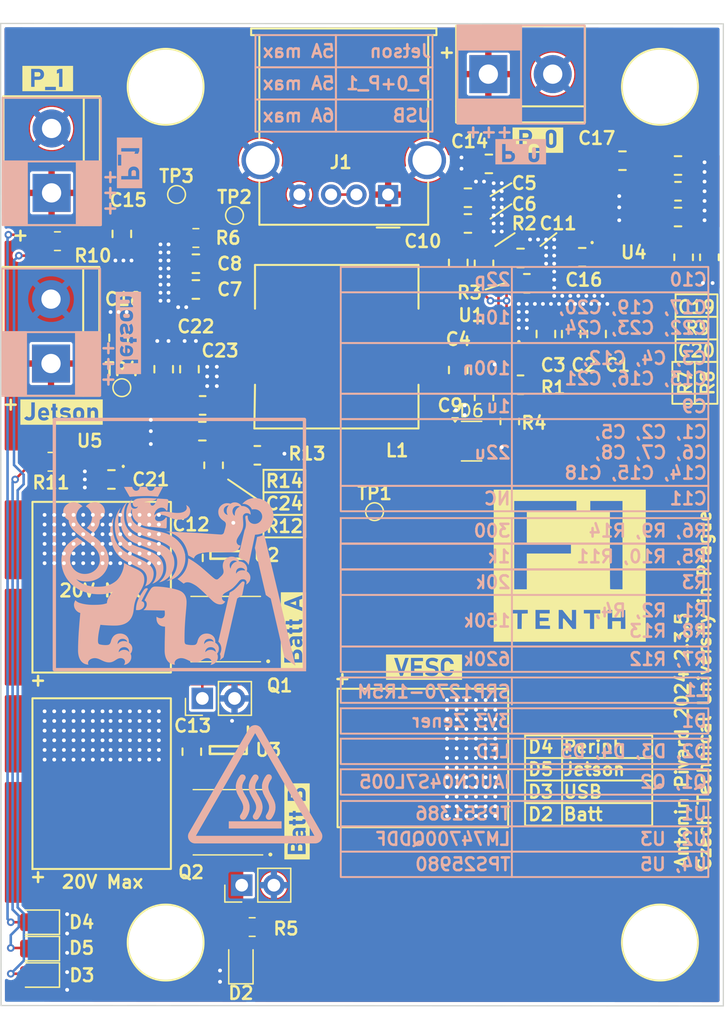
<source format=kicad_pcb>
(kicad_pcb (version 20241229) (generator "pcbnew") (generator_version "9.0")
  (title_block (title "power-board-f1tenth") (date "2024-08-12") (rev "2.3.5") (company "Czech Technical University in Prague") (comment 1 "Antonin PIVARD"))
  (layers (0 "F.Cu" signal) (2 "B.Cu" signal) (13 "F.Paste" user) (15 "B.Paste" user) (5 "F.SilkS" user "F.Silkscreen") (7 "B.SilkS" user "B.Silkscreen") (1 "F.Mask" user) (3 "B.Mask" user) (25 "Edge.Cuts" user))
  (net 0 "")
  (net 1 "/BAT_SYS")
  (net 2 "GND")
  (net 3 "/SW")
  (net 4 "/VBUS")
  (net 5 "VCC")
  (net 6 "/BAT_A")
  (net 7 "/BUCK_VBST")
  (net 8 "/BAT_B")
  (net 9 "/FB")
  (net 10 "Net-(Q1-G)")
  (net 11 "Net-(Q2-G)")
  (net 12 "/SS")
  (net 13 "/A_VCAP")
  (net 14 "/B_VCAP")
  (net 15 "/peripheral/PRH_DV")
  (net 18 "/peripheral/PERIPH_SYS")
  (net 19 "/peripheral/PRH_ITIM")
  (net 20 "Net-(U4-RETRY_DLY)")
  (net 21 "/peripheral/JET_DV")
  (net 22 "/peripheral/JETSON_SYS")
  (net 23 "/peripheral/JET_RTY_DLY")
  (net 24 "/peripheral/JET_ITIM")
  (net 25 "/BUCK_EN")
  (net 26 "/peripheral/EN_PRH")
  (net 27 "/peripheral/PRH_ILIM")
  (net 28 "/peripheral/EN_JET")
  (net 29 "/peripheral/JET_ILIM")
  (net 34 "Net-(J1-D+)")
  (net 35 "Net-(D2-A)")
  (net 36 "Net-(D3-A)")
  (net 37 "Net-(D4-A)")
  (net 38 "Net-(D5-A)")
  (footprint "Capacitor_SMD:C_0805_2012Metric" (layer "F.Cu") (at 169.041 63.326)
    (property "Reference" "C17")
    (property "Value" "10n")
  )
  (footprint "Capacitor_SMD:C_0805_2012Metric" (layer "F.Cu") (at 158.5 63.58 180)
    (property "Reference" "C14")
    (property "Value" "22u")
  )
  (footprint "Capacitor_SMD:C_0805_2012Metric" (layer "F.Cu") (at 161 71)
    (property "Reference" "C11")
    (property "Value" "NC")
  )
  (footprint "TerminalBlock:TerminalBlock_bornier-2_P5.08mm" (layer "F.Cu") (at 123.956 79.328 90)
    (property "Reference" "J9" (hide yes))
    (property "Value" "JETSON")
  )
  (footprint "TestPoint:TestPoint_Pad_D1.0mm" (layer "F.Cu") (at 129.544 81.233)
    (property "Reference" "TP4")
    (property "Value" "Jetson_sys")
  )
  (footprint "footprints:SRP12701R5M" (layer "F.Cu") (at 146.5 78 180)
    (property "Reference" "L1")
    (property "Value" "1u5" (hide yes))
  )
  (footprint "LED_SMD:LED_0805_2012Metric" (layer "F.Cu") (at 122.94 125.4798 180)
    (property "Reference" "D5")
    (property "Value" "LED")
  )
  (footprint "TerminalBlock:TerminalBlock_bornier-2_P5.08mm" (layer "F.Cu") (at 158.46 56.5)
    (property "Reference" "J7" (hide yes))
    (property "Value" "P0")
  )
  (footprint "Resistor_SMD:R_0805_2012Metric" (layer "F.Cu") (at 173.867 70.946 90)
    (property "Reference" "R7")
    (property "Value" "620k")
  )
  (footprint "Resistor_SMD:R_0805_2012Metric" (layer "F.Cu") (at 161 81 180)
    (property "Reference" "R1")
    (property "Value" "150k")
  )
  (footprint "power_board:IAUCN04S7L005" (layer "F.Cu") (at 137.913 115.513 90)
    (property "Reference" "Q2")
    (property "Value" "IAUCN04S7L005" (hide yes))
  )
  (footprint "Capacitor_SMD:C_0805_2012Metric" (layer "F.Cu") (at 156.849 68.279)
    (property "Reference" "C6")
    (property "Value" "22u")
  )
  (footprint "LED_SMD:LED_0805_2012Metric" (layer "F.Cu") (at 122.94 127.5626 180)
    (property "Reference" "D3")
    (property "Value" "LED")
  )
  (footprint "Resistor_SMD:R_0805_2012Metric" (layer "F.Cu") (at 136.783 87.3525 90)
    (property "Reference" "R12")
    (property "Value" "620k")
  )
  (footprint "TestPoint:TestPoint_Pad_D1.0mm" (layer "F.Cu") (at 149.483 91.012)
    (property "Reference" "TP1")
    (property "Value" "Batt_sys")
  )
  (footprint "TestPoint:TestPoint_Pad_D1.0mm" (layer "F.Cu") (at 138.434 67.644)
    (property "Reference" "TP2")
    (property "Value" "Vbus")
  )
  (footprint "Capacitor_SMD:C_0805_2012Metric" (layer "F.Cu") (at 156.849 66.247)
    (property "Reference" "C5")
    (property "Value" "22u")
  )
  (footprint "power_board:IAUCN04S7L005" (layer "F.Cu") (at 137.738 100.273 90)
    (property "Reference" "Q1")
    (property "Value" "IAUCN04S7L005" (hide yes))
  )
  (footprint "MountingHole:MountingHole_5.3mm_M5_DIN965" (layer "F.Cu") (at 133 125)
    (property "Reference" "H1" (hide yes))
    (property "Value" "MountingHole")
  )
  (footprint "TestPoint:TestPoint_Pad_D1.0mm" (layer "F.Cu") (at 133.862 65.993)
    (property "Reference" "TP3")
    (property "Value" "Periph_sys")
  )
  (footprint "Connector_USB:USB_A_Molex_67643_Horizontal" (layer "F.Cu") (at 150.554 66 180)
    (property "Reference" "J1")
    (property "Value" "USB_A")
  )
  (footprint "Capacitor_SMD:C_0805_2012Metric" (layer "F.Cu") (at 135.191 94.6565 90)
    (property "Reference" "C12")
    (property "Value" "100n")
  )
  (footprint "Resistor_SMD:R_0805_2012Metric" (layer "F.Cu") (at 161.5 73)
    (property "Reference" "R3")
    (property "Value" "20k")
  )
  (footprint "Capacitor_SMD:C_0805_2012Metric" (layer "F.Cu") (at 163 77 90)
    (property "Reference" "C3")
    (property "Value" "100n")
  )
  (footprint "LED_SMD:LED_0805_2012Metric" (layer "F.Cu") (at 122.94 123.397 180)
    (property "Reference" "D4")
    (property "Value" "LED")
  )
  (footprint "Resistor_SMD:R_0805_2012Metric" (layer "F.Cu") (at 135.9175 82.63)
    (property "Reference" "R14")
    (property "Value" "300")
  )
  (footprint "74700QDDF:SOT65P280X110-8N" (layer "F.Cu") (at 137.985 94.424 -90)
    (property "Reference" "U2")
    (property "Value" "LM74700QDDF" (hide yes))
  )
  (footprint "Resistor_SMD:R_0805_2012Metric" (layer "F.Cu") (at 124.464 69.676 180)
    (property "Reference" "R10")
    (property "Value" "1k")
  )
  (footprint "MountingHole:MountingHole_5.3mm_M5_DIN965" (layer "F.Cu") (at 172 125)
    (property "Reference" "H3" (hide yes))
    (property "Value" "MountingHole")
  )
  (footprint "Capacitor_SMD:C_0805_2012Metric" (layer "F.Cu") (at 129.544 69.102 -90)
    (property "Reference" "C15")
    (property "Value" "22u")
  )
  (footprint "Resistor_SMD:R_0805_2012Metric" (layer "F.Cu") (at 135.386 69.422 180)
    (property "Reference" "R6")
    (property "Value" "300")
  )
  (footprint "Capacitor_SMD:C_0805_2012Metric" (layer "F.Cu") (at 135.386 73.486 180)
    (property "Reference" "C7")
    (property "Value" "22u")
  )
  (footprint "power_board:TPS259803ONRGER" (layer "F.Cu") (at 130.905 84.789 90)
    (property "Reference" "U5")
    (property "Value" "TPS259803ONRGER" (hide yes))
  )
  (footprint "Capacitor_SMD:C_0805_2012Metric" (layer "F.Cu") (at 135.894 84.662)
    (property "Reference" "C24")
    (property "Value" "10n")
  )
  (footprint "LED_SMD:LED_0805_2012Metric" (layer "F.Cu") (at 138.938 126.572 90)
    (property "Reference" "D2")
    (property "Value" "LED")
  )
  (footprint "power_board:Battery_pad" (layer "F.Cu") (at 127.952 96.971 90)
    (property "Reference" "J2" (hide yes))
    (property "Value" "Batt_A")
  )
  (footprint "Resistor_SMD:R_0805_2012Metric" (layer "F.Cu") (at 173.425 65.739)
    (property "Reference" "R9")
    (property "Value" "300")
  )
  (footprint "Capacitor_SMD:C_0805_2012Metric" (layer "F.Cu") (at 165.866 70.946 180)
    (property "Reference" "C16")
    (property "Value" "100n")
  )
  (footprint "Capacitor_SMD:C_0805_2012Metric" (layer "F.Cu") (at 158.119 81.9625 -90)
    (property "Reference" "C9")
    (property "Value" "1u")
  )
  (footprint "power_board:TPS259803ONRGER" (layer "F.Cu") (at 167.898 67.136 90)
    (property "Reference" "U4")
    (property "Value" "TPS259803ONRGER" (hide yes))
  )
  (footprint "74700QDDF:SOT65P280X110-8N" (layer "F.Cu") (at 137.944 109.818 -90)
    (property "Reference" "U3")
    (property "Value" "LM74700QDDF" (hide yes))
  )
  (footprint "Resistor_SMD:R_0805_2012Metric" (layer "F.Cu") (at 158.119 71.4255 -90)
    (property "Reference" "R2")
    (property "Value" "150k")
  )
  (footprint "Capacitor_SMD:C_0805_2012Metric" (layer "F.Cu") (at 129.29 77.296 90)
    (property "Reference" "C18")
    (property "Value" "22u")
  )
  (footprint "Capacitor_SMD:C_0805_2012Metric" (layer "F.Cu") (at 156.087 79.836 90)
    (property "Reference" "C4")
    (property "Value" "100n")
  )
  (footprint "Resistor_SMD:R_0805_2012Metric" (layer "F.Cu") (at 123.956 87.075 180)
    (property "Reference" "R11")
    (property "Value" "1k")
  )
  (footprint "MountingHole:MountingHole_5.3mm_M5_DIN965" (layer "F.Cu") (at 133 57.5)
    (property "Reference" "H4" (hide yes))
    (property "Value" "MountingHole")
  )
  (footprint "Resistor_SMD:R_0805_2012Metric" (layer "F.Cu") (at 175.899 70.946 -90)
    (property "Reference" "R8")
    (property "Value" "150k")
  )
  (footprint "Package_TO_SOT_SMD:SOT-23-3" (layer "F.Cu") (at 157.1375 85.45)
    (property "Reference" "D6")
    (property "Value" "3v9")
  )
  (footprint "Resistor_SMD:R_0805_2012Metric" (layer "F.Cu") (at 140.2355 86.567)
    (property "Reference" "R13")
    (property "Value" "150k")
  )
  (footprint "power_board:Battery_pad" (layer "F.Cu") (at 127.952 112.465 90)
    (property "Reference" "J5" (hide yes))
    (property "Value" "Batt_B")
  )
  (footprint "Capacitor_SMD:C_0805_2012Metric" (layer "F.Cu") (at 132.846 79.775 90)
    (property "Reference" "C22")
    (property "Value" "10n")
  )
  (footprint "Connector_PinHeader_2.54mm:PinHeader_1x02_P2.54mm_Vertical" (layer "F.Cu") (at 139 120.476 90)
    (property "Reference" "J6" (hide yes))
    (property "Value" "BATT_B")
  )
  (footprint "Capacitor_SMD:C_0805_2012Metric" (layer "F.Cu") (at 173.425 67.771)
    (property "Reference" "C20")
    (property "Value" "10n")
  )
  (footprint "TerminalBlock:TerminalBlock_bornier-2_P5.08mm" (layer "F.Cu") (at 124 65.866 90)
    (property "Reference" "J8" (hide yes))
    (property "Value" "P1")
  )
  (footprint "Capacitor_SMD:C_0805_2012Metric" (layer "F.Cu") (at 167 77 90)
    (property "Reference" "C1")
    (property "Value" "22u")
  )
  (footprint "Capacitor_SMD:C_0805_2012Metric" (layer "F.Cu") (at 135.064 109.9465 90)
    (property "Reference" "C13")
    (property "Value" "100n")
  )
  (footprint "Capacitor_SMD:C_0805_2012Metric" (layer "F.Cu") (at 156.087 71.388 -90)
    (property "Reference" "C10")
    (property "Value" "22p")
  )
  (footprint "MountingHole:MountingHole_5.3mm_M5_DIN965" (layer "F.Cu") (at 172 57.5)
    (property "Reference" "H2" (hide yes))
    (property "Value" "MountingHole")
  )
  (footprint "power_board:RJN_Package_12-Pin_VQFN-HR" (layer "F.Cu") (at 159.418 77.1 180)
    (property "Reference" "U1")
    (property "Value" "TPS51386")
  )
  (footprint "power_board:Battery_pad" (layer "F.Cu") (at 153.293 110.443)
    (property "Reference" "J4" (hide yes))
    (property "Value" "VESC")
  )
  (footprint "Resistor_SMD:R_0805_2012Metric" (layer "F.Cu") (at 139.827 123.778 180)
    (property "Reference" "R5")
    (property "Value" "1k")
  )
  (footprint "Capacitor_SMD:C_0805_2012Metric" (layer "F.Cu") (at 135.386 71.454 180)
    (property "Reference" "C8")
    (property "Value" "22u")
  )
  (footprint "Resistor_SMD:R_0805_2012Metric" (layer "F.Cu") (at 160.151 83.9 -90)
    (property "Reference" "R4")
    (property "Value" "150k")
  )
  (footprint "Connector_PinHeader_2.54mm:PinHeader_1x02_P2.54mm_Vertical" (layer "F.Cu") (at 135.894 105.744 90)
    (property "Reference" "J3" (hide yes))
    (property "Value" "BATT_A")
  )
  (footprint "Capacitor_SMD:C_0805_2012Metric" (layer "F.Cu") (at 134.878 79.775 90)
    (property "Reference" "C23")
    (property "Value" "10n")
  )
  (footprint "Capacitor_SMD:C_0805_2012Metric" (layer "F.Cu") (at 128.721 88.472 180)
    (property "Reference" "C21")
    (property "Value" "100n")
  )
  (footprint "Capacitor_SMD:C_0805_2012Metric" (layer "F.Cu") (at 173.425 63.707)
    (property "Reference" "C19")
    (property "Value" "10n")
  )
  (footprint "Capacitor_SMD:C_0805_2012Metric" (layer "F.Cu") (at 165 77 90)
    (property "Reference" "C2")
    (property "Value" "22u")
  )
  (gr_line (start 160.278 65.104) (end 158.627 66.12) (stroke (width 0.15)) (layer "F.SilkS"))
  (gr_poly (pts (xy 142.616008 102.336066) (xy 142.616443 102.326129) (xy 142.617169 102.316486) (xy 142.618187 102.307137) (xy 142.619499 102.298082) (xy 142.621105 102.289324) (xy 142.623006 102.280861) (xy 142.625204 102.272695) (xy 142.627699 102.264827) (xy 142.630493 102.257257) (xy 142.633587 102.249986) (xy 142.636981 102.243015) (xy 142.640677 102.236344) (xy 142.644676 102.229973) (xy 142.648979 102.223905) (xy 142.653587 102.218138) (xy 142.658352 102.212579) (xy 142.663368 102.207377) (xy 142.668637 102.202531) (xy 142.674157 102.198043) (xy 142.67993 102.193912) (xy 142.685954 102.190139) (xy 142.69223 102.186724) (xy 142.698757 102.183668) (xy 142.705537 102.180969) (xy 142.712568 102.17863) (xy 142.719851 102.17665) (xy 142.727386 102.175029) (xy 142.735172 102.173768) (xy 142.74321 102.172867) (xy 142.751499 102.172326) (xy 142.760041 102.172146) (xy 142.769431 102.172326) (xy 142.778557 102.172867) (xy 142.78742 102.173768) (xy 142.796018 102.175029) (xy 142.804351 102.17665) (xy 142.812418 102.17863) (xy 142.82022 102.180969) (xy 142.827755 102.183668) (xy 142.835023 102.186724) (xy 142.842024 102.190139) (xy 142.848756 102.193912) (xy 142.85522 102.198043) (xy 142.861415 102.202531) (xy 142.86734 102.207377) (xy 142.872995 102.212579) (xy 142.87838 102.218138) (xy 142.883463 102.223905) (xy 142.888216 102.229973) (xy 142.892638 102.236344) (xy 142.89673 102.243015) (xy 142.900493 102.249986) (xy 142.903926 102.257257) (xy 142.907031 102.264827) (xy 142.909807 102.272695) (xy 142.912255 102.280861) (xy 142.914375 102.289324) (xy 142.916168 102.298082) (xy 142.917634 102.307137) (xy 142.918774 102.316486) (xy 142.919587 102.326129) (xy 142.920075 102.336066) (xy 142.920238 102.346296) (xy 142.920238 102.648603) (xy 142.615863 102.648603) (xy 142.615863 102.346296)) (stroke (width -0.000001)) (fill yes) (layer "F.SilkS"))
  (gr_circle (center 133 125) (end 130 125) (stroke (width 0.15)) (fill no) (layer "F.SilkS"))
  (gr_circle (center 133 57.5) (end 136 57.5) (stroke (width 0.15)) (fill no) (layer "F.SilkS"))
  (gr_rect (start 172.978 79.201) (end 174.756 82.503) (stroke (width 0.15)) (fill no) (layer "F.SilkS"))
  (gr_line (start 158.246 73.486) (end 159.77 72.978) (stroke (width 0.15)) (layer "F.SilkS"))
  (gr_rect (start 140.72 89.488) (end 144.022 91.266) (stroke (width 0.15)) (fill no) (layer "F.SilkS"))
  (gr_poly (pts (xy 123.396978 83.02667) (xy 123.406003 83.027234) (xy 123.414778 83.028175) (xy 123.423304 83.029494) (xy 123.431583 83.031192) (xy 123.439616 83.033269) (xy 123.447403 83.035725) (xy 123.454945 83.038563) (xy 123.462242 83.041782) (xy 123.469297 83.045383) (xy 123.476108 83.049367) (xy 123.482679 83.053735) (xy 123.489008 83.058487) (xy 123.495098 83.063625) (xy 123.500948 83.069148) (xy 123.50656 83.075058) (xy 123.511924 83.081193) (xy 123.517031 83.087636) (xy 123.52188 83.094386) (xy 123.526471 83.101442) (xy 123.530804 83.108805) (xy 123.534878 83.116475) (xy 123.538693 83.12445) (xy 123.542249 83.13273) (xy 123.545546 83.141316) (xy 123.548583 83.150206) (xy 123.55136 83.159401) (xy 123.553877 83.168901) (xy 123.556133 83.178704) (xy 123.558129 83.188811) (xy 123.559864 83.199221) (xy 123.561337 83.209933) (xy 123.564438 83.233705) (xy 123.185649 83.233705) (xy 123.186236 83.221945) (xy 123.187163 83.210493) (xy 123.188435 83.199351) (xy 123.190052 83.188522) (xy 123.192018 83.178007) (xy 123.194335 83.16781) (xy 123.197005 83.157932) (xy 123.20003 83.148377) (xy 123.203414 83.139147) (xy 123.207158 83.130245) (xy 123.211265 83.121672) (xy 123.215737 83.113431) (xy 123.220577 83.105526) (xy 123.225787 83.097957) (xy 123.231369 83.090729) (xy 123.237326 83.083843) (xy 123.244207 83.076869) (xy 123.251424 83.07035) (xy 123.258977 83.064286) (xy 123.266865 83.058675) (xy 123.275088 83.053518) (xy 123.283648 83.048814) (xy 123.292542 83.04456) (xy 123.301773 83.040758) (xy 123.311339 83.037406) (xy 123.321241 83.034503) (xy 123.331478 83.032049) (xy 123.342052 83.030043) (xy 123.352961 83.028484) (xy 123.364206 83.027371) (xy 123.375787 83.026704) (xy 123.387704 83.026482)) (stroke (width -0.000001)) (fill yes) (layer "F.SilkS"))
  (gr_rect (start 174.756 79.201) (end 176.534 82.503) (stroke (width 0.15)) (fill no) (layer "F.SilkS"))
  (gr_poly (pts (xy 144.088125 97.369339) (xy 144.088125 103.369489) (xy 143.778066 103.369489) (xy 143.778066 102.916287) (xy 143.778066 102.320974) (xy 143.777671 102.295337) (xy 143.776487 102.270429) (xy 143.774513 102.246249) (xy 143.771751 102.222799) (xy 143.768201 102.200079) (xy 143.763863 102.17809) (xy 143.758739 102.156832) (xy 143.752828 102.136306) (xy 143.746132 102.116513) (xy 143.73865 102.097452) (xy 143.730383 102.079125) (xy 143.721332 102.061532) (xy 143.711498 102.044674) (xy 143.70088 102.028551) (xy 143.68948 102.013164) (xy 143.677297 101.998513) (xy 143.664276 101.984678) (xy 143.650603 101.971736) (xy 143.636279 101.959688) (xy 143.621304 101.948534) (xy 143.605679 101.938272) (xy 143.589403 101.928904) (xy 143.572479 101.920429) (xy 143.554905 101.912846) (xy 143.536683 101.906157) (xy 143.517813 101.900359) (xy 143.498296 101.895454) (xy 143.47886 101.891586) (xy 143.47886 101.693622) (xy 143.498441 101.693305) (xy 143.517388 101.692353) (xy 143.5357 101.690766) (xy 143.553377 101.688544) (xy 143.570417 101.685689) (xy 143.58682 101.6822) (xy 143.602583 101.678077) (xy 143.617707 101.67332) (xy 143.632189 101.66793) (xy 143.64603 101.661908) (xy 143.659228 101.655252) (xy 143.671782 101.647964) (xy 143.683691 101.640043) (xy 143.694954 101.631491) (xy 143.70557 101.622306) (xy 143.715538 101.61249) (xy 143.724878 101.602045) (xy 143.733613 101.590972) (xy 143.741742 101.579272) (xy 143.749267 101.566942) (xy 143.756187 101.553982) (xy 143.762502 101.540391) (xy 143.768215 101.526169) (xy 143.773324 101.511314) (xy 143.77783 101.495827) (xy 143.781734 101.479705) (xy 143.785037 101.462948) (xy 143.787737 101.445555) (xy 143.789837 101.427526) (xy 143.791337 101.40886) (xy 143.792236 101.389555) (xy 143.792536 101.369611) (xy 143.792261 101.351853) (xy 143.791438 101.334228) (xy 143.790066 101.316742) (xy 143.788145 101.299402) (xy 143.785675 101.282215) (xy 143.782655 101.265187) (xy 143.779085 101.248325) (xy 143.774966 101.231635) (xy 143.772572 101.223297) (xy 143.770031 101.21513) (xy 143.767342 101.207132) (xy 143.764506 101.199304) (xy 143.761523 101.191644) (xy 143.758394 101.184154) (xy 143.755119 101.176832) (xy 143.751699 101.169678) (xy 143.748134 101.162692) (xy 143.744424 101.155874) (xy 143.74057 101.149223) (xy 143.736573 101.142739) (xy 143.732432 101.136421) (xy 143.728149 101.130269) (xy 143.723723 101.124284) (xy 143.719155 101.118464) (xy 143.717112 101.116059) (xy 143.715037 101.113727) (xy 143.712931 101.111466) (xy 143.710794 101.109274) (xy 143.708628 101.107149) (xy 143.706432 101.105087) (xy 143.704207 101.103087) (xy 143.701954 101.101146) (xy 143.699673 101.099262) (xy 143.697365 101.097432) (xy 143.69503 101.095654) (xy 143.69267 101.093925) (xy 143.690284 101.092244) (xy 143.687874 101.090607) (xy 143.682982 101.087458) (xy 143.778066 101.087458) (xy 143.778066 100.844062) (xy 143.126427 100.844062) (xy 143.10428 100.844491) (xy 143.082762 100.845779) (xy 143.061873 100.847924) (xy 143.041615 100.850926) (xy 143.021987 100.854785) (xy 143.002991 100.859499) (xy 142.984627 100.86507) (xy 142.966895 100.871495) (xy 142.949796 100.878775) (xy 142.933332 100.886909) (xy 142.917502 100.895896) (xy 142.902307 100.905736) (xy 142.887747 100.916429) (xy 142.873824 100.927973) (xy 142.860539 100.940369) (xy 142.84789 100.953616) (xy 142.835952 100.967642) (xy 142.824793 100.982378) (xy 142.814412 100.997822) (xy 142.804809 101.013975) (xy 142.795981 101.030838) (xy 142.787928 101.04841) (xy 142.780648 101.066691) (xy 142.77414 101.085682) (xy 142.768402 101.105382) (xy 142.764175 101.122749) (xy 142.764175 100.658543) (xy 142.992585 100.658543) (xy 142.992585 100.554157) (xy 143.514 100.554157) (xy 143.530001 100.553922) (xy 143.545535 100.553215) (xy 143.5606 100.552036) (xy 143.575196 100.550386) (xy 143.589322 100.548264) (xy 143.602977 100.54567) (xy 143.616161 100.542603) (xy 143.628872 100.539063) (xy 143.64111 100.53505) (xy 143.652875 100.530564) (xy 143.664164 100.525605) (xy 143.674979 100.520172) (xy 143.685318 100.514264) (xy 143.69518 100.507883) (xy 143.704564 100.501027) (xy 143.713471 100.493696) (xy 143.721866 100.485833) (xy 143.729717 100.477381) (xy 143.737026 100.46834) (xy 143.743791 100.45871) (xy 143.750014 100.448492) (xy 143.755694 100.437685) (xy 143.760832 100.426291) (xy 143.765428 100.414309) (xy 143.769482 100.40174) (xy 143.772995 100.388583) (xy 143.775967 100.37484) (xy 143.778398 100.360509) (xy 143.780288 100.345592) (xy 143.781638 100.330089) (xy 143.782447 100.314) (xy 143.782717 100.297325) (xy 143.782717 100.16245) (xy 143.524852 100.16245) (xy 143.524852 100.229112) (xy 143.52477 100.232598) (xy 143.524524 100.235975) (xy 143.524116 100.239245) (xy 143.523545 100.242406) (xy 143.522811 100.245459) (xy 143.521916 100.248405) (xy 143.52086 100.251244) (xy 143.519643 100.253976) (xy 143.518266 100.256601) (xy 143.51673 100.259119) (xy 143.515034 100.261531) (xy 143.513179 100.263837) (xy 143.511166 100.266037) (xy 143.508995 100.268131) (xy 143.506666 100.27012) (xy 143.504181 100.272003) (xy 143.50156 100.273775) (xy 143.498824 100.275429) (xy 143.49597 100.276965) (xy 143.493 100.278384) (xy 143.489911 100.279687) (xy 143.486702 100.280873) (xy 143.483374 100.281945) (xy 143.479924 100.282901) (xy 143.476352 100.283742) (xy 143.472657 100.28447) (xy 143.468838 100.285084) (xy 143.464895 100.285586) (xy 143.460825 100.285975) (xy 143.456629 100.286252) (xy 143.452306 100.286418) (xy 143.447854 100.286473) (xy 142.992585 100.286473) (xy 142.992585 100.16245) (xy 142.764175 100.16245) (xy 142.764175 100.006387) (xy 142.992585 100.006387) (xy 142.992585 99.902) (xy 143.514 99.902) (xy 143.530001 99.901759) (xy 143.545535 99.901036) (xy 143.5606 99.899832) (xy 143.575196 99.898149) (xy 143.589322 99.895988) (xy 143.602977 99.89335) (xy 143.616161 99.890236) (xy 143.628872 99.886648) (xy 143.64111 99.882587) (xy 143.652875 99.878054) (xy 143.664164 99.873051) (xy 143.674979 99.867579) (xy 143.685318 99.861638) (xy 143.69518 99.855231) (xy 143.704564 99.848359) (xy 143.713471 99.841022) (xy 143.721866 99.833165) (xy 143.729717 99.824729) (xy 143.737026 99.815714) (xy 143.743791 99.806117) (xy 143.750014 99.795938) (xy 143.755694 99.785175) (xy 143.760832 99.773828) (xy 143.765428 99.761894) (xy 143.769482 99.749373) (xy 143.772995 99.736263) (xy 143.775967 99.722563) (xy 143.778398 99.708272) (xy 143.780288 99.693388) (xy 143.781638 99.677911) (xy 143.782447 99.661838) (xy 143.782717 99.645169) (xy 143.782717 99.510293) (xy 143.778066 99.510293) (xy 143.778066 98.85607) (xy 143.778066 98.567715) (xy 143.550173 98.487617) (xy 143.550173 97.967752) (xy 143.778066 97.88817) (xy 143.778066 97.599816) (xy 142.357998 98.142935) (xy 142.357998 98.31295) (xy 143.778066 98.85607) (xy 143.778066 99.510293) (xy 143.524852 99.510293) (xy 143.524852 99.576439) (xy 143.52477 99.579925) (xy 143.524524 99.583302) (xy 143.524116 99.586571) (xy 143.523545 99.589732) (xy 143.522811 99.592786) (xy 143.521916 99.595732) (xy 143.52086 99.598571) (xy 143.519643 99.601303) (xy 143.518266 99.603928) (xy 143.51673 99.606446) (xy 143.515034 99.608858) (xy 143.513179 99.611164) (xy 143.511166 99.613364) (xy 143.508995 99.615458) (xy 143.506666 99.617447) (xy 143.504181 99.61933) (xy 143.50156 99.621108) (xy 143.498824 99.622778) (xy 143.49597 99.62434) (xy 143.493 99.625792) (xy 143.489911 99.627134) (xy 143.486702 99.628364) (xy 143.483374 99.629481) (xy 143.479924 99.630486) (xy 143.476352 99.631375) (xy 143.472657 99.63215) (xy 143.468838 99.632808) (xy 143.464895 99.633348) (xy 143.460825 99.63377) (xy 143.456629 99.634073) (xy 143.452306 99.634255) (xy 143.447854 99.634316) (xy 142.992585 99.634316) (xy 142.992585 99.510293) (xy 142.764175 99.510293) (xy 142.764175 99.634316) (xy 142.469102 99.634316) (xy 142.469102 99.902) (xy 142.764175 99.902) (xy 142.764175 100.006387) (xy 142.764175 100.16245) (xy 142.764175 100.286473) (xy 142.469102 100.286473) (xy 142.469102 100.554157) (xy 142.764175 100.554157) (xy 142.764175 100.658543) (xy 142.764175 101.122749) (xy 142.763434 101.125792) (xy 142.759234 101.146911) (xy 142.7558 101.168741) (xy 142.753132 101.19128) (xy 142.751227 101.214529) (xy 142.750086 101.238488) (xy 142.749705 101.263158) (xy 142.749854 101.27821) (xy 142.750303 101.293093) (xy 142.75105 101.307808) (xy 142.752099 101.322355) (xy 142.753449 101.336733) (xy 142.755102 101.350943) (xy 142.757058 101.364984) (xy 142.759318 101.378858) (xy 142.761884 101.392564) (xy 142.764755 101.406102) (xy 142.767934 101.419472) (xy 142.77142 101.432676) (xy 142.775216 101.445711) (xy 142.77932 101.45858) (xy 142.783736 101.471281) (xy 142.788463 101.483816) (xy 142.793346 101.496115) (xy 142.798475 101.50811) (xy 142.80385 101.5198) (xy 142.809469 101.531186) (xy 142.815333 101.542267) (xy 142.821442 101.553043) (xy 142.827796 101.563514) (xy 142.834394 101.57368) (xy 142.841236 101.583541) (xy 142.848322 101.593097) (xy 142.855651 101.602347) (xy 142.863225 101.611292) (xy 142.871041 101.619931) (xy 142.879101 101.628264) (xy 142.887404 101.636292) (xy 142.89595 101.644013) (xy 143.059247 101.478132) (xy 143.05504 101.47271) (xy 143.050965 101.467188) (xy 143.047021 101.461566) (xy 143.043208 101.455843) (xy 143.039525 101.45002) (xy 143.035973 101.444098) (xy 143.032551 101.438076) (xy 143.029259 101.431954) (xy 143.026096 101.425734) (xy 143.023063 101.419414) (xy 143.020159 101.412996) (xy 143.017385 101.406479) (xy 143.014739 101.399864) (xy 143.012221 101.39315) (xy 143.009832 101.386339) (xy 143.007571 101.37943) (xy 143.00322 101.365483) (xy 142.999445 101.351482) (xy 142.996249 101.337434) (xy 142.99363 101.323346) (xy 142.991592 101.309229) (xy 142.990135 101.295089) (xy 142.989259 101.280935) (xy 142.988967 101.266775) (xy 142.989112 101.256186) (xy 142.989547 101.245901) (xy 142.990273 101.235922) (xy 142.991291 101.226248) (xy 142.992603 101.21688) (xy 142.994208 101.207816) (xy 142.99611 101.199058) (xy 142.998308 101.190605) (xy 143.000803 101.182457) (xy 143.003597 101.174615) (xy 143.006691 101.167077) (xy 143.010085 101.159845) (xy 143.013781 101.152918) (xy 143.01778 101.146296) (xy 143.022083 101.139979) (xy 143.026691 101.133967) (xy 143.031579 101.128295) (xy 143.036721 101.122996) (xy 143.042117 101.11807) (xy 143.047767 101.113516) (xy 143.05367 101.109332) (xy 143.059826 101.105518) (xy 143.066234 101.102072) (xy 143.072895 101.098993) (xy 143.079807 101.096281) (xy 143.08697 101.093934) (xy 143.094385 101.091951) (xy 143.10205 101.09033) (xy 143.109966 101.089072) (xy 143.118132 101.088175) (xy 143.126547 101.087637) (xy 143.135211 101.087458) (xy 143.178103 101.087458) (xy 143.178103 101.332404) (xy 143.178399 101.354634) (xy 143.179289 101.376158) (xy 143.18077 101.396978) (xy 143.182842 101.417092) (xy 143.185505 101.436503) (xy 143.188757 101.45521) (xy 143.192598 101.473214) (xy 143.197028 101.490516) (xy 143.202045 101.507115) (xy 143.207649 101.523014) (xy 143.213838 101.538211) (xy 143.220613 101.552709) (xy 143.227973 101.566506) (xy 143.235916 101.579604) (xy 143.244442 101.592004) (xy 143.25355 101.603705) (xy 143.263126 101.614586) (xy 143.273299 101.624766) (xy 143.284069 101.634245) (xy 143.295438 101.643023) (xy 143.307407 101.651101) (xy 143.319976 101.658477) (xy 143.333146 101.665152) (xy 143.346918 101.671125) (xy 143.361293 101.676396) (xy 143.376271 101.680965) (xy 143.391853 101.684832) (xy 143.408041 101.687996) (xy 143.424835 101.690457) (xy 143.442235 101.692215) (xy 143.460243 101.693271) (xy 143.47886 101.693622) (xy 143.47886 101.891586) (xy 143.478131 101.891441) (xy 143.45732 101.88832) (xy 143.435862 101.886091) (xy 143.413759 101.884754) (xy 143.39101 101.884308) (xy 143.388426 101.884308) (xy 143.37093 101.884613) (xy 143.353845 101.885525) (xy 143.337171 101.887046) (xy 143.320909 101.889177) (xy 143.305062 101.891916) (xy 143.28963 101.895265) (xy 143.274615 101.899224) (xy 143.260018 101.903793) (xy 143.245841 101.908972) (xy 143.232085 101.914762) (xy 143.218751 101.921163) (xy 143.205841 101.928175) (xy 143.193356 101.935798) (xy 143.181298 101.944033) (xy 143.169667 101.95288) (xy 143.158466 101.96234) (xy 143.147633 101.972233) (xy 143.137349 101.982627) (xy 143.127615 101.993522) (xy 143.118427 102.004918) (xy 143.109786 102.016815) (xy 143.101691 102.029215) (xy 143.094139 102.042117) (xy 143.08713 102.055522) (xy 143.080663 102.069431) (xy 143.074736 102.083844) (xy 143.069349 102.098761) (xy 143.0645 102.114183) (xy 143.060188 102.130111) (xy 143.056411 102.146545) (xy 143.05317 102.163484) (xy 143.050462 102.180931) (xy 143.047426 102.164565) (xy 143.043934 102.148671) (xy 143.039986 102.133248) (xy 143.035584 102.118297) (xy 143.030728 102.103818) (xy 143.02542 102.089812) (xy 143.01966 102.076278) (xy 143.013448 102.063217) (xy 143.006787 102.050629) (xy 142.999676 102.038514) (xy 142.992117 102.026872) (xy 142.98411 102.015705) (xy 142.975657 102.005011) (xy 142.966758 101.994791) (xy 142.957414 101.985046) (xy 142.947626 101.975776) (xy 142.937326 101.966911) (xy 142.926688 101.958626) (xy 142.915713 101.95092) (xy 142.904401 101.943791) (xy 142.892753 101.93724) (xy 142.880768 101.931263) (xy 142.868447 101.925862) (xy 142.855791 101.921033) (xy 142.842798 101.916777) (xy 142.82947 101.913092) (xy 142.815807 101.909977) (xy 142.801809 101.90743) (xy 142.787476 101.905452) (xy 142.772808 101.90404) (xy 142.757807 101.903194) (xy 142.742471 101.902912) (xy 142.719845 101.903358) (xy 142.697867 101.904695) (xy 142.676537 101.906924) (xy 142.655855 101.910045) (xy 142.635821 101.914058) (xy 142.616435 101.918963) (xy 142.597698 101.92476) (xy 142.579608 101.93145) (xy 142.562168 101.939032) (xy 142.545376 101.947508) (xy 142.529232 101.956876) (xy 142.513738 101.967137) (xy 142.498892 101.978292) (xy 142.484695 101.99034) (xy 142.471148 102.003282) (xy 142.45825 102.017117) (xy 142.446074 102.031644) (xy 142.43469 102.046905) (xy 142.424098 102.062901) (xy 142.414296 102.07963) (xy 142.405284 102.097092) (xy 142.397061 102.115287) (xy 142.389626 102.134215) (xy 142.382978 102.153876) (xy 142.377115 102.17427) (xy 142.372037 102.195395) (xy 142.367743 102.217253) (xy 142.364232 102.239842) (xy 142.361503 102.263162) (xy 142.359555 102.287214) (xy 142.358387 102.311997) (xy 142.357998 102.337511) (xy 142.357998 102.916287) (xy 143.778066 102.916287) (xy 143.778066 103.369489) (xy 142.088247 103.369489) (xy 142.088247 97.369339)) (stroke (width -0.000001)) (fill yes) (layer "F.SilkS"))
  (gr_rect (start 161.3575 113.999) (end 171.3905 115.777) (stroke (width 0.15)) (fill no) (layer "F.SilkS"))
  (gr_rect (start 140.72 91.266) (end 144.022 93.044) (stroke (width 0.15)) (fill no) (layer "F.SilkS"))
  (gr_rect (start 173.232 73.867) (end 176.534 75.645) (stroke (width 0.15)) (fill no) (layer "F.SilkS"))
  (gr_poly (pts (xy 142.883423 117.445593) (xy 142.883858 117.435656) (xy 142.884584 117.426013) (xy 142.885602 117.416664) (xy 142.886914 117.40761) (xy 142.88852 117.398851) (xy 142.890421 117.390388) (xy 142.892619 117.382223) (xy 142.895114 117.374355) (xy 142.897908 117.366785) (xy 142.901002 117.359514) (xy 142.904396 117.352542) (xy 142.908092 117.345871) (xy 142.912092 117.339501) (xy 142.916394 117.333432) (xy 142.921002 117.327666) (xy 142.925767 117.322112) (xy 142.930784 117.316926) (xy 142.936052 117.312106) (xy 142.941572 117.307651) (xy 142.947345 117.30356) (xy 142.953369 117.29983) (xy 142.959645 117.296462) (xy 142.966172 117.293453) (xy 142.972952 117.290804) (xy 142.979983 117.288511) (xy 142.987266 117.286574) (xy 142.994801 117.284993) (xy 143.002587 117.283765) (xy 143.010625 117.282889) (xy 143.018915 117.282365) (xy 143.027456 117.28219) (xy 143.036846 117.282365) (xy 143.045972 117.282889) (xy 143.054835 117.283765) (xy 143.063433 117.284993) (xy 143.071766 117.286574) (xy 143.079834 117.288511) (xy 143.087635 117.290804) (xy 143.09517 117.293453) (xy 143.102438 117.296462) (xy 143.109439 117.29983) (xy 143.116171 117.30356) (xy 143.122635 117.307651) (xy 143.12883 117.312106) (xy 143.134755 117.316926) (xy 143.14041 117.322112) (xy 143.145795 117.327666) (xy 143.150878 117.333432) (xy 143.155631 117.339501) (xy 143.160053 117.345871) (xy 143.164145 117.352542) (xy 143.167908 117.359514) (xy 143.171341 117.366785) (xy 143.174446 117.374355) (xy 143.177222 117.382223) (xy 143.17967 117.390388) (xy 143.18179 117.398851) (xy 143.183583 117.40761) (xy 143.185049 117.416664) (xy 143.186189 117.426013) (xy 143.187002 117.435656) (xy 143.18749 117.445593) (xy 143.187653 117.455823) (xy 143.187653 117.758647) (xy 142.883279 117.758647) (xy 142.883279 117.455823)) (stroke (width -0.000001)) (fill yes) (layer "F.SilkS"))
  (gr_rect (start 161.3575 108.665) (end 171.3905 110.443) (stroke (width 0.15)) (fill no) (layer "F.SilkS"))
  (gr_rect (start 173.232 75.645) (end 176.534 77.423) (stroke (width 0.15)) (fill no) (layer "F.SilkS"))
  (gr_line (start 164.2785 113.999) (end 164.2785 115.777) (stroke (width 0.15)) (layer "F.SilkS"))
  (gr_poly (pts (xy 125.697207 57.847142) (xy 121.697451 57.847142) (xy 121.697451 57.760325) (xy 123.489073 57.760325) (xy 124.3407 57.760325) (xy 124.3407 57.50246) (xy 123.489073 57.50246) (xy 123.489073 57.760325) (xy 121.697451 57.760325) (xy 121.697451 57.50246) (xy 122.390432 57.50246) (xy 122.657599 57.50246) (xy 122.657599 56.951589) (xy 122.959389 56.951589) (xy 122.975986 56.951379) (xy 122.992328 56.950749) (xy 123.008415 56.949698) (xy 123.024246 56.948227) (xy 123.03982 56.946337) (xy 123.055137 56.944026) (xy 123.070196 56.941295) (xy 123.084996 56.938145) (xy 123.099536 56.934575) (xy 123.113817 56.930586) (xy 123.127837 56.926177) (xy 123.141595 56.921349) (xy 123.155092 56.916102) (xy 123.168325 56.910436) (xy 123.181295 56.90435) (xy 123.194 56.897846) (xy 123.206396 56.890966) (xy 123.218437 56.883752) (xy 123.230124 56.876203) (xy 123.241456 56.868317) (xy 123.252436 56.860094) (xy 123.263063 56.851532) (xy 123.273339 56.842629) (xy 123.283262 56.833385) (xy 123.292835 56.823796) (xy 123.302057 56.813864) (xy 123.31093 56.803585) (xy 123.319453 56.792958) (xy 123.327627 56.781983) (xy 123.335453 56.770658) (xy 123.342932 56.758981) (xy 123.350063 56.746951) (xy 123.356805 56.734609) (xy 123.363116 56.722) (xy 123.368994 56.709124) (xy 123.374439 56.695983) (xy 123.379451 56.682578) (xy 123.38403 56.668909) (xy 123.388174 56.654979) (xy 123.391885 56.640788) (xy 123.39516 56.626338) (xy 123.398 56.611629) (xy 123.400404 56.596664) (xy 123.402372 56.581443) (xy 123.403903 56.565967) (xy 123.404998 56.550238) (xy 123.405655 56.534256) (xy 123.405874 56.518024) (xy 123.405655 56.501679) (xy 123.404998 56.485601) (xy 123.403903 56.469792) (xy 123.402372 56.45425) (xy 123.400404 56.438976) (xy 123.398 56.423969) (xy 123.39516 56.40923) (xy 123.391885 56.394757) (xy 123.388174 56.380552) (xy 123.38403 56.366614) (xy 123.379451 56.352942) (xy 123.374439 56.339537) (xy 123.368994 56.326399) (xy 123.363116 56.313527) (xy 123.356805 56.300921) (xy 123.350063 56.288581) (xy 123.342932 56.276545) (xy 123.335453 56.264851) (xy 123.327627 56.2535) (xy 123.319453 56.242492) (xy 123.31093 56.231827) (xy 123.302057 56.221504) (xy 123.292835 56.211525) (xy 123.283262 56.201888) (xy 123.273339 56.192595) (xy 123.263063 56.183646) (xy 123.256721 56.17851) (xy 124.418732 56.17851) (xy 124.418732 56.46273) (xy 124.591331 56.397101) (xy 124.591331 57.50246) (xy 124.859015 57.50246) (xy 124.859015 56.082909) (xy 124.630605 56.082909) (xy 124.418732 56.17851) (xy 123.256721 56.17851) (xy 123.252436 56.17504) (xy 123.241456 56.166778) (xy 123.230124 56.158859) (xy 123.218437 56.151285) (xy 123.206396 56.144055) (xy 123.194 56.137169) (xy 123.181409 56.130551) (xy 123.168539 56.12437) (xy 123.155389 56.118623) (xy 123.141962 56.11331) (xy 123.128257 56.108429) (xy 123.114275 56.103979) (xy 123.100017 56.099959) (xy 123.085484 56.096367) (xy 123.070676 56.093202) (xy 123.055594 56.090464) (xy 123.040239 56.08815) (xy 123.024612 56.08626) (xy 123.008712 56.084792) (xy 122.992542 56.083745) (xy 122.9761 56.083117) (xy 122.959389 56.082909) (xy 122.390432 56.082909) (xy 122.390432 57.50246) (xy 121.697451 57.50246) (xy 121.697451 55.847264) (xy 125.697207 55.847264)) (stroke (width -0.000001)) (fill yes) (layer "F.SilkS"))
  (gr_poly (pts (xy 144.366909 112.44476) (xy 144.366909 118.44491) (xy 144.044965 118.44491) (xy 144.044965 118.026331) (xy 144.044965 117.430502) (xy 144.044576 117.404865) (xy 144.043407 117.379956) (xy 144.041459 117.355777) (xy 144.03873 117.332327) (xy 144.035219 117.309607) (xy 144.030925 117.287618) (xy 144.025848 117.26636) (xy 144.019985 117.245834) (xy 144.013337 117.22604) (xy 144.005901 117.206979) (xy 143.997678 117.188652) (xy 143.988667 117.171059) (xy 143.978865 117.154201) (xy 143.968273 117.138078) (xy 143.956889 117.122691) (xy 143.944712 117.108041) (xy 143.931691 117.094205) (xy 143.918018 117.081264) (xy 143.903694 117.069216) (xy 143.888719 117.058061) (xy 143.873094 117.0478) (xy 143.856819 117.038432) (xy 143.839894 117.029956) (xy 143.822321 117.022374) (xy 143.804099 117.015684) (xy 143.785229 117.009887) (xy 143.765711 117.004982) (xy 143.746275 117.001114) (xy 143.746275 116.803667) (xy 143.76585 116.803349) (xy 143.784781 116.802397) (xy 143.803068 116.80081) (xy 143.820712 116.798589) (xy 143.837713 116.795733) (xy 143.854071 116.792244) (xy 143.869788 116.788121) (xy 143.884863 116.783364) (xy 143.899298 116.777974) (xy 143.913092 116.771952) (xy 143.926246 116.765296) (xy 143.938761 116.758008) (xy 143.950637 116.750088) (xy 143.961875 116.741535) (xy 143.972474 116.732351) (xy 143.982436 116.722535) (xy 143.991783 116.712084) (xy 144.000534 116.700994) (xy 144.008688 116.689268) (xy 144.016246 116.676905) (xy 144.023205 116.663906) (xy 144.029564 116.650272) (xy 144.035323 116.636003) (xy 144.040481 116.6211) (xy 144.045035 116.605564) (xy 144.048986 116.589396) (xy 144.052332 116.572595) (xy 144.055072 116.555164) (xy 144.057205 116.537101) (xy 144.05873 116.518409) (xy 144.059645 116.499088) (xy 144.059951 116.479139) (xy 144.059677 116.461403) (xy 144.058854 116.443836) (xy 144.057482 116.426433) (xy 144.05556 116.409188) (xy 144.05309 116.392096) (xy 144.05007 116.375151) (xy 144.0465 116.358347) (xy 144.042381 116.341679) (xy 144.039987 116.333336) (xy 144.037446 116.325152) (xy 144.034757 116.317128) (xy 144.031921 116.309267) (xy 144.028938 116.301569) (xy 144.025809 116.294035) (xy 144.022534 116.286666) (xy 144.019114 116.279464) (xy 144.015549 116.27243) (xy 144.011839 116.265565) (xy 144.007986 116.25887) (xy 144.003988 116.252347) (xy 143.999848 116.245996) (xy 143.995564 116.239819) (xy 143.991138 116.233817) (xy 143.98657 116.227991) (xy 143.984527 116.225586) (xy 143.982452 116.223254) (xy 143.980346 116.220994) (xy 143.97821 116.218802) (xy 143.976043 116.216676) (xy 143.973847 116.214615) (xy 143.971622 116.212615) (xy 143.969369 116.210674) (xy 143.967088 116.208789) (xy 143.96478 116.206959) (xy 143.962446 116.205181) (xy 143.960085 116.203453) (xy 143.9577 116.201771) (xy 143.955289 116.200134) (xy 143.950397 116.196985) (xy 144.044965 116.196985) (xy 144.044965 115.953589) (xy 143.393842 115.953589) (xy 143.371695 115.954019) (xy 143.350177 115.955306) (xy 143.329289 115.957451) (xy 143.30903 115.960453) (xy 143.289403 115.964312) (xy 143.270406 115.969027) (xy 143.252042 115.974597) (xy 143.23431 115.981023) (xy 143.217212 115.988303) (xy 143.200747 115.996436) (xy 143.184917 116.005424) (xy 143.169722 116.015264) (xy 143.155162 116.025956) (xy 143.14124 116.037501) (xy 143.127954 116.049897) (xy 143.115306 116.063143) (xy 143.103367 116.07717) (xy 143.092208 116.091905) (xy 143.081827 116.107349) (xy 143.072224 116.123503) (xy 143.063396 116.140365) (xy 143.055343 116.157937) (xy 143.048063 116.176218) (xy 143.041555 116.195209) (xy 143.035817 116.214909) (xy 143.03159 116.232276) (xy 143.03159 115.768071) (xy 143.26 115.768071) (xy 143.26 115.663685) (xy 143.781415 115.663685) (xy 143.797417 115.663449) (xy 143.81295 115.662742) (xy 143.828016 115.661564) (xy 143.842612 115.659914) (xy 143.856737 115.657792) (xy 143.870392 115.655197) (xy 143.883576 115.65213) (xy 143.896287 115.64859) (xy 143.908525 115.644578) (xy 143.92029 115.640092) (xy 143.93158 115.635132) (xy 143.942394 115.629699) (xy 143.952733 115.623791) (xy 143.962595 115.61741) (xy 143.97198 115.610554) (xy 143.980886 115.603223) (xy 143.989281 115.59536) (xy 143.997133 115.586908) (xy 144.004441 115.577867) (xy 144.011206 115.568237) (xy 144.017429 115.558019) (xy 144.023109 115.547213) (xy 144.028247 115.535819) (xy 144.032843 115.523837) (xy 144.036897 115.511267) (xy 144.04041 115.498111) (xy 144.043382 115.484367) (xy 144.045813 115.470037) (xy 144.047703 115.45512) (xy 144.049053 115.439617) (xy 144.049862 115.423528) (xy 144.050132 115.406853) (xy 144.050132 115.271977) (xy 143.792267 115.271977) (xy 143.792267 115.338639) (xy 143.792185 115.342125) (xy 143.79194 115.345502) (xy 143.791531 115.348771) (xy 143.79096 115.351933) (xy 143.790227 115.354986) (xy 143.789332 115.357932) (xy 143.788275 115.360771) (xy 143.787059 115.363503) (xy 143.785682 115.366127) (xy 143.784145 115.368646) (xy 143.782449 115.371058) (xy 143.780594 115.373364) (xy 143.778581 115.375564) (xy 143.77641 115.377658) (xy 143.774082 115.379647) (xy 143.771596 115.381531) (xy 143.768975 115.383303) (xy 143.766239 115.384957) (xy 143.763386 115.386493) (xy 143.760415 115.387912) (xy 143.757326 115.389214) (xy 143.754117 115.390401) (xy 143.750789 115.391472) (xy 143.747339 115.392428) (xy 143.743767 115.393269) (xy 143.740072 115.393997) (xy 143.736254 115.394611) (xy 143.73231 115.395113) (xy 143.728241 115.395502) (xy 143.724045 115.395779) (xy 143.719721 115.395945) (xy 143.715269 115.396) (xy 143.26 115.396) (xy 143.26 115.271977) (xy 143.03159 115.271977) (xy 143.03159 115.115914) (xy 143.26 115.115914) (xy 143.26 115.011528) (xy 143.781415 115.011528) (xy 143.797417 115.011292) (xy 143.81295 115.010585) (xy 143.828016 115.009407) (xy 143.842612 115.007757) (xy 143.856737 115.005635) (xy 143.870392 115.00304) (xy 143.883576 114.999974) (xy 143.896287 114.996434) (xy 143.908525 114.992421) (xy 143.92029 114.987935) (xy 143.93158 114.982976) (xy 143.942394 114.977542) (xy 143.952733 114.971635) (xy 143.962595 114.965254) (xy 143.97198 114.958398) (xy 143.980886 114.951067) (xy 143.989281 114.943204) (xy 143.997133 114.934751) (xy 144.004441 114.92571) (xy 144.011206 114.916081) (xy 144.017429 114.905863) (xy 144.023109 114.895056) (xy 144.028247 114.883662) (xy 144.032843 114.87168) (xy 144.036897 114.859111) (xy 144.04041 114.845954) (xy 144.043382 114.832211) (xy 144.045813 114.81788) (xy 144.047703 114.802963) (xy 144.049053 114.78746) (xy 144.049862 114.771371) (xy 144.050132 114.754696) (xy 144.050132 114.619821) (xy 144.044965 114.619821) (xy 144.044965 113.828655) (xy 144.044965 113.233342) (xy 144.044576 113.207705) (xy 144.043407 113.182797) (xy 144.041459 113.158617) (xy 144.03873 113.135167) (xy 144.035219 113.112447) (xy 144.030925 113.090458) (xy 144.025848 113.0692) (xy 144.019985 113.048674) (xy 144.013337 113.02888) (xy 144.005901 113.00982) (xy 143.997678 112.991493) (xy 143.988667 112.9739) (xy 143.978865 112.957042) (xy 143.968273 112.940919) (xy 143.956889 112.925532) (xy 143.944712 112.910881) (xy 143.931691 112.897046) (xy 143.918018 112.884104) (xy 143.903694 112.872056) (xy 143.888719 112.860901) (xy 143.873094 112.85064) (xy 143.856819 112.841272) (xy 143.839894 112.832797) (xy 143.822321 112.825214) (xy 143.804099 112.818524) (xy 143.785229 112.812727) (xy 143.765711 112.807822) (xy 143.745546 112.803809) (xy 143.724735 112.800688) (xy 143.703277 112.798459) (xy 143.681174 112.797122) (xy 143.658425 112.796676) (xy 143.655324 112.796676) (xy 143.637835 112.79698) (xy 143.620765 112.797893) (xy 143.604117 112.799414) (xy 143.587888 112.801544) (xy 143.57208 112.804284) (xy 143.556692 112.807633) (xy 143.541724 112.811592) (xy 143.527175 112.816161) (xy 143.513046 112.82134) (xy 143.499337 112.82713) (xy 143.486047 112.833531) (xy 143.473176 112.840543) (xy 143.460724 112.848166) (xy 143.448691 112.856401) (xy 143.437077 112.865248) (xy 143.425881 112.874708) (xy 143.415048 112.884601) (xy 143.404765 112.894995) (xy 143.39503 112.90589) (xy 143.385843 112.917285) (xy 143.377202 112.929183) (xy 143.369106 112.941582) (xy 143.361554 112.954485) (xy 143.354545 112.96789) (xy 143.348078 112.981799) (xy 143.342151 112.996211) (xy 143.336764 113.011129) (xy 143.331915 113.026551) (xy 143.327603 113.042479) (xy 143.323827 113.058912) (xy 143.320585 113.075852) (xy 143.317877 113.093299) (xy 143.314841 113.076933) (xy 143.311349 113.061039) (xy 143.307401 113.045616) (xy 143.302999 113.030665) (xy 143.298144 113.016186) (xy 143.292835 113.00218) (xy 143.287075 112.988646) (xy 143.280864 112.975585) (xy 143.274202 112.962997) (xy 143.267091 112.950882) (xy 143.259532 112.93924) (xy 143.251526 112.928073) (xy 143.243072 112.917379) (xy 143.234173 112.907159) (xy 143.224829 112.897414) (xy 143.215041 112.888143) (xy 143.204741 112.879279) (xy 143.194103 112.870994) (xy 143.183128 112.863288) (xy 143.171816 112.856159) (xy 143.160168 112.849607) (xy 143.148183 112.843631) (xy 143.135862 112.83823) (xy 143.123206 112.833401) (xy 143.110213 112.829145) (xy 143.096885 112.82546) (xy 143.083222 112.822345) (xy 143.069224 112.819798) (xy 143.054891 112.81782) (xy 143.040224 112.816408) (xy 143.025222 112.815562) (xy 143.009886 112.81528) (xy 142.98726 112.815726) (xy 142.965283 112.817063) (xy 142.943953 112.819292) (xy 142.923271 112.822413) (xy 142.903237 112.826426) (xy 142.883851 112.831331) (xy 142.865113 112.837128) (xy 142.847024 112.843818) (xy 142.829583 112.8514) (xy 142.812791 112.859876) (xy 142.796647 112.869244) (xy 142.781153 112.879505) (xy 142.766307 112.89066) (xy 142.752111 112.902708) (xy 142.738563 112.915649) (xy 142.725665 112.929485) (xy 142.713489 112.944012) (xy 142.702105 112.959273) (xy 142.691513 112.975269) (xy 142.681711 112.991997) (xy 142.672699 113.009459) (xy 142.664476 113.027655) (xy 142.657041 113.046583) (xy 142.650393 113.066244) (xy 142.64453 113.086637) (xy 142.639452 113.107763) (xy 142.635159 113.12962) (xy 142.631648 113.152209) (xy 142.628919 113.17553) (xy 142.62697 113.199582) (xy 142.625802 113.224365) (xy 142.625413 113.249878) (xy 142.625413 113.828655) (xy 144.044965 113.828655) (xy 144.044965 114.619821) (xy 143.792267 114.619821) (xy 143.792267 114.686483) (xy 143.792185 114.689969) (xy 143.79194 114.693347) (xy 143.791531 114.696616) (xy 143.79096 114.699777) (xy 143.790227 114.702831) (xy 143.789332 114.705777) (xy 143.788275 114.708616) (xy 143.787059 114.711347) (xy 143.785682 114.713972) (xy 143.784145 114.716491) (xy 143.782449 114.718903) (xy 143.780594 114.721208) (xy 143.778581 114.723408) (xy 143.77641 114.725502) (xy 143.774082 114.727491) (xy 143.771596 114.729375) (xy 143.768975 114.731146) (xy 143.766239 114.7328) (xy 143.763386 114.734336) (xy 143.760415 114.735755) (xy 143.757326 114.737058) (xy 143.754117 114.738244) (xy 143.750789 114.739315) (xy 143.747339 114.740271) (xy 143.743767 114.741113) (xy 143.740072 114.74184) (xy 143.736254 114.742455) (xy 143.73231 114.742956) (xy 143.728241 114.743345) (xy 143.724045 114.743623) (xy 143.719721 114.743789) (xy 143.715269 114.743844) (xy 143.26 114.743844) (xy 143.26 114.619821) (xy 143.03159 114.619821) (xy 143.03159 114.743844) (xy 142.736517 114.743844) (xy 142.736517 115.011528) (xy 143.03159 115.011528) (xy 143.03159 115.115914) (xy 143.03159 115.271977) (xy 143.03159 115.396) (xy 142.736517 115.396) (xy 142.736517 115.663685) (xy 143.03159 115.663685) (xy 143.03159 115.768071) (xy 143.03159 116.232276) (xy 143.030849 116.235319) (xy 143.026649 116.256439) (xy 143.023215 116.278268) (xy 143.020547 116.300807) (xy 143.018642 116.324057) (xy 143.017501 116.348016) (xy 143.017121 116.372685) (xy 143.01727 116.387737) (xy 143.017718 116.402621) (xy 143.018466 116.417336) (xy 143.019514 116.431882) (xy 143.020864 116.44626) (xy 143.022517 116.46047) (xy 143.024473 116.474512) (xy 143.026734 116.488385) (xy 143.029299 116.502091) (xy 143.032171 116.515629) (xy 143.035349 116.529) (xy 143.038836 116.542203) (xy 143.042631 116.555239) (xy 143.046736 116.568107) (xy 143.051151 116.580809) (xy 143.055878 116.593344) (xy 143.060761 116.605643) (xy 143.06589 116.617637) (xy 143.071265 116.629328) (xy 143.076884 116.640713) (xy 143.082748 116.651794) (xy 143.088857 116.66257) (xy 143.095211 116.673041) (xy 143.101809 116.683208) (xy 143.108651 116.693069) (xy 143.115737 116.702624) (xy 143.123066 116.711875) (xy 143.13064 116.720819) (xy 143.138456 116.729458) (xy 143.146516 116.737792) (xy 143.154819 116.745819) (xy 143.163365 116.75354) (xy 143.326662 116.587659) (xy 143.32245 116.582238) (xy 143.318358 116.576716) (xy 143.314388 116.571093) (xy 143.310542 116.56537) (xy 143.30682 116.559548) (xy 143.303224 116.553625) (xy 143.299756 116.547603) (xy 143.296415 116.541482) (xy 143.293205 116.535261) (xy 143.290125 116.528942) (xy 143.287178 116.522523) (xy 143.284364 116.516007) (xy 143.281685 116.509391) (xy 143.279142 116.502678) (xy 143.276736 116.495866) (xy 143.274469 116.488957) (xy 143.27014 116.475033) (xy 143.266425 116.46109) (xy 143.26331 116.447125) (xy 143.260787 116.433132) (xy 143.258844 116.41911) (xy 143.257469 116.405052) (xy 143.256652 116.390957) (xy 143.256382 116.376819) (xy 143.256527 116.36623) (xy 143.256962 116.355945) (xy 143.257688 116.345966) (xy 143.258706 116.336293) (xy 143.260018 116.326924) (xy 143.261624 116.317861) (xy 143.263525 116.309102) (xy 143.265723 116.300649) (xy 143.268218 116.292502) (xy 143.271012 116.284659) (xy 143.274106 116.277121) (xy 143.2775 116.269889) (xy 143.281196 116.262962) (xy 143.285195 116.25634) (xy 143.289498 116.250023) (xy 143.294106 116.244011) (xy 143.298994 116.238333) (xy 143.304136 116.233018) (xy 143.309533 116.228067) (xy 143.315182 116.223479) (xy 143.321085 116.219257) (xy 143.327241 116.215399) (xy 143.333649 116.211906) (xy 143.34031 116.208779) (xy 143.347222 116.206019) (xy 143.354386 116.203625) (xy 143.3618 116.201598) (xy 143.369465 116.199938) (xy 143.377381 116.198647) (xy 143.385547 116.197724) (xy 143.393962 116.19717) (xy 143.402627 116.196985) (xy 143.445518 116.196985) (xy 143.445518 116.441932) (xy 143.445815 116.464167) (xy 143.446704 116.485708) (xy 143.448185 116.506553) (xy 143.450257 116.526701) (xy 143.45292 116.54615) (xy 143.456172 116.564901) (xy 143.460014 116.582952) (xy 143.464443 116.600302) (xy 143.46946 116.616949) (xy 143.475064 116.632895) (xy 143.481253 116.648136) (xy 143.488028 116.662672) (xy 143.495388 116.676503) (xy 143.503331 116.689626) (xy 143.511857 116.702042) (xy 143.520966 116.71375) (xy 143.530541 116.72463) (xy 143.540714 116.73481) (xy 143.551484 116.744289) (xy 143.562854 116.753068) (xy 143.574822 116.761145) (xy 143.587391 116.768521) (xy 143.600561 116.775196) (xy 143.614333 116.781169) (xy 143.628708 116.78644) (xy 143.643686 116.791009) (xy 143.659269 116.794876) (xy 143.675456 116.79804) (xy 143.69225 116.800501) (xy 143.70965 116.80226) (xy 143.727658 116.803315) (xy 143.746275 116.803667) (xy 143.746275 117.001114) (xy 143.745546 117.000969) (xy 143.724735 116.997848) (xy 143.703277 116.995619) (xy 143.681174 116.994282) (xy 143.658425 116.993836) (xy 143.655324 116.993836) (xy 143.637835 116.99414) (xy 143.620765 116.995053) (xy 143.604117 116.996574) (xy 143.587888 116.998704) (xy 143.57208 117.001444) (xy 143.556692 117.004793) (xy 143.541724 117.008751) (xy 143.527175 117.01332) (xy 143.513046 117.0185) (xy 143.499337 117.024289) (xy 143.486047 117.03069) (xy 143.473176 117.037702) (xy 143.460724 117.045326) (xy 143.448691 117.053561) (xy 143.437077 117.062408) (xy 143.425881 117.071867) (xy 143.415048 117.081767) (xy 143.404765 117.092177) (xy 143.39503 117.103097) (xy 143.385843 117.114526) (xy 143.377202 117.126462) (xy 143.369106 117.138906) (xy 143.361554 117.151855) (xy 143.354545 117.165308) (xy 143.348078 117.179265) (xy 143.342151 117.193725) (xy 143.336764 117.208686) (xy 143.331915 117.224147) (xy 143.327603 117.240108) (xy 143.323827 117.256567) (xy 143.320585 117.273523) (xy 143.317877 117.290975) (xy 143.314841 117.274609) (xy 143.311349 117.258715) (xy 143.307401 117.243292) (xy 143.302999 117.228341) (xy 143.298144 117.213862) (xy 143.292835 117.199856) (xy 143.287075 117.186322) (xy 143.280864 117.173261) (xy 143.274202 117.160673) (xy 143.267091 117.148558) (xy 143.259532 117.136917) (xy 143.251526 117.125749) (xy 143.243072 117.115055) (xy 143.234173 117.104836) (xy 143.224829 117.09509) (xy 143.215041 117.08582) (xy 143.204741 117.076949) (xy 143.194103 117.068648) (xy 143.183128 117.060916) (xy 143.171816 117.053755) (xy 143.160168 117.047164) (xy 143.148183 117.041144) (xy 143.135862 117.035696) (xy 143.123206 117.030819) (xy 143.110213 117.026515) (xy 143.096885 117.022783) (xy 143.083222 117.019624) (xy 143.069224 117.017039) (xy 143.054891 117.015027) (xy 143.040224 117.01359) (xy 143.025222 117.012727) (xy 143.009886 117.012439) (xy 142.98726 117.012885) (xy 142.965283 117.014222) (xy 142.943953 117.016451) (xy 142.923271 117.019572) (xy 142.903237 117.023585) (xy 142.883851 117.02849) (xy 142.865113 117.034287) (xy 142.847024 117.040977) (xy 142.829583 117.04856) (xy 142.812791 117.057035) (xy 142.796647 117.066403) (xy 142.781153 117.076665) (xy 142.766307 117.087819) (xy 142.752111 117.099867) (xy 142.738563 117.112809) (xy 142.725665 117.126644) (xy 142.713489 117.141172) (xy 142.702105 117.156433) (xy 142.691513 117.172428) (xy 142.681711 117.189157) (xy 142.672699 117.206619) (xy 142.664476 117.224815) (xy 142.657041 117.243743) (xy 142.650393 117.263404) (xy 142.64453 117.283797) (xy 142.639452 117.304923) (xy 142.635159 117.32678) (xy 142.631648 117.349369) (xy 142.628919 117.37269) (xy 142.62697 117.396742) (xy 142.625802 117.421524) (xy 142.625413 117.447038) (xy 142.625413 118.026331) (xy 144.044965 118.026331) (xy 144.044965 118.44491) (xy 142.367031 118.44491) (xy 142.367031 112.44476)) (stroke (width -0.000001)) (fill yes) (layer "F.SilkS"))
  (gr_poly (pts (xy 170.880515 101.274299) (xy 158.880731 101.274299) (xy 158.880731 99.042394) (xy 160.274444 99.042394) (xy 160.757102 99.042394) (xy 160.757102 100.262474) (xy 161.086798 100.262474) (xy 162.180788 100.262474) (xy 163.324903 100.262474) (xy 163.324903 100.009777) (xy 162.924411 100.002541) (xy 162.523919 99.995824) (xy 162.516685 99.824775) (xy 162.508934 99.653725) (xy 162.859817 99.647008) (xy 163.210182 99.639773) (xy 163.210182 99.385526) (xy 162.86085 99.378291) (xy 162.511516 99.371572) (xy 162.511516 99.042394) (xy 163.299583 99.042394) (xy 163.299583 98.762824) (xy 164.011166 98.762824) (xy 164.011166 100.262474) (xy 164.341895 100.262474) (xy 164.341895 99.832009) (xy 164.341481 99.655863) (xy 164.342038 99.586637) (xy 164.344059 99.529947) (xy 164.348262 99.485775) (xy 164.351406 99.468376) (xy 164.355363 99.454098) (xy 164.360225 99.44294) (xy 164.366079 99.434897) (xy 164.373016 99.429969) (xy 164.381126 99.428152) (xy 164.390498 99.429444) (xy 164.401221 99.433841) (xy 164.413385 99.441343) (xy 164.42708 99.451945) (xy 164.442396 99.465646) (xy 164.459421 99.482443) (xy 164.498959 99.525314) (xy 164.546412 99.580538) (xy 164.602495 99.648095) (xy 164.743421 99.820124) (xy 165.106707 100.262474) (xy 165.383692 100.262474) (xy 165.383692 99.042394) (xy 165.993992 99.042394) (xy 166.477167 99.042394) (xy 166.477167 100.262474) (xy 166.807378 100.262474) (xy 166.807378 99.042394) (xy 167.290553 99.042394) (xy 167.290553 98.762824) (xy 167.875014 98.762824) (xy 167.875014 100.262474) (xy 168.231064 100.262474) (xy 168.231064 99.652176) (xy 168.917327 99.652176) (xy 168.917327 100.262474) (xy 169.274412 100.262474) (xy 169.267693 99.51885) (xy 169.260975 98.775226) (xy 169.088893 98.767992) (xy 168.917327 98.76024) (xy 168.917327 99.372606) (xy 168.231064 99.372606) (xy 168.231064 98.762824) (xy 167.875014 98.762824) (xy 167.290553 98.762824) (xy 165.993992 98.762824) (xy 165.993992 99.042394) (xy 165.383692 99.042394) (xy 165.383692 98.762824) (xy 165.05348 98.762824) (xy 165.05348 99.211376) (xy 165.054587 99.385927) (xy 165.054738 99.454469) (xy 165.053527 99.510421) (xy 165.050133 99.553707) (xy 165.04736 99.570576) (xy 165.043734 99.58425) (xy 165.039151 99.59472) (xy 165.03351 99.601975) (xy 165.026706 99.606007) (xy 165.018639 99.606805) (xy 165.009204 99.604361) (xy 164.9983 99.598664) (xy 164.985824 99.589706) (xy 164.971673 99.577476) (xy 164.937935 99.543166) (xy 164.896268 99.495656) (xy 164.785856 99.360734) (xy 164.633869 99.172102) (xy 164.303656 98.764891) (xy 164.157411 98.763858) (xy 164.011166 98.762824) (xy 163.299583 98.762824) (xy 162.180788 98.762824) (xy 162.180788 100.262474) (xy 161.086798 100.262474) (xy 161.093516 99.658893) (xy 161.100234 99.054796) (xy 161.335361 99.047561) (xy 161.570489 99.040327) (xy 161.570489 98.762824) (xy 160.274444 98.762824) (xy 160.274444 99.042394) (xy 158.880731 99.042394) (xy 158.880731 97.135534) (xy 160.502854 97.135534) (xy 161.494525 97.135534) (xy 161.494525 94.314) (xy 164.977 94.314) (xy 164.977 93.449454) (xy 161.494525 93.449454) (xy 161.494525 91.034614) (xy 165.409531 91.034614) (xy 166.502488 91.034614) (xy 168.053297 91.034614) (xy 168.053297 94.068021) (xy 168.054652 95.247243) (xy 168.05833 96.215443) (xy 168.063755 96.872546) (xy 168.066942 97.053164) (xy 168.07035 97.11848) (xy 168.074559 97.120208) (xy 168.083521 97.121889) (xy 168.114687 97.125077) (xy 168.16182 97.127972) (xy 168.222888 97.130502) (xy 168.378715 97.13418) (xy 168.565928 97.135534) (xy 169.044451 97.135534) (xy 169.044451 90.170068) (xy 166.502488 90.170068) (xy 166.502488 91.034614) (xy 165.409531 91.034614) (xy 165.409531 90.170068) (xy 160.502854 90.170068) (xy 160.502854 97.135534) (xy 158.880731 97.135534) (xy 158.880731 89.274515) (xy 170.880515 89.274515)) (stroke (width -0.000001)) (fill yes) (layer "F.SilkS"))
  (gr_rect (start 140.72 87.71) (end 144.022 89.488) (stroke (width 0.15)) (fill no) (layer "F.SilkS"))
  (gr_poly (pts (xy 142.883423 113.248434) (xy 142.883858 113.238497) (xy 142.884584 113.228853) (xy 142.885602 113.219504) (xy 142.886914 113.21045) (xy 142.88852 113.201691) (xy 142.890421 113.193229) (xy 142.892619 113.185063) (xy 142.895114 113.177195) (xy 142.897908 113.169625) (xy 142.901002 113.162354) (xy 142.904396 113.155383) (xy 142.908092 113.148712) (xy 142.912092 113.142341) (xy 142.916394 113.136273) (xy 142.921002 113.130506) (xy 142.925767 113.124947) (xy 142.930784 113.119744) (xy 142.936052 113.114899) (xy 142.941572 113.110411) (xy 142.947345 113.10628) (xy 142.953369 113.102507) (xy 142.959645 113.099092) (xy 142.966172 113.096035) (xy 142.972952 113.093337) (xy 142.979983 113.090998) (xy 142.987266 113.089018) (xy 142.994801 113.087397) (xy 143.002587 113.086136) (xy 143.010625 113.085235) (xy 143.018915 113.084694) (xy 143.027456 113.084514) (xy 143.036846 113.084694) (xy 143.045972 113.085235) (xy 143.054835 113.086136) (xy 143.063433 113.087397) (xy 143.071766 113.089018) (xy 143.079834 113.090998) (xy 143.087635 113.093337) (xy 143.09517 113.096035) (xy 143.102438 113.099092) (xy 143.109439 113.102507) (xy 143.116171 113.10628) (xy 143.122635 113.110411) (xy 143.12883 113.114899) (xy 143.134755 113.119744) (xy 143.14041 113.124947) (xy 143.145795 113.130506) (xy 143.150878 113.136273) (xy 143.155631 113.142341) (xy 143.160053 113.148712) (xy 143.164145 113.155383) (xy 143.167908 113.162354) (xy 143.171341 113.169625) (xy 143.174446 113.177195) (xy 143.177222 113.185063) (xy 143.17967 113.193229) (xy 143.18179 113.201691) (xy 143.183583 113.21045) (xy 143.185049 113.219504) (xy 143.186189 113.228853) (xy 143.187002 113.238497) (xy 143.18749 113.248434) (xy 143.187653 113.258664) (xy 143.187653 113.561488) (xy 142.883279 113.561488) (xy 142.883279 113.258664)) (stroke (width -0.000001)) (fill yes) (layer "F.SilkS"))
  (gr_line (start 163.834 69.041) (end 162.564 70.057) (stroke (width 0.15)) (layer "F.SilkS"))
  (gr_poly (pts (xy 143.178279 102.334985) (xy 143.178806 102.324003) (xy 143.179686 102.313349) (xy 143.180916 102.303023) (xy 143.182498 102.293025) (xy 143.184432 102.283356) (xy 143.186716 102.274014) (xy 143.189352 102.265001) (xy 143.192338 102.256316) (xy 143.195676 102.247958) (xy 143.199364 102.239929) (xy 143.203402 102.232228) (xy 143.207792 102.224855) (xy 143.212531 102.217809) (xy 143.217621 102.211092) (xy 143.223061 102.204702) (xy 143.2287 102.198549) (xy 143.23463 102.192784) (xy 143.240851 102.18741) (xy 143.247362 102.182426) (xy 143.254164 102.177835) (xy 143.261257 102.173638) (xy 143.26864 102.169835) (xy 143.276313 102.166427) (xy 143.284275 102.163416) (xy 143.292528 102.160803) (xy 143.30107 102.158589) (xy 143.309901 102.156776) (xy 143.319022 102.155363) (xy 143.328432 102.154352) (xy 143.338131 102.153745) (xy 143.348118 102.153543) (xy 143.351219 102.153543) (xy 143.361092 102.153745) (xy 143.370692 102.154352) (xy 143.380018 102.155363) (xy 143.38907 102.156776) (xy 143.397848 102.158589) (xy 143.406352 102.160803) (xy 143.414581 102.163416) (xy 143.422537 102.166427) (xy 143.430217 102.169835) (xy 143.437623 102.173638) (xy 143.444753 102.177835) (xy 143.451609 102.182426) (xy 143.458189 102.18741) (xy 143.464494 102.192784) (xy 143.470523 102.198549) (xy 143.476276 102.204702) (xy 143.481597 102.211092) (xy 143.486575 102.217809) (xy 143.491209 102.224855) (xy 143.495499 102.232228) (xy 143.499445 102.239929) (xy 143.503049 102.247958) (xy 143.506308 102.256316) (xy 143.509225 102.265001) (xy 143.511798 102.274014) (xy 143.514028 102.283356) (xy 143.515914 102.293025) (xy 143.517457 102.303023) (xy 143.518658 102.313349) (xy 143.519515 102.324003) (xy 143.520029 102.334985) (xy 143.520201 102.346296) (xy 143.520201 102.648603) (xy 143.178103 102.648603) (xy 143.178103 102.346296)) (stroke (width -0.000001)) (fill yes) (layer "F.SilkS"))
  (gr_rect (start 161.3575 110.443) (end 171.3905 112.221) (stroke (width 0.15)) (fill no) (layer "F.SilkS"))
  (gr_poly (pts (xy 143.743691 116.196985) (xy 143.750052 116.197191) (xy 143.75315 116.197448) (xy 143.756194 116.197808) (xy 143.759184 116.198271) (xy 143.76212 116.198837) (xy 143.765001 116.199506) (xy 143.767829 116.200277) (xy 143.770602 116.201152) (xy 143.773321 116.202129) (xy 143.775987 116.20321) (xy 143.778599 116.204393) (xy 143.781157 116.20568) (xy 143.783661 116.207069) (xy 143.786112 116.208561) (xy 143.788509 116.210157) (xy 143.790853 116.211855) (xy 143.793144 116.213656) (xy 143.795381 116.215561) (xy 143.797565 116.217568) (xy 143.799696 116.219678) (xy 143.801774 116.221892) (xy 143.8038 116.224208) (xy 143.805772 116.226628) (xy 143.809558 116.231776) (xy 143.813134 116.237337) (xy 143.816499 116.24331) (xy 143.819655 116.249695) (xy 143.82261 116.256497) (xy 143.825372 116.263717) (xy 143.827941 116.271357) (xy 143.830317 116.279417) (xy 143.832501 116.287896) (xy 143.834493 116.296794) (xy 143.836293 116.306112) (xy 143.837903 116.315849) (xy 143.84055 116.336583) (xy 143.842437 116.358996) (xy 143.843567 116.383087) (xy 143.843943 116.408859) (xy 143.843854 116.418235) (xy 143.843585 116.427322) (xy 143.843136 116.436119) (xy 143.842507 116.444626) (xy 143.841697 116.452843) (xy 143.840705 116.46077) (xy 143.839532 116.468408) (xy 143.838176 116.475755) (xy 143.836636 116.482813) (xy 143.834913 116.48958) (xy 143.833006 116.496058) (xy 143.830914 116.502246) (xy 143.828637 116.508144) (xy 143.826174 116.513751) (xy 143.823525 116.519069) (xy 143.820689 116.524097) (xy 143.817536 116.528711) (xy 143.81418 116.53303) (xy 143.810623 116.537055) (xy 143.806864 116.540784) (xy 143.802905 116.544217) (xy 143.798746 116.547355) (xy 143.794387 116.550195) (xy 143.78983 116.552739) (xy 143.785073 116.554985) (xy 143.78012 116.556933) (xy 143.774969 116.558582) (xy 143.769621 116.559933) (xy 143.764077 116.560984) (xy 143.758338 116.561736) (xy 143.752403 116.562187) (xy 143.746275 116.562338) (xy 143.74027 116.562217) (xy 143.734461 116.561855) (xy 143.72885 116.561253) (xy 143.723435 116.560412) (xy 143.718218 116.559331) (xy 143.713199 116.558012) (xy 143.708377 116.556455) (xy 143.703754 116.554661) (xy 143.699329 116.552631) (xy 143.695102 116.550365) (xy 143.691075 116.547863) (xy 143.687246 116.545127) (xy 143.683617 116.542157) (xy 143.680188 116.538953) (xy 143.676958 116.535517) (xy 143.673928 116.531849) (xy 143.670973 116.527945) (xy 143.668211 116.523802) (xy 143.665643 116.51942) (xy 143.663266 116.514799) (xy 143.661083 116.509941) (xy 143.65909 116.504845) (xy 143.65729 116.499512) (xy 143.65568 116.493942) (xy 143.654262 116.488135) (xy 143.653033 116.482092) (xy 143.651995 116.475814) (xy 143.651146 116.4693) (xy 143.650487 116.462551) (xy 143.650016 116.455567) (xy 143.649734 116.44835) (xy 143.64964 116.440898) (xy 143.64964 116.196985)) (stroke (width -0.000001)) (fill yes) (layer "F.SilkS"))
  (gr_line (start 164.2785 108.665) (end 164.2785 110.443) (stroke (width 0.15)) (layer "F.SilkS"))
  (gr_poly (pts (xy 143.445694 113.247353) (xy 143.446222 113.236371) (xy 143.447101 113.225717) (xy 143.448331 113.215391) (xy 143.449913 113.205393) (xy 143.451847 113.195724) (xy 143.454131 113.186382) (xy 143.456767 113.177369) (xy 143.459753 113.168683) (xy 143.463091 113.160326) (xy 143.466779 113.152297) (xy 143.470818 113.144596) (xy 143.475207 113.137222) (xy 143.479946 113.130177) (xy 143.485036 113.12346) (xy 143.490477 113.11707) (xy 143.496115 113.110917) (xy 143.502045 113.105152) (xy 143.508266 113.099778) (xy 143.514777 113.094794) (xy 143.52158 113.090203) (xy 143.528672 113.086006) (xy 143.536055 113.082202) (xy 143.543728 113.078795) (xy 143.55169 113.075784) (xy 143.559943 113.073171) (xy 143.568485 113.070957) (xy 143.577317 113.069143) (xy 143.586437 113.067731) (xy 143.595847 113.06672) (xy 143.605546 113.066113) (xy 143.615533 113.06591) (xy 143.618634 113.06591) (xy 143.628507 113.066113) (xy 143.638107 113.06672) (xy 143.647433 113.067731) (xy 143.656485 113.069143) (xy 143.665263 113.070957) (xy 143.673767 113.073171) (xy 143.681997 113.075784) (xy 143.689952 113.078795) (xy 143.697632 113.082202) (xy 143.705038 113.086006) (xy 143.712169 113.090203) (xy 143.719024 113.094794) (xy 143.725604 113.099778) (xy 143.731909 113.105152) (xy 143.737938 113.110917) (xy 143.743691 113.11707) (xy 143.749012 113.12346) (xy 143.75399 113.130177) (xy 143.758624 113.137222) (xy 143.762914 113.144596) (xy 143.766861 113.152297) (xy 143.770464 113.160326) (xy 143.773724 113.168683) (xy 143.77664 113.177369) (xy 143.779213 113.186382) (xy 143.781443 113.195724) (xy 143.783329 113.205393) (xy 143.784873 113.215391) (xy 143.786073 113.225717) (xy 143.78693 113.236371) (xy 143.787445 113.247353) (xy 143.787616 113.258664) (xy 143.787616 113.561488) (xy 143.445518 113.561488) (xy 143.445518 113.258664)) (stroke (width -0.000001)) (fill yes) (layer "F.SilkS"))
  (gr_poly (pts (xy 143.292308 98.058185) (xy 143.292308 98.397183) (xy 142.8081 98.227684)) (stroke (width -0.000001)) (fill yes) (layer "F.SilkS"))
  (gr_line (start 164.2785 112.221) (end 164.2785 113.999) (stroke (width 0.15)) (layer "F.SilkS"))
  (gr_poly (pts (xy 143.445694 117.444513) (xy 143.446222 117.43353) (xy 143.447101 117.422876) (xy 143.448331 117.41255) (xy 143.449913 117.402553) (xy 143.451847 117.392883) (xy 143.454131 117.383542) (xy 143.456767 117.374528) (xy 143.459753 117.365843) (xy 143.463091 117.357486) (xy 143.466779 117.349457) (xy 143.470818 117.341755) (xy 143.475207 117.334382) (xy 143.479946 117.327337) (xy 143.485036 117.320619) (xy 143.490477 117.31423) (xy 143.496115 117.308082) (xy 143.502045 117.302334) (xy 143.508266 117.296985) (xy 143.514777 117.292035) (xy 143.52158 117.287483) (xy 143.528672 117.283329) (xy 143.536055 117.279572) (xy 143.543728 117.276213) (xy 143.55169 117.27325) (xy 143.559943 117.270684) (xy 143.568485 117.268514) (xy 143.577317 117.266739) (xy 143.586437 117.265359) (xy 143.595847 117.264374) (xy 143.605546 117.263784) (xy 143.615533 117.263587) (xy 143.618634 117.263587) (xy 143.628507 117.263784) (xy 143.638107 117.264374) (xy 143.647433 117.265359) (xy 143.656485 117.266739) (xy 143.665263 117.268514) (xy 143.673767 117.270684) (xy 143.681997 117.27325) (xy 143.689952 117.276213) (xy 143.697632 117.279572) (xy 143.705038 117.283329) (xy 143.712169 117.287483) (xy 143.719024 117.292035) (xy 143.725604 117.296985) (xy 143.731909 117.302334) (xy 143.737938 117.308082) (xy 143.743691 117.31423) (xy 143.749012 117.320619) (xy 143.75399 117.327337) (xy 143.758624 117.334382) (xy 143.762914 117.341755) (xy 143.766861 117.349457) (xy 143.770464 117.357486) (xy 143.773724 117.365843) (xy 143.77664 117.374528) (xy 143.779213 117.383542) (xy 143.781443 117.392883) (xy 143.783329 117.402553) (xy 143.784873 117.41255) (xy 143.786073 117.422876) (xy 143.78693 117.43353) (xy 143.787445 117.444513) (xy 143.787616 117.455823) (xy 143.787616 117.758647) (xy 143.445518 117.758647) (xy 143.445518 117.455823)) (stroke (width -0.000001)) (fill yes) (layer "F.SilkS"))
  (gr_poly (pts (xy 164.366288 62.707764) (xy 160.366532 62.707764) (xy 160.366532 62.575472) (xy 161.997957 62.575472) (xy 162.849584 62.575472) (xy 162.849584 62.317607) (xy 161.997957 62.317607) (xy 161.997957 62.575472) (xy 160.366532 62.575472) (xy 160.366532 62.317607) (xy 160.899316 62.317607) (xy 161.167 62.317607) (xy 161.167 61.766736) (xy 161.46879 61.766736) (xy 161.485387 61.766526) (xy 161.501729 61.765895) (xy 161.517816 61.764845) (xy 161.533646 61.763374) (xy 161.549221 61.761483) (xy 161.564538 61.759173) (xy 161.579596 61.756442) (xy 161.594397 61.753292) (xy 161.608937 61.749722) (xy 161.623218 61.745733) (xy 161.637238 61.741324) (xy 161.650996 61.736496) (xy 161.664492 61.731249) (xy 161.677726 61.725582) (xy 161.690696 61.719497) (xy 161.703401 61.712993) (xy 161.715797 61.706107) (xy 161.727838 61.698876) (xy 161.739524 61.691302) (xy 161.750857 61.683384) (xy 161.761837 61.675121) (xy 161.772464 61.666515) (xy 161.782739 61.657566) (xy 161.792663 61.648273) (xy 161.802236 61.638637) (xy 161.811458 61.628657) (xy 161.820331 61.618335) (xy 161.828854 61.607669) (xy 161.837028 61.596661) (xy 161.844854 61.58531) (xy 161.852333 61.573616) (xy 161.859464 61.561581) (xy 161.866206 61.549245) (xy 161.872517 61.536652) (xy 161.878395 61.523802) (xy 161.88384 61.510694) (xy 161.888852 61.497327) (xy 161.893431 61.483703) (xy 161.897575 61.469819) (xy 161.901285 61.455676) (xy 161.904561 61.441274) (xy 161.907401 61.426613) (xy 161.909805 61.411691) (xy 161.911773 61.396509) (xy 161.913304 61.381066) (xy 161.914399 61.365362) (xy 161.915056 61.349397) (xy 161.915275 61.333171) (xy 161.915056 61.316825) (xy 161.914399 61.300748) (xy 161.913304 61.284938) (xy 161.913169 61.283561) (xy 162.986527 61.283561) (xy 162.986527 61.929) (xy 162.986943 61.951892) (xy 162.98819 61.974181) (xy 162.99027 61.995868) (xy 162.993181 62.016956) (xy 162.996924 62.037443) (xy 163.001498 62.057333) (xy 163.006905 62.076625) (xy 163.013142 62.095321) (xy 163.020212 62.113422) (xy 163.028113 62.130929) (xy 163.036845 62.147843) (xy 163.046409 62.164165) (xy 163.056805 62.179896) (xy 163.068032 62.195038) (xy 163.080091 62.20959) (xy 163.092981 62.223556) (xy 163.106698 62.236683) (xy 163.121239 62.248967) (xy 163.136602 62.260405) (xy 163.15279 62.270999) (xy 163.169801 62.280747) (xy 163.187636 62.28965) (xy 163.206294 62.297706) (xy 163.225777 62.304916) (xy 163.246083 62.311278) (xy 163.267214 62.316794) (xy 163.289168 62.321462) (xy 163.311947 62.325282) (xy 163.33555 62.328254) (xy 163.359978 62.330377) (xy 163.385231 62.331651) (xy 163.411307 62.332076) (xy 163.437151 62.331656) (xy 163.462192 62.330395) (xy 163.48643 62.328294) (xy 163.509865 62.325352) (xy 163.532499 62.321571) (xy 163.55433 62.316949) (xy 163.57536 62.311489) (xy 163.595589 62.305188) (xy 163.615016 62.298049) (xy 163.633643 62.29007) (xy 163.651469 62.281253) (xy 163.668495 62.271597) (xy 163.684721 62.261102) (xy 163.700147 62.249769) (xy 163.714773 62.237598) (xy 163.7286 62.224589) (xy 163.741609 62.210848) (xy 163.75378 62.196481) (xy 163.765113 62.181485) (xy 163.775608 62.165861) (xy 163.785264 62.149607) (xy 163.794081 62.132722) (xy 163.80206 62.115206) (xy 163.809199 62.097058) (xy 163.8155 62.078277) (xy 163.820961 62.058861) (xy 163.825582 62.038811) (xy 163.829363 62.018124) (xy 163.832305 61.996801) (xy 163.834406 61.974839) (xy 163.835667 61.952239) (xy 163.836087 61.929) (xy 163.836087 61.283561) (xy 163.835667 61.260202) (xy 163.834406 61.237486) (xy 163.832305 61.215416) (xy 163.829363 61.19399) (xy 163.825582 61.173211) (xy 163.820961 61.153079) (xy 163.8155 61.133594) (xy 163.809199 61.114757) (xy 163.80206 61.096568) (xy 163.794081 61.079028) (xy 163.785264 61.062138) (xy 163.775608 61.045899) (xy 163.765113 61.03031) (xy 163.75378 61.015373) (xy 163.741609 61.001088) (xy 163.7286 60.987455) (xy 163.714888 60.974447) (xy 163.70036 60.962276) (xy 163.685018 60.950943) (xy 163.668861 60.940448) (xy 163.651889 60.930792) (xy 163.634101 60.921975) (xy 163.615497 60.913996) (xy 163.596077 60.906857) (xy 163.575841 60.900556) (xy 163.554788 60.895095) (xy 163.532918 60.890474) (xy 163.510231 60.886693) (xy 163.486727 60.883751) (xy 163.462405 60.88165) (xy 163.437265 60.880389) (xy 163.411307 60.879969) (xy 163.385464 60.880389) (xy 163.360423 60.88165) (xy 163.336185 60.883751) (xy 163.312749 60.886693) (xy 163.290116 60.890474) (xy 163.268284 60.895095) (xy 163.247254 60.900556) (xy 163.227026 60.906857) (xy 163.207598 60.913996) (xy 163.188971 60.921975) (xy 163.171145 60.930792) (xy 163.154119 60.940448) (xy 163.137894 60.950943) (xy 163.122468 60.962276) (xy 163.107841 60.974447) (xy 163.094014 60.987455) (xy 163.081005 61.001202) (xy 163.068834 61.015586) (xy 163.057501 61.030607) (xy 163.047007 61.046265) (xy 163.037351 61.062558) (xy 163.028533 61.079486) (xy 163.020554 61.097048) (xy 163.013415 61.115245) (xy 163.007115 61.134074) (xy 163.001654 61.153537) (xy 162.997032 61.173631) (xy 162.993251 61.194357) (xy 162.990309 61.215713) (xy 162.988208 61.2377) (xy 162.986947 61.260316) (xy 162.986527 61.283561) (xy 161.913169 61.283561) (xy 161.911773 61.269397) (xy 161.909805 61.254123) (xy 161.907401 61.239116) (xy 161.904561 61.224376) (xy 161.901285 61.209904) (xy 161.897575 61.195699) (xy 161.893431 61.181761) (xy 161.888852 61.168089) (xy 161.88384 61.154684) (xy 161.878395 61.141546) (xy 161.872517 61.128673) (xy 161.866206 61.116067) (xy 161.859464 61.103727) (xy 161.852333 61.091692) (xy 161.844854 61.079998) (xy 161.837028 61.068647) (xy 161.828854 61.057639) (xy 161.820331 61.046973) (xy 161.811458 61.036651) (xy 161.802236 61.026671) (xy 161.792663 61.017035) (xy 161.782739 61.007742) (xy 161.772464 60.998793) (xy 161.761837 60.990187) (xy 161.750857 60.981925) (xy 161.739524 60.974006) (xy 161.727838 60.966432) (xy 161.715797 60.959202) (xy 161.703401 60.952316) (xy 161.69081 60.945692) (xy 161.677939 60.939494) (xy 161.66479 60.933722) (xy 161.651362 60.928376) (xy 161.637657 60.923456) (xy 161.623676 60.918962) (xy 161.609418 60.914895) (xy 161.594885 60.911255) (xy 161.580077 60.908042) (xy 161.564995 60.905257) (xy 161.54964 60.9029) (xy 161.534013 60.90097) (xy 161.518113 60.899469) (xy 161.501942 60.898397) (xy 161.485501 60.897753) (xy 161.46879 60.897539) (xy 160.899316 60.897539) (xy 160.899316 62.317607) (xy 160.366532 62.317607) (xy 160.366532 60.707886) (xy 164.366288 60.707886)) (stroke (width -0.000001)) (fill yes) (layer "F.SilkS"))
  (gr_poly (pts (xy 143.476276 101.087458) (xy 143.482636 101.087664) (xy 143.485735 101.087921) (xy 143.488779 101.088281) (xy 143.491769 101.088744) (xy 143.494705 101.08931) (xy 143.497586 101.089978) (xy 143.500413 101.09075) (xy 143.503187 101.091625) (xy 143.505906 101.092602) (xy 143.508572 101.093683) (xy 143.511183 101.094866) (xy 143.513741 101.096152) (xy 143.516246 101.097542) (xy 143.518697 101.099034) (xy 143.521094 101.100629) (xy 143.523438 101.102328) (xy 143.525729 101.104129) (xy 143.527966 101.106033) (xy 143.53015 101.108041) (xy 143.532281 101.110151) (xy 143.534359 101.112364) (xy 143.536384 101.114681) (xy 143.538357 101.1171) (xy 143.542143 101.122249) (xy 143.545718 101.127809) (xy 143.549084 101.133782) (xy 143.55224 101.140168) (xy 143.555195 101.146969) (xy 143.557957 101.15419) (xy 143.560526 101.16183) (xy 143.562902 101.169889) (xy 143.565086 101.178368) (xy 143.567078 101.187267) (xy 143.568878 101.196584) (xy 143.570488 101.206322) (xy 143.573135 101.227056) (xy 143.575022 101.249468) (xy 143.576152 101.27356) (xy 143.576528 101.299331) (xy 143.576439 101.308708) (xy 143.57617 101.317795) (xy 143.575721 101.326591) (xy 143.575092 101.335098) (xy 143.574282 101.343316) (xy 143.57329 101.351243) (xy 143.572117 101.35888) (xy 143.57076 101.366228) (xy 143.569221 101.373285) (xy 143.567498 101.380053) (xy 143.565591 101.386531) (xy 143.563499 101.392718) (xy 143.561222 101.398616) (xy 143.558759 101.404224) (xy 143.55611 101.409542) (xy 143.553274 101.41457) (xy 143.550121 101.419183) (xy 143.546765 101.423503) (xy 143.543208 101.427527) (xy 143.539449 101.431256) (xy 143.53549 101.43469) (xy 143.531331 101.437827) (xy 143.526972 101.440668) (xy 143.522414 101.443211) (xy 143.517658 101.445457) (xy 143.512704 101.447405) (xy 143.507553 101.449055) (xy 143.502206 101.450406) (xy 143.496662 101.451457) (xy 143.490923 101.452208) (xy 143.484988 101.45266) (xy 143.47886 101.45281) (xy 143.472854 101.45269) (xy 143.467046 101.452328) (xy 143.461434 101.451726) (xy 143.45602 101.450884) (xy 143.450803 101.449804) (xy 143.445783 101.448485) (xy 143.440962 101.446928) (xy 143.436339 101.445134) (xy 143.431914 101.443104) (xy 143.427687 101.440837) (xy 143.42366 101.438336) (xy 143.419831 101.435599) (xy 143.416202 101.432629) (xy 143.412772 101.429426) (xy 143.409542 101.425989) (xy 143.406513 101.422321) (xy 143.403558 101.418417) (xy 143.400796 101.414274) (xy 143.398227 101.409892) (xy 143.395851 101.405272) (xy 143.393667 101.400414) (xy 143.391675 101.395318) (xy 143.389875 101.389984) (xy 143.388265 101.384414) (xy 143.386846 101.378608) (xy 143.385618 101.372565) (xy 143.38458 101.366286) (xy 143.383731 101.359772) (xy 143.383071 101.353023) (xy 143.382601 101.34604) (xy 143.382319 101.338822) (xy 143.382225 101.331371) (xy 143.382225 101.087458)) (stroke (width -0.000001)) (fill yes) (layer "F.SilkS"))
  (gr_poly (pts (xy 122.97566 56.340451) (xy 122.98446 56.341031) (xy 122.993023 56.341998) (xy 123.001352 56.34335) (xy 123.009447 56.345087) (xy 123.01731 56.347207) (xy 123.024941 56.349711) (xy 123.032343 56.352596) (xy 123.039515 56.355864) (xy 123.04646 56.359511) (xy 123.053179 56.363539) (xy 123.059671 56.367946) (xy 123.06594 56.372731) (xy 123.071986 56.377894) (xy 123.07781 56.383434) (xy 123.083413 56.38935) (xy 123.088853 56.395458) (xy 123.093943 56.401821) (xy 123.098683 56.40844) (xy 123.103072 56.415314) (xy 123.107111 56.422446) (xy 123.110799 56.429834) (xy 123.114136 56.437481) (xy 123.117123 56.445386) (xy 123.119758 56.453551) (xy 123.122043 56.461976) (xy 123.123976 56.470661) (xy 123.125558 56.479608) (xy 123.126789 56.488817) (xy 123.127668 56.498289) (xy 123.128195 56.508025) (xy 123.128371 56.518024) (xy 123.128195 56.527796) (xy 123.127668 56.537336) (xy 123.126789 56.546644) (xy 123.125558 56.555718) (xy 123.123976 56.564559) (xy 123.122043 56.573165) (xy 123.119758 56.581536) (xy 123.117123 56.589671) (xy 123.114136 56.59757) (xy 123.110799 56.605231) (xy 123.107111 56.612655) (xy 123.103072 56.61984) (xy 123.098683 56.626786) (xy 123.093943 56.633492) (xy 123.088853 56.639957) (xy 123.083413 56.646182) (xy 123.077695 56.651978) (xy 123.071772 56.657406) (xy 123.065643 56.662463) (xy 123.059305 56.667149) (xy 123.052759 56.671464) (xy 123.046002 56.675407) (xy 123.039035 56.678977) (xy 123.031854 56.682174) (xy 123.024461 56.684997) (xy 123.016852 56.687446) (xy 123.009027 56.68952) (xy 123.000986 56.691218) (xy 122.992726 56.692539) (xy 122.984246 56.693484) (xy 122.975546 56.694051) (xy 122.966624 56.694241) (xy 122.657599 56.694241) (xy 122.657599 56.340257) (xy 122.966624 56.340257)) (stroke (width -0.000001)) (fill yes) (layer "F.SilkS"))
  (gr_line (start 160.278 66.755) (end 158.627 67.898) (stroke (width 0.15)) (layer "F.SilkS"))
  (gr_line (start 140.72 90.377) (end 137.926 88.472) (stroke (width 0.15)) (layer "F.SilkS"))
  (gr_circle (center 172 57.5) (end 175 57.5) (stroke (width 0.15)) (fill no) (layer "F.SilkS"))
  (gr_line (start 164.2785 110.443) (end 164.2785 112.221) (stroke (width 0.15)) (layer "F.SilkS"))
  (gr_poly (pts (xy 128.037549 84.156129) (xy 121.537688 84.156129) (xy 121.537688 83.63213) (xy 121.83276 83.63213) (xy 121.84002 83.643558) (xy 121.847637 83.654649) (xy 121.855613 83.665406) (xy 121.863947 83.675828) (xy 121.872639 83.685917) (xy 121.88169 83.695675) (xy 121.8911 83.705102) (xy 121.900867 83.7142) (xy 121.910994 83.72297) (xy 121.921479 83.731413) (xy 121.932323 83.73953) (xy 121.943525 83.747323) (xy 121.955087 83.754792) (xy 121.967007 83.76194) (xy 121.979286 83.768766) (xy 121.991924 83.775273) (xy 122.004849 83.781427) (xy 122.017991 83.787192) (xy 122.031349 83.792566) (xy 122.044921 83.797549) (xy 122.058709 83.80214) (xy 122.072712 83.806338) (xy 122.086929 83.810141) (xy 122.10136 83.813549) (xy 122.116004 83.816559) (xy 122.130862 83.819172) (xy 122.145933 83.821386) (xy 122.161216 83.8232) (xy 122.176712 83.824613) (xy 122.192419 83.825624) (xy 122.208338 83.826231) (xy 122.224468 83.826433) (xy 122.251062 83.825952) (xy 122.27689 83.824509) (xy 122.301953 83.822105) (xy 122.32625 83.818741) (xy 122.349783 83.814419) (xy 122.372551 83.80914) (xy 122.394556 83.802904) (xy 122.415797 83.795714) (xy 122.436275 83.78757) (xy 122.45599 83.778474) (xy 122.474944 83.768427) (xy 122.493136 83.757429) (xy 122.510567 83.745482) (xy 122.527237 83.732588) (xy 122.543147 83.718747) (xy 122.558297 83.70396) (xy 122.572727 83.688313) (xy 122.586231 83.67189) (xy 122.598808 83.654691) (xy 122.610458 83.636715) (xy 122.621179 83.617962) (xy 122.630972 83.598432) (xy 122.639836 83.578124) (xy 122.647769 83.557038) (xy 122.654771 83.535174) (xy 122.660842 83.512532) (xy 122.665981 83.48911) (xy 122.670187 83.46491) (xy 122.67346 83.43993) (xy 122.675798 83.414171) (xy 122.677202 83.387631) (xy 122.67767 83.360312) (xy 122.67767 83.257992) (xy 122.94122 83.257992) (xy 122.94122 83.372197) (xy 122.941691 83.398915) (xy 122.943105 83.424869) (xy 122.945461 83.450059) (xy 122.948761 83.474486) (xy 122.953006 83.498149) (xy 122.958195 83.521049) (xy 122.964328 83.543186) (xy 122.971408 83.56456) (xy 122.979433 83.585171) (xy 122.988405 83.605019) (xy 122.998324 83.624104) (xy 123.009191 83.642427) (xy 123.021005 83.659987) (xy 123.033769 83.676785) (xy 123.047481 83.692821) (xy 123.062143 83.708094) (xy 123.077791 83.722405) (xy 123.094217 83.735796) (xy 123.11142 83.748268) (xy 123.129398 83.759818) (xy 123.148152 83.770448) (xy 123.167679 83.780156) (xy 123.187979 83.788942) (xy 123.20905 83.796805) (xy 123.230892 83.803745) (xy 123.253504 83.809761) (xy 123.276884 83.814853) (xy 123.301031 83.819021) (xy 123.325945 83.822263) (xy 123.351624 83.824579) (xy 123.378068 83.82597) (xy 123.405274 83.826433) (xy 123.417837 83.826278) (xy 123.430379 83.825814) (xy 123.442901 83.82504) (xy 123.455404 83.823959) (xy 123.467888 83.822569) (xy 123.480355 83.820873) (xy 123.492805 83.81887) (xy 123.50524 83.816562) (xy 123.517658 83.813948) (xy 123.530063 83.81103) (xy 123.542453 83.807808) (xy 123.554831 83.804282) (xy 123.567197 83.800454) (xy 123.579551 83.796324) (xy 123.591895 83.791892) (xy 123.604228 83.787159) (xy 123.616482 83.78203) (xy 123.628583 83.776653) (xy 123.640532 83.771027) (xy 123.652329 83.765151) (xy 123.663974 83.759026) (xy 123.675467 83.752651) (xy 123.686807 83.746024) (xy 123.697995 83.739147) (xy 123.70903 83.732017) (xy 123.719912 83.724636) (xy 123.730642 83.717001) (xy 123.741219 83.709114) (xy 123.751643 83.700972) (xy 123.761913 83.692577) (xy 123.772031 83.683927) (xy 123.781995 83.675021) (xy 123.607329 83.519475) (xy 123.601921 83.52381) (xy 123.596439 83.528024) (xy 123.590882 83.532118) (xy 123.58525 83.536091) (xy 123.579543 83.539943) (xy 123.573761 83.543673) (xy 123.567903 83.547283) (xy 123.56197 83.55077) (xy 123.55596 83.554135) (xy 123.549873 83.557378) (xy 123.543709 83.560499) (xy 123.537468 83.563496) (xy 123.53115 83.56637) (xy 123.524754 83.569121) (xy 123.51828 83.571749) (xy 123.511728 83.574252) (xy 123.498528 83.578603) (xy 123.485298 83.582378) (xy 123.472037 83.585574) (xy 123.465395 83.586956) (xy 123.458745 83.588193) (xy 123.452088 83.589284) (xy 123.445423 83.590231) (xy 123.43875 83.591032) (xy 123.43207 83.591688) (xy 123.425382 83.592199) (xy 123.418687 83.592564) (xy 123.411984 83.592783) (xy 123.405274 83.592856) (xy 123.39239 83.592632) (xy 123.379859 83.591962) (xy 123.367684 83.590846) (xy 123.355864 83.589284) (xy 123.3444 83.587277) (xy 123.333292 83.584826) (xy 123.322543 83.581932) (xy 123.312151 83.578594) (xy 123.302117 83.574814) (xy 123.292443 83.570591) (xy 123.283129 83.565928) (xy 123.274175 83.560824) (xy 123.265582 83.555279) (xy 123.257351 83.549296) (xy 123.249482 83.542873) (xy 123.241977 83.536012) (xy 123.23633 83.530187) (xy 123.230988 83.524119) (xy 123.22595 83.517807) (xy 123.221214 83.511253) (xy 123.216777 83.504458) (xy 123.212638 83.497423) (xy 123.208795 83.490148) (xy 123.205246 83.482634) (xy 123.201988 83.474883) (xy 123.199021 83.466896) (xy 123.196342 83.458672) (xy 123.193949 83.450215) (xy 123.19184 83.441523) (xy 123.190013 83.432599) (xy 123.188467 83.423442) (xy 123.1872 83.414055) (xy 123.80835 83.414055) (xy 123.80835 83.347909) (xy 123.807922 83.314813) (xy 123.806638 83.282664) (xy 123.804497 83.251461) (xy 123.801497 83.221204) (xy 123.797639 83.191893) (xy 123.792921 83.163529) (xy 123.787343 83.136111) (xy 123.780903 83.109638) (xy 123.773601 83.084112) (xy 123.765436 83.059532) (xy 123.756408 83.035898) (xy 123.746514 83.01321) (xy 123.735756 82.991467) (xy 123.724131 82.970671) (xy 123.711639 82.95082) (xy 123.69828 82.931914) (xy 123.684249 82.913935) (xy 123.6695 82.897107) (xy 123.654034 82.881433) (xy 123.63785 82.866912) (xy 123.620949 82.853546) (xy 123.60333 82.841337) (xy 123.584994 82.830284) (xy 123.565941 82.820391) (xy 123.546171 82.811657) (xy 123.525683 82.804084) (xy 123.505801 82.798072) (xy 123.96493 82.798072) (xy 123.96493 83.026482) (xy 124.069316 83.026482) (xy 124.069316 83.547897) (xy 124.069552 83.563899) (xy 124.070259 83.579433) (xy 124.071437 83.594498) (xy 124.073087 83.609094) (xy 124.075209 83.62322) (xy 124.077804 83.636875) (xy 124.080871 83.650058) (xy 124.08441 83.66277) (xy 124.088423 83.675008) (xy 124.092909 83.686772) (xy 124.097869 83.698062) (xy 124.103302 83.708877) (xy 124.10921 83.719215) (xy 124.115591 83.729077) (xy 124.122448 83.738462) (xy 124.129779 83.747368) (xy 124.137642 83.755763) (xy 124.146094 83.763615) (xy 124.155135 83.770923) (xy 124.164764 83.777689) (xy 124.174983 83.783911) (xy 124.185789 83.789591) (xy 124.197183 83.794729) (xy 124.209165 83.799325) (xy 124.221734 83.80338) (xy 124.234891 83.806893) (xy 124.248635 83.809864) (xy 124.262965 83.812295) (xy 124.277882 83.814185) (xy 124.293385 83.815535) (xy 124.309474 83.816345) (xy 124.326149 83.816615) (xy 124.461024 83.816615) (xy 124.461024 83.687424) (xy 124.611919 83.687424) (xy 124.622929 83.695495) (xy 124.634228 83.703351) (xy 124.645816 83.710992) (xy 124.657691 83.718415) (xy 124.669853 83.72562) (xy 124.6823 83.732607) (xy 124.695032 83.739375) (xy 124.708047 83.745922) (xy 124.721345 83.752247) (xy 124.734923 83.758351) (xy 124.748782 83.764232) (xy 124.76292 83.769889) (xy 124.777336 83.775321) (xy 124.792029 83.780527) (xy 124.822242 83.79026) (xy 124.853434 83.79873) (xy 124.885001 83.806074) (xy 124.916952 83.812291) (xy 124.949293 83.81738) (xy 124.98203 83.821339) (xy 125.015171 83.824169) (xy 125.048723 83.825867) (xy 125.082691 83.826433) (xy 125.108205 83.82609) (xy 125.132988 83.825062) (xy 125.15704 83.823347) (xy 125.18036 83.820946) (xy 125.202949 83.81786) (xy 125.224807 83.814086) (xy 125.245932 83.809627) (xy 125.266326 83.804481) (xy 125.285987 83.798648) (xy 125.304915 83.792129) (xy 125.32311 83.784922) (xy 125.340572 83.777029) (xy 125.357301 83.768449) (xy 125.373297 83.759181) (xy 125.388558 83.749226) (xy 125.403085 83.738583) (xy 125.416921 83.727313) (xy 125.429862 83.715477) (xy 125.44191 83.703076) (xy 125.453065 83.69011) (xy 125.463326 83.676583) (xy 125.472694 83.662495) (xy 125.48117 83.647847) (xy 125.488752 83.63264) (xy 125.495442 83.616877) (xy 125.50124 83.600558) (xy 125.506145 83.583685) (xy 125.510157 83.566259) (xy 125.513278 83.548282) (xy 125.515507 83.529754) (xy 125.516845 83.510677) (xy 125.51729 83.491053) (xy 125.517153 83.47817) (xy 125.516742 83.465643) (xy 125.516056 83.453471) (xy 125.515095 83.441653) (xy 125.513861 83.43019) (xy 125.512351 83.41908) (xy 125.510567 83.408322) (xy 125.508509 83.397915) (xy 125.506176 83.38786) (xy 125.503568 83.378155) (xy 125.500685 83.368799) (xy 125.497528 83.359793) (xy 125.494096 83.351134) (xy 125.490389 83.342823) (xy 125.486407 83.334858) (xy 125.48215 83.327239) (xy 125.477671 83.319911) (xy 125.473022 83.312818) (xy 125.468202 83.305963) (xy 125.463211 83.299343) (xy 125.458047 83.29296) (xy 125.452711 83.286813) (xy 125.4472 83.280903) (xy 125.441515 83.275229) (xy 125.435654 83.269791) (xy 125.429617 83.26459) (xy 125.423403 83.259626) (xy 125.417012 83.254898) (xy 125.410441 83.250407) (xy 125.403691 83.246153) (xy 125.396761 83.242136) (xy 125.389649 83.238355) (xy 125.375304 83.231309) (xy 125.360588 83.224825) (xy 125.347657 83.219752) (xy 125.702809 83.219752) (xy 125.702809 83.3846) (xy 125.703254 83.410483) (xy 125.704592 83.435643) (xy 125.706821 83.460078) (xy 125.709941 83.483787) (xy 125.713954 83.506768) (xy 125.718859 83.529021) (xy 125.724657 83.550543) (xy 125.731346 83.571335) (xy 125.738929 83.591394) (xy 125.747404 83.610719) (xy 125.756772 83.62931) (xy 125.767034 83.647164) (xy 125.778188 83.664281) (xy 125.790236 83.680659) (xy 125.803178 83.696297) (xy 125.817013 83.711195) (xy 125.831668 83.725149) (xy 125.847068 83.738203) (xy 125.863213 83.750357) (xy 125.880102 83.76161) (xy 125.897733 83.771964) (xy 125.916107 83.781417) (xy 125.935222 83.78997) (xy 125.955079 83.797623) (xy 125.975675 83.804375) (xy 125.99701 83.810227) (xy 126.019084 83.815179) (xy 126.041896 83.81923) (xy 126.065445 83.822382) (xy 126.089731 83.824633) (xy 126.114752 83.825983) (xy 126.140507 83.826433) (xy 126.166258 83.825982) (xy 126.191262 83.824628) (xy 126.215522 83.822374) (xy 126.239038 83.81922) (xy 126.261811 83.815168) (xy 126.283841 83.810219) (xy 126.30513 83.804375) (xy 126.325678 83.797637) (xy 126.345486 83.790006) (xy 126.364555 83.781484) (xy 126.382885 83.772072) (xy 126.400477 83.761772) (xy 126.417333 83.750584) (xy 126.433452 83.738511) (xy 126.448836 83.725553) (xy 126.463485 83.711712) (xy 126.477326 83.696943) (xy 126.490284 83.681447) (xy 126.502358 83.665222) (xy 126.513545 83.648267) (xy 126.523846 83.630583) (xy 126.533258 83.612168) (xy 126.54178 83.593022) (xy 126.54941 83.573143) (xy 126.556148 83.552533) (xy 126.561992 83.531189) (xy 126.566941 83.509112) (xy 126.570993 83.486301) (xy 126.574147 83.462754) (xy 126.576402 83.438473) (xy 126.577755 83.413455) (xy 126.578207 83.3877) (xy 126.578207 83.219752) (xy 126.577755 83.194115) (xy 126.576402 83.169206) (xy 126.574147 83.145027) (xy 126.570993 83.121577) (xy 126.566941 83.098857) (xy 126.561992 83.076868) (xy 126.556148 83.05561) (xy 126.54941 83.035084) (xy 126.54178 83.01529) (xy 126.533258 82.99623) (xy 126.523846 82.977903) (xy 126.513545 82.96031) (xy 126.502358 82.943452) (xy 126.490284 82.927329) (xy 126.477326 82.911942) (xy 126.463485 82.897291) (xy 126.448836 82.883456) (xy 126.433452 82.870514) (xy 126.417333 82.858466) (xy 126.400477 82.847311) (xy 126.382885 82.83705) (xy 126.364555 82.827682) (xy 126.345486 82.819207) (xy 126.325678 82.811624) (xy 126.30513 82.804934) (xy 126.283841 82.799137) (xy 126.27906 82.798072) (xy 126.822119 82.798072) (xy 126.822119 83.811447) (xy 127.089803 83.811447) (xy 127.089803 83.199081) (xy 127.089957 83.189815) (xy 127.090418 83.180814) (xy 127.091188 83.172079) (xy 127.092267 83.16361) (xy 127.093656 83.155408) (xy 127.095355 83.147472) (xy 127.097366 83.139803) (xy 127.099689 83.1324) (xy 127.102325 83.125265) (xy 127.105274 83.118397) (xy 127.108538 83.111796) (xy 127.112116 83.105463) (xy 127.11601 83.099398) (xy 127.120221 83.0936) (xy 127.124749 83.088071) (xy 127.129595 83.082809) (xy 127.134851 83.077726) (xy 127.140367 83.072973) (xy 127.146143 83.068551) (xy 127.152178 83.064459) (xy 127.158473 83.060696) (xy 127.165026 83.057263) (xy 127.17184 83.054158) (xy 127.178913 83.051382) (xy 127.186245 83.048934) (xy 127.193837 83.046814) (xy 127.201688 83.045021) (xy 127.209798 83.043555) (xy 127.218168 83.042415) (xy 127.226797 83.041602) (xy 127.235685 83.041114) (xy 127.244833 83.040951) (xy 127.25446 83.041115) (xy 127.263812 83.041606) (xy 127.272886 83.042423) (xy 127.281682 83.043566) (xy 127.290199 83.045032) (xy 127.298437 83.046822) (xy 127.306394 83.048935) (xy 127.314069 83.051368) (xy 127.321462 83.054122) (xy 127.328572 83.057196) (xy 127.335398 83.060588) (xy 127.341939 83.064297) (xy 127.348195 83.068324) (xy 127.354164 83.072666) (xy 127.359846 83.077322) (xy 127.365239 83.082293) (xy 127.370441 83.087435) (xy 127.375306 83.092852) (xy 127.379834 83.098544) (xy 127.384026 83.10451) (xy 127.38788 83.110751) (xy 127.391398 83.117267) (xy 127.394581 83.124058) (xy 127.397427 83.131123) (xy 127.399937 83.138463) (xy 127.402112 83.146077) (xy 127.403952 83.153966) (xy 127.405457 83.16213) (xy 127.406627 83.170568) (xy 127.407462 83.179281) (xy 127.407963 83.188269) (xy 127.40813 83.197531) (xy 127.40813 83.811447) (xy 127.675814 83.811447) (xy 127.675814 83.196497) (xy 127.675472 83.172188) (xy 127.674443 83.148576) (xy 127.672728 83.125663) (xy 127.670328 83.103448) (xy 127.667241 83.081933) (xy 127.663468 83.061118) (xy 127.659008 83.041004) (xy 127.653862 83.021591) (xy 127.648029 83.00288) (xy 127.64151 82.984872) (xy 127.634303 82.967566) (xy 127.62641 82.950965) (xy 127.61783 82.935067) (xy 127.608562 82.919875) (xy 127.598607 82.905388) (xy 127.587964 82.891607) (xy 127.576696 82.878479) (xy 127.564862 82.866196) (xy 127.552465 82.854757) (xy 127.539502 82.844163) (xy 127.525975 82.834415) (xy 127.511884 82.825513) (xy 127.497228 82.817456) (xy 127.482007 82.810247) (xy 127.466222 82.803884) (xy 127.449872 82.798368) (xy 127.432958 82.7937) (xy 127.415479 82.78988) (xy 127.397435 82.786908) (xy 127.378827 82.784785) (xy 127.359655 82.783511) (xy 127.339917 82.783086) (xy 127.327486 82.783284) (xy 127.315339 82.783878) (xy 127.303478 82.784867) (xy 127.291902 82.786249) (xy 127.280613 82.788024) (xy 127.269612 82.790192) (xy 127.258899 82.79275) (xy 127.248475 82.795698) (xy 127.238341 82.799035) (xy 127.228497 82.802761) (xy 127.218946 82.806873) (xy 127.209686 82.811372) (xy 127.20072 82.816257) (xy 127.192047 82.821525) (xy 127.183669 82.827178) (xy 127.175586 82.833212) (xy 127.169561 82.83815) (xy 127.163627 82.843287) (xy 127.157782 82.848623) (xy 127.152027 82.85416) (xy 127.146361 82.859895) (xy 127.140784 82.865829) (xy 127.135295 82.871961) (xy 127.129895 82.878292) (xy 127.124581 82.884821) (xy 127.119355 82.891548) (xy 127.114215 82.898472) (xy 127.109162 82.905594) (xy 127.104195 82.912913) (xy 127.099313 82.920428) (xy 127.094516 82.92814) (xy 127.089803 82.936048) (xy 127.089803 82.798072) (xy 126.822119 82.798072) (xy 126.27906 82.798072) (xy 126.261811 82.794232) (xy 126.239038 82.790219) (xy 126.215522 82.787098) (xy 126.191262 82.784869) (xy 126.166258 82.783532) (xy 126.140507 82.783086) (xy 126.114752 82.783532) (xy 126.089731 82.784869) (xy 126.065445 82.787098) (xy 126.041896 82.790219) (xy 126.019084 82.794232) (xy 125.99701 82.799137) (xy 125.975675 82.804934) (xy 125.955079 82.811624) (xy 125.935222 82.819207) (xy 125.916107 82.827682) (xy 125.897733 82.83705) (xy 125.880102 82.847311) (xy 125.863213 82.858466) (xy 125.847068 82.870514) (xy 125.831668 82.883456) (xy 125.817013 82.897291) (xy 125.803178 82.911942) (xy 125.790236 82.927329) (xy 125.778188 82.943452) (xy 125.767034 82.96031) (xy 125.756772 82.977903) (xy 125.747404 82.99623) (xy 125.738929 83.01529) (xy 125.731347 83.035084) (xy 125.724657 83.05561) (xy 125.718859 83.076868) (xy 125.713954 83.098857) (xy 125.709941 83.121577) (xy 125.706821 83.145027) (xy 125.704592 83.169206) (xy 125.703254 83.194115) (xy 125.702809 83.219752) (xy 125.347657 83.219752) (xy 125.345503 83.218907) (xy 125.33005 83.213563) (xy 125.314232 83.208799) (xy 125.298048 83.20462) (xy 125.281502 83.201035) (xy 125.264592 83.198048) (xy 125.230448 83.192497) (xy 125.196394 83.187511) (xy 125.162462 83.183013) (xy 125.128683 83.178927) (xy 125.019129 83.166008) (xy 125.006755 83.16419) (xy 124.995019 83.162148) (xy 124.983911 83.159877) (xy 124.973422 83.157368) (xy 124.968407 83.156022) (xy 124.963543 83.154615) (xy 124.95883 83.153144) (xy 124.954266 83.15161) (xy 124.94985 83.150012) (xy 124.945581 83.148348) (xy 124.941458 83.146618) (xy 124.93748 83.144821) (xy 124.933693 83.142933) (xy 124.930144 83.140931) (xy 124.926835 83.138815) (xy 124.923766 83.136584) (xy 124.920938 83.13424) (xy 124.918351 83.131781) (xy 124.916007 83.129208) (xy 124.913907 83.126521) (xy 124.91205 83.123719) (xy 124.910439 83.120802) (xy 124.909073 83.117771) (xy 124.907954 83.114626) (xy 124.907082 83.111365) (xy 124.906458 83.10799) (xy 124.906083 83.104501) (xy 124.905958 83.100896) (xy 124.906134 83.096683) (xy 124.906354 83.094622) (xy 124.906661 83.092592) (xy 124.907057 83.090592) (xy 124.907541 83.088622) (xy 124.908112 83.086683) (xy 124.908771 83.084776) (xy 124.909518 83.082899) (xy 124.910353 83.081054) (xy 124.911276 83.07924) (xy 124.912287 83.077458) (xy 124.913385 83.075708) (xy 124.914571 83.073989) (xy 124.917207 83.070649) (xy 124.920193 83.067438) (xy 124.923531 83.064359) (xy 124.927219 83.061411) (xy 124.931257 83.058597) (xy 124.935647 83.055918) (xy 124.940386 83.053375) (xy 124.945476 83.05097) (xy 124.950917 83.048703) (xy 124.956674 83.046455) (xy 124.962716 83.044352) (xy 124.969043 83.042393) (xy 124.975653 83.040578) (xy 124.982548 83.038907) (xy 124.989725 83.037381) (xy 125.004928 83.034763) (xy 125.021261 83.032724) (xy 125.03872 83.031267) (xy 125.057303 83.030391) (xy 125.077007 83.030099) (xy 125.093692 83.030427) (xy 125.110548 83.031407) (xy 125.127579 83.033035) (xy 125.144788 83.035308) (xy 125.162181 83.038222) (xy 125.179761 83.041772) (xy 125.197533 83.045956) (xy 125.2155 83.05077) (xy 125.233489 83.056168) (xy 125.251319 83.062102) (xy 125.268982 83.068568) (xy 125.286469 83.075558) (xy 125.303774 83.083068) (xy 125.320887 83.09109) (xy 125.337801 83.099618) (xy 125.354509 83.108648) (xy 125.513673 82.914344) (xy 125.491078 82.899141) (xy 125.467728 82.88479) (xy 125.443618 82.871302) (xy 125.418749 82.858688) (xy 125.393116 82.846959) (xy 125.366718 82.836126) (xy 125.339552 82.8262) (xy 125.311618 82.817193) (xy 125.283463 82.809185) (xy 125.255157 82.80225) (xy 125.22671 82.796387) (xy 125.198131 82.791594) (xy 125.16943 82.787869) (xy 125.140617 82.785211) (xy 125.1117 82.783617) (xy 125.082691 82.783086) (xy 125.058264 82.783417) (xy 125.034543 82.784409) (xy 125.011527 82.786062) (xy 124.989217 82.788374) (xy 124.96761 82.791345) (xy 124.946707 82.794975) (xy 124.926507 82.799262) (xy 124.90701 82.804206) (xy 124.888214 82.809807) (xy 124.87012 82.816062) (xy 124.852726 82.822972) (xy 124.836033 82.830537) (xy 124.820039 82.838754) (xy 124.804745 82.847624) (xy 124.790148 82.857146) (xy 124.77625 82.867319) (xy 124.763122 82.878086) (xy 124.750839 82.889393) (xy 124.7394 82.90124) (xy 124.728806 82.913627) (xy 124.719058 82.926555) (xy 124.710156 82.940023) (xy 124.7021 82.954032) (xy 124.69489 82.968582) (xy 124.688527 82.983674) (xy 124.683012 82.999308) (xy 124.678343 83.015485) (xy 124.674523 83.032204) (xy 124.671552 83.049466) (xy 124.669428 83.067271) (xy 124.668154 83.085621) (xy 124.667729 83.104513) (xy 124.667854 83.116444) (xy 124.668229 83.128065) (xy 124.668853 83.139375) (xy 124.669725 83.150376) (xy 124.670844 83.161065) (xy 124.67221 83.171443) (xy 124.673822 83.181509) (xy 124.675678 83.191263) (xy 124.677779 83.200704) (xy 124.680123 83.209831) (xy 124.682709 83.218645) (xy 124.685537 83.227145) (xy 124.688607 83.23533) (xy 124.691916 83.2432) (xy 124.695465 83.250754) (xy 124.699252 83.257992) (xy 124.703239 83.264841) (xy 124.707389 83.27147) (xy 124.711701 83.27788) (xy 124.716178 83.284074) (xy 124.720819 83.29005) (xy 124.725626 83.29581) (xy 124.730599 83.301356) (xy 124.735739 83.306686) (xy 124.741047 83.311803) (xy 124.746523 83.316708) (xy 124.752169 83.3214) (xy 124.757985 83.325881) (xy 124.763972 83.330152) (xy 124.770131 83.334213) (xy 124.776463 83.338065) (xy 124.782968 83.341708) (xy 124.796322 83.348327) (xy 124.810016 83.354507) (xy 124.824048 83.360241) (xy 124.838418 83.365524) (xy 124.853124 83.37035) (xy 124.868163 83.374711) (xy 124.883536 83.378602) (xy 124.89924 83.382016) (xy 124.9315 83.387637) (xy 124.96385 83.392825) (xy 124.996321 83.397647) (xy 125.028948 83.40217) (xy 125.06081 83.406434) (xy 125.091893 83.410395) (xy 125.122122 83.41399) (xy 125.151421 83.417156) (xy 125.165462 83.418547) (xy 125.172212 83.419372) (xy 125.178783 83.420283) (xy 125.185175 83.421283) (xy 125.191389 83.422372) (xy 125.197426 83.423551) (xy 125.203287 83.42482) (xy 125.208972 83.426181) (xy 125.214482 83.427634) (xy 125.219819 83.429181) (xy 125.224983 83.430821) (xy 125.229974 83.432557) (xy 125.234794 83.434389) (xy 125.239443 83.436317) (xy 125.243922 83.438343) (xy 125.248297 83.440529) (xy 125.252392 83.442935) (xy 125.256204 83.445562) (xy 125.259736 83.44841) (xy 125.262985 83.451478) (xy 125.265952 83.454768) (xy 125.268638 83.458279) (xy 125.271041 83.462011) (xy 125.273162 83.465964) (xy 125.275001 83.470138) (xy 125.276557 83.474534) (xy 125.27783 83.479152) (xy 125.278821 83.483991) (xy 125.279529 83.489051) (xy 125.279953 83.494334) (xy 125.280095 83.499838) (xy 125.279894 83.504419) (xy 125.279642 83.506667) (xy 125.27929 83.508885) (xy 125.278837 83.511074) (xy 125.278283 83.513234) (xy 125.277628 83.515365) (xy 125.276873 83.517466) (xy 125.276017 83.519537) (xy 125.27506 83.521579) (xy 125.272842 83.525573) (xy 125.270221 83.529447) (xy 125.267196 83.5332) (xy 125.263767 83.536831) (xy 125.259933 83.540338) (xy 125.255694 83.543722) (xy 125.25105 83.546981) (xy 125.246001 83.550114) (xy 125.240546 83.55312) (xy 125.234685 83.555999) (xy 125.228419 83.558749) (xy 125.221783 83.561229) (xy 125.214814 83.563541) (xy 125.207513 83.565686) (xy 125.199881 83.567666) (xy 125.191918 83.569482) (xy 125.183626 83.571134) (xy 125.166053 83.573953) (xy 125.147168 83.576131) (xy 125.126976 83.577677) (xy 125.105482 83.578598) (xy 125.082691 83.578903) (xy 125.064521 83.578509) (xy 125.046135 83.577327) (xy 125.027525 83.575354) (xy 125.00868 83.57259) (xy 124.989591 83.569032) (xy 124.970248 83.564679) (xy 124.950642 83.55953) (xy 124.930763 83.553582) (xy 124.910843 83.546917) (xy 124.891126 83.539612) (xy 124.871615 83.531655) (xy 124.852314 83.523038) (xy 124.833227 83.513749) (xy 124.814357 83.503778) (xy 124.795708 83.493116) (xy 124.777284 83.481751) (xy 124.611919 83.687424) (xy 124.461024 83.687424) (xy 124.461024 83.558749) (xy 124.394362 83.558749) (xy 124.390876 83.558667) (xy 124.387498 83.558422) (xy 124.384229 83.558013) (xy 124.381068 83.557442) (xy 124.378014 83.556709) (xy 124.375068 83.555814) (xy 124.37223 83.554758) (xy 124.369498 83.553541) (xy 124.366873 83.552164) (xy 124.364355 83.550627) (xy 124.361943 83.548931) (xy 124.359637 83.547076) (xy 124.357437 83.545063) (xy 124.355343 83.542892) (xy 124.353354 83.540564) (xy 124.35147 83.538079) (xy 124.349699 83.535458) (xy 124.348045 83.532721) (xy 124.346509 83.529868) (xy 124.345089 83.526897) (xy 124.343787 83.523808) (xy 124.3426 83.5206) (xy 124.341529 83.517271) (xy 124.340573 83.513821) (xy 124.339731 83.510249) (xy 124.339004 83.506555) (xy 124.338389 83.502736) (xy 124.337888 83.498792) (xy 124.337499 83.494723) (xy 124.337221 83.490527) (xy 124.337055 83.486203) (xy 124.337 83.481751) (xy 124.337 83.026482) (xy 124.461024 83.026482) (xy 124.461024 82.798072) (xy 124.337 82.798072) (xy 124.337 82.503) (xy 124.069316 82.503) (xy 124.069316 82.798072) (xy 123.96493 82.798072) (xy 123.505801 82.798072) (xy 123.504479 82.797673) (xy 123.482557 82.792424) (xy 123.459919 82.788341) (xy 123.436564 82.785422) (xy 123.412492 82.78367) (xy 123.387704 82.783086) (xy 123.361465 82.783571) (xy 123.335971 82.785024) (xy 123.311222 82.787446) (xy 123.287219 82.790838) (xy 123.263962 82.795198) (xy 123.241452 82.800527) (xy 123.219689 82.806825) (xy 123.198672 82.814092) (xy 123.178404 82.822328) (xy 123.158883 82.831533) (xy 123.140111 82.841707) (xy 123.122088 82.852849) (xy 123.104814 82.864961) (xy 123.08829 82.878042) (xy 123.072516 82.892091) (xy 123.057492 82.90711) (xy 123.043419 82.923016) (xy 123.030252 82.93973) (xy 123.017993 82.957251) (xy 123.00664 82.975576) (xy 122.996195 82.994707) (xy 122.986656 83.014641) (xy 122.978026 83.035377) (xy 122.970303 83.056916) (xy 122.963488 83.079256) (xy 122.957581 83.102396) (xy 122.952583 83.126336) (xy 122.948493 83.151074) (xy 122.945311 83.176609) (xy 122.943038 83.202941) (xy 122.941674 83.230069) (xy 122.94122 83.257992) (xy 122.67767 83.257992) (xy 122.67767 82.391896) (xy 122.400168 82.391896) (xy 122.400168 83.359278) (xy 122.400005 83.371437) (xy 122.399517 83.383257) (xy 122.398704 83.394735) (xy 122.397564 83.405873) (xy 122.396098 83.416669) (xy 122.394305 83.427123) (xy 122.392185 83.437235) (xy 122.389737 83.447004) (xy 122.386961 83.45643) (xy 122.383856 83.465512) (xy 122.380423 83.474249) (xy 122.37666 83.482642) (xy 122.372568 83.49069) (xy 122.368146 83.498392) (xy 122.363393 83.505748) (xy 122.35831 83.512757) (xy 122.352921 83.519262) (xy 122.347252 83.525347) (xy 122.341305 83.531014) (xy 122.33508 83.536261) (xy 122.328578 83.541089) (xy 122.321798 83.545498) (xy 122.314743 83.549487) (xy 122.307412 83.553057) (xy 122.299807 83.556207) (xy 122.291928 83.558937) (xy 122.283775 83.561248) (xy 122.27535 83.563139) (xy 122.266653 83.564609) (xy 122.257685 83.56566) (xy 122.248446 83.566291) (xy 122.238937 83.566501) (xy 122.23224 83.566407) (xy 122.225577 83.566125) (xy 122.218948 83.565654) (xy 122.212351 83.564995) (xy 122.205787 83.564146) (xy 122.199255 83.563107) (xy 122.192754 83.561879) (xy 122.186284 83.56046) (xy 122.179845 83.558851) (xy 122.173436 83.55705) (xy 122.167056 83.555058) (xy 122.160705 83.552874) (xy 122.154383 83.550498) (xy 122.148089 83.547929) (xy 122.141823 83.545168) (xy 122.135584 83.542213) (xy 122.129531 83.539082) (xy 122.12358 83.535793) (xy 122.117731 83.532345) (xy 122.111986 83.528738) (xy 122.106344 83.524972) (xy 122.100807 83.521047) (xy 122.095376 83.516962) (xy 122.09005 83.512717) (xy 122.084831 83.508311) (xy 122.07972 83.503746) (xy 122.074717 83.499019) (xy 122.069823 83.494132) (xy 122.065039 83.489083) (xy 122.060365 83.483873) (xy 122.055802 83.478501) (xy 122.051352 83.472966) (xy 121.83276 83.63213) (xy 121.537688 83.63213) (xy 121.537688 82.156251) (xy 128.037549 82.156251)) (stroke (width -0.000001)) (fill yes) (layer "F.SilkS"))
  (gr_poly (pts (xy 156.386642 104.276948) (xy 150.386492 104.276948) (xy 150.386492 102.546821) (xy 151.024179 102.546821) (xy 151.497018 103.966889) (xy 151.705791 103.966889) (xy 152.35433 103.966889) (xy 153.305177 103.966889) (xy 153.305177 103.805659) (xy 153.461756 103.805659) (xy 153.47909 103.819326) (xy 153.496918 103.832498) (xy 153.515247 103.845177) (xy 153.534087 103.857366) (xy 153.553446 103.869066) (xy 153.573332 103.88028) (xy 153.593753 103.891011) (xy 153.614719 103.90126) (xy 153.636153 103.91073) (xy 153.657972 103.91961) (xy 153.68017 103.927903) (xy 153.702739 103.935613) (xy 153.725675 103.942743) (xy 153.748972 103.949297) (xy 153.772622 103.955277) (xy 153.79662 103.960688) (xy 153.821083 103.965502) (xy 153.845651 103.969686) (xy 153.870327 103.973236) (xy 153.89512 103.97615) (xy 153.920035 103.978423) (xy 153.945078 103.980051) (xy 153.970256 103.981031) (xy 153.995574 103.981359) (xy 154.027347 103.980922) (xy 154.058213 103.979611) (xy 154.088172 103.977426) (xy 154.117224 103.974366) (xy 154.145368 103.97043) (xy 154.172605 103.965619) (xy 154.198934 103.959931) (xy 154.224356 103.953366) (xy 154.248869 103.945924) (xy 154.272475 103.937604) (xy 154.295172 103.928405) (xy 154.316962 103.918328) (xy 154.337842 103.907371) (xy 154.357814 103.895535) (xy 154.376878 103.882818) (xy 154.395033 103.869221) (xy 154.41218 103.854697) (xy 154.42822 103.839445) (xy 154.443154 103.823468) (xy 154.456982 103.806767) (xy 154.469703 103.789343) (xy 154.481318 103.771198) (xy 154.491827 103.752332) (xy 154.50123 103.732748) (xy 154.509526 103.712447) (xy 154.516716 103.69143) (xy 154.5228 103.669699) (xy 154.527777 103.647255) (xy 154.531649 103.624099) (xy 154.534414 103.600233) (xy 154.536073 103.575659) (xy 154.536626 103.550377) (xy 154.536626 103.548828) (xy 154.536472 103.533989) (xy 154.536011 103.5195) (xy 154.535241 103.505361) (xy 154.534162 103.491573) (xy 154.532774 103.478136) (xy 154.531074 103.46505) (xy 154.529063 103.452314) (xy 154.52674 103.439929) (xy 154.524105 103.427895) (xy 154.521155 103.416212) (xy 154.517892 103.404881) (xy 154.514313 103.3939) (xy 154.510419 103.383271) (xy 154.506209 103.372993) (xy 154.501681 103.363066) (xy 154.496835 103.353491) (xy 154.491723 103.344216) (xy 154.486395 103.335188) (xy 154.480853 103.32641) (xy 154.475096 103.31788) (xy 154.469125 103.3096) (xy 154.46294 103.301571) (xy 154.456541 103.293792) (xy 154.449928 103.286265) (xy 154.443101 103.278989) (xy 154.436061 103.271966) (xy 154.428807 103.265195) (xy 154.421341 103.258678) (xy 154.413662 103.252414) (xy 154.40577 103.246405) (xy 154.397665 103.240651) (xy 154.389348 103.235152) (xy 154.372294 103.224722) (xy 154.354822 103.214918) (xy 154.336929 103.205746) (xy 154.318611 103.197211) (xy 154.299866 103.189316) (xy 154.28069 103.182066) (xy 154.261082 103.175467) (xy 154.241037 103.169523) (xy 154.220749 103.163799) (xy 154.200415 103.15834) (xy 154.180042 103.15314) (xy 154.159632 103.148191) (xy 154.139192 103.143486) (xy 154.118727 103.139019) (xy 154.098241 103.134781) (xy 154.077739 103.130766) (xy 154.041268 103.123277) (xy 154.006051 103.115493) (xy 153.972055 103.107464) (xy 153.939246 103.099243) (xy 153.931286 103.096977) (xy 153.923519 103.094575) (xy 153.915944 103.092035) (xy 153.908562 103.089359) (xy 153.901372 103.086546) (xy 153.894373 103.083595) (xy 153.887566 103.080508) (xy 153.88095 103.077283) (xy 153.874524 103.07392) (xy 153.868289 103.070421) (xy 153.862244 103.066783) (xy 153.856389 103.063009) (xy 153.855727 103.062552) (xy 154.712843 103.062552) (xy 154.712843 103.452192) (xy 154.713078 103.472994) (xy 154.713785 103.493408) (xy 154.714963 103.513436) (xy 154.716614 103.533077) (xy 154.718736 103.552333) (xy 154.72133 103.571206) (xy 154.724397 103.589695) (xy 154.727937 103.607801) (xy 154.731949 103.625526) (xy 154.736435 103.642871) (xy 154.741395 103.659836) (xy 154.746828 103.676422) (xy 154.752736 103.69263) (xy 154.759117 103.708461) (xy 154.765973 103.723916) (xy 154.773304 103.738996) (xy 154.781081 103.753552) (xy 154.789274 103.767676) (xy 154.797885 103.78137) (xy 154.806913 103.794631) (xy 154.816359 103.80746) (xy 154.826224 103.819856) (xy 154.836507 103.831818) (xy 154.84721 103.843346) (xy 154.858332 103.854439) (xy 154.869874 103.865097) (xy 154.881837 103.875318) (xy 154.89422 103.885103) (xy 154.907025 103.89445) (xy 154.920251 103.90336) (xy 154.9339 103.911831) (xy 154.947971 103.919864) (xy 154.962564 103.927313) (xy 154.977536 103.934282) (xy 154.992886 103.940769) (xy 155.008612 103.946776) (xy 155.024715 103.952301) (xy 155.041194 103.957345) (xy 155.058047 103.961909) (xy 155.075276 103.965992) (xy 155.092878 103.969594) (xy 155.110853 103.972716) (xy 155.129201 103.975357) (xy 155.14792 103.977518) (xy 155.167012 103.979198) (xy 155.186473 103.980399) (xy 155.206305 103.981119) (xy 155.226506 103.981359) (xy 155.243234 103.981131) (xy 155.259725 103.980447) (xy 155.27598 103.979309) (xy 155.291998 103.977717) (xy 155.307779 103.975672) (xy 155.323325 103.973174) (xy 155.338633 103.970224) (xy 155.353706 103.966824) (xy 155.368541 103.962974) (xy 155.38314 103.958674) (xy 155.397503 103.953925) (xy 155.411629 103.948729) (xy 155.425519 103.943086) (xy 155.439172 103.936996) (xy 155.452588 103.930461) (xy 155.465768 103.923481) (xy 155.478686 103.916078) (xy 155.491316 103.908271) (xy 155.503659 103.900062) (xy 155.515717 103.89145) (xy 155.527489 103.882434) (xy 155.538977 103.873014) (xy 155.550181 103.863191) (xy 155.561101 103.852963) (xy 155.57174 103.842331) (xy 155.582097 103.831294) (xy 155.592173 103.819853) (xy 155.601969 103.808007) (xy 155.611486 103.795755) (xy 155.620724 103.783098) (xy 155.629684 103.770035) (xy 155.638367 103.756566) (xy 155.64687 103.742597) (xy 155.655043 103.728277) (xy 155.662888 103.713606) (xy 155.670404 103.698584) (xy 155.677591 103.683211) (xy 155.68445 103.667488) (xy 155.69098 103.651414) (xy 155.697183 103.634988) (xy 155.703057 103.618212) (xy 155.708603 103.601085) (xy 155.713822 103.583606) (xy 155.718713 103.565777) (xy 155.723276 103.547597) (xy 155.727512 103.529065) (xy 155.731421 103.510183) (xy 155.735002 103.490949) (xy 155.4575 103.490949) (xy 155.454547 103.504072) (xy 155.451304 103.516827) (xy 155.447768 103.529214) (xy 155.44394 103.541232) (xy 155.439818 103.55288) (xy 155.435402 103.564157) (xy 155.430689 103.575062) (xy 155.42568 103.585594) (xy 155.420374 103.595753) (xy 155.414769 103.605536) (xy 155.408865 103.614944) (xy 155.40266 103.623975) (xy 155.396154 103.632629) (xy 155.389345 103.640904) (xy 155.382234 103.648799) (xy 155.374818 103.656314) (xy 155.367144 103.663288) (xy 155.359259 103.669807) (xy 155.351163 103.675871) (xy 155.342855 103.681481) (xy 155.334335 103.686638) (xy 155.325602 103.691343) (xy 155.316657 103.695596) (xy 155.307498 103.699399) (xy 155.298126 103.702751) (xy 155.288539 103.705653) (xy 155.278739 103.708107) (xy 155.268723 103.710114) (xy 155.258493 103.711673) (xy 155.248046 103.712785) (xy 155.237385 103.713453) (xy 155.226506 103.713675) (xy 155.212659 103.713409) (xy 155.199192 103.712613) (xy 155.186108 103.711285) (xy 155.173408 103.709425) (xy 155.161092 103.707033) (xy 155.149162 103.704108) (xy 155.137619 103.70065) (xy 155.126464 103.696658) (xy 155.115698 103.692132) (xy 155.105322 103.687072) (xy 155.095337 103.681477) (xy 155.085745 103.675346) (xy 155.076547 103.66868) (xy 155.067743 103.661477) (xy 155.059335 103.653738) (xy 155.051323 103.645462) (xy 155.043873 103.636697) (xy 155.036905 103.627491) (xy 155.030417 103.617844) (xy 155.024411 103.607756) (xy 155.018886 103.597227) (xy 155.013841 103.586256) (xy 155.009278 103.574842) (xy 155.005195 103.562987) (xy 155.001593 103.550689) (xy 154.998471 103.537949) (xy 154.99583 103.524765) (xy 154.993669 103.511138) (xy 154.991989 103.497067) (xy 154.990788 103.482553) (xy 154.990068 103.467595) (xy 154.989828 103.452192) (xy 154.989828 103.062552) (xy 154.990068 103.047143) (xy 154.990788 103.032168) (xy 154.991989 103.017629) (xy 154.993669 103.003525) (xy 154.99583 102.989859) (xy 154.998471 102.976632) (xy 155.001593 102.963844) (xy 155.005195 102.951498) (xy 155.009278 102.939595) (xy 155.013841 102.928135) (xy 155.018886 102.91712) (xy 155.024411 102.906552) (xy 155.030417 102.896431) (xy 155.036905 102.886758) (xy 155.043873 102.877536) (xy 155.051323 102.868765) (xy 155.059335 102.86037) (xy 155.067743 102.852518) (xy 155.076547 102.84521) (xy 155.085745 102.838445) (xy 155.095337 102.832222) (xy 155.105322 102.826542) (xy 155.115698 102.821404) (xy 155.126464 102.816808) (xy 155.137619 102.812754) (xy 155.149162 102.809241) (xy 155.161092 102.806269) (xy 155.173408 102.803838) (xy 155.186108 102.801948) (xy 155.199192 102.800598) (xy 155.212659 102.799789) (xy 155.226506 102.799519) (xy 155.233661 102.799622) (xy 155.240721 102.79993) (xy 155.247686 102.800445) (xy 155.254557 102.801165) (xy 155.261335 102.802091) (xy 155.26802 102.803223) (xy 155.274612 102.804561) (xy 155.281113 102.806104) (xy 155.287521 102.807854) (xy 155.293839 102.80981) (xy 155.300066 102.811972) (xy 155.306203 102.81434) (xy 155.312251 102.816914) (xy 155.318209 102.819694) (xy 155.324078 102.822681) (xy 155.329859 102.825874) (xy 155.335661 102.829265) (xy 155.341348 102.832845) (xy 155.346919 102.836614) (xy 155.352376 102.84057) (xy 155.357717 102.844714) (xy 155.362944 102.849043) (xy 155.368056 102.853557) (xy 155.373054 102.858255) (xy 155.377937 102.863136) (xy 155.382706 102.868199) (xy 155.387361 102.873444) (xy 155.391901 102.878869) (xy 155.396328 102.884473) (xy 155.40064 102.890257) (xy 155.404839 102.896217) (xy 155.408924 102.902355) (xy 155.413003 102.908543) (xy 155.41694 102.914903) (xy 155.420734 102.921434) (xy 155.424388 102.928137) (xy 155.427901 102.935013) (xy 155.431275 102.942062) (xy 155.43451 102.949286) (xy 155.437607 102.956684) (xy 155.440567 102.964258) (xy 155.443389 102.972008) (xy 155.446077 102.979935) (xy 155.448629 102.988039) (xy 155.451046 102.996321) (xy 155.45333 103.004783) (xy 155.4575 103.022244) (xy 155.735002 103.022244) (xy 155.73154 103.002896) (xy 155.727744 102.983914) (xy 155.723614 102.965299) (xy 155.719149 102.94705) (xy 155.71435 102.929167) (xy 155.709217 102.911651) (xy 155.703748 102.894501) (xy 155.697944 102.877717) (xy 155.691804 102.861299) (xy 155.685328 102.845248) (xy 155.678516 102.829562) (xy 155.671368 102.814243) (xy 155.663882 102.79929) (xy 155.656059 102.784703) (xy 155.647899 102.770482) (xy 155.639401 102.756627) (xy 155.630714 102.743158) (xy 155.62174 102.730096) (xy 155.61248 102.717438) (xy 155.602933 102.705187) (xy 155.593098 102.69334) (xy 155.582975 102.681899) (xy 155.572563 102.670862) (xy 155.561862 102.66023) (xy 155.550871 102.650003) (xy 155.539589 102.640179) (xy 155.528017 102.63076) (xy 155.516153 102.621744) (xy 155.503996 102.613131) (xy 155.491547 102.604922) (xy 155.478805 102.597116) (xy 155.465768 102.589712) (xy 155.452588 102.582732) (xy 155.439172 102.576197) (xy 155.425519 102.570108) (xy 155.411629 102.564464) (xy 155.397503 102.559268) (xy 155.38314 102.55452) (xy 155.368541 102.55022) (xy 155.353706 102.546369) (xy 155.338633 102.542969) (xy 155.323325 102.54002) (xy 155.307779 102.537522) (xy 155.291998 102.535477) (xy 155.27598 102.533884) (xy 155.259725 102.532746) (xy 155.243234 102.532063) (xy 155.226506 102.531835) (xy 155.206305 102.532079) (xy 155.186473 102.532813) (xy 155.167012 102.534035) (xy 155.147921 102.535745) (xy 155.129201 102.537945) (xy 155.110853 102.540633) (xy 155.092878 102.543809) (xy 155.075276 102.547474) (xy 155.058048 102.551627) (xy 155.041194 102.556268) (xy 155.024715 102.561398) (xy 155.008612 102.567015) (xy 154.992886 102.57312) (xy 154.977536 102.579714) (xy 154.962564 102.586795) (xy 154.947971 102.594363) (xy 154.9339 102.602396) (xy 154.920251 102.610867) (xy 154.907025 102.619776) (xy 154.89422 102.629124) (xy 154.881837 102.638909) (xy 154.869874 102.64913) (xy 154.858332 102.659788) (xy 154.84721 102.670881) (xy 154.836507 102.682409) (xy 154.826224 102.694371) (xy 154.816359 102.706767) (xy 154.806913 102.719596) (xy 154.797885 102.732857) (xy 154.789274 102.746551) (xy 154.781081 102.760675) (xy 154.773304 102.775231) (xy 154.765973 102.790202) (xy 154.759117 102.805574) (xy 154.752736 102.821347) (xy 154.746829 102.83752) (xy 154.741395 102.854091) (xy 154.736436 102.871062) (xy 154.73195 102.88843) (xy 154.727937 102.906196) (xy 154.724397 102.924358) (xy 154.72133 102.942917) (xy 154.718736 102.961871) (xy 154.716614 102.98122) (xy 154.714963 103.000963) (xy 154.713785 103.0211) (xy 154.713078 103.04163) (xy 154.712843 103.062552) (xy 153.855727 103.062552) (xy 153.850723 103.059096) (xy 153.845247 103.055046) (xy 153.839959 103.050859) (xy 153.83486 103.046533) (xy 153.830008 103.042011) (xy 153.825464 103.037232) (xy 153.821228 103.032197) (xy 153.817301 103.026905) (xy 153.813684 103.021356) (xy 153.810376 103.015548) (xy 153.807381 103.009482) (xy 153.804697 103.003157) (xy 153.802325 102.996573) (xy 153.800268 102.989729) (xy 153.798525 102.982625) (xy 153.797097 102.975259) (xy 153.795985 102.967633) (xy 153.795189 102.959744) (xy 153.794712 102.951594) (xy 153.794552 102.94318) (xy 153.794552 102.942146) (xy 153.794819 102.933121) (xy 153.795152 102.928707) (xy 153.795619 102.924359) (xy 153.796218 102.920075) (xy 153.79695 102.915857) (xy 153.797815 102.911705) (xy 153.798813 102.907617) (xy 153.799943 102.903595) (xy 153.801205 102.899637) (xy 153.8026 102.895745) (xy 153.804127 102.891918) (xy 153.805786 102.888156) (xy 153.807577 102.884459) (xy 153.8095 102.880827) (xy 153.811555 102.877259) (xy 153.813741 102.873757) (xy 153.816059 102.870319) (xy 153.818508 102.866946) (xy 153.821088 102.863638) (xy 153.8238 102.860395) (xy 153.826642 102.857216) (xy 153.829615 102.854101) (xy 153.83272 102.851052) (xy 153.83932 102.845146) (xy 153.846442 102.839498) (xy 153.854085 102.834108) (xy 153.862249 102.828974) (xy 153.870886 102.82401) (xy 153.879953 102.819369) (xy 153.88945 102.815053) (xy 153.899378 102.81106) (xy 153.909738 102.807389) (xy 153.920531 102.804041) (xy 153.931757 102.801014) (xy 153.943417 102.798308) (xy 153.955512 102.795923) (xy 153.968043 102.793857) (xy 153.98101 102.792111) (xy 153.994414 102.790684) (xy 154.008256 102.789574) (xy 154.022537 102.788783) (xy 154.037258 102.788308) (xy 154.052418 102.78815) (xy 154.0627 102.788269) (xy 154.073039 102.788628) (xy 154.083434 102.789226) (xy 154.093884 102.790065) (xy 154.10439 102.791145) (xy 154.11495 102.792467) (xy 154.136234 102.79584) (xy 154.15773 102.80019) (xy 154.179437 102.805522) (xy 154.20135 102.811842) (xy 154.223467 102.819156) (xy 154.245792 102.82715) (xy 154.267852 102.835995) (xy 154.289653 102.845693) (xy 154.311203 102.856245) (xy 154.332508 102.867651) (xy 154.353577 102.879912) (xy 154.374416 102.89303) (xy 154.395033 102.907006) (xy 154.508721 102.680663) (xy 154.482826 102.663352) (xy 154.456412 102.647066) (xy 154.429478 102.631809) (xy 154.402025 102.617585) (xy 154.374054 102.604399) (xy 154.345563 102.592255) (xy 154.316555 102.581157) (xy 154.287029 102.571109) (xy 154.257295 102.561945) (xy 154.227666 102.553986) (xy 154.198148 102.547238) (xy 154.168747 102.541706) (xy 154.139468 102.537395) (xy 154.110316 102.534309) (xy 154.081298 102.532454) (xy 154.052418 102.531835) (xy 154.052418 102.531834) (xy 154.021612 102.532285) (xy 153.991696 102.533639) (xy 153.962667 102.535893) (xy 153.934526 102.539047) (xy 153.907272 102.543099) (xy 153.880905 102.548048) (xy 153.855423 102.553892) (xy 153.830828 102.56063) (xy 153.807117 102.568261) (xy 153.784291 102.576783) (xy 153.762349 102.586195) (xy 153.74129 102.596495) (xy 153.721114 102.607683) (xy 153.70182 102.619756) (xy 153.683409 102.632714) (xy 153.665878 102.646555) (xy 153.64932 102.661081) (xy 153.633825 102.67634) (xy 153.619395 102.692331) (xy 153.606029 102.709057) (xy 153.593729 102.726519) (xy 153.582494 102.744718) (xy 153.572327 102.763654) (xy 153.563227 102.783329) (xy 153.555195 102.803744) (xy 153.548233 102.824901) (xy 153.542339 102.8468) (xy 153.537516 102.869442) (xy 153.533763 102.892828) (xy 153.531081 102.916961) (xy 153.529472 102.941839) (xy 153.528936 102.967466) (xy 153.528936 102.968501) (xy 153.529103 102.984413) (xy 153.529604 102.999924) (xy 153.530439 103.015033) (xy 153.531609 103.02974) (xy 153.533114 103.044044) (xy 153.534954 103.057944) (xy 153.537129 103.071441) (xy 153.539639 103.084535) (xy 153.542485 103.097223) (xy 153.545668 103.109507) (xy 153.549186 103.121386) (xy 153.55304 103.13286) (xy 153.557232 103.143927) (xy 153.56176 103.154588) (xy 153.566625 103.164842) (xy 153.571827 103.17469) (xy 153.577427 103.184193) (xy 153.583241 103.193415) (xy 153.589268 103.202358) (xy 153.59551 103.211022) (xy 153.601964 103.219408) (xy 153.608633 103.227517) (xy 153.615515 103.235349) (xy 153.62261 103.242907) (xy 153.62992 103.250189) (xy 153.637443 103.257197) (xy 153.645179 103.263933) (xy 153.653129 103.270396) (xy 153.661293 103.276589) (xy 153.66967 103.28251) (xy 153.678261 103.288162) (xy 153.687066 103.293545) (xy 153.705116 103.303482) (xy 153.723616 103.312778) (xy 153.742559 103.321422) (xy 153.761937 103.329406) (xy 153.781743 103.336717) (xy 153.801968 103.343348) (xy 153.822604 103.349287) (xy 153.843645 103.354524) (xy 153.886 103.363397) (xy 153.928108 103.371491) (xy 153.969971 103.378854) (xy 154.011594 103.385529) (xy 154.028747 103.388291) (xy 154.045545 103.391204) (xy 154.061994 103.394269) (xy 154.0781 103.397486) (xy 154.09387 103.400856) (xy 154.109311 103.404379) (xy 154.12443 103.408055) (xy 154.139234 103.411884) (xy 154.146588 103.413909) (xy 154.153756 103.416077) (xy 154.16074 103.418386) (xy 154.167539 103.420837) (xy 154.174153 103.423428) (xy 154.180584 103.426159) (xy 154.186831 103.429028) (xy 154.192894 103.432036) (xy 154.198775 103.435181) (xy 154.204473 103.438463) (xy 154.209988 103.44188) (xy 154.215321 103.445432) (xy 154.220471 103.449119) (xy 154.225441 103.452939) (xy 154.230229 103.456891) (xy 154.234836 103.460976) (xy 154.239212 103.465116) (xy 154.243306 103.469481) (xy 154.247119 103.474071) (xy 154.25065 103.478887) (xy 154.253899 103.483929) (xy 154.256867 103.489198) (xy 154.259552 103.494694) (xy 154.261955 103.500419) (xy 154.264076 103.506373) (xy 154.265915 103.512556) (xy 154.267471 103.518969) (xy 154.268745 103.525613) (xy 154.269735 103.532489) (xy 154.270443 103.539596) (xy 154.270868 103.546937) (xy 154.271009 103.55451) (xy 154.271009 103.555545) (xy 154.270732 103.565537) (xy 154.270385 103.570428) (xy 154.269899 103.575249) (xy 154.269274 103.58) (xy 154.268509 103.584681) (xy 154.267605 103.589291) (xy 154.266561 103.593832) (xy 154.265377 103.598302) (xy 154.264053 103.602702) (xy 154.262589 103.607031) (xy 154.260985 103.611291) (xy 154.25924 103.61548) (xy 154.257354 103.619598) (xy 154.255328 103.623646) (xy 154.253161 103.627623) (xy 154.250852 103.63153) (xy 154.248402 103.635366) (xy 154.245811 103.639132) (xy 154.243078 103.642827) (xy 154.240204 103.646451) (xy 154.237187 103.650004) (xy 154.234028 103.653487) (xy 154.230727 103.656898) (xy 154.227284 103.660239) (xy 154.223698 103.663509) (xy 154.219969 103.666708) (xy 154.216098 103.669835) (xy 154.207925 103.675878) (xy 154.199179 103.681635) (xy 154.189911 103.686957) (xy 154.180176 103.691934) (xy 154.169975 103.696568) (xy 154.159309 103.700858) (xy 154.14818 103.704805) (xy 154.136588 103.708408) (xy 154.124536 103.711668) (xy 154.112025 103.714584) (xy 154.099056 103.717157) (xy 154.085631 103.719387) (xy 154.07175 103.721273) (xy 154.057416 103.722817) (xy 154.04263 103.724017) (xy 154.027394 103.724874) (xy 154.011708 103.725389) (xy 153.995574 103.72556) (xy 153.967347 103.724994) (xy 153.939306 103.723296) (xy 153.911451 103.720466) (xy 153.88378 103.716507) (xy 153.856292 103.711418) (xy 153.828986 103.705201) (xy 153.801861 103.697857) (xy 153.774915 103.689387) (xy 153.76159 103.684631) (xy 153.74847 103.679641) (xy 153.735554 103.674416) (xy 153.722841 103.668957) (xy 153.71033 103.663262) (xy 153.69802 103.657331) (xy 153.68591 103.651165) (xy 153.674 103.644762) (xy 153.662288 103.638123) (xy 153.650773 103.631247) (xy 153.639455 103.624134) (xy 153.628333 103.616783) (xy 153.617405 103.609195) (xy 153.606671 103.601369) (xy 153.596129 103.593304) (xy 153.58578 103.585) (xy 153.461756 103.805659) (xy 153.305177 103.805659) (xy 153.305177 103.709024) (xy 152.622014 103.709024) (xy 152.622014 103.390697) (xy 153.198207 103.390697) (xy 153.198207 103.132832) (xy 152.622014 103.132832) (xy 152.622014 102.804686) (xy 153.305177 102.804686) (xy 153.305177 102.546821) (xy 152.35433 102.546821) (xy 152.35433 103.966889) (xy 151.705791 103.966889) (xy 152.178631 102.546821) (xy 151.903195 102.546821) (xy 151.601405 103.49405) (xy 151.299615 102.546821) (xy 151.024179 102.546821) (xy 150.386492 102.546821) (xy 150.386492 102.27707) (xy 156.386642 102.27707)) (stroke (width -0.000001)) (fill yes) (layer "F.SilkS"))
  (gr_poly (pts (xy 126.149466 83.041136) (xy 126.159178 83.04169) (xy 126.16861 83.042613) (xy 126.177761 83.043905) (xy 126.186631 83.045564) (xy 126.19522 83.047591) (xy 126.203527 83.049985) (xy 126.211553 83.052746) (xy 126.219296 83.055872) (xy 126.226756 83.059365) (xy 126.233933 83.063223) (xy 126.240828 83.067446) (xy 126.247438 83.072033) (xy 126.253765 83.076984) (xy 126.259807 83.082299) (xy 126.265565 83.087977) (xy 126.271005 83.093984) (xy 126.276095 83.100288) (xy 126.280835 83.106888) (xy 126.285224 83.113785) (xy 126.289263 83.120979) (xy 126.292951 83.12847) (xy 126.296288 83.136258) (xy 126.299275 83.144343) (xy 126.30191 83.152726) (xy 126.304195 83.161406) (xy 126.306128 83.170385) (xy 126.30771 83.179661) (xy 126.308941 83.189236) (xy 126.30982 83.199109) (xy 126.310347 83.209281) (xy 126.310523 83.219752) (xy 126.310523 83.3877) (xy 126.310347 83.398294) (xy 126.30982 83.408592) (xy 126.308941 83.418593) (xy 126.30771 83.428297) (xy 126.306128 83.437704) (xy 126.304194 83.446814) (xy 126.30191 83.455627) (xy 126.299274 83.464143) (xy 126.296288 83.472361) (xy 126.29295 83.480281) (xy 126.289262 83.487903) (xy 126.285224 83.495228) (xy 126.280834 83.502254) (xy 126.276095 83.508982) (xy 126.271005 83.515411) (xy 126.265565 83.521542) (xy 126.259807 83.52722) (xy 126.253765 83.532535) (xy 126.247438 83.537486) (xy 126.240828 83.542074) (xy 126.233933 83.546296) (xy 126.226756 83.550154) (xy 126.219296 83.553647) (xy 126.211553 83.556774) (xy 126.203527 83.559534) (xy 126.19522 83.561928) (xy 126.186631 83.563955) (xy 126.177761 83.565615) (xy 126.16861 83.566906) (xy 126.159178 83.567829) (xy 126.149466 83.568383) (xy 126.139474 83.568568) (xy 126.129601 83.568383) (xy 126.120002 83.567829) (xy 126.110676 83.566906) (xy 126.101624 83.565615) (xy 126.092845 83.563955) (xy 126.084341 83.561928) (xy 126.076112 83.559534) (xy 126.068157 83.556774) (xy 126.060476 83.553647) (xy 126.05307 83.550154) (xy 126.04594 83.546296) (xy 126.039084 83.542074) (xy 126.032504 83.537486) (xy 126.026199 83.532535) (xy 126.02017 83.52722) (xy 126.014417 83.521542) (xy 126.009096 83.515411) (xy 126.004118 83.508982) (xy 125.999485 83.502254) (xy 125.995194 83.495228) (xy 125.991248 83.487903) (xy 125.987645 83.480281) (xy 125.984385 83.472361) (xy 125.981469 83.464143) (xy 125.978895 83.455627) (xy 125.976666 83.446814) (xy 125.974779 83.437704) (xy 125.973236 83.428297) (xy 125.972035 83.418593) (xy 125.971178 83.408592) (xy 125.970664 83.398294) (xy 125.970492 83.3877) (xy 125.970492 83.219752) (xy 125.970664 83.209281) (xy 125.971178 83.199109) (xy 125.972035 83.189236) (xy 125.973236 83.179661) (xy 125.974779 83.170385) (xy 125.976666 83.161406) (xy 125.978895 83.152726) (xy 125.981468 83.144343) (xy 125.984385 83.136258) (xy 125.987644 83.12847) (xy 125.991248 83.120979) (xy 125.995194 83.113785) (xy 125.999484 83.106888) (xy 126.004118 83.100288) (xy 126.009096 83.093984) (xy 126.014417 83.087977) (xy 126.02017 83.082299) (xy 126.026199 83.076984) (xy 126.032504 83.072033) (xy 126.039084 83.067446) (xy 126.04594 83.063223) (xy 126.05307 83.059365) (xy 126.060476 83.055872) (xy 126.068157 83.052745) (xy 126.076112 83.049985) (xy 126.084341 83.047591) (xy 126.092845 83.045564) (xy 126.101624 83.043905) (xy 126.110676 83.042613) (xy 126.120002 83.04169) (xy 126.129601 83.041136) (xy 126.139474 83.040951)) (stroke (width -0.000001)) (fill yes) (layer "F.SilkS"))
  (gr_poly (pts (xy 161.48455 61.155598) (xy 161.493366 61.156178) (xy 161.501955 61.157145) (xy 161.510317 61.158497) (xy 161.518451 61.160234) (xy 161.526357 61.162354) (xy 161.534035 61.164857) (xy 161.541485 61.167743) (xy 161.548706 61.17101) (xy 161.555697 61.174658) (xy 161.562459 61.178686) (xy 161.568991 61.183093) (xy 161.575293 61.187878) (xy 161.581364 61.193041) (xy 161.587205 61.198581) (xy 161.592814 61.204496) (xy 161.598254 61.210605) (xy 161.603344 61.216968) (xy 161.608083 61.223587) (xy 161.612473 61.230461) (xy 161.616511 61.237592) (xy 161.620199 61.244981) (xy 161.623537 61.252628) (xy 161.626523 61.260533) (xy 161.629159 61.268698) (xy 161.631443 61.277122) (xy 161.633377 61.285808) (xy 161.634959 61.294755) (xy 161.636189 61.303964) (xy 161.637069 61.313436) (xy 161.637596 61.323171) (xy 161.637772 61.333171) (xy 161.637596 61.342943) (xy 161.637069 61.352483) (xy 161.636189 61.361791) (xy 161.634959 61.370865) (xy 161.633377 61.379706) (xy 161.631443 61.388312) (xy 161.629159 61.396683) (xy 161.626523 61.404818) (xy 161.623537 61.412717) (xy 161.620199 61.420378) (xy 161.616511 61.427802) (xy 161.612473 61.434987) (xy 161.608083 61.441932) (xy 161.603344 61.448639) (xy 161.598254 61.455104) (xy 161.592814 61.461328) (xy 161.58709 61.467119) (xy 161.581151 61.47253) (xy 161.574996 61.477562) (xy 161.568625 61.482215) (xy 161.56204 61.486491) (xy 161.55524 61.49039) (xy 161.548225 61.493914) (xy 161.540997 61.497062) (xy 161.533555 61.499837) (xy 161.525899 61.502239) (xy 161.518031 61.504269) (xy 161.50995 61.505928) (xy 161.501657 61.507217) (xy 161.493152 61.508136) (xy 161.484436 61.508687) (xy 161.475508 61.508871) (xy 161.167 61.508871) (xy 161.167 61.155404) (xy 161.475508 61.155404)) (stroke (width -0.000001)) (fill yes) (layer "F.SilkS"))
  (gr_circle (center 172 125) (end 175 125) (stroke (width 0.15)) (fill no) (layer "F.SilkS"))
  (gr_rect (start 173.232 77.423) (end 176.534 79.201) (stroke (width 0.15)) (fill no) (layer "F.SilkS"))
  (gr_rect (start 161.3575 112.221) (end 171.3905 113.999) (stroke (width 0.15)) (fill no) (layer "F.SilkS"))
  (gr_line (start 160.532 69.041) (end 159.008 70.057) (stroke (width 0.15)) (layer "F.SilkS"))
  (gr_poly (pts (xy 163.421616 61.138057) (xy 163.431546 61.138728) (xy 163.441098 61.139844) (xy 163.450273 61.141406) (xy 163.45472 61.142353) (xy 163.459072 61.143412) (xy 163.46333 61.144582) (xy 163.467494 61.145863) (xy 163.471565 61.147255) (xy 163.475542 61.148758) (xy 163.479425 61.150372) (xy 163.483215 61.152096) (xy 163.486911 61.153931) (xy 163.490514 61.155876) (xy 163.494024 61.157932) (xy 163.49744 61.160098) (xy 163.500763 61.162375) (xy 163.503993 61.164762) (xy 163.507131 61.167259) (xy 163.510175 61.169866) (xy 163.513127 61.172583) (xy 163.515986 61.17541) (xy 163.518752 61.178347) (xy 163.521426 61.181394) (xy 163.524007 61.184551) (xy 163.526496 61.187817) (xy 163.528892 61.191193) (xy 163.531197 61.194678) (xy 163.535692 61.201928) (xy 163.539898 61.209519) (xy 163.543817 61.217451) (xy 163.547447 61.225725) (xy 163.550789 61.23434) (xy 163.553841 61.243297) (xy 163.556604 61.252597) (xy 163.559078 61.26224) (xy 163.561261 61.272226) (xy 163.563154 61.282556) (xy 163.564757 61.29323) (xy 163.566069 61.304248) (xy 163.56709 61.315612) (xy 163.56782 61.32732) (xy 163.568258 61.339374) (xy 163.568404 61.351774) (xy 163.568404 61.86027) (xy 163.568258 61.872562) (xy 163.56782 61.884533) (xy 163.56709 61.896183) (xy 163.566069 61.907511) (xy 163.564757 61.918515) (xy 163.563154 61.929195) (xy 163.561261 61.939548) (xy 163.559078 61.949575) (xy 163.556604 61.959274) (xy 163.553841 61.968643) (xy 163.550789 61.977682) (xy 163.547447 61.98639) (xy 163.543817 61.994765) (xy 163.539898 62.002806) (xy 163.535692 62.010513) (xy 163.531197 62.017883) (xy 163.526496 62.024739) (xy 163.521426 62.031145) (xy 163.515986 62.037103) (xy 163.510175 62.042615) (xy 163.503993 62.04768) (xy 163.49744 62.0523) (xy 163.490514 62.056475) (xy 163.483215 62.060207) (xy 163.475542 62.063497) (xy 163.467494 62.066345) (xy 163.459072 62.068752) (xy 163.450273 62.07072) (xy 163.441098 62.072248) (xy 163.431546 62.073339) (xy 163.421616 62.073993) (xy 163.411307 62.074211) (xy 163.401108 62.073993) (xy 163.39126 62.073339) (xy 163.381766 62.072248) (xy 163.372627 62.07072) (xy 163.363843 62.068752) (xy 163.359584 62.067603) (xy 163.355415 62.066345) (xy 163.351334 62.064976) (xy 163.347343 62.063497) (xy 163.343442 62.061907) (xy 163.33963 62.060207) (xy 163.335907 62.058397) (xy 163.332275 62.056475) (xy 163.328732 62.054443) (xy 163.325279 62.0523) (xy 163.321916 62.050045) (xy 163.318644 62.04768) (xy 163.315462 62.045203) (xy 163.31237 62.042615) (xy 163.309368 62.039915) (xy 163.306457 62.037103) (xy 163.303637 62.03418) (xy 163.300908 62.031145) (xy 163.29827 62.027998) (xy 163.295722 62.024739) (xy 163.293266 62.021367) (xy 163.290901 62.017883) (xy 163.286412 62.010513) (xy 163.282222 62.002806) (xy 163.278329 61.994765) (xy 163.274731 61.98639) (xy 163.271429 61.977682) (xy 163.26842 61.968643) (xy 163.265704 61.959274) (xy 163.263279 61.949575) (xy 163.261144 61.939548) (xy 163.259297 61.929195) (xy 163.257738 61.918515) (xy 163.256465 61.907511) (xy 163.255477 61.896183) (xy 163.254773 61.884533) (xy 163.254351 61.872562) (xy 163.254211 61.86027) (xy 163.254211 61.351774) (xy 163.254351 61.339374) (xy 163.254773 61.32732) (xy 163.255477 61.315612) (xy 163.256465 61.304248) (xy 163.257738 61.29323) (xy 163.259297 61.282556) (xy 163.261144 61.272226) (xy 163.263279 61.26224) (xy 163.265704 61.252597) (xy 163.26842 61.243297) (xy 163.271429 61.23434) (xy 163.274731 61.225725) (xy 163.278329 61.217451) (xy 163.282222 61.209519) (xy 163.286412 61.201928) (xy 163.290901 61.194678) (xy 163.295722 61.187817) (xy 163.300908 61.181394) (xy 163.306457 61.17541) (xy 163.31237 61.169866) (xy 163.318644 61.164762) (xy 163.325279 61.160098) (xy 163.332275 61.155876) (xy 163.33963 61.152096) (xy 163.347343 61.148758) (xy 163.355415 61.145863) (xy 163.363843 61.143412) (xy 163.372627 61.141406) (xy 163.381766 61.139844) (xy 163.39126 61.138728) (xy 163.401108 61.138057) (xy 163.411307 61.137834)) (stroke (width -0.000001)) (fill yes) (layer "F.SilkS"))
  (gr_line (start 140.275585 113.849544) (end 140.191441 113.684733) (stroke (width 0.5)) (layer "B.SilkS"))
  (gr_line (start 140.191441 113.684733) (end 140.098978 113.522891) (stroke (width 0.5)) (layer "B.SilkS"))
  (gr_line (start 141.368781 114.023655) (end 141.338699 113.936574) (stroke (width 0.5)) (layer "B.SilkS"))
  (gr_line (start 138.836809 113.025209) (end 138.812805 112.936603) (stroke (width 0.5)) (layer "B.SilkS"))
  (gr_line (start 140.322283 114.705132) (end 140.358154 114.596061) (stroke (width 0.5)) (layer "B.SilkS"))
  (gr_rect (start 120.0825 76.8515) (end 121.9875 81.868) (stroke (width 0.15)) (fill yes) (layer "B.SilkS"))
  (gr_poly (pts (xy 130.189747 78.302742) (xy 130.189183 78.293717) (xy 130.188242 78.284942) (xy 130.186923 78.276416) (xy 130.185225 78.268137) (xy 130.183148 78.260104) (xy 130.180692 78.252317) (xy 130.177854 78.244775) (xy 130.174635 78.237478) (xy 130.171034 78.230423) (xy 130.16705 78.223612) (xy 130.162682 78.217041) (xy 130.15793 78.210712) (xy 130.152792 78.204622) (xy 130.147269 78.198772) (xy 130.141359 78.19316) (xy 130.135224 78.187796) (xy 130.128781 78.182689) (xy 130.122031 78.17784) (xy 130.114975 78.173249) (xy 130.107612 78.168916) (xy 130.099942 78.164842) (xy 130.091967 78.161027) (xy 130.083687 78.157471) (xy 130.075101 78.154174) (xy 130.066211 78.151137) (xy 130.057016 78.14836) (xy 130.047516 78.145843) (xy 130.037713 78.143587) (xy 130.027606 78.141591) (xy 130.017196 78.139856) (xy 130.006484 78.138383) (xy 129.982712 78.135282) (xy 129.982712 78.514071) (xy 129.994472 78.513484) (xy 130.005924 78.512557) (xy 130.017066 78.511285) (xy 130.027895 78.509668) (xy 130.03841 78.507702) (xy 130.048607 78.505385) (xy 130.058485 78.502715) (xy 130.06804 78.49969) (xy 130.07727 78.496306) (xy 130.086172 78.492562) (xy 130.094745 78.488455) (xy 130.102986 78.483983) (xy 130.110891 78.479143) (xy 130.11846 78.473933) (xy 130.125688 78.468351) (xy 130.132574 78.462394) (xy 130.139548 78.455513) (xy 130.146067 78.448296) (xy 130.152131 78.440743) (xy 130.157742 78.432855) (xy 130.162899 78.424632) (xy 130.167603 78.416072) (xy 130.171857 78.407178) (xy 130.175659 78.397947) (xy 130.179011 78.388381) (xy 130.181914 78.378479) (xy 130.184368 78.368242) (xy 130.186374 78.357668) (xy 130.187933 78.346759) (xy 130.189046 78.335514) (xy 130.189713 78.323933) (xy 130.189935 78.312016)) (stroke (width -0.000001)) (fill yes) (layer "B.SilkS"))
  (gr_line (start 140.002484 112.113101) (end 140.084756 111.989544) (stroke (width 0.5)) (layer "B.SilkS"))
  (gr_line (start 139.887479 113.112381) (end 139.857091 113.026388) (stroke (width 0.5)) (layer "B.SilkS"))
  (gr_line (start 141.338699 113.936574) (end 141.303375 113.851278) (stroke (width 0.5)) (layer "B.SilkS"))
  (gr_poly (pts (xy 139.948854 89.943126) (xy 139.876046 89.949211) (xy 139.804816 89.959238) (xy 139.735214 89.973112) (xy 139.66729 89.990741) (xy 139.601093 90.012031) (xy 139.536674 90.036886) (xy 139.474081 90.065214) (xy 139.413366 90.096921) (xy 139.354577 90.131913) (xy 139.297766 90.170096) (xy 139.24298 90.211376) (xy 139.190271 90.25566) (xy 139.139689 90.302853) (xy 139.091282 90.352861) (xy 139.045101 90.405592) (xy 139.076587 90.40188) (xy 139.107945 90.399725) (xy 139.139139 90.399083) (xy 139.170129 90.399909) (xy 139.200877 90.40216) (xy 139.231344 90.405789) (xy 139.261493 90.410754) (xy 139.291284 90.41701) (xy 139.320679 90.424513) (xy 139.349639 90.433217) (xy 139.378127 90.443079) (xy 139.406103 90.454055) (xy 139.433529 90.4661) (xy 139.460366 90.479169) (xy 139.486577 90.493219) (xy 139.512122 90.508205) (xy 139.536964 90.524082) (xy 139.561063 90.540807) (xy 139.584381 90.558335) (xy 139.606879 90.576621) (xy 139.62852 90.595621) (xy 139.649264 90.615291) (xy 139.669074 90.635586) (xy 139.68791 90.656463) (xy 139.705734 90.677876) (xy 139.722508 90.699782) (xy 139.738193 90.722136) (xy 139.752751 90.744893) (xy 139.766143 90.76801) (xy 139.778331 90.791441) (xy 139.789275 90.815143) (xy 139.798939 90.839071) (xy 139.83354 90.833785) (xy 139.865513 90.829812) (xy 139.895234 90.826965) (xy 139.923078 90.825057) (xy 139.94942 90.823899) (xy 139.974635 90.823305) (xy 140.02319 90.823054) (xy 140.053079 90.823799) (xy 140.08265 90.826011) (xy 140.111863 90.829654) (xy 140.140676 90.834694) (xy 140.169048 90.841096) (xy 140.196937 90.848824) (xy 140.224301 90.857844) (xy 140.2511 90.86812) (xy 140.277292 90.879618) (xy 140.302835 90.892302) (xy 140.327688 90.906138) (xy 140.351809 90.921091) (xy 140.375158 90.937125) (xy 140.397693 90.954205) (xy 140.419371 90.972297) (xy 140.440153 90.991366) (xy 140.459996 91.011376) (xy 140.47886 91.032292) (xy 140.496701 91.05408) (xy 140.51348 91.076704) (xy 140.529155 91.10013) (xy 140.543684 91.124322) (xy 140.557026 91.149246) (xy 140.569139 91.174866) (xy 140.579983 91.201147) (xy 140.589515 91.228055) (xy 140.597694 91.255554) (xy 140.604479 91.283609) (xy 140.609828 91.312186) (xy 140.6137 91.341249) (xy 140.616054 91.370763) (xy 140.616848 91.400694) (xy 140.616054 91.429127) (xy 140.6137 91.457334) (xy 140.609828 91.485271) (xy 140.604479 91.512893) (xy 140.597693 91.540155) (xy 140.589514 91.567014) (xy 140.579982 91.593424) (xy 140.569138 91.619343) (xy 140.557025 91.644724) (xy 140.543682 91.669525) (xy 140.529153 91.6937) (xy 140.513478 91.717205) (xy 140.496699 91.739996) (xy 140.478857 91.762029) (xy 140.459994 91.783259) (xy 140.44015 91.803641) (xy 140.419368 91.823132) (xy 140.397689 91.841687) (xy 140.375155 91.859261) (xy 140.351806 91.875811) (xy 140.327684 91.891292) (xy 140.302831 91.905659) (xy 140.277288 91.918869) (xy 140.251097 91.930876) (xy 140.224298 91.941637) (xy 140.196934 91.951107) (xy 140.169045 91.959242) (xy 140.140674 91.965997) (xy 140.111862 91.971328) (xy 140.082649 91.975191) (xy 140.053078 91.977542) (xy 140.02319 91.978335) (xy 139.992031 91.977587) (xy 139.961631 91.975367) (xy 139.932007 91.971711) (xy 139.903173 91.966654) (xy 139.875143 91.960232) (xy 139.847934 91.95248) (xy 139.82156 91.943434) (xy 139.796036 91.933129) (xy 139.771377 91.921601) (xy 139.747598 91.908886) (xy 139.724715 91.895018) (xy 139.702742 91.880035) (xy 139.681694 91.86397) (xy 139.661586 91.846861) (xy 139.642434 91.828741) (xy 139.624253 91.809648) (xy 139.607056 91.789616) (xy 139.590861 91.768681) (xy 139.57568 91.746879) (xy 139.561531 91.724245) (xy 139.548426 91.700814) (xy 139.536383 91.676623) (xy 139.525415 91.651707) (xy 139.515538 91.626101) (xy 139.506766 91.599841) (xy 139.499116 91.572962) (xy 139.492601 91.545501) (xy 139.487236 91.517492) (xy 139.483038 91.488971) (xy 139.480021 91.459974) (xy 139.478199 91.430537) (xy 139.477589 91.400694) (xy 139.477589 91.336623) (xy 139.474578 91.333804) (xy 139.471521 91.331337) (xy 139.468369 91.329198) (xy 139.465077 91.327364) (xy 139.461596 91.325811) (xy 139.457881 91.324517) (xy 139.453885 91.323457) (xy 139.449559 91.322609) (xy 139.444859 91.321948) (xy 139.439736 91.321451) (xy 139.434144 91.321095) (xy 139.428036 91.320857) (xy 139.414083 91.320638) (xy 139.397503 91.320606) (xy 139.385685 91.32099) (xy 139.37429 91.322171) (xy 139.363363 91.324196) (xy 139.35809 91.32554) (xy 139.352953 91.327114) (xy 139.347956 91.328921) (xy 139.343105 91.330969) (xy 139.338408 91.333264) (xy 139.333868 91.335811) (xy 139.329493 91.338615) (xy 139.325288 91.341684) (xy 139.321259 91.345023) (xy 139.317412 91.348637) (xy 139.313752 91.352533) (xy 139.310286 91.356716) (xy 139.30702 91.361193) (xy 139.303958 91.365969) (xy 139.301108 91.37105) (xy 139.298475 91.376441) (xy 139.296065 91.38215) (xy 139.293884 91.388181) (xy 139.291937 91.39454) (xy 139.290231 91.401234) (xy 139.288772 91.408268) (xy 139.287564 91.415649) (xy 139.286615 91.423381) (xy 139.285929 91.431471) (xy 139.285514 91.439925) (xy 139.285374 91.448748) (xy 139.285914 91.471054) (xy 139.287439 91.495802) (xy 139.292883 91.551878) (xy 139.309403 91.685135) (xy 139.318226 91.759336) (xy 139.325923 91.836599) (xy 139.331367 91.915435) (xy 139.332892 91.954976) (xy 139.333431 91.994352) (xy 139.332876 92.03266) (xy 139.331241 92.06956) (xy 139.328574 92.105147) (xy 139.324921 92.139513) (xy 139.32033 92.172753) (xy 139.314847 92.204961) (xy 139.308519 92.23623) (xy 139.301394 92.266654) (xy 139.293517 92.296328) (xy 139.284937 92.325344) (xy 139.2757 92.353798) (xy 139.265853 92.381782) (xy 139.255442 92.409391) (xy 139.244516 92.436718) (xy 139.221302 92.490903) (xy 138.740772 94.545181) (xy 138.752961 94.554558) (xy 138.765454 94.56464) (xy 138.778182 94.575378) (xy 138.791075 94.586727) (xy 138.804062 94.598638) (xy 138.817072 94.611066) (xy 138.830036 94.623963) (xy 138.842882 94.637283) (xy 138.855541 94.650978) (xy 138.867942 94.665001) (xy 138.880015 94.679306) (xy 138.891689 94.693845) (xy 138.902893 94.708573) (xy 138.913558 94.723441) (xy 138.923613 94.738403) (xy 138.932987 94.753412) (xy 138.983641 94.763912) (xy 139.03338 94.777346) (xy 139.082039 94.793646) (xy 139.129454 94.812743) (xy 139.175462 94.834567) (xy 139.219898 94.85905) (xy 139.262598 94.886123) (xy 139.303396 94.915716) (xy 139.342131 94.947762) (xy 139.378636 94.98219) (xy 139.412748 95.018933) (xy 139.444302 95.057921) (xy 139.459069 95.078235) (xy 139.473135 95.099085) (xy 139.486479 95.120461) (xy 139.499082 95.142356) (xy 139.510922 95.16476) (xy 139.521978 95.187666) (xy 139.532232 95.211064) (xy 139.541661 95.234945) (xy 140.055233 92.828277) (xy 140.13138 92.825003) (xy 140.20641 92.818239) (xy 140.280237 92.808067) (xy 140.352776 92.79457) (xy 140.423941 92.77783) (xy 140.493648 92.757928) (xy 140.561812 92.734949) (xy 140.628346 92.708973) (xy 140.693166 92.680083) (xy 140.756187 92.648362) (xy 140.817323 92.613892) (xy 140.876489 92.576754) (xy 140.933599 92.537032) (xy 140.98857 92.494808) (xy 141.041314 92.450163) (xy 141.091748 92.403181) (xy 141.139786 92.353943) (xy 141.185342 92.302532) (xy 141.228331 92.249031) (xy 141.268669 92.193521) (xy 141.306269 92.136084) (xy 141.341047 92.076804) (xy 141.372918 92.015762) (xy 141.401795 91.953041) (xy 141.427594 91.888723) (xy 141.450231 91.82289) (xy 141.469618 91.755625) (xy 141.485672 91.68701) (xy 141.498306 91.617127) (xy 141.507436 91.546058) (xy 141.512977 91.473887) (xy 141.514843 91.400694) (xy 141.51293 91.321639) (xy 141.507252 91.244071) (xy 141.497897 91.168056) (xy 141.484952 91.093662) (xy 141.468506 91.020956) (xy 141.448646 90.950005) (xy 141.425462 90.880877) (xy 141.399041 90.813637) (xy 141.369472 90.748354) (xy 141.336842 90.685094) (xy 141.30124 90.623924) (xy 141.262754 90.564912) (xy 141.221473 90.508125) (xy 141.177483 90.453629) (xy 141.130875 90.401493) (xy 141.081734 90.351782) (xy 141.030151 90.304564) (xy 140.976213 90.259906) (xy 140.920008 90.217875) (xy 140.861625 90.178539) (xy 140.801151 90.141964) (xy 140.738675 90.108218) (xy 140.674285 90.077367) (xy 140.608069 90.049478) (xy 140.540115 90.02462) (xy 140.470512 90.002858) (xy 140.399347 89.98426) (xy 140.326709 89.968893) (xy 140.252686 89.956824) (xy 140.177367 89.94812) (xy 140.100839 89.942849) (xy 140.02319 89.941077)) (stroke (width -0.000001)) (fill yes) (layer "B.SilkS"))
  (gr_rect (start 146.816 115.833) (end 175.816 117.833) (stroke (width 0.15)) (fill no) (layer "B.SilkS"))
  (gr_line (start 139.079229 113.524975) (end 138.986803 113.362088) (stroke (width 0.5)) (layer "B.SilkS"))
  (gr_line (start 139.303477 114.713001) (end 139.339312 114.603708) (stroke (width 0.5)) (layer "B.SilkS"))
  (gr_poly (pts (xy 160.13271 63.173096) (xy 160.141526 63.172516) (xy 160.150115 63.171549) (xy 160.158477 63.170197) (xy 160.166611 63.16846) (xy 160.174517 63.16634) (xy 160.182195 63.163837) (xy 160.189645 63.160951) (xy 160.196866 63.157684) (xy 160.203857 63.154036) (xy 160.210619 63.150008) (xy 160.217151 63.145601) (xy 160.223453 63.140816) (xy 160.229524 63.135653) (xy 160.235365 63.130113) (xy 160.240974 63.124198) (xy 160.246414 63.118089) (xy 160.251504 63.111726) (xy 160.256243 63.105107) (xy 160.260633 63.098233) (xy 160.264671 63.091102) (xy 160.268359 63.083713) (xy 160.271697 63.076066) (xy 160.274683 63.068161) (xy 160.277319 63.059996) (xy 160.279603 63.051572) (xy 160.281537 63.042886) (xy 160.283119 63.033939) (xy 160.284349 63.02473) (xy 160.285229 63.015258) (xy 160.285756 63.005523) (xy 160.285932 62.995523) (xy 160.285756 62.985751) (xy 160.285229 62.976211) (xy 160.284349 62.966903) (xy 160.283119 62.957829) (xy 160.281537 62.948988) (xy 160.279603 62.940382) (xy 160.277319 62.932011) (xy 160.274683 62.923876) (xy 160.271697 62.915977) (xy 160.268359 62.908316) (xy 160.264671 62.900892) (xy 160.260633 62.893707) (xy 160.256243 62.886762) (xy 160.251504 62.880055) (xy 160.246414 62.87359) (xy 160.240974 62.867366) (xy 160.23525 62.861575) (xy 160.229311 62.856164) (xy 160.223156 62.851132) (xy 160.216785 62.846479) (xy 160.2102 62.842203) (xy 160.2034 62.838304) (xy 160.196385 62.83478) (xy 160.189157 62.831632) (xy 160.181715 62.828857) (xy 160.174059 62.826455) (xy 160.166191 62.824425) (xy 160.15811 62.822766) (xy 160.149817 62.821477) (xy 160.141312 62.820558) (xy 160.132596 62.820007) (xy 160.123668 62.819823) (xy 159.81516 62.819823) (xy 159.81516 63.17329) (xy 160.123668 63.17329)) (stroke (width -0.000001)) (fill yes) (layer "B.SilkS"))
  (gr_line (start 161.04 60.405) (end 161.04 52.658) (stroke (width 0.15)) (layer "B.SilkS"))
  (gr_line (start 141.045524 112.100988) (end 141.127875 111.977372) (stroke (width 0.5)) (layer "B.SilkS"))
  (gr_line (start 141.148215 115.07016) (end 141.228825 114.945848) (stroke (width 0.5)) (layer "B.SilkS"))
  (gr_line (start 139.2562 113.853863) (end 139.171877 113.687952) (stroke (width 0.5)) (layer "B.SilkS"))
  (gr_poly (pts (xy 132.118056 89.074476) (xy 132.11695 89.090563) (xy 132.115128 89.106345) (xy 132.112608 89.121805) (xy 132.109406 89.13693) (xy 132.10554 89.151704) (xy 132.101028 89.166112) (xy 132.095888 89.180139) (xy 132.090135 89.193771) (xy 132.083789 89.206991) (xy 132.076866 89.219785) (xy 132.069383 89.232138) (xy 132.061359 89.244036) (xy 132.052811 89.255462) (xy 132.043755 89.266402) (xy 132.03421 89.27684) (xy 132.024192 89.286763) (xy 132.01372 89.296154) (xy 132.00281 89.304999) (xy 131.99148 89.313283) (xy 131.979748 89.320991) (xy 131.967631 89.328107) (xy 131.955146 89.334616) (xy 131.94231 89.340505) (xy 131.929142 89.345757) (xy 131.915658 89.350357) (xy 131.901877 89.354291) (xy 131.887814 89.357543) (xy 131.873489 89.360099) (xy 131.858917 89.361943) (xy 131.844117 89.363061) (xy 131.829107 89.363436) (xy 131.814187 89.363061) (xy 131.799473 89.361943) (xy 131.784982 89.360099) (xy 131.770731 89.357543) (xy 131.756739 89.354291) (xy 131.743022 89.350357) (xy 131.729598 89.345757) (xy 131.716485 89.340505) (xy 131.703701 89.334616) (xy 131.691262 89.328107) (xy 131.679188 89.320991) (xy 131.667494 89.313283) (xy 131.6562 89.304999) (xy 131.645321 89.296154) (xy 131.634877 89.286763) (xy 131.624885 89.27684) (xy 131.615362 89.266402) (xy 131.606325 89.255462) (xy 131.597793 89.244036) (xy 131.589784 89.232138) (xy 131.582313 89.219785) (xy 131.575401 89.206991) (xy 131.569062 89.193771) (xy 131.563317 89.180139) (xy 131.558181 89.166112) (xy 131.553673 89.151704) (xy 131.549811 89.13693) (xy 131.546611 89.121805) (xy 131.544091 89.106345) (xy 131.54227 89.090563) (xy 131.541164 89.074476) (xy 131.540792 89.058098) (xy 130.947133 89.058098) (xy 130.946806 89.075885) (xy 130.945831 89.093203) (xy 130.944216 89.110045) (xy 130.941971 89.126404) (xy 130.939104 89.142275) (xy 130.935624 89.157652) (xy 130.93154 89.172528) (xy 130.92686 89.186897) (xy 130.921594 89.200753) (xy 130.91575 89.214089) (xy 130.909337 89.226899) (xy 130.902364 89.239178) (xy 130.894839 89.250918) (xy 130.886772 89.262114) (xy 130.878171 89.272759) (xy 130.869045 89.282847) (xy 130.859402 89.292372) (xy 130.849253 89.301328) (xy 130.838605 89.309708) (xy 130.827467 89.317507) (xy 130.815848 89.324717) (xy 130.803757 89.331333) (xy 130.791202 89.337348) (xy 130.778193 89.342757) (xy 130.764738 89.347553) (xy 130.750846 89.35173) (xy 130.736526 89.355281) (xy 130.721787 89.3582) (xy 130.706637 89.360482) (xy 130.691085 89.362119) (xy 130.675141 89.363106) (xy 130.658812 89.363436) (xy 130.645301 89.36297) (xy 130.631817 89.361591) (xy 130.618386 89.359333) (xy 130.605034 89.356229) (xy 130.591787 89.352311) (xy 130.578673 89.347612) (xy 130.565717 89.342164) (xy 130.552945 89.336) (xy 130.540385 89.329152) (xy 130.528062 89.321654) (xy 130.516003 89.313538) (xy 130.504234 89.304836) (xy 130.492783 89.295582) (xy 130.481674 89.285807) (xy 130.460592 89.264827) (xy 130.441199 89.242158) (xy 130.423706 89.21806) (xy 130.408325 89.192795) (xy 130.401493 89.179807) (xy 130.395268 89.166624) (xy 130.389676 89.153281) (xy 130.384744 89.139808) (xy 130.380498 89.126239) (xy 130.376966 89.112608) (xy 130.374172 89.098945) (xy 130.372144 89.085284) (xy 130.370907 89.071657) (xy 130.370489 89.058098) (xy 129.712759 89.058098) (xy 130.162268 89.84397) (xy 130.447097 89.820443) (xy 130.771064 89.79992) (xy 130.946814 89.791724) (xy 131.131258 89.785404) (xy 131.324031 89.781337) (xy 131.52477 89.779898) (xy 131.632934 89.780649) (xy 131.741167 89.782902) (xy 131.849447 89.786656) (xy 131.95775 89.791911) (xy 132.066053 89.798669) (xy 132.174332 89.806928) (xy 132.282566 89.816689) (xy 132.390729 89.827951) (xy 132.791173 89.058098) (xy 132.118428 89.058098)) (stroke (width -0.000001)) (fill yes) (layer "B.SilkS"))
  (gr_rect (start 146.816 88.979) (end 175.816 90.979) (stroke (width 0.15)) (fill no) (layer "B.SilkS"))
  (gr_line (start 160.316 81.709) (end 160.316 83.709) (stroke (width 0.15)) (layer "B.SilkS"))
  (gr_line (start 140.871899 112.930008) (end 140.856321 112.838637) (stroke (width 0.5)) (layer "B.SilkS"))
  (gr_poly (pts (xy 127.388881 90.261897) (xy 127.358106 90.263274) (xy 127.327899 90.265537) (xy 127.298261 90.268661) (xy 127.26919 90.272617) (xy 127.240688 90.277382) (xy 127.212754 90.282928) (xy 127.185387 90.289228) (xy 127.158588 90.296258) (xy 127.132356 90.30399) (xy 127.106692 90.312399) (xy 127.081594 90.321457) (xy 127.033099 90.341421) (xy 126.986869 90.36367) (xy 126.942904 90.387996) (xy 126.901201 90.414189) (xy 126.86176 90.442039) (xy 126.824579 90.471336) (xy 126.789656 90.501871) (xy 126.75699 90.533434) (xy 126.72658 90.565816) (xy 126.698424 90.598806) (xy 126.751513 90.628217) (xy 126.802538 90.662159) (xy 126.85131 90.70028) (xy 126.897643 90.74223) (xy 126.941347 90.787659) (xy 126.982236 90.836215) (xy 127.020122 90.887549) (xy 127.054817 90.94131) (xy 127.086134 90.997148) (xy 127.113884 91.054711) (xy 127.137879 91.113651) (xy 127.157933 91.173615) (xy 127.173857 91.234254) (xy 127.185464 91.295217) (xy 127.192566 91.356153) (xy 127.194975 91.416713) (xy 127.194371 91.455293) (xy 127.192586 91.492961) (xy 127.189656 91.529736) (xy 127.185621 91.565639) (xy 127.180518 91.600691) (xy 127.174385 91.63491) (xy 127.167262 91.668317) (xy 127.159185 91.700934) (xy 127.150192 91.732778) (xy 127.140323 91.763872) (xy 127.129616 91.794234) (xy 127.118107 91.823886) (xy 127.105836 91.852847) (xy 127.09284 91.881137) (xy 127.064828 91.935787) (xy 127.034376 91.987997) (xy 127.001789 92.037928) (xy 126.967371 92.085741) (xy 126.931429 92.131598) (xy 126.894266 92.17566) (xy 126.856189 92.218088) (xy 126.817502 92.259044) (xy 126.778509 92.29869) (xy 127.308104 92.684117) (xy 127.363832 92.631953) (xy 127.416815 92.57798) (xy 127.466936 92.522241) (xy 127.514078 92.46478) (xy 127.558122 92.405642) (xy 127.598952 92.34487) (xy 127.63645 92.282508) (xy 127.670499 92.218601) (xy 127.700982 92.153192) (xy 127.727781 92.086325) (xy 127.750779 92.018045) (xy 127.769859 91.948395) (xy 127.784903 91.877419) (xy 127.795794 91.805162) (xy 127.802415 91.731667) (xy 127.804648 91.656978) (xy 127.843471 91.634293) (xy 127.881682 91.608391) (xy 127.919018 91.579437) (xy 127.95522 91.547592) (xy 127.990025 91.513019) (xy 128.023174 91.475881) (xy 128.054404 91.436342) (xy 128.083455 91.394563) (xy 128.110066 91.350707) (xy 128.133976 91.304938) (xy 128.154924 91.257418) (xy 128.172648 91.20831) (xy 128.186888 91.157776) (xy 128.197382 91.105979) (xy 128.20387 91.053083) (xy 128.205531 91.026273) (xy 128.206091 90.99925) (xy 128.205064 90.960492) (xy 128.202017 90.922333) (xy 128.196999 90.884814) (xy 128.190062 90.847976) (xy 128.181255 90.811862) (xy 128.170628 90.776512) (xy 128.158232 90.741968) (xy 128.144117 90.708271) (xy 128.128333 90.675462) (xy 128.110931 90.643584) (xy 128.09196 90.612678) (xy 128.071471 90.582784) (xy 128.049514 90.553945) (xy 128.02614 90.526201) (xy 128.001398 90.499595) (xy 127.975338 90.474168) (xy 127.948012 90.44996) (xy 127.919469 90.427014) (xy 127.889759 90.405371) (xy 127.858933 90.385073) (xy 127.827041 90.36616) (xy 127.794132 90.348674) (xy 127.760259 90.332658) (xy 127.725469 90.318151) (xy 127.689815 90.305196) (xy 127.653345 90.293833) (xy 127.616111 90.284106) (xy 127.578162 90.276054) (xy 127.539549 90.269719) (xy 127.500322 90.265143) (xy 127.46053 90.262366) (xy 127.420225 90.261432)) (stroke (width -0.000001)) (fill yes) (layer "B.SilkS"))
  (gr_rect (start 146.435 53.42) (end 154.055 55.96) (stroke (width 0.15)) (fill no) (layer "B.SilkS"))
  (gr_rect (start 146.816 73.709) (end 175.816 77.709) (stroke (width 0.15)) (fill no) (layer "B.SilkS"))
  (gr_line (start 160.31 93.552) (end 160.31 95.552) (stroke (width 0.15)) (layer "B.SilkS"))
  (gr_rect (start 146.816 104.093) (end 175.816 106.093) (stroke (width 0.15)) (fill no) (layer "B.SilkS"))
  (gr_poly (pts (xy 129.957834 90.266174) (xy 129.900348 90.322606) (xy 129.844927 90.382906) (xy 129.791853 90.447309) (xy 129.741406 90.516046) (xy 129.693869 90.589351) (xy 129.649524 90.667457) (xy 129.60865 90.750598) (xy 129.571532 90.839006) (xy 129.538448 90.932915) (xy 129.509682 91.032558) (xy 129.485515 91.138168) (xy 129.466229 91.249979) (xy 129.452104 91.368222) (xy 129.443423 91.493132) (xy 129.440466 91.624942) (xy 129.443235 91.766201) (xy 129.452106 91.906943) (xy 129.467925 92.046652) (xy 129.491538 92.184813) (xy 129.523791 92.320909) (xy 129.543422 92.388022) (xy 129.565531 92.454425) (xy 129.590223 92.520053) (xy 129.617604 92.584843) (xy 129.647779 92.648729) (xy 129.680855 92.711647) (xy 129.716937 92.773533) (xy 129.756132 92.834322) (xy 129.798544 92.89395) (xy 129.844279 92.952352) (xy 129.893444 93.009463) (xy 129.946145 93.065219) (xy 130.002486 93.119556) (xy 130.062573 93.172408) (xy 130.126514 93.223712) (xy 130.194412 93.273403) (xy 130.266374 93.321416) (xy 130.342506 93.367687) (xy 130.422914 93.412152) (xy 130.507703 93.454745) (xy 130.596979 93.495402) (xy 130.690848 93.534059) (xy 131.029069 93.656711) (xy 131.326554 93.770446) (xy 131.627042 93.890376) (xy 131.974271 94.03161) (xy 132.120956 94.098841) (xy 132.254968 94.168463) (xy 132.376749 94.240593) (xy 132.433192 94.277635) (xy 132.486744 94.315347) (xy 132.537459 94.353744) (xy 132.585393 94.39284) (xy 132.630602 94.43265) (xy 132.673141 94.473188) (xy 132.713065 94.514469) (xy 132.75043 94.556507) (xy 132.785291 94.599317) (xy 132.817704 94.642914) (xy 132.847723 94.68731) (xy 132.875404 94.732522) (xy 132.900802 94.778564) (xy 132.923974 94.82545) (xy 132.944973 94.873195) (xy 132.963856 94.921812) (xy 132.980678 94.971317) (xy 132.995494 95.021725) (xy 133.019331 95.125303) (xy 133.035809 95.232664) (xy 133.04537 95.343922) (xy 133.048459 95.459195) (xy 133.04753 95.514054) (xy 133.044792 95.567342) (xy 133.040318 95.619088) (xy 133.034182 95.669322) (xy 133.026458 95.718073) (xy 133.01722 95.765371) (xy 133.00654 95.811246) (xy 132.994494 95.855727) (xy 132.981154 95.898845) (xy 132.966595 95.940628) (xy 132.950889 95.981108) (xy 132.934111 96.020312) (xy 132.916335 96.058271) (xy 132.897633 96.095015) (xy 132.878081 96.130574) (xy 132.85775 96.164976) (xy 132.836716 96.198252) (xy 132.815051 96.230432) (xy 132.770126 96.291621) (xy 132.723564 96.348779) (xy 132.675955 96.402146) (xy 132.627888 96.451957) (xy 132.579953 96.498452) (xy 132.53274 96.541867) (xy 132.486837 96.58244) (xy 132.542517 96.571935) (xy 132.598171 96.558479) (xy 132.708944 96.522951) (xy 132.818242 96.476325) (xy 132.925151 96.41907) (xy 133.028757 96.351655) (xy 133.128147 96.27455) (xy 133.222407 96.188224) (xy 133.310624 96.093145) (xy 133.391884 95.989785) (xy 133.465274 95.878611) (xy 133.498732 95.82024) (xy 133.529879 95.760093) (xy 133.558603 95.698226) (xy 133.584787 95.6347) (xy 133.608319 95.569572) (xy 133.629083 95.502901) (xy 133.646967 95.434747) (xy 133.661855 95.365167) (xy 133.673633 95.29422) (xy 133.682188 95.221965) (xy 133.687404 95.148461) (xy 133.689168 95.073765) (xy 133.687902 95.001024) (xy 133.684108 94.93013) (xy 133.677791 94.861055) (xy 133.668956 94.79377) (xy 133.657611 94.728245) (xy 133.64376 94.664451) (xy 133.627409 94.60236) (xy 133.608563 94.541942) (xy 133.587229 94.483167) (xy 133.563412 94.426008) (xy 133.537118 94.370434) (xy 133.508352 94.316416) (xy 133.477121 94.263926) (xy 133.443429 94.212934) (xy 133.407283 94.163411) (xy 133.368688 94.115328) (xy 133.32765 94.068656) (xy 133.284174 94.023365) (xy 133.238267 93.979427) (xy 133.189933 93.936812) (xy 133.086011 93.855435) (xy 132.972452 93.779002) (xy 132.849303 93.707279) (xy 132.716608 93.640033) (xy 132.574414 93.577031) (xy 132.422765 93.51804) (xy 132.249681 93.454124) (xy 132.079307 93.394137) (xy 131.911255 93.337506) (xy 131.745139 93.283656) (xy 131.417166 93.181996) (xy 131.09229 93.08456) (xy 130.910335 93.013532) (xy 130.743 92.938353) (xy 130.589886 92.858648) (xy 130.450596 92.774044) (xy 130.386011 92.729788) (xy 130.324733 92.684166) (xy 130.266712 92.637133) (xy 130.2119 92.588641) (xy 130.160245 92.538644) (xy 130.111698 92.487095) (xy 130.06621 92.433947) (xy 130.023731 92.379153) (xy 129.984212 92.322667) (xy 129.947602 92.264442) (xy 129.913852 92.204432) (xy 129.882912 92.142588) (xy 129.854733 92.078866) (xy 129.829265 92.013217) (xy 129.806459 91.945596) (xy 129.786263 91.875955) (xy 129.753509 91.730428) (xy 129.730605 91.576261) (xy 129.717155 91.413082) (xy 129.712759 91.240516) (xy 129.714065 91.165288) (xy 129.717953 91.09032) (xy 129.724374 91.015871) (xy 129.733283 90.942201) (xy 129.744632 90.869569) (xy 129.758374 90.798234) (xy 129.774463 90.728458) (xy 129.792851 90.660498) (xy 129.813491 90.594615) (xy 129.836338 90.531067) (xy 129.861342 90.470116) (xy 129.888459 90.41202) (xy 129.91764 90.357038) (xy 129.948839 90.305431) (xy 129.982009 90.257457) (xy 130.017103 90.213378)) (stroke (width -0.000001)) (fill yes) (layer "B.SilkS"))
  (gr_poly (pts (xy 138.435535 90.278005) (xy 138.405686 90.27964) (xy 138.37776 90.282307) (xy 138.351594 90.285959) (xy 138.327024 90.29055) (xy 138.303885 90.296033) (xy 138.282013 90.30236) (xy 138.261243 90.309485) (xy 138.241412 90.317361) (xy 138.222355 90.325941) (xy 138.203909 90.335178) (xy 138.185908 90.345025) (xy 138.168189 90.355435) (xy 138.150587 90.366361) (xy 138.115078 90.389574) (xy 138.102695 90.383755) (xy 138.089583 90.378312) (xy 138.075768 90.373244) (xy 138.061272 90.368551) (xy 138.046119 90.364234) (xy 138.030333 90.360292) (xy 138.013936 90.356726) (xy 137.996952 90.353535) (xy 137.979405 90.350719) (xy 137.961319 90.348279) (xy 137.942716 90.346214) (xy 137.92362 90.344525) (xy 137.884044 90.342272) (xy 137.842778 90.341521) (xy 137.811116 90.342318) (xy 137.779434 90.344692) (xy 137.747798 90.34862) (xy 137.716277 90.354078) (xy 137.684936 90.361042) (xy 137.653843 90.369488) (xy 137.623067 90.379393) (xy 137.592673 90.390732) (xy 137.562729 90.403482) (xy 137.533303 90.417619) (xy 137.504462 90.433119) (xy 137.476272 90.449958) (xy 137.448802 90.468112) (xy 137.422119 90.487559) (xy 137.396289 90.508272) (xy 137.37138 90.53023) (xy 137.34746 90.553408) (xy 137.324596 90.577783) (xy 137.302854 90.603329) (xy 137.282303 90.630025) (xy 137.263009 90.657845) (xy 137.24504 90.686766) (xy 137.228463 90.716764) (xy 137.213345 90.747815) (xy 137.199754 90.779896) (xy 137.187757 90.812983) (xy 137.177421 90.847051) (xy 137.168813 90.882078) (xy 137.162001 90.918038) (xy 137.157052 90.954909) (xy 137.154033 90.992666) (xy 137.153012 91.031286) (xy 137.153663 91.066859) (xy 137.155589 91.101329) (xy 137.158753 91.134726) (xy 137.163117 91.167079) (xy 137.168642 91.198419) (xy 137.175291 91.228773) (xy 137.183025 91.258173) (xy 137.191805 91.286647) (xy 137.201595 91.314225) (xy 137.212356 91.340937) (xy 137.224049 91.366812) (xy 137.236637 91.391879) (xy 137.250081 91.416168) (xy 137.264343 91.439709) (xy 137.279386 91.462531) (xy 137.29517 91.484663) (xy 137.328813 91.526978) (xy 137.364967 91.566889) (xy 137.403326 91.604632) (xy 137.443585 91.640445) (xy 137.48544 91.674562) (xy 137.528585 91.70722) (xy 137.572716 91.738655) (xy 137.617527 91.769103) (xy 137.637797 91.784322) (xy 137.656213 91.799961) (xy 137.672826 91.81604) (xy 137.687684 91.83258) (xy 137.700834 91.8496) (xy 137.712326 91.867122) (xy 137.722208 91.885166) (xy 137.730527 91.903753) (xy 137.737333 91.922902) (xy 137.742675 91.942636) (xy 137.746599 91.962973) (xy 137.749156 91.983935) (xy 137.750393 92.005543) (xy 137.750359 92.027816) (xy 137.749102 92.050775) (xy 137.74667 92.074442) (xy 137.742752 92.105731) (xy 137.737147 92.139297) (xy 137.73007 92.17479) (xy 137.721735 92.21186) (xy 137.702148 92.289327) (xy 137.680097 92.368893) (xy 137.635456 92.523111) (xy 137.616291 92.592154) (xy 137.601513 92.652082) (xy 137.591935 92.675174) (xy 137.581208 92.696412) (xy 137.569307 92.715821) (xy 137.55621 92.733422) (xy 137.549206 92.741553) (xy 137.541893 92.74924) (xy 137.53427 92.756488) (xy 137.526332 92.763299) (xy 137.518078 92.769676) (xy 137.509505 92.775621) (xy 137.500609 92.781138) (xy 137.491387 92.78623) (xy 137.481836 92.7909) (xy 137.471955 92.795151) (xy 137.451185 92.802405) (xy 137.429055 92.808016) (xy 137.40554 92.812009) (xy 137.380618 92.814406) (xy 137.354264 92.815231) (xy 137.326456 92.814508) (xy 137.297169 92.812259) (xy 135.946173 92.720158) (xy 135.263166 92.67711) (xy 134.950007 92.661593) (xy 134.667257 92.652082) (xy 133.807802 92.612037) (xy 133.420779 92.593517) (xy 133.032445 92.571993) (xy 133.216766 92.622267) (xy 133.390953 92.682817) (xy 133.555029 92.753383) (xy 133.709021 92.833705) (xy 133.782243 92.877444) (xy 133.852953 92.923524) (xy 133.921154 92.971914) (xy 133.98685 93.02258) (xy 134.050043 93.075491) (xy 134.110737 93.130615) (xy 134.224638 93.247367) (xy 134.32858 93.372578) (xy 134.422586 93.505988) (xy 134.506682 93.647337) (xy 134.580892 93.796366) (xy 134.645242 93.952816) (xy 134.699756 94.116426) (xy 134.74446 94.286938) (xy 134.779378 94.464091) (xy 135.228879 94.705359) (xy 135.228894 94.705358) (xy 135.254692 94.636074) (xy 135.290319 94.572631) (xy 135.336197 94.514839) (xy 135.392747 94.462511) (xy 135.460389 94.415455) (xy 135.539544 94.373484) (xy 135.630634 94.336408) (xy 135.734079 94.304038) (xy 135.850299 94.276185) (xy 135.979716 94.252659) (xy 136.122751 94.233271) (xy 136.279825 94.217833) (xy 136.451357 94.206155) (xy 136.63777 94.198047) (xy 137.05692 94.191788) (xy 137.206002 94.193165) (xy 137.34239 94.196794) (xy 137.468315 94.201925) (xy 137.586004 94.207806) (xy 137.805591 94.218819) (xy 137.911948 94.222448) (xy 138.018986 94.223824) (xy 138.060657 94.223262) (xy 138.101569 94.221579) (xy 138.141705 94.218782) (xy 138.181051 94.214875) (xy 138.219593 94.209864) (xy 138.257314 94.203756) (xy 138.2942 94.196556) (xy 138.330236 94.188269) (xy 138.365406 94.178902) (xy 138.399697 94.168459) (xy 138.433092 94.156947) (xy 138.465577 94.144371) (xy 138.497136 94.130737) (xy 138.527755 94.116051) (xy 138.557419 94.100318) (xy 138.586112 94.083544) (xy 138.61382 94.065734) (xy 138.640527 94.046895) (xy 138.666219 94.027032) (xy 138.69088 94.006151) (xy 138.714496 93.984257) (xy 138.737051 93.961357) (xy 138.75853 93.937455) (xy 138.778919 93.912557) (xy 138.798202 93.88667) (xy 138.816364 93.859798) (xy 138.833391 93.831948) (xy 138.849266 93.803125) (xy 138.863976 93.773335) (xy 138.877505 93.742584) (xy 138.889837 93.710877) (xy 138.900959 93.678219) (xy 138.884582 93.677801) (xy 138.868494 93.676558) (xy 138.852713 93.674511) (xy 138.837253 93.671681) (xy 138.822128 93.668089) (xy 138.807354 93.663754) (xy 138.792946 93.658698) (xy 138.778919 93.652942) (xy 138.765288 93.646504) (xy 138.752068 93.639407) (xy 138.739274 93.63167) (xy 138.72692 93.623315) (xy 138.715023 93.614361) (xy 138.703597 93.60483) (xy 138.692657 93.594741) (xy 138.682219 93.584115) (xy 138.672296 93.572974) (xy 138.662905 93.561336) (xy 138.65406 93.549224) (xy 138.645776 93.536657) (xy 138.638069 93.523655) (xy 138.630953 93.510241) (xy 138.624443 93.496433) (xy 138.618555 93.482253) (xy 138.613303 93.467721) (xy 138.608703 93.452857) (xy 138.604769 93.437682) (xy 138.601516 93.422218) (xy 138.598961 93.406483) (xy 138.597117 93.390499) (xy 138.595999 93.374286) (xy 138.595623 93.357865) (xy 138.597142 93.324774) (xy 138.601571 93.291717) (xy 138.608714 93.25863) (xy 138.618379 93.225449) (xy 138.644496 93.158541) (xy 138.678371 93.090475) (xy 138.718452 93.020731) (xy 138.763188 92.94879) (xy 138.860417 92.796242) (xy 138.909807 92.714597) (xy 138.957645 92.628678) (xy 139.002381 92.537966) (xy 139.042462 92.441943) (xy 139.060272 92.391778) (xy 139.076337 92.340089) (xy 139.090462 92.286814) (xy 139.102454 92.231886) (xy 139.112119 92.175241) (xy 139.119263 92.116813) (xy 139.123691 92.056539) (xy 139.12521 91.994353) (xy 139.123834 91.91603) (xy 139.120204 91.838352) (xy 139.115074 91.761871) (xy 139.109192 91.687138) (xy 139.09818 91.545121) (xy 139.094551 91.47894) (xy 139.093174 91.416713) (xy 139.093593 91.40179) (xy 139.094832 91.387067) (xy 139.09687 91.372562) (xy 139.099681 91.358293) (xy 139.103244 91.344277) (xy 139.107534 91.330533) (xy 139.112527 91.317079) (xy 139.118202 91.303932) (xy 139.124533 91.291111) (xy 139.131497 91.278633) (xy 139.139072 91.266517) (xy 139.147233 91.25478) (xy 139.155958 91.24344) (xy 139.165222 91.232517) (xy 139.175002 91.222026) (xy 139.185275 91.211986) (xy 139.196018 91.202416) (xy 139.207206 91.193334) (xy 139.218816 91.184756) (xy 139.230826 91.176701) (xy 139.24321 91.169188) (xy 139.255947 91.162234) (xy 139.269012 91.155856) (xy 139.282383 91.150074) (xy 139.296034 91.144905) (xy 139.309944 91.140367) (xy 139.324089 91.136477) (xy 139.338445 91.133255) (xy 139.352988 91.130717) (xy 139.367696 91.128882) (xy 139.382545 91.127768) (xy 139.397511 91.127393) (xy 139.409478 91.127579) (xy 139.421352 91.128128) (xy 139.444792 91.130273) (xy 139.46778 91.133735) (xy 139.490267 91.138421) (xy 139.512202 91.144239) (xy 139.533537 91.151097) (xy 139.55422 91.158902) (xy 139.574203 91.167562) (xy 139.593435 91.176985) (xy 139.611866 91.187078) (xy 139.629447 91.197749) (xy 139.646127 91.208905) (xy 139.661857 91.220454) (xy 139.676587 91.232304) (xy 139.690267 91.244362) (xy 139.702847 91.256536) (xy 139.704777 91.217779) (xy 139.704595 91.179806) (xy 139.702356 91.142649) (xy 139.698111 91.10634) (xy 139.691914 91.070911) (xy 139.683819 91.036396) (xy 139.673878 91.002826) (xy 139.662145 90.970234) (xy 139.648672 90.938652) (xy 139.633514 90.908113) (xy 139.616722 90.87865) (xy 139.598351 90.850294) (xy 139.578453 90.823078) (xy 139.557081 90.797035) (xy 139.53429 90.772197) (xy 139.510131 90.748597) (xy 139.484658 90.726267) (xy 139.457925 90.705239) (xy 139.429984 90.685546) (xy 139.400888 90.66722) (xy 139.370692 90.650294) (xy 139.339447 90.6348) (xy 139.307207 90.62077) (xy 139.291461 90.614824) (xy 138.852894 90.614824) (xy 138.808451 90.634357) (xy 138.765718 90.656966) (xy 138.724884 90.682722) (xy 138.686133 90.711697) (xy 138.649652 90.743962) (xy 138.615628 90.77959) (xy 138.584246 90.818653) (xy 138.555693 90.861222) (xy 138.530155 90.907369) (xy 138.507818 90.957166) (xy 138.488868 91.010685) (xy 138.473492 91.067998) (xy 138.461876 91.129176) (xy 138.454207 91.194292) (xy 138.450669 91.263417) (xy 138.451451 91.336618) (xy 138.439678 91.328927) (xy 138.428362 91.320864) (xy 138.407096 91.3037) (xy 138.387613 91.285252) (xy 138.369866 91.265639) (xy 138.353809 91.244981) (xy 138.339394 91.2234) (xy 138.326575 91.201016) (xy 138.315304 91.177948) (xy 138.305535 91.154317) (xy 138.297221 91.130242) (xy 138.290314 91.105846) (xy 138.284769 91.081247) (xy 138.280537 91.056566) (xy 138.277573 91.031922) (xy 138.275828 91.007438) (xy 138.275257 90.983232) (xy 138.275815 90.959486) (xy 138.277463 90.936309) (xy 138.280168 90.913714) (xy 138.283894 90.891712) (xy 138.288606 90.870316) (xy 138.29427 90.849538) (xy 138.300849 90.82939) (xy 138.30831 90.809884) (xy 138.316617 90.791031) (xy 138.325735 90.772845) (xy 138.335629 90.755337) (xy 138.346264 90.738519) (xy 138.357606 90.722404) (xy 138.369618 90.707003) (xy 138.382267 90.692329) (xy 138.395517 90.678394) (xy 138.409332 90.66521) (xy 138.423679 90.652788) (xy 138.438522 90.641142) (xy 138.453826 90.630282) (xy 138.469556 90.620222) (xy 138.485676 90.610973) (xy 138.502153 90.602548) (xy 138.518951 90.594958) (xy 138.536035 90.588216) (xy 138.55337 90.582333) (xy 138.57092 90.577322) (xy 138.588652 90.573196) (xy 138.606529 90.569965) (xy 138.624517 90.567642) (xy 138.642582 90.56624) (xy 138.660687 90.565769) (xy 138.678154 90.566144) (xy 138.694566 90.56722) (xy 138.709993 90.568924) (xy 138.724504 90.571182) (xy 138.738171 90.57392) (xy 138.751064 90.577067) (xy 138.763253 90.580548) (xy 138.774809 90.58429) (xy 138.852894 90.614824) (xy 139.291461 90.614824) (xy 139.274025 90.608238) (xy 139.239954 90.597236) (xy 139.205049 90.587795) (xy 139.16936 90.579949) (xy 139.132943 90.573729) (xy 139.09585 90.569169) (xy 139.058133 90.566301) (xy 139.019847 90.565157) (xy 138.981045 90.565769) (xy 138.967368 90.541414) (xy 138.951241 90.517716) (xy 137.986935 90.517716) (xy 137.971758 90.531196) (xy 137.956371 90.547141) (xy 137.940936 90.565412) (xy 137.925619 90.585869) (xy 137.910583 90.608374) (xy 137.895992 90.632786) (xy 137.882012 90.658968) (xy 137.868806 90.686778) (xy 137.856539 90.716078) (xy 137.845374 90.746729) (xy 137.835476 90.778591) (xy 137.82701 90.811525) (xy 137.820139 90.845392) (xy 137.815028 90.880053) (xy 137.811841 90.915367) (xy 137.810742 90.951196) (xy 137.811555 90.982702) (xy 137.814245 91.017035) (xy 137.816411 91.035207) (xy 137.819187 91.054019) (xy 137.822621 91.073451) (xy 137.826758 91.093479) (xy 137.831646 91.114082) (xy 137.837331 91.135238) (xy 137.843862 91.156925) (xy 137.851284 91.179121) (xy 137.859644 91.201803) (xy 137.868991 91.224951) (xy 137.879369 91.248541) (xy 137.890827 91.272553) (xy 137.858361 91.262428) (xy 137.827119 91.250448) (xy 137.797219 91.236612) (xy 137.768784 91.220917) (xy 137.741932 91.203363) (xy 137.716785 91.183949) (xy 137.693462 91.162671) (xy 137.682523 91.151334) (xy 137.672084 91.13953) (xy 137.662162 91.12726) (xy 137.652771 91.114524) (xy 137.643926 91.10132) (xy 137.635642 91.08765) (xy 137.627935 91.073513) (xy 137.620819 91.058909) (xy 137.61431 91.043837) (xy 137.608422 91.028297) (xy 137.60317 91.01229) (xy 137.59857 90.995815) (xy 137.594636 90.978871) (xy 137.591384 90.96146) (xy 137.588829 90.943579) (xy 137.586985 90.92523) (xy 137.585867 90.906412) (xy 137.585491 90.887125) (xy 137.586052 90.867745) (xy 137.587712 90.848661) (xy 137.590439 90.829895) (xy 137.5942 90.811467) (xy 137.598963 90.793398) (xy 137.604694 90.77571) (xy 137.611362 90.758423) (xy 137.618934 90.741557) (xy 137.627376 90.725135) (xy 137.636657 90.709176) (xy 137.646744 90.693702) (xy 137.657604 90.678734) (xy 137.669205 90.664292) (xy 137.681514 90.650397) (xy 137.694498 90.637071) (xy 137.708124 90.624334) (xy 137.722361 90.612207) (xy 137.737175 90.60071) (xy 137.752534 90.589866) (xy 137.768405 90.579694) (xy 137.784756 90.570216) (xy 137.801554 90.561453) (xy 137.818766 90.553425) (xy 137.83636 90.546153) (xy 137.854302 90.539659) (xy 137.872561 90.533963) (xy 137.891104 90.529085) (xy 137.909899 90.525048) (xy 137.928911 90.521871) (xy 137.94811 90.519577) (xy 137.967462 90.518184) (xy 137.986935 90.517716) (xy 138.951241 90.517716) (xy 138.950475 90.51659) (xy 138.93053 90.491578) (xy 138.907694 90.46666) (xy 138.88213 90.442117) (xy 138.854002 90.418231) (xy 138.823472 90.395284) (xy 138.790703 90.373557) (xy 138.755858 90.353331) (xy 138.719098 90.334889) (xy 138.680588 90.318511) (xy 138.64049 90.30448) (xy 138.598967 90.293077) (xy 138.556181 90.284583) (xy 138.512295 90.27928) (xy 138.489991 90.277913) (xy 138.467472 90.27745)) (stroke (width -0.000001)) (fill yes) (layer "B.SilkS"))
  (gr_line (start 160.316 104.22) (end 160.316 106.22) (stroke (width 0.15)) (layer "B.SilkS"))
  (gr_poly (pts (xy 124.217055 103.472521) (xy 143.953288 103.472521) (xy 143.953288 83.736289) (xy 124.217055 83.736289)) (stroke (width 0.263762)) (fill no) (layer "B.SilkS"))
  (gr_rect (start 146.816 71.709) (end 175.816 73.709) (stroke (width 0.15)) (fill no) (layer "B.SilkS"))
  (gr_line (start 141.040693 113.357241) (end 140.959232 113.190862) (stroke (width 0.5)) (layer "B.SilkS"))
  (gr_rect (start 146.81 93.552) (end 175.81 95.552) (stroke (width 0.15)) (fill no) (layer "B.SilkS"))
  (gr_line (start 139.885084 112.344447) (end 139.936283 112.231282) (stroke (width 0.5)) (layer "B.SilkS"))
  (gr_rect (start 146.816 83.709) (end 175.816 88.979) (stroke (width 0.15)) (fill no) (layer "B.SilkS"))
  (gr_line (start 141.293596 114.826845) (end 141.343591 114.712799) (stroke (width 0.5)) (layer "B.SilkS"))
  (gr_line (start 138.915563 112.227417) (end 138.981748 112.109134) (stroke (width 0.5)) (layer "B.SilkS"))
  (gr_rect (start 140.085 55.96) (end 146.435 58.5) (stroke (width 0.15)) (fill no) (layer "B.SilkS"))
  (gr_line (start 139.808965 112.754147) (end 139.810829 112.657446) (stroke (width 0.5)) (layer "B.SilkS"))
  (gr_line (start 141.416983 114.299131) (end 141.408983 114.204581) (stroke (width 0.5)) (layer "B.SilkS"))
  (gr_line (start 140.384754 114.199589) (end 140.367521 114.108625) (stroke (width 0.5)) (layer "B.SilkS"))
  (gr_line (start 140.89495 113.018934) (end 140.871899 112.930008) (stroke (width 0.5)) (layer "B.SilkS"))
  (gr_line (start 160.316 106.522) (end 160.316 108.522) (stroke (width 0.15)) (layer "B.SilkS"))
  (gr_poly (pts (xy 131.380613 96.886775) (xy 131.380613 96.886777) (xy 131.380614 96.886774)) (stroke (width -0.000001)) (fill yes) (layer "B.SilkS"))
  (gr_rect (start 146.816 108.92) (end 175.816 110.92) (stroke (width 0.15)) (fill no) (layer "B.SilkS"))
  (gr_line (start 140.34287 114.020203) (end 140.311869 113.933963) (stroke (width 0.5)) (layer "B.SilkS"))
  (gr_poly (pts (xy 128.852502 91.534637) (xy 128.824791 91.596447) (xy 128.798253 91.660153) (xy 128.77303 91.725753) (xy 128.749261 91.793247) (xy 128.727088 91.862633) (xy 128.706651 91.933909) (xy 128.688091 92.007074) (xy 128.671549 92.082126) (xy 128.657166 92.159064) (xy 128.645082 92.237887) (xy 128.635439 92.318592) (xy 128.628376 92.401179) (xy 128.624035 92.485646) (xy 128.622557 92.571992) (xy 128.626566 92.751726) (xy 128.638858 92.929795) (xy 128.659835 93.105657) (xy 128.689897 93.278775) (xy 128.729444 93.448608) (xy 128.778877 93.614616) (xy 128.807425 93.696017) (xy 128.838595 93.77626) (xy 128.872437 93.855277) (xy 128.909 93.933) (xy 128.948334 94.009363) (xy 128.990491 94.084297) (xy 129.035519 94.157735) (xy 129.083469 94.22961) (xy 129.134391 94.299855) (xy 129.188334 94.368401) (xy 129.24535 94.435182) (xy 129.305487 94.500129) (xy 129.368796 94.563176) (xy 129.435328 94.624255) (xy 129.505131 94.683298) (xy 129.578257 94.740239) (xy 129.654755 94.795009) (xy 129.734675 94.847542) (xy 129.818067 94.897769) (xy 129.904982 94.945623) (xy 130.835004 95.411138) (xy 130.919466 95.451491) (xy 130.998298 95.494399) (xy 131.071526 95.539765) (xy 131.139172 95.587491) (xy 131.201264 95.637482) (xy 131.257826 95.68964) (xy 131.308882 95.743869) (xy 131.354458 95.800071) (xy 131.394579 95.858151) (xy 131.412601 95.887865) (xy 131.429269 95.918011) (xy 131.444586 95.948578) (xy 131.458554 95.979554) (xy 131.471177 96.010927) (xy 131.482458 96.042684) (xy 131.492401 96.074814) (xy 131.501007 96.107304) (xy 131.514225 96.173318) (xy 131.522138 96.240627) (xy 131.52477 96.309136) (xy 131.523855 96.361894) (xy 131.521204 96.411767) (xy 131.516957 96.458898) (xy 131.511256 96.503429) (xy 131.50424 96.545503) (xy 131.496052 96.58526) (xy 131.486831 96.622845) (xy 131.476718 96.658398) (xy 131.465855 96.692063) (xy 131.454381 96.723981) (xy 131.442439 96.754294) (xy 131.430167 96.783146) (xy 131.405202 96.837032) (xy 131.380614 96.886774) (xy 131.419186 96.875467) (xy 131.456809 96.862588) (xy 131.493464 96.848167) (xy 131.529132 96.832234) (xy 131.597436 96.795949) (xy 131.661578 96.753972) (xy 131.721415 96.706539) (xy 131.776803 96.653888) (xy 131.827598 96.596257) (xy 131.873657 96.533884) (xy 131.914834 96.467006) (xy 131.950988 96.39586) (xy 131.981974 96.320684) (xy 132.007649 96.241716) (xy 132.027868 96.159193) (xy 132.042488 96.073353) (xy 132.051366 95.984434) (xy 132.054357 95.892672) (xy 132.053558 95.855228) (xy 132.051166 95.818167) (xy 132.047192 95.781493) (xy 132.041644 95.745208) (xy 132.034531 95.709315) (xy 132.025862 95.673815) (xy 132.015647 95.638712) (xy 132.003895 95.604009) (xy 131.990615 95.569707) (xy 131.975816 95.53581) (xy 131.941698 95.469238) (xy 131.901614 95.404315) (xy 131.855638 95.341061) (xy 131.803843 95.279496) (xy 131.746302 95.219641) (xy 131.683089 95.161517) (xy 131.614277 95.105143) (xy 131.539939 95.050541) (xy 131.460149 94.997731) (xy 131.37498 94.946734) (xy 131.284505 94.897569) (xy 130.082175 94.319929) (xy 129.917496 94.232442) (xy 129.765981 94.138202) (xy 129.627281 94.03726) (xy 129.501044 93.929668) (xy 129.386921 93.815477) (xy 129.28456 93.694738) (xy 129.193611 93.567502) (xy 129.113724 93.433822) (xy 129.044548 93.293747) (xy 128.985733 93.14733) (xy 128.936927 92.994622) (xy 128.897782 92.835674) (xy 128.867945 92.670538) (xy 128.847068 92.499264) (xy 128.834798 92.321904) (xy 128.830786 92.13851) (xy 128.832256 92.044426) (xy 128.836543 91.953649) (xy 128.843457 91.865079) (xy 128.852811 91.777611) (xy 128.864418 91.690143) (xy 128.878091 91.601572) (xy 128.89364 91.510796) (xy 128.910879 91.416711)) (stroke (width -0.000001)) (fill yes) (layer "B.SilkS"))
  (gr_line (start 140.381269 114.491331) (end 140.392696 114.390582) (stroke (width 0.5)) (layer "B.SilkS"))
  (gr_line (start 141.379867 114.603357) (end 141.403485 114.498166) (stroke (width 0.5)) (layer "B.SilkS"))
  (gr_line (start 141.403485 114.498166) (end 141.415504 114.396875) (stroke (width 0.5)) (layer "B.SilkS"))
  (gr_rect (start 146.816 117.833) (end 175.816 119.833) (stroke (width 0.15)) (fill no) (layer "B.SilkS"))
  (gr_line (start 138.903148 113.196447) (end 138.86728 113.111705) (stroke (width 0.5)) (layer "B.SilkS"))
  (gr_line (start 138.796335 112.845531) (end 138.788467 112.751638) (stroke (width 0.5)) (layer "B.SilkS"))
  (gr_rect (start 146.816 101.648) (end 175.816 103.648) (stroke (width 0.15)) (fill no) (layer "B.SilkS"))
  (gr_poly (pts (xy 162.069776 63.190637) (xy 162.079706 63.189966) (xy 162.089258 63.18885) (xy 162.098433 63.187288) (xy 162.10288 63.186341) (xy 162.107232 63.185282) (xy 162.11149 63.184112) (xy 162.115654 63.182831) (xy 162.119725 63.181439) (xy 162.123702 63.179936) (xy 162.127585 63.178322) (xy 162.131375 63.176598) (xy 162.135071 63.174763) (xy 162.138674 63.172818) (xy 162.142184 63.170762) (xy 162.1456 63.168596) (xy 162.148923 63.166319) (xy 162.152153 63.163932) (xy 162.155291 63.161435) (xy 162.158335 63.158828) (xy 162.161287 63.156111) (xy 162.164146 63.153284) (xy 162.166912 63.150347) (xy 162.169586 63.1473) (xy 162.172167 63.144143) (xy 162.174656 63.140877) (xy 162.177052 63.137501) (xy 162.179357 63.134016) (xy 162.183852 63.126766) (xy 162.188058 63.119175) (xy 162.191977 63.111243) (xy 162.195607 63.102969) (xy 162.198949 63.094354) (xy 162.202001 63.085397) (xy 162.204764 63.076097) (xy 162.207238 63.066454) (xy 162.209421 63.056468) (xy 162.211314 63.046138) (xy 162.212917 63.035464) (xy 162.214229 63.024446) (xy 162.21525 63.013082) (xy 162.21598 63.001374) (xy 162.216418 62.98932) (xy 162.216564 62.97692) (xy 162.216564 62.468424) (xy 162.216418 62.456132) (xy 162.21598 62.444161) (xy 162.21525 62.432511) (xy 162.214229 62.421183) (xy 162.212917 62.410179) (xy 162.211314 62.399499) (xy 162.209421 62.389146) (xy 162.207238 62.379119) (xy 162.204764 62.36942) (xy 162.202001 62.360051) (xy 162.198949 62.351012) (xy 162.195607 62.342304) (xy 162.191977 62.333929) (xy 162.188058 62.325888) (xy 162.183852 62.318181) (xy 162.179357 62.310811) (xy 162.174656 62.303955) (xy 162.169586 62.297549) (xy 162.164146 62.291591) (xy 162.158335 62.286079) (xy 162.152153 62.281014) (xy 162.1456 62.276394) (xy 162.138674 62.272219) (xy 162.131375 62.268487) (xy 162.123702 62.265197) (xy 162.115654 62.262349) (xy 162.107232 62.259942) (xy 162.098433 62.257974) (xy 162.089258 62.256446) (xy 162.079706 62.255355) (xy 162.069776 62.254701) (xy 162.059467 62.254483) (xy 162.049268 62.254701) (xy 162.03942 62.255355) (xy 162.029926 62.256446) (xy 162.020787 62.257974) (xy 162.012003 62.259942) (xy 162.007744 62.261091) (xy 162.003575 62.262349) (xy 161.999494 62.263718) (xy 161.995503 62.265197) (xy 161.991602 62.266787) (xy 161.98779 62.268487) (xy 161.984067 62.270297) (xy 161.980435 62.272219) (xy 161.976892 62.274251) (xy 161.973439 62.276394) (xy 161.970076 62.278649) (xy 161.966804 62.281014) (xy 161.963622 62.283491) (xy 161.96053 62.286079) (xy 161.957528 62.288779) (xy 161.954617 62.291591) (xy 161.951797 62.294514) (xy 161.949068 62.297549) (xy 161.94643 62.300696) (xy 161.943882 62.303955) (xy 161.941426 62.307327) (xy 161.939061 62.310811) (xy 161.934572 62.318181) (xy 161.930382 62.325888) (xy 161.926489 62.333929) (xy 161.922891 62.342304) (xy 161.919589 62.351012) (xy 161.91658 62.360051) (xy 161.913864 62.36942) (xy 161.911439 62.379119) (xy 161.909304 62.389146) (xy 161.907457 62.399499) (xy 161.905898 62.410179) (xy 161.904625 62.421183) (xy 161.903637 62.432511) (xy 161.902933 62.444161) (xy 161.902511 62.456132) (xy 161.902371 62.468424) (xy 161.902371 62.97692) (xy 161.902511 62.98932) (xy 161.902933 63.001374) (xy 161.903637 63.013082) (xy 161.904625 63.024446) (xy 161.905898 63.035464) (xy 161.907457 63.046138) (xy 161.909304 63.056468) (xy 161.911439 63.066454) (xy 161.913864 63.076097) (xy 161.91658 63.085397) (xy 161.919589 63.094354) (xy 161.922891 63.102969) (xy 161.926489 63.111243) (xy 161.930382 63.119175) (xy 161.934572 63.126766) (xy 161.939061 63.134016) (xy 161.943882 63.140877) (xy 161.949068 63.1473) (xy 161.954617 63.153284) (xy 161.96053 63.158828) (xy 161.966804 63.163932) (xy 161.973439 63.168596) (xy 161.980435 63.172818) (xy 161.98779 63.176598) (xy 161.995503 63.179936) (xy 162.003575 63.182831) (xy 162.012003 63.185282) (xy 162.020787 63.187288) (xy 162.029926 63.18885) (xy 162.03942 63.189966) (xy 162.049268 63.190637) (xy 162.059467 63.19086)) (stroke (width -0.000001)) (fill yes) (layer "B.SilkS"))
  (gr_poly (pts (xy 131.507117 97.047335) (xy 131.490169 97.048491) (xy 131.473877 97.050447) (xy 131.458196 97.053228) (xy 131.443077 97.05686) (xy 131.428475 97.061368) (xy 131.414342 97.066776) (xy 131.400632 97.073109) (xy 131.387297 97.080393) (xy 131.374291 97.088651) (xy 131.361567 97.09791) (xy 131.349077 97.108194) (xy 131.336775 97.119528) (xy 131.324614 97.131937) (xy 131.312547 97.145446) (xy 131.300527 97.16008) (xy 131.263076 97.211668) (xy 131.223174 97.26945) (xy 131.18137 97.332114) (xy 131.138218 97.398343) (xy 130.963155 97.672649) (xy 130.899489 97.798651) (xy 130.841267 97.924771) (xy 130.81449 97.98841) (xy 130.789427 98.052721) (xy 130.766194 98.117918) (xy 130.744908 98.184214) (xy 130.725687 98.251825) (xy 130.708649 98.320964) (xy 130.69391 98.391844) (xy 130.681587 98.464681) (xy 130.671799 98.539689) (xy 130.664662 98.617081) (xy 130.660294 98.697071) (xy 130.658812 98.779874) (xy 130.802968 98.779874) (xy 130.802968 98.779876) (xy 130.829897 98.779272) (xy 130.856415 98.777483) (xy 130.882493 98.774543) (xy 130.908103 98.770489) (xy 130.933215 98.765355) (xy 130.9578 98.759175) (xy 130.981828 98.751985) (xy 131.005272 98.743821) (xy 131.028101 98.734716) (xy 131.050286 98.724707) (xy 131.071799 98.713827) (xy 131.092609 98.702112) (xy 131.112689 98.689598) (xy 131.132008 98.676318) (xy 131.150539 98.662309) (xy 131.16825 98.647605) (xy 131.185114 98.63224) (xy 131.201102 98.616251) (xy 131.216183 98.599672) (xy 131.230329 98.582538) (xy 131.243512 98.564884) (xy 131.2557 98.546746) (xy 131.266867 98.528157) (xy 131.276981 98.509154) (xy 131.286015 98.489771) (xy 131.293939 98.470043) (xy 131.300724 98.450005) (xy 131.30634 98.429693) (xy 131.310759 98.409141) (xy 131.313952 98.388383) (xy 131.315889 98.367457) (xy 131.316541 98.346395) (xy 131.315958 98.319932) (xy 131.314132 98.294619) (xy 131.310945 98.270479) (xy 131.30628 98.247536) (xy 131.303356 98.23652) (xy 131.300019 98.225812) (xy 131.296254 98.215416) (xy 131.292046 98.205333) (xy 131.28738 98.195566) (xy 131.282242 98.18612) (xy 131.276617 98.176996) (xy 131.270491 98.168198) (xy 131.263848 98.159728) (xy 131.256675 98.151589) (xy 131.248956 98.143785) (xy 131.240677 98.136319) (xy 131.231822 98.129192) (xy 131.222379 98.122409) (xy 131.212331 98.115971) (xy 131.201664 98.109883) (xy 131.190364 98.104147) (xy 131.178415 98.098765) (xy 131.165804 98.093742) (xy 131.152515 98.089079) (xy 131.138534 98.08478) (xy 131.123846 98.080847) (xy 131.108436 98.077284) (xy 131.09229 98.074094) (xy 131.168126 97.918247) (xy 131.239456 97.775434) (xy 131.30628 97.64508) (xy 131.368599 97.526611) (xy 131.426413 97.419451) (xy 131.479722 97.323025) (xy 131.572828 97.16008) (xy 131.577054 97.15403) (xy 131.580734 97.148086) (xy 131.583887 97.142253) (xy 131.586529 97.136536) (xy 131.588679 97.130942) (xy 131.590354 97.125477) (xy 131.591571 97.120145) (xy 131.592348 97.114952) (xy 131.592703 97.109905) (xy 131.592653 97.105008) (xy 131.592216 97.100269) (xy 131.591409 97.095691) (xy 131.59025 97.091281) (xy 131.588758 97.087045) (xy 131.586948 97.082988) (xy 131.584839 97.079116) (xy 131.582449 97.075435) (xy 131.579794 97.07195) (xy 131.576894 97.068667) (xy 131.573764 97.065591) (xy 131.570424 97.06273) (xy 131.566889 97.060087) (xy 131.563179 97.057668) (xy 131.55931 97.055481) (xy 131.555301 97.053529) (xy 131.551168 97.051819) (xy 131.54693 97.050357) (xy 131.542604 97.049148) (xy 131.538207 97.048197) (xy 131.533757 97.047511) (xy 131.529272 97.047096) (xy 131.52477 97.046956)) (stroke (width -0.000001)) (fill yes) (layer "B.SilkS"))
  (gr_line (start 140.865021 112.546333) (end 140.889931 112.441659) (stroke (width 0.5)) (layer "B.SilkS"))
  (gr_line (start 160.316 88.979) (end 160.316 90.979) (stroke (width 0.15)) (layer "B.SilkS"))
  (gr_rect (start 146.435 58.5) (end 154.055 61.04) (stroke (width 0.15)) (fill no) (layer "B.SilkS"))
  (gr_rect (start 146.816 95.584) (end 175.816 97.584) (stroke (width 0.15)) (fill no) (layer "B.SilkS"))
  (gr_line (start 139.189239 114.945872) (end 139.253809 114.826937) (stroke (width 0.5)) (layer "B.SilkS"))
  (gr_poly (pts (xy 129.392024 90.782274) (xy 129.350737 90.839942) (xy 129.309412 90.902065) (xy 129.268545 90.968991) (xy 129.22863 91.041072) (xy 129.190165 91.118658) (xy 129.153645 91.2021) (xy 129.119565 91.291748) (xy 129.08842 91.387953) (xy 129.060708 91.491064) (xy 129.036922 91.601433) (xy 129.017559 91.71941) (xy 129.003115 91.845346) (xy 128.994085 91.97959) (xy 128.990965 92.122494) (xy 128.994258 92.277862) (xy 129.004494 92.431024) (xy 129.022212 92.581652) (xy 129.04795 92.729418) (xy 129.082246 92.873992) (xy 129.102772 92.94498) (xy 129.125639 93.015047) (xy 129.150915 93.084152) (xy 129.178667 93.152254) (xy 129.208962 93.219312) (xy 129.241867 93.285285) (xy 129.277451 93.350131) (xy 129.315779 93.41381) (xy 129.35692 93.476281) (xy 129.40094 93.537502) (xy 129.447907 93.597433) (xy 129.497889 93.656032) (xy 129.550951 93.713258) (xy 129.607163 93.769071) (xy 129.66659 93.823429) (xy 129.729301 93.876292) (xy 129.795363 93.927617) (xy 129.864842 93.977365) (xy 129.937806 94.025493) (xy 130.014323 94.071962) (xy 130.094459 94.116729) (xy 130.178282 94.159754) (xy 130.334363 94.233744) (xy 130.480883 94.301176) (xy 130.761051 94.426174) (xy 131.050418 94.554363) (xy 131.380613 94.705359) (xy 131.485545 94.760737) (xy 131.584068 94.818717) (xy 131.676134 94.879252) (xy 131.761691 94.942293) (xy 131.84069 95.007793) (xy 131.913082 95.075701) (xy 131.978816 95.145971) (xy 132.037842 95.218553) (xy 132.090111 95.2934) (xy 132.135572 95.370462) (xy 132.155735 95.409809) (xy 132.174177 95.449692) (xy 132.190892 95.490104) (xy 132.205874 95.53104) (xy 132.219116 95.572494) (xy 132.230614 95.61446) (xy 132.240359 95.656931) (xy 132.248347 95.699901) (xy 132.254571 95.743365) (xy 132.259024 95.787316) (xy 132.2617 95.831749) (xy 132.262594 95.876657) (xy 132.262129 95.910962) (xy 132.260755 95.944795) (xy 132.255396 96.011005) (xy 132.246748 96.075215) (xy 132.235046 96.137352) (xy 132.220522 96.197342) (xy 132.20341 96.255111) (xy 132.183943 96.310587) (xy 132.162354 96.363696) (xy 132.138876 96.414365) (xy 132.113742 96.462521) (xy 132.087187 96.508089) (xy 132.059442 96.550998) (xy 132.030741 96.591173) (xy 132.001318 96.628541) (xy 131.971405 96.663029) (xy 131.941236 96.694564) (xy 131.991769 96.678522) (xy 132.041053 96.660468) (xy 132.089065 96.640461) (xy 132.13578 96.61856) (xy 132.181177 96.594824) (xy 132.225231 96.569311) (xy 132.26792 96.54208) (xy 132.309219 96.513191) (xy 132.387559 96.450672) (xy 132.460064 96.382224) (xy 132.526547 96.308318) (xy 132.586823 96.229424) (xy 132.640705 96.146013) (xy 132.688007 96.058557) (xy 132.728543 95.967525) (xy 132.762126 95.873388) (xy 132.78857 95.776618) (xy 132.80769 95.677684) (xy 132.819298 95.577058) (xy 132.823209 95.475211) (xy 132.819979 95.369132) (xy 132.81013 95.267367) (xy 132.793427 95.169703) (xy 132.782432 95.122342) (xy 132.769634 95.075925) (xy 132.755005 95.030426) (xy 132.738515 94.985819) (xy 132.720134 94.942076) (xy 132.699833 94.899171) (xy 132.677582 94.857076) (xy 132.653352 94.815766) (xy 132.627113 94.775214) (xy 132.598836 94.735392) (xy 132.568492 94.696274) (xy 132.53605 94.657833) (xy 132.501481 94.620042) (xy 132.464756 94.582875) (xy 132.38472 94.510305) (xy 132.295704 94.439908) (xy 132.197474 94.371471) (xy 132.089791 94.304778) (xy 131.972422 94.239616) (xy 131.845128 94.175771) (xy 131.682288 94.103846) (xy 131.527508 94.041857) (xy 131.376834 93.986227) (xy 131.226313 93.933378) (xy 130.909916 93.821707) (xy 130.736134 93.755729) (xy 130.54669 93.678219) (xy 130.454139 93.639647) (xy 130.365826 93.599039) (xy 130.281665 93.556438) (xy 130.201572 93.511885) (xy 130.125461 93.465422) (xy 130.053247 93.41709) (xy 129.984844 93.366932) (xy 129.920168 93.314989) (xy 129.859134 93.261301) (xy 129.801655 93.205912) (xy 129.747647 93.148863) (xy 129.697024 93.090194) (xy 129.649702 93.029949) (xy 129.605594 92.968168) (xy 129.564617 92.904893) (xy 129.526684 92.840165) (xy 129.459611 92.70652) (xy 129.403693 92.567564) (xy 129.358249 92.423632) (xy 129.322597 92.275055) (xy 129.296054 92.122166) (xy 129.277939 91.965299) (xy 129.26757 91.804787) (xy 129.264265 91.640961) (xy 129.266643 91.524727) (xy 129.269756 91.465245) (xy 129.274276 91.405044) (xy 129.280298 91.344268) (xy 129.287916 91.283061) (xy 129.297223 91.221567) (xy 129.308314 91.159928) (xy 129.321281 91.09829) (xy 129.33622 91.036796) (xy 129.353224 90.975589) (xy 129.372386 90.914813) (xy 129.393801 90.854612) (xy 129.417563 90.79513) (xy 129.443765 90.736509) (xy 129.472502 90.678895)) (stroke (width -0.000001)) (fill yes) (layer "B.SilkS"))
  (gr_line (start 141.303375 113.851278) (end 141.221241 113.684629) (stroke (width 0.5)) (layer "B.SilkS"))
  (gr_line (start 140.959232 113.190862) (end 140.924414 113.105768) (stroke (width 0.5)) (layer "B.SilkS"))
  (gr_line (start 160.316 117.833) (end 160.316 119.833) (stroke (width 0.15)) (layer "B.SilkS"))
  (gr_rect (start 146.816 113.833) (end 175.816 115.833) (stroke (width 0.15)) (fill no) (layer "B.SilkS"))
  (gr_poly (pts (xy 138.179566 94.561947) (xy 138.147827 94.56419) (xy 138.116041 94.567917) (xy 138.084283 94.573119) (xy 138.052626 94.579789) (xy 138.021144 94.587918) (xy 137.989911 94.597496) (xy 137.958999 94.608516) (xy 137.928484 94.620968) (xy 137.898438 94.634845) (xy 137.868936 94.650137) (xy 137.84005 94.666836) (xy 137.811855 94.684934) (xy 137.784425 94.704421) (xy 137.757833 94.725289) (xy 137.732152 94.747529) (xy 137.707457 94.771134) (xy 137.683821 94.796093) (xy 137.661318 94.822399) (xy 137.640022 94.850043) (xy 137.620005 94.879017) (xy 137.601343 94.909311) (xy 137.584108 94.940917) (xy 137.568375 94.973827) (xy 137.554217 95.008032) (xy 137.541707 95.043523) (xy 137.53092 95.080291) (xy 137.521928 95.118329) (xy 137.514807 95.157627) (xy 137.509629 95.198177) (xy 137.506468 95.23997) (xy 137.505398 95.282998) (xy 137.506118 95.323234) (xy 137.508151 95.360115) (xy 137.511311 95.394039) (xy 137.515409 95.425406) (xy 137.520258 95.454615) (xy 137.525671 95.482063) (xy 137.537434 95.533276) (xy 137.549197 95.582236) (xy 137.554609 95.606869) (xy 137.559459 95.632135) (xy 137.563557 95.658434) (xy 137.566717 95.686164) (xy 137.56875 95.715724) (xy 137.56947 95.747512) (xy 137.569075 95.76572) (xy 137.567812 95.783977) (xy 137.565563 95.802354) (xy 137.562212 95.820922) (xy 137.55764 95.839755) (xy 137.551731 95.858924) (xy 137.544368 95.8785) (xy 137.535432 95.898556) (xy 137.524807 95.919163) (xy 137.512376 95.940393) (xy 137.49802 95.962319) (xy 137.481623 95.985011) (xy 137.463068 96.008543) (xy 137.442237 96.032985) (xy 137.419012 96.058409) (xy 137.393277 96.084888) (xy 137.187048 96.281105) (xy 137.167217 96.298171) (xy 137.14816 96.313266) (xy 137.138871 96.320045) (xy 137.129713 96.326296) (xy 137.120668 96.332007) (xy 137.111713 96.337167) (xy 137.102828 96.341764) (xy 137.093993 96.345786) (xy 137.085188 96.349222) (xy 137.076391 96.352059) (xy 137.067583 96.354286) (xy 137.058743 96.355891) (xy 137.049849 96.356863) (xy 137.040883 96.35719) (xy 137.02058 96.356631) (xy 137.00159 96.354969) (xy 136.983727 96.352227) (xy 136.966803 96.34843) (xy 136.950629 96.3436) (xy 136.935019 96.337762) (xy 136.919784 96.330938) (xy 136.904736 96.323152) (xy 136.889689 96.314427) (xy 136.874454 96.304787) (xy 136.858843 96.294256) (xy 136.84267 96.282857) (xy 136.76859 96.229047) (xy 136.525852 96.018065) (xy 136.288557 95.807845) (xy 136.053139 95.600653) (xy 135.816032 95.398751) (xy 135.695731 95.300492) (xy 135.573669 95.204405) (xy 135.449402 95.110773) (xy 135.322484 95.019879) (xy 135.192468 94.932005) (xy 135.058909 94.847435) (xy 134.921361 94.766453) (xy 134.779378 94.68934) (xy 134.77354 94.814166) (xy 134.761954 94.935987) (xy 134.744501 95.054801) (xy 134.721065 95.170608) (xy 134.691529 95.283406) (xy 134.655774 95.393193) (xy 134.613685 95.499968) (xy 134.565143 95.603729) (xy 134.510031 95.704475) (xy 134.448232 95.802205) (xy 134.379629 95.896917) (xy 134.304104 95.988609) (xy 134.22154 96.07728) (xy 134.131819 96.162929) (xy 134.034825 96.245554) (xy 133.93044 96.325154) (xy 134.426992 96.694564) (xy 134.442196 96.680106) (xy 134.457775 96.666752) (xy 134.47373 96.654476) (xy 134.49006 96.643257) (xy 134.506766 96.63307) (xy 134.523847 96.623892) (xy 134.541304 96.615699) (xy 134.559136 96.608469) (xy 134.577343 96.602177) (xy 134.595926 96.5968) (xy 134.614884 96.592314) (xy 134.634218 96.588697) (xy 134.653927 96.585924) (xy 134.674012 96.583973) (xy 134.694471 96.582819) (xy 134.715307 96.58244) (xy 134.751366 96.583382) (xy 134.787217 96.586225) (xy 134.823046 96.590992) (xy 134.859045 96.597707) (xy 134.895401 96.606392) (xy 134.932305 96.617072) (xy 134.969944 96.629769) (xy 135.008509 96.644508) (xy 135.048188 96.661312) (xy 135.089171 96.680204) (xy 135.131647 96.701208) (xy 135.175804 96.724347) (xy 135.269922 96.777124) (xy 135.373037 96.838724) (xy 135.438468 96.884594) (xy 135.508261 96.937597) (xy 135.581872 96.996954) (xy 135.65876 97.061892) (xy 135.820193 97.205404) (xy 135.988219 97.361927) (xy 136.639439 97.994003) (xy 136.681662 98.034736) (xy 136.723863 98.07284) (xy 136.766044 98.108317) (xy 136.808205 98.141166) (xy 136.850349 98.171387) (xy 136.892477 98.19898) (xy 136.93459 98.223946) (xy 136.97669 98.246283) (xy 137.018778 98.265992) (xy 137.060856 98.283074) (xy 137.102926 98.297527) (xy 137.144987 98.309353) (xy 137.187044 98.318551) (xy 137.229095 98.32512) (xy 137.271144 98.329062) (xy 137.313191 98.330376) (xy 137.34584 98.329438) (xy 137.361862 98.328265) (xy 137.37767 98.326622) (xy 137.393256 98.324511) (xy 137.408611 98.32193) (xy 137.423726 98.318879) (xy 137.438594 98.31536) (xy 137.453205 98.311371) (xy 137.467551 98.306913) (xy 137.481623 98.301986) (xy 137.495412 98.296589) (xy 137.50891 98.290723) (xy 137.522109 98.284388) (xy 137.534999 98.277584) (xy 137.547572 98.27031) (xy 137.55982 98.262567) (xy 137.571734 98.254355) (xy 137.583305 98.245674) (xy 137.594524 98.236523) (xy 137.605384 98.226903) (xy 137.615874 98.216814) (xy 137.625988 98.206255) (xy 137.635716 98.195227) (xy 137.645049 98.18373) (xy 137.653979 98.171764) (xy 137.662497 98.159328) (xy 137.670596 98.146423) (xy 137.678265 98.133049) (xy 137.685496 98.119205) (xy 137.692282 98.104893) (xy 137.698612 98.09011) (xy 137.682285 98.086828) (xy 137.666523 98.083001) (xy 137.651323 98.078645) (xy 137.636684 98.073779) (xy 137.6226 98.068421) (xy 137.60907 98.062587) (xy 137.596091 98.056296) (xy 137.583658 98.049565) (xy 137.57177 98.042411) (xy 137.560422 98.034853) (xy 137.549613 98.026908) (xy 137.539338 98.018593) (xy 137.529594 98.009926) (xy 137.520379 98.000925) (xy 137.51169 97.991607) (xy 137.503522 97.98199) (xy 137.495874 97.972091) (xy 137.488742 97.961928) (xy 137.482122 97.951519) (xy 137.476013 97.940882) (xy 137.47041 97.930033) (xy 137.46531 97.91899) (xy 137.460711 97.907772) (xy 137.45661 97.896395) (xy 137.449886 97.873236) (xy 137.445114 97.849656) (xy 137.442269 97.825793) (xy 137.441326 97.80179) (xy 137.441606 97.786822) (xy 137.442437 97.772136) (xy 137.443809 97.757725) (xy 137.445708 97.743583) (xy 137.448125 97.729704) (xy 137.451047 97.716083) (xy 137.454463 97.702713) (xy 137.458361 97.689588) (xy 137.46273 97.676701) (xy 137.467558 97.664048) (xy 137.472834 97.651622) (xy 137.478546 97.639417) (xy 137.484682 97.627426) (xy 137.491231 97.615645) (xy 137.505523 97.592683) (xy 137.521328 97.570485) (xy 137.538554 97.549) (xy 137.557108 97.528182) (xy 137.576899 97.50798) (xy 137.597834 97.488348) (xy 137.61982 97.469236) (xy 137.642765 97.450596) (xy 137.666577 97.43238) (xy 137.834513 97.33801) (xy 137.918012 97.290702) (xy 138.000947 97.242045) (xy 138.083132 97.191088) (xy 138.123884 97.16445) (xy 138.164379 97.136881) (xy 138.204591 97.108262) (xy 138.244499 97.078475) (xy 138.284079 97.0474) (xy 138.323307 97.014918) (xy 138.361443 96.979246) (xy 138.397839 96.944278) (xy 138.465871 96.876265) (xy 138.528318 96.810504) (xy 138.586097 96.746621) (xy 138.640122 96.68424) (xy 138.691307 96.622984) (xy 138.788822 96.502351) (xy 138.809491 96.479258) (xy 138.829525 96.458347) (xy 138.849044 96.439521) (xy 138.868163 96.422684) (xy 138.887 96.407743) (xy 138.905674 96.3946) (xy 138.9243 96.383162) (xy 138.942996 96.373333) (xy 138.96188 96.365017) (xy 138.98107 96.358119) (xy 139.000681 96.352543) (xy 139.020832 96.348195) (xy 139.041641 96.34498) (xy 139.063223 96.342801) (xy 139.085697 96.341563) (xy 139.109181 96.341172) (xy 139.124054 96.341497) (xy 139.138634 96.342463) (xy 139.152909 96.34405) (xy 139.166868 96.346242) (xy 139.180498 96.349021) (xy 139.193788 96.352371) (xy 139.206726 96.356272) (xy 139.2193 96.360709) (xy 139.231499 96.365664) (xy 139.243311 96.371118) (xy 139.254724 96.377056) (xy 139.265726 96.383459) (xy 139.276306 96.39031) (xy 139.286452 96.397591) (xy 139.296153 96.405286) (xy 139.305395 96.413377) (xy 139.314169 96.421846) (xy 139.322461 96.430675) (xy 139.330261 96.439849) (xy 139.337556 96.449348) (xy 139.344336 96.459156) (xy 139.350587 96.469256) (xy 139.356298 96.479629) (xy 139.361459 96.490259) (xy 139.366056 96.501128) (xy 139.370078 96.512218) (xy 139.373513 96.523513) (xy 139.376351 96.534994) (xy 139.378578 96.546645) (xy 139.380183 96.558448) (xy 139.381155 96.570386) (xy 139.381481 96.58244) (xy 139.381294 96.597089) (xy 139.380731 96.611034) (xy 139.379792 96.624322) (xy 139.378479 96.637) (xy 139.37679 96.649115) (xy 139.374725 96.660714) (xy 139.372285 96.671843) (xy 139.36947 96.68255) (xy 139.366279 96.692882) (xy 139.362713 96.702885) (xy 139.358771 96.712607) (xy 139.354454 96.722094) (xy 139.349762 96.731393) (xy 139.344694 96.740552) (xy 139.33925 96.749617) (xy 139.333431 96.758634) (xy 139.354175 96.750705) (xy 139.374356 96.741948) (xy 139.393966 96.732389) (xy 139.413001 96.722051) (xy 139.431453 96.710957) (xy 139.449317 96.699132) (xy 139.483255 96.673384) (xy 139.514764 96.644995) (xy 139.543795 96.614158) (xy 139.570298 96.581062) (xy 139.594222 96.545898) (xy 139.615519 96.508858) (xy 139.634138 96.470131) (xy 139.650029 96.429908) (xy 139.663143 96.38838) (xy 139.673429 96.345738) (xy 139.680838 96.302171) (xy 139.68532 96.257872) (xy 139.686825 96.21303) (xy 139.686404 96.190691) (xy 139.68516 96.168727) (xy 139.683118 96.147146) (xy 139.680306 96.125953) (xy 139.67675 96.105154) (xy 139.672478 96.084757) (xy 139.667516 96.064766) (xy 139.661891 96.045188) (xy 139.655629 96.02603) (xy 139.648757 96.007297) (xy 139.641303 95.988996) (xy 139.633292 95.971133) (xy 139.624752 95.953715) (xy 139.615709 95.936747) (xy 139.606191 95.920236) (xy 139.596223 95.904188) (xy 139.585833 95.888609) (xy 139.575048 95.873506) (xy 139.552397 95.844751) (xy 139.528485 95.817973) (xy 139.503526 95.793221) (xy 139.477734 95.770546) (xy 139.451324 95.749997) (xy 139.424509 95.731625) (xy 139.397503 95.715479) (xy 139.40348 95.697396) (xy 139.409268 95.678937) (xy 139.41468 95.659728) (xy 139.416665 95.651407) (xy 139.269352 95.651407) (xy 139.257331 95.651227) (xy 139.245263 95.650719) (xy 139.220799 95.648904) (xy 139.169244 95.643398) (xy 139.141402 95.640457) (xy 139.111682 95.637892) (xy 139.07971 95.636077) (xy 139.062762 95.635569) (xy 139.045109 95.635389) (xy 139.025637 95.63567) (xy 139.006276 95.636512) (xy 138.987043 95.637911) (xy 138.967957 95.639865) (xy 138.949035 95.642371) (xy 138.930293 95.645426) (xy 138.91175 95.649028) (xy 138.893423 95.653175) (xy 138.875329 95.657862) (xy 138.857485 95.663087) (xy 138.839909 95.668848) (xy 138.822619 95.675142) (xy 138.805632 95.681966) (xy 138.788965 95.689318) (xy 138.772636 95.697194) (xy 138.756662 95.705592) (xy 138.74106 95.714509) (xy 138.725848 95.723943) (xy 138.711044 95.73389) (xy 138.696664 95.744348) (xy 138.682726 95.755314) (xy 138.669248 95.766786) (xy 138.656247 95.77876) (xy 138.64374 95.791234) (xy 138.631745 95.804205) (xy 138.620279 95.817671) (xy 138.60936 95.831628) (xy 138.599005 95.846074) (xy 138.589231 95.861006) (xy 138.580056 95.876422) (xy 138.571497 95.892318) (xy 138.563572 95.908692) (xy 138.559676 95.883311) (xy 138.556982 95.858425) (xy 138.555466 95.834055) (xy 138.555104 95.810222) (xy 138.555874 95.786944) (xy 138.55775 95.764244) (xy 138.560709 95.742141) (xy 138.564727 95.720655) (xy 138.569781 95.699808) (xy 138.575846 95.679618) (xy 138.582899 95.660108) (xy 138.590916 95.641296) (xy 138.599873 95.623203) (xy 138.609746 95.605851) (xy 138.620511 95.589258) (xy 138.632145 95.573445) (xy 138.644624 95.558434) (xy 138.657923 95.544243) (xy 138.67202 95.530893) (xy 138.68689 95.518406) (xy 138.702509 95.5068) (xy 138.718854 95.496097) (xy 138.7359 95.486317) (xy 138.753625 95.47748) (xy 138.772003 95.469606) (xy 138.791012 95.462716) (xy 138.810627 95.45683) (xy 138.830825 95.451969) (xy 138.851582 95.448153) (xy 138.872873 95.445401) (xy 138.894676 95.443736) (xy 138.916966 95.443176) (xy 138.934797 95.443455) (xy 138.952247 95.444283) (xy 138.96931 95.445644) (xy 138.98598 95.447524) (xy 139.002251 95.449909) (xy 139.018117 95.452784) (xy 139.033573 95.456134) (xy 139.048612 95.459944) (xy 139.063228 95.464201) (xy 139.077417 95.468888) (xy 139.091171 95.473992) (xy 139.104486 95.479497) (xy 139.117354 95.48539) (xy 139.129771 95.491655) (xy 139.14173 95.498278) (xy 139.153226 95.505244) (xy 139.164253 95.512539) (xy 139.174804 95.520148) (xy 139.184875 95.528055) (xy 139.194458 95.536247) (xy 139.203549 95.54471) (xy 139.212142 95.553427) (xy 139.220229 95.562384) (xy 139.227807 95.571568) (xy 139.234868 95.580963) (xy 139.241408 95.590554) (xy 139.247419 95.600327) (xy 139.252897 95.610267) (xy 139.257835 95.62036) (xy 139.262227 95.630591) (xy 139.266068 95.640945) (xy 139.269352 95.651407) (xy 139.416665 95.651407) (xy 139.419529 95.639393) (xy 139.421684 95.628686) (xy 139.423627 95.617556) (xy 139.425336 95.605957) (xy 139.426786 95.593842) (xy 139.427955 95.581164) (xy 139.42882 95.567876) (xy 139.429355 95.553931) (xy 139.429539 95.539282) (xy 139.428837 95.510802) (xy 139.426743 95.482457) (xy 139.42327 95.454296) (xy 139.418433 95.426364) (xy 139.412246 95.398709) (xy 139.404726 95.371378) (xy 139.395885 95.34442) (xy 139.385739 95.31788) (xy 139.374303 95.291807) (xy 139.361591 95.266247) (xy 139.347618 95.241249) (xy 139.332398 95.216858) (xy 139.315946 95.193123) (xy 139.298278 95.170091) (xy 139.279406 95.147809) (xy 139.259347 95.126324) (xy 139.238115 95.105684) (xy 139.215724 95.085936) (xy 139.192189 95.067128) (xy 139.167526 95.049305) (xy 139.141747 95.032517) (xy 139.114869 95.01681) (xy 139.086906 95.002231) (xy 139.057872 94.988828) (xy 139.027782 94.976648) (xy 138.996651 94.965739) (xy 138.964494 94.956147) (xy 138.931324 94.947919) (xy 138.919816 94.945624) (xy 138.628643 94.945624) (xy 138.603216 94.95069) (xy 138.578193 94.956859) (xy 138.553598 94.9641) (xy 138.529454 94.972384) (xy 138.505784 94.981682) (xy 138.482612 94.991963) (xy 138.459961 95.003198) (xy 138.437854 95.015358) (xy 138.416315 95.028412) (xy 138.395367 95.042331) (xy 138.355335 95.072644) (xy 138.317946 95.106061) (xy 138.283386 95.142342) (xy 138.25184 95.181252) (xy 138.223496 95.222553) (xy 138.19854 95.266006) (xy 138.177158 95.311374) (xy 138.167865 95.334702) (xy 138.159536 95.35842) (xy 138.152193 95.382498) (xy 138.14586 95.406906) (xy 138.14056 95.431614) (xy 138.136317 95.456594) (xy 138.133153 95.481815) (xy 138.131092 95.507248) (xy 138.131085 95.507248) (xy 138.122267 95.495039) (xy 138.113848 95.482407) (xy 138.105851 95.469307) (xy 138.0983 95.45569) (xy 138.091218 95.44151) (xy 138.084629 95.42672) (xy 138.078556 95.411274) (xy 138.073023 95.395123) (xy 138.068053 95.378221) (xy 138.063669 95.360522) (xy 138.059895 95.341978) (xy 138.056755 95.322542) (xy 138.054272 95.302168) (xy 138.052469 95.280808) (xy 138.05137 95.258416) (xy 138.050999 95.234945) (xy 138.051464 95.216886) (xy 138.052845 95.198956) (xy 138.055117 95.181183) (xy 138.058257 95.163598) (xy 138.062242 95.146229) (xy 138.067049 95.129106) (xy 138.072653 95.112257) (xy 138.079031 95.095712) (xy 138.086161 95.0795) (xy 138.094017 95.06365) (xy 138.102578 95.048191) (xy 138.111819 95.033153) (xy 138.121717 95.018564) (xy 138.132249 95.004453) (xy 138.14339 94.990851) (xy 138.155118 94.977785) (xy 138.16741 94.965285) (xy 138.18024 94.953381) (xy 138.193587 94.9421) (xy 138.207427 94.931474) (xy 138.221736 94.92153) (xy 138.236491 94.912297) (xy 138.251668 94.903806) (xy 138.267244 94.896085) (xy 138.283195 94.889163) (xy 138.299498 94.883069) (xy 138.31613 94.877833) (xy 138.333067 94.873484) (xy 138.350285 94.87005) (xy 138.367761 94.867561) (xy 138.385471 94.866047) (xy 138.403393 94.865535) (xy 138.41381 94.865674) (xy 138.424037 94.866083) (xy 138.43407 94.86675) (xy 138.443908 94.867663) (xy 138.453547 94.868811) (xy 138.462984 94.870181) (xy 138.472218 94.871763) (xy 138.481244 94.873544) (xy 138.498665 94.877658) (xy 138.515225 94.882429) (xy 138.530903 94.887763) (xy 138.545676 94.893567) (xy 138.559521 94.899745) (xy 138.572419 94.906206) (xy 138.584345 94.912854) (xy 138.595278 94.919595) (xy 138.605197 94.926337) (xy 138.614079 94.932985) (xy 138.621901 94.939445) (xy 138.628643 94.945624) (xy 138.919816 94.945624) (xy 138.897158 94.941105) (xy 138.862009 94.935749) (xy 138.825892 94.931901) (xy 138.788822 94.929606) (xy 138.774944 94.891153) (xy 138.757432 94.853991) (xy 138.73643 94.818283) (xy 138.712081 94.784195) (xy 138.684529 94.75189) (xy 138.653919 94.721532) (xy 138.620393 94.693286) (xy 138.584095 94.667315) (xy 138.54517 94.643785) (xy 138.503761 94.62286) (xy 138.460011 94.604703) (xy 138.414064 94.589479) (xy 138.366065 94.577353) (xy 138.316156 94.568487) (xy 138.264482 94.563048) (xy 138.211186 94.561198)) (stroke (width -0.000001)) (fill yes) (layer "B.SilkS"))
  (gr_rect (start 146.816 77.709) (end 175.816 81.709) (stroke (width 0.15)) (fill no) (layer "B.SilkS"))
  (gr_rect (start 125.9245 76.8515) (end 127.8295 81.868) (stroke (width 0.15)) (fill yes) (layer "B.SilkS"))
  (gr_line (start 138.790271 112.654568) (end 138.802814 112.553967) (stroke (width 0.5)) (layer "B.SilkS"))
  (gr_line (start 140.924414 113.105768) (end 140.89495 113.018934) (stroke (width 0.5)) (layer "B.SilkS"))
  (gr_line (start 160.316 71.709) (end 160.316 73.709) (stroke (width 0.15)) (layer "B.SilkS"))
  (gr_rect (start 146.816 97.584) (end 175.816 101.648) (stroke (width 0.15)) (fill no) (layer "B.SilkS"))
  (gr_line (start 141.392563 114.112873) (end 141.368781 114.023655) (stroke (width 0.5)) (layer "B.SilkS"))
  (gr_line (start 140.851823 112.647152) (end 140.865021 112.546333) (stroke (width 0.5)) (layer "B.SilkS"))
  (gr_line (start 139.816766 112.84763) (end 139.808965 112.754147) (stroke (width 0.5)) (layer "B.SilkS"))
  (gr_line (start 139.362382 114.498702) (end 139.373755 114.397629) (stroke (width 0.5)) (layer "B.SilkS"))
  (gr_line (start 139.348381 114.114449) (end 139.323653 114.02555) (stroke (width 0.5)) (layer "B.SilkS"))
  (gr_line (start 139.923262 113.196597) (end 139.887479 113.112381) (stroke (width 0.5)) (layer "B.SilkS"))
  (gr_line (start 160.316 73.709) (end 160.316 77.709) (stroke (width 0.15)) (layer "B.SilkS"))
  (gr_rect (start 140.085 53.42) (end 146.435 55.96) (stroke (width 0.15)) (fill no) (layer "B.SilkS"))
  (gr_line (start 139.365687 114.205858) (end 139.348381 114.114449) (stroke (width 0.5)) (layer "B.SilkS"))
  (gr_line (start 139.323653 114.02555) (end 139.292569 113.938807) (stroke (width 0.5)) (layer "B.SilkS"))
  (gr_line (start 138.802814 112.553967) (end 138.827164 112.449478) (stroke (width 0.5)) (layer "B.SilkS"))
  (gr_line (start 139.857091 113.026388) (end 139.833164 112.938257) (stroke (width 0.5)) (layer "B.SilkS"))
  (gr_line (start 160.322 97.584) (end 160.322 101.648) (stroke (width 0.15)) (layer "B.SilkS"))
  (gr_rect (start 146.435 55.96) (end 154.055 58.5) (stroke (width 0.15)) (fill no) (layer "B.SilkS"))
  (gr_line (start 138.986803 113.362088) (end 138.903148 113.196447) (stroke (width 0.5)) (layer "B.SilkS"))
  (gr_rect (start 120.146 63.3895) (end 122.051 68.406) (stroke (width 0.15)) (fill yes) (layer "B.SilkS"))
  (gr_rect (start 146.816 91.52) (end 175.816 93.52) (stroke (width 0.15)) (fill no) (layer "B.SilkS"))
  (gr_line (start 139.253809 114.826937) (end 139.303477 114.713001) (stroke (width 0.5)) (layer "B.SilkS"))
  (gr_rect (start 146.816 111.333) (end 175.816 113.333) (stroke (width 0.15)) (fill no) (layer "B.SilkS"))
  (gr_line (start 160.316 115.833) (end 160.316 117.833) (stroke (width 0.15)) (layer "B.SilkS"))
  (gr_poly (pts (xy 140.071653 108.150757) (xy 140.080497 108.151193) (xy 140.08929 108.151916) (xy 140.098025 108.152923) (xy 140.106697 108.154211) (xy 140.1153 108.155777) (xy 140.123827 108.157617) (xy 140.132271 108.159729) (xy 140.140628 108.16211) (xy 140.148891 108.164757) (xy 140.157054 108.167666) (xy 140.165111 108.170834) (xy 140.173055 108.174259) (xy 140.18088 108.177938) (xy 140.188582 108.181866) (xy 140.196152 108.186042) (xy 140.203586 108.190463) (xy 140.210877 108.195124) (xy 140.218019 108.200024) (xy 140.225005 108.205158) (xy 140.231831 108.210525) (xy 140.238489 108.216121) (xy 140.244974 108.221942) (xy 140.251279 108.227987) (xy 140.257399 108.234251) (xy 140.263327 108.240732) (xy 140.269057 108.247427) (xy 140.274583 108.254333) (xy 140.279899 108.261446) (xy 140.284999 108.268763) (xy 140.289877 108.276282) (xy 140.294526 108.284) (xy 145.026498 116.480748) (xy 145.026498 116.480749) (xy 145.034998 116.496293) (xy 145.042364 116.51225) (xy 145.048597 116.528563) (xy 145.053697 116.545177) (xy 145.057664 116.562035) (xy 145.060497 116.579081) (xy 145.062197 116.596259) (xy 145.062763 116.613513) (xy 145.062197 116.630786) (xy 145.060497 116.648023) (xy 145.057664 116.665166) (xy 145.053697 116.682161) (xy 145.048597 116.698951) (xy 145.042364 116.715479) (xy 145.034998 116.73169) (xy 145.026498 116.747527) (xy 145.016971 116.762489) (xy 145.006555 116.776716) (xy 144.995299 116.790175) (xy 144.983251 116.802836) (xy 144.970461 116.814667) (xy 144.956977 116.825636) (xy 144.942848 116.83571) (xy 144.928124 116.844859) (xy 144.912852 116.853051) (xy 144.897082 116.860253) (xy 144.880863 116.866434) (xy 144.864243 116.871563) (xy 144.847271 116.875607) (xy 144.829997 116.878535) (xy 144.812468 116.880315) (xy 144.794735 116.880916) (xy 135.330792 116.880916) (xy 135.321903 116.88077) (xy 135.313058 116.880334) (xy 135.304265 116.879611) (xy 135.29553 116.878604) (xy 135.286858 116.877316) (xy 135.278255 116.87575) (xy 135.269729 116.873909) (xy 135.261284 116.871797) (xy 135.252927 116.869416) (xy 135.244664 116.86677) (xy 135.236501 116.863861) (xy 135.228445 116.860692) (xy 135.2205 116.857267) (xy 135.212675 116.853589) (xy 135.204974 116.84966) (xy 135.197403 116.845484) (xy 135.189969 116.841064) (xy 135.182678 116.836402) (xy 135.175537 116.831503) (xy 135.16855 116.826368) (xy 135.161724 116.821002) (xy 135.155066 116.815406) (xy 135.148581 116.809584) (xy 135.142276 116.80354) (xy 135.136156 116.797275) (xy 135.130228 116.790794) (xy 135.124498 116.7841) (xy 135.118972 116.777194) (xy 135.113656 116.770081) (xy 135.108556 116.762764) (xy 135.103678 116.755245) (xy 135.099029 116.747527) (xy 135.090529 116.731983) (xy 135.083163 116.716026) (xy 135.07693 116.699713) (xy 135.07183 116.683099) (xy 135.067863 116.666241) (xy 135.06503 116.649194) (xy 135.06333 116.632016) (xy 135.062764 116.614763) (xy 135.06333 116.597489) (xy 135.06503 116.580252) (xy 135.067863 116.563109) (xy 135.07183 116.546114) (xy 135.07693 116.529324) (xy 135.083163 116.512796) (xy 135.090529 116.496585) (xy 135.099029 116.480748) (xy 139.831 108.284) (xy 139.840527 108.269038) (xy 139.850943 108.254811) (xy 139.862199 108.241352) (xy 139.874247 108.22869) (xy 139.887037 108.21686) (xy 139.900521 108.205891) (xy 139.91465 108.195817) (xy 139.929374 108.186668) (xy 139.944646 108.178476) (xy 139.960416 108.171274) (xy 139.976635 108.165093) (xy 139.993255 108.159964) (xy 140.010227 108.15592) (xy 140.027501 108.152992) (xy 140.04503 108.151211) (xy 140.062763 108.150611)) (stroke (width 0.6)) (fill no) (layer "B.SilkS"))
  (gr_line (start 141.130854 113.52089) (end 141.040693 113.357241) (stroke (width 0.5)) (layer "B.SilkS"))
  (gr_line (start 138.86728 113.111705) (end 138.836809 113.025209) (stroke (width 0.5)) (layer "B.SilkS"))
  (gr_poly (pts (xy 129.060288 73.662171) (xy 129.060288 80.162032) (xy 129.584287 80.162032) (xy 129.584287 79.86696) (xy 129.572859 79.8597) (xy 129.561768 79.852083) (xy 129.551011 79.844107) (xy 129.540589 79.835773) (xy 129.5305 79.827081) (xy 129.520742 79.81803) (xy 129.511315 79.80862) (xy 129.502217 79.798853) (xy 129.493447 79.788726) (xy 129.485004 79.778241) (xy 129.476887 79.767397) (xy 129.469094 79.756195) (xy 129.461625 79.744633) (xy 129.454477 79.732713) (xy 129.447651 79.720434) (xy 129.441144 79.707796) (xy 129.43499 79.694871) (xy 129.429225 79.681729) (xy 129.423851 79.668371) (xy 129.418868 79.654799) (xy 129.414277 79.641011) (xy 129.410079 79.627008) (xy 129.406276 79.612791) (xy 129.402868 79.59836) (xy 129.399858 79.583716) (xy 129.397245 79.568858) (xy 129.395031 79.553787) (xy 129.393217 79.538504) (xy 129.391804 79.523008) (xy 129.390793 79.507301) (xy 129.390186 79.491382) (xy 129.389984 79.475252) (xy 129.390465 79.448658) (xy 129.391908 79.42283) (xy 129.394312 79.397767) (xy 129.397676 79.37347) (xy 129.401998 79.349937) (xy 129.407277 79.327169) (xy 129.413513 79.305164) (xy 129.420703 79.283923) (xy 129.428847 79.263445) (xy 129.437943 79.24373) (xy 129.44799 79.224776) (xy 129.458988 79.206584) (xy 129.470935 79.189153) (xy 129.483829 79.172483) (xy 129.49767 79.156573) (xy 129.512457 79.141423) (xy 129.528104 79.126993) (xy 129.544527 79.113489) (xy 129.561726 79.100912) (xy 129.579702 79.089262) (xy 129.598455 79.078541) (xy 129.617985 79.068748) (xy 129.638293 79.059884) (xy 129.659379 79.051951) (xy 129.681243 79.044949) (xy 129.703885 79.038878) (xy 129.727307 79.033739) (xy 129.751507 79.029533) (xy 129.776487 79.02626) (xy 129.802246 79.023922) (xy 129.828786 79.022518) (xy 129.856105 79.02205) (xy 129.958425 79.02205) (xy 129.958425 78.7585) (xy 129.84422 78.7585) (xy 129.817502 78.758029) (xy 129.791548 78.756615) (xy 129.766358 78.754259) (xy 129.741931 78.750959) (xy 129.718268 78.746714) (xy 129.695368 78.741525) (xy 129.673231 78.735392) (xy 129.651857 78.728312) (xy 129.631246 78.720287) (xy 129.611398 78.711315) (xy 129.592313 78.701396) (xy 129.57399 78.690529) (xy 129.55643 78.678715) (xy 129.539632 78.665951) (xy 129.523596 78.652239) (xy 129.508323 78.637577) (xy 129.494012 78.621929) (xy 129.480621 78.605503) (xy 129.468149 78.5883) (xy 129.456599 78.570322) (xy 129.445969 78.551568) (xy 129.436261 78.532041) (xy 129.427475 78.511741) (xy 129.419612 78.49067) (xy 129.412672 78.468828) (xy 129.406656 78.446216) (xy 129.401564 78.422836) (xy 129.397396 78.398689) (xy 129.394154 78.373775) (xy 129.391838 78.348096) (xy 129.390447 78.321652) (xy 129.389984 78.294446) (xy 129.390139 78.281883) (xy 129.390603 78.269341) (xy 129.391377 78.256819) (xy 129.392458 78.244316) (xy 129.393848 78.231832) (xy 129.395544 78.219365) (xy 129.397547 78.206915) (xy 129.399855 78.19448) (xy 129.402469 78.182062) (xy 129.405387 78.169657) (xy 129.408609 78.157267) (xy 129.412135 78.144889) (xy 129.415963 78.132523) (xy 129.420093 78.120169) (xy 129.424525 78.107825) (xy 129.429258 78.095492) (xy 129.434387 78.083238) (xy 129.439764 78.071137) (xy 129.44539 78.059188) (xy 129.451266 78.047391) (xy 129.457391 78.035746) (xy 129.463766 78.024253) (xy 129.470393 78.012913) (xy 129.47727 78.001725) (xy 129.4844 77.99069) (xy 129.491781 77.979808) (xy 129.499416 77.969078) (xy 129.507303 77.958501) (xy 129.515445 77.948077) (xy 129.52384 77.937807) (xy 129.53249 77.927689) (xy 129.541396 77.917725) (xy 129.696942 78.092391) (xy 129.692607 78.097799) (xy 129.688393 78.103281) (xy 129.684299 78.108838) (xy 129.680326 78.11447) (xy 129.676474 78.120177) (xy 129.672744 78.125959) (xy 129.669134 78.131817) (xy 129.665647 78.13775) (xy 129.662282 78.14376) (xy 129.659039 78.149847) (xy 129.655918 78.156011) (xy 129.652921 78.162252) (xy 129.650047 78.16857) (xy 129.647296 78.174966) (xy 129.644668 78.18144) (xy 129.642165 78.187992) (xy 129.637814 78.201192) (xy 129.634039 78.214422) (xy 129.630843 78.227683) (xy 129.629461 78.234325) (xy 129.628224 78.240975) (xy 129.627133 78.247632) (xy 129.626186 78.254297) (xy 129.625385 78.26097) (xy 129.624729 78.26765) (xy 129.624218 78.274338) (xy 129.623853 78.281033) (xy 129.623634 78.287736) (xy 129.623561 78.294446) (xy 129.623785 78.30733) (xy 129.624455 78.319861) (xy 129.625571 78.332036) (xy 129.627133 78.343856) (xy 129.62914 78.35532) (xy 129.631591 78.366428) (xy 129.634485 78.377177) (xy 129.637823 78.387569) (xy 129.641603 78.397603) (xy 129.645826 78.407277) (xy 129.650489 78.416591) (xy 129.655593 78.425545) (xy 129.661138 78.434138) (xy 129.667121 78.442369) (xy 129.673544 78.450238) (xy 129.680405 78.457743) (xy 129.68623 78.46339) (xy 129.692298 78.468732) (xy 129.69861 78.47377) (xy 129.705164 78.478506) (xy 129.711959 78.482943) (xy 129.718994 78.487082) (xy 129.726269 78.490925) (xy 129.733783 78.494474) (xy 129.741534 78.497732) (xy 129.749521 78.500699) (xy 129.757745 78.503378) (xy 129.766202 78.505771) (xy 129.774894 78.50788) (xy 129.783818 78.509707) (xy 129.792975 78.511253) (xy 129.802362 78.51252) (xy 129.802362 77.89137) (xy 129.868508 77.89137) (xy 129.901604 77.891798) (xy 129.933753 77.893082) (xy 129.964956 77.895223) (xy 129.995213 77.898223) (xy 130.024524 77.902081) (xy 130.052888 77.906799) (xy 130.080306 77.912377) (xy 130.106779 77.918817) (xy 130.132305 77.926119) (xy 130.156885 77.934284) (xy 130.180519 77.943312) (xy 130.203207 77.953206) (xy 130.22495 77.963964) (xy 130.245746 77.975589) (xy 130.265597 77.988081) (xy 130.284503 78.00144) (xy 130.302482 78.015471) (xy 130.31931 78.03022) (xy 130.334984 78.045686) (xy 130.349505 78.06187) (xy 130.362871 78.078771) (xy 130.37508 78.09639) (xy 130.386133 78.114726) (xy 130.396026 78.133779) (xy 130.40476 78.153549) (xy 130.412333 78.174037) (xy 130.418345 78.193919) (xy 130.418345 77.73479) (xy 130.189935 77.73479) (xy 130.189935 77.630404) (xy 129.66852 77.630404) (xy 129.652518 77.630168) (xy 129.636984 77.629461) (xy 129.621919 77.628283) (xy 129.607323 77.626633) (xy 129.593197 77.624511) (xy 129.579542 77.621916) (xy 129.566359 77.618849) (xy 129.553647 77.61531) (xy 129.541409 77.611297) (xy 129.529645 77.606811) (xy 129.518355 77.601851) (xy 129.50754 77.596418) (xy 129.497202 77.59051) (xy 129.48734 77.584129) (xy 129.477955 77.577272) (xy 129.469049 77.569941) (xy 129.460654 77.562078) (xy 129.452802 77.553626) (xy 129.445494 77.544585) (xy 129.438728 77.534956) (xy 129.432506 77.524737) (xy 129.426826 77.513931) (xy 129.421688 77.502537) (xy 129.417092 77.490555) (xy 129.413037 77.477986) (xy 129.409524 77.464829) (xy 129.406553 77.451085) (xy 129.404122 77.436755) (xy 129.402232 77.421838) (xy 129.400882 77.406335) (xy 129.400072 77.390246) (xy 129.399802 77.373571) (xy 129.399802 77.238696) (xy 129.528993 77.238696) (xy 129.528993 77.087801) (xy 129.520922 77.076791) (xy 129.513066 77.065492) (xy 129.505425 77.053904) (xy 129.498002 77.042029) (xy 129.490797 77.029867) (xy 129.48381 77.01742) (xy 129.477042 77.004688) (xy 129.470495 76.991673) (xy 129.46417 76.978375) (xy 129.458066 76.964797) (xy 129.452185 76.950938) (xy 129.446528 76.9368) (xy 129.441096 76.922384) (xy 129.43589 76.907691) (xy 129.426157 76.877478) (xy 129.417687 76.846286) (xy 129.410343 76.814719) (xy 129.404126 76.782768) (xy 129.399037 76.750427) (xy 129.395078 76.71769) (xy 129.392248 76.684549) (xy 129.39055 76.650997) (xy 129.389984 76.617029) (xy 129.390327 76.591515) (xy 129.391355 76.566732) (xy 129.39307 76.54268) (xy 129.395471 76.51936) (xy 129.398557 76.496771) (xy 129.402331 76.474913) (xy 129.40679 76.453788) (xy 129.411936 76.433394) (xy 129.417769 76.413733) (xy 129.424288 76.394805) (xy 129.431495 76.37661) (xy 129.439388 76.359148) (xy 129.447968 76.342419) (xy 129.457236 76.326423) (xy 129.467191 76.311162) (xy 129.477834 76.296635) (xy 129.489104 76.282799) (xy 129.50094 76.269858) (xy 129.513341 76.25781) (xy 129.526307 76.246655) (xy 129.539834 76.236394) (xy 129.553922 76.227026) (xy 129.56857 76.21855) (xy 129.583777 76.210968) (xy 129.59954 76.204278) (xy 129.615859 76.19848) (xy 129.632732 76.193575) (xy 129.650158 76.189563) (xy 129.668135 76.186442) (xy 129.686663 76.184213) (xy 129.70574 76.182875) (xy 129.725364 76.18243) (xy 129.738247 76.182567) (xy 129.750774 76.182978) (xy 129.762946 76.183664) (xy 129.774764 76.184625) (xy 129.786227 76.185859) (xy 129.797337 76.187369) (xy 129.808095 76.189153) (xy 129.818502 76.191211) (xy 129.828557 76.193544) (xy 129.838262 76.196152) (xy 129.847618 76.199035) (xy 129.856624 76.202192) (xy 129.865283 76.205624) (xy 129.873594 76.209331) (xy 129.881559 76.213313) (xy 129.889178 76.21757) (xy 129.896506 76.222049) (xy 129.903599 76.226698) (xy 129.910454 76.231518) (xy 129.917074 76.236509) (xy 129.923457 76.241673) (xy 129.929604 76.247009) (xy 129.935514 76.25252) (xy 129.941188 76.258205) (xy 129.946626 76.264066) (xy 129.951827 76.270103) (xy 129.956791 76.276317) (xy 129.961519 76.282708) (xy 129.96601 76.289279) (xy 129.970264 76.296029) (xy 129.974281 76.302959) (xy 129.978062 76.310071) (xy 129.985108 76.324416) (xy 129.991592 76.339132) (xy 129.996665 76.352063) (xy 129.996665 75.996911) (xy 129.831817 75.996911) (xy 129.805934 75.996466) (xy 129.780774 75.995128) (xy 129.756339 75.992899) (xy 129.73263 75.989779) (xy 129.709649 75.985766) (xy 129.687396 75.980861) (xy 129.665874 75.975063) (xy 129.645082 75.968374) (xy 129.625023 75.960791) (xy 129.605698 75.952316) (xy 129.587107 75.942948) (xy 129.569253 75.932686) (xy 129.552136 75.921532) (xy 129.535758 75.909484) (xy 129.52012 75.896542) (xy 129.505222 75.882707) (xy 129.491268 75.868052) (xy 129.478214 75.852652) (xy 129.46606 75.836507) (xy 129.454807 75.819618) (xy 129.444453 75.801987) (xy 129.435 75.783613) (xy 129.426447 75.764498) (xy 129.418794 75.744641) (xy 129.412042 75.724045) (xy 129.40619 75.70271) (xy 129.401238 75.680636) (xy 129.397187 75.657824) (xy 129.394035 75.634275) (xy 129.391784 75.609989) (xy 129.390434 75.584968) (xy 129.389984 75.559213) (xy 129.390435 75.533462) (xy 129.391789 75.508458) (xy 129.394043 75.484198) (xy 129.397197 75.460682) (xy 129.401249 75.437909) (xy 129.406198 75.415879) (xy 129.412042 75.39459) (xy 129.41878 75.374042) (xy 129.426411 75.354234) (xy 129.434933 75.335165) (xy 129.444345 75.316835) (xy 129.454645 75.299243) (xy 129.465833 75.282387) (xy 129.477906 75.266268) (xy 129.490864 75.250884) (xy 129.504705 75.236235) (xy 129.519474 75.222394) (xy 129.53497 75.209436) (xy 129.551195 75.197362) (xy 129.56815 75.186175) (xy 129.585834 75.175874) (xy 129.604249 75.166462) (xy 129.623395 75.15794) (xy 129.643274 75.15031) (xy 129.663884 75.143572) (xy 129.685228 75.137728) (xy 129.707305 75.132779) (xy 129.730116 75.128727) (xy 129.753663 75.125573) (xy 129.777944 75.123318) (xy 129.802962 75.121965) (xy 129.828717 75.121513) (xy 129.996665 75.121513) (xy 130.022302 75.121965) (xy 130.047211 75.123318) (xy 130.07139 75.125573) (xy 130.09484 75.128727) (xy 130.11756 75.132779) (xy 130.139549 75.137728) (xy 130.160807 75.143572) (xy 130.181333 75.15031) (xy 130.201127 75.15794) (xy 130.220187 75.166462) (xy 130.238514 75.175874) (xy 130.256107 75.186175) (xy 130.272965 75.197362) (xy 130.289088 75.209436) (xy 130.304475 75.222394) (xy 130.319126 75.236235) (xy 130.332961 75.250884) (xy 130.345903 75.266268) (xy 130.357951 75.282387) (xy 130.369106 75.299243) (xy 130.379367 75.316835) (xy 130.388735 75.335165) (xy 130.39721 75.354234) (xy 130.404793 75.374042) (xy 130.411483 75.39459) (xy 130.41728 75.415879) (xy 130.418345 75.42066) (xy 130.418345 74.877601) (xy 129.40497 74.877601) (xy 129.40497 74.609917) (xy 130.017336 74.609917) (xy 130.026602 74.609763) (xy 130.035603 74.609302) (xy 130.044338 74.608532) (xy 130.052807 74.607453) (xy 130.061009 74.606064) (xy 130.068945 74.604365) (xy 130.076614 74.602354) (xy 130.084017 74.600031) (xy 130.091152 74.597395) (xy 130.09802 74.594446) (xy 130.104621 74.591182) (xy 130.110954 74.587604) (xy 130.117019 74.58371) (xy 130.122817 74.579499) (xy 130.128346 74.574971) (xy 130.133608 74.570125) (xy 130.138691 74.564869) (xy 130.143444 74.559353) (xy 130.147866 74.553577) (xy 130.151958 74.547542) (xy 130.155721 74.541247) (xy 130.159154 74.534694) (xy 130.162259 74.52788) (xy 130.165035 74.520807) (xy 130.167483 74.513475) (xy 130.169603 74.505883) (xy 130.171396 74.498032) (xy 130.172862 74.489922) (xy 130.174002 74.481552) (xy 130.174815 74.472923) (xy 130.175303 74.464035) (xy 130.175466 74.454887) (xy 130.175302 74.44526) (xy 130.174811 74.435908) (xy 130.173994 74.426834) (xy 130.172851 74.418038) (xy 130.171385 74.409521) (xy 130.169595 74.401283) (xy 130.167482 74.393326) (xy 130.165049 74.385651) (xy 130.162295 74.378258) (xy 130.159221 74.371148) (xy 130.155829 74.364322) (xy 130.15212 74.357781) (xy 130.148093 74.351525) (xy 130.143751 74.345556) (xy 130.139095 74.339874) (xy 130.134124 74.334481) (xy 130.128982 74.329279) (xy 130.123565 74.324414) (xy 130.117873 74.319886) (xy 130.111907 74.315694) (xy 130.105666 74.31184) (xy 130.09915 74.308322) (xy 130.092359 74.305139) (xy 130.085294 74.302293) (xy 130.077954 74.299783) (xy 130.07034 74.297608) (xy 130.062451 74.295768) (xy 130.054287 74.294263) (xy 130.045849 74.293093) (xy 130.037136 74.292258) (xy 130.028148 74.291757) (xy 130.018886 74.29159) (xy 129.40497 74.29159) (xy 129.40497 74.023906) (xy 130.01992 74.023906) (xy 130.044229 74.024248) (xy 130.067841 74.025277) (xy 130.090754 74.026992) (xy 130.112969 74.029392) (xy 130.134484 74.032479) (xy 130.155299 74.036252) (xy 130.175413 74.040712) (xy 130.194826 74.045858) (xy 130.213537 74.051691) (xy 130.231545 74.05821) (xy 130.248851 74.065417) (xy 130.265452 74.07331) (xy 130.28135 74.08189) (xy 130.296542 74.091158) (xy 130.311029 74.101113) (xy 130.32481 74.111756) (xy 130.337938 74.123024) (xy 130.350221 74.134858) (xy 130.36166 74.147255) (xy 130.372254 74.160218) (xy 130.382002 74.173745) (xy 130.390904 74.187836) (xy 130.398961 74.202492) (xy 130.40617 74.217713) (xy 130.412533 74.233498) (xy 130.418049 74.249848) (xy 130.422717 74.266762) (xy 130.426537 74.284241) (xy 130.429509 74.302285) (xy 130.431632 74.320893) (xy 130.432906 74.340065) (xy 130.433331 74.359803) (xy 130.433133 74.372234) (xy 130.432539 74.384381) (xy 130.43155 74.396242) (xy 130.430168 74.407818) (xy 130.428393 74.419107) (xy 130.426225 74.430108) (xy 130.423667 74.440821) (xy 130.420719 74.451245) (xy 130.417382 74.461379) (xy 130.413656 74.471223) (xy 130.409544 74.480774) (xy 130.405045 74.490034) (xy 130.40016 74.499) (xy 130.394892 74.507673) (xy 130.389239 74.516051) (xy 130.383205 74.524134) (xy 130.378267 74.530159) (xy 130.37313 74.536093) (xy 130.367794 74.541938) (xy 130.362257 74.547693) (xy 130.356522 74.553359) (xy 130.350588 74.558936) (xy 130.344456 74.564425) (xy 130.338125 74.569825) (xy 130.331596 74.575139) (xy 130.324869 74.580365) (xy 130.317945 74.585505) (xy 130.310823 74.590558) (xy 130.303504 74.595525) (xy 130.295989 74.600407) (xy 130.288277 74.605204) (xy 130.280369 74.609917) (xy 130.418345 74.609917) (xy 130.418345 74.877601) (xy 130.418345 75.42066) (xy 130.422185 75.437909) (xy 130.426198 75.460682) (xy 130.429319 75.484198) (xy 130.431548 75.508458) (xy 130.432885 75.533462) (xy 130.433331 75.559213) (xy 130.432885 75.584968) (xy 130.431548 75.609989) (xy 130.429319 75.634275) (xy 130.426198 75.657824) (xy 130.422185 75.680636) (xy 130.41728 75.70271) (xy 130.411483 75.724045) (xy 130.404793 75.744641) (xy 130.39721 75.764498) (xy 130.388735 75.783613) (xy 130.379367 75.801987) (xy 130.369106 75.819618) (xy 130.357951 75.836507) (xy 130.345903 75.852652) (xy 130.332961 75.868052) (xy 130.319126 75.882707) (xy 130.304475 75.896542) (xy 130.289088 75.909484) (xy 130.272965 75.921532) (xy 130.256107 75.932686) (xy 130.238514 75.942948) (xy 130.220187 75.952316) (xy 130.201127 75.960791) (xy 130.181333 75.968373) (xy 130.160807 75.975063) (xy 130.139549 75.980861) (xy 130.11756 75.985766) (xy 130.09484 75.989779) (xy 130.07139 75.992899) (xy 130.047211 75.995128) (xy 130.022302 75.996466) (xy 129.996665 75.996911) (xy 129.996665 76.352063) (xy 129.99751 76.354217) (xy 130.002854 76.36967) (xy 130.007618 76.385488) (xy 130.011797 76.401672) (xy 130.015382 76.418218) (xy 130.018369 76.435128) (xy 130.02392 76.469272) (xy 130.028906 76.503326) (xy 130.033404 76.537258) (xy 130.03749 76.571037) (xy 130.050409 76.680591) (xy 130.052227 76.692965) (xy 130.054269 76.704701) (xy 130.05654 76.715809) (xy 130.059049 76.726298) (xy 130.060395 76.731313) (xy 130.061802 76.736177) (xy 130.063273 76.74089) (xy 130.064807 76.745454) (xy 130.066405 76.74987) (xy 130.068069 76.754139) (xy 130.069799 76.758262) (xy 130.071596 76.76224) (xy 130.073484 76.766027) (xy 130.075486 76.769576) (xy 130.077602 76.772885) (xy 130.079833 76.775954) (xy 130.082177 76.778782) (xy 130.084636 76.781369) (xy 130.087209 76.783713) (xy 130.089896 76.785813) (xy 130.092698 76.78767) (xy 130.095615 76.789281) (xy 130.098646 76.790647) (xy 130.101791 76.791766) (xy 130.105052 76.792638) (xy 130.108427 76.793262) (xy 130.111916 76.793637) (xy 130.115521 76.793762) (xy 130.119734 76.793586) (xy 130.121795 76.793366) (xy 130.123825 76.793059) (xy 130.125825 76.792663) (xy 130.127795 76.792179) (xy 130.129734 76.791608) (xy 130.131641 76.790949) (xy 130.133518 76.790202) (xy 130.135363 76.789367) (xy 130.137177 76.788444) (xy 130.138959 76.787433) (xy 130.140709 76.786335) (xy 130.142428 76.785149) (xy 130.145768 76.782513) (xy 130.148979 76.779527) (xy 130.152058 76.776189) (xy 130.155006 76.772501) (xy 130.15782 76.768463) (xy 130.160499 76.764073) (xy 130.163042 76.759334) (xy 130.165447 76.754244) (xy 130.167714 76.748803) (xy 130.169962 76.743046) (xy 130.172065 76.737004) (xy 130.174024 76.730677) (xy 130.175839 76.724067) (xy 130.17751 76.717172) (xy 130.179036 76.709995) (xy 130.181654 76.694792) (xy 130.183693 76.678459) (xy 130.18515 76.661) (xy 130.186026 76.642417) (xy 130.186318 76.622713) (xy 130.18599 76.606028) (xy 130.18501 76.589172) (xy 130.183382 76.572141) (xy 130.181109 76.554932) (xy 130.178195 76.537539) (xy 130.174645 76.519959) (xy 130.170461 76.502187) (xy 130.165647 76.48422) (xy 130.160249 76.466231) (xy 130.154315 76.448401) (xy 130.147849 76.430738) (xy 130.140859 76.413251) (xy 130.133349 76.395946) (xy 130.125327 76.378833) (xy 130.116799 76.361919) (xy 130.107769 76.345211) (xy 130.302073 76.186047) (xy 130.317276 76.208642) (xy 130.331627 76.231992) (xy 130.345115 76.256102) (xy 130.357729 76.280971) (xy 130.369458 76.306604) (xy 130.380291 76.333002) (xy 130.390217 76.360168) (xy 130.399224 76.388102) (xy 130.407232 76.416257) (xy 130.414167 76.444563) (xy 130.42003 76.47301) (xy 130.424823 76.501589) (xy 130.428548 76.53029) (xy 130.431206 76.559103) (xy 130.4328 76.58802) (xy 130.433331 76.617029) (xy 130.433 76.641456) (xy 130.432008 76.665177) (xy 130.430355 76.688193) (xy 130.428043 76.710503) (xy 130.425072 76.73211) (xy 130.421442 76.753013) (xy 130.417155 76.773213) (xy 130.412211 76.79271) (xy 130.40661 76.811506) (xy 130.400355 76.8296) (xy 130.393445 76.846994) (xy 130.38588 76.863687) (xy 130.377663 76.879681) (xy 130.368793 76.894975) (xy 130.359271 76.909572) (xy 130.349098 76.92347) (xy 130.338331 76.936598) (xy 130.327024 76.948881) (xy 130.315177 76.96032) (xy 130.30279 76.970914) (xy 130.289862 76.980662) (xy 130.276394 76.989564) (xy 130.262385 76.99762) (xy 130.247835 77.00483) (xy 130.232743 77.011193) (xy 130.217109 77.016708) (xy 130.200932 77.021377) (xy 130.184213 77.025197) (xy 130.166951 77.028168) (xy 130.149146 77.030292) (xy 130.130796 77.031566) (xy 130.111904 77.031991) (xy 130.099973 77.031866) (xy 130.088352 77.031491) (xy 130.077042 77.030867) (xy 130.066041 77.029995) (xy 130.055352 77.028876) (xy 130.044974 77.02751) (xy 130.034908 77.025898) (xy 130.025154 77.024042) (xy 130.015713 77.021941) (xy 130.006586 77.019597) (xy 129.997772 77.017011) (xy 129.989272 77.014183) (xy 129.981087 77.011113) (xy 129.973217 77.007804) (xy 129.965663 77.004255) (xy 129.958425 77.000468) (xy 129.951576 76.996481) (xy 129.944947 76.992331) (xy 129.938537 76.988019) (xy 129.932343 76.983542) (xy 129.926367 76.978901) (xy 129.920607 76.974094) (xy 129.915061 76.969121) (xy 129.909731 76.963981) (xy 129.904614 76.958673) (xy 129.899709 76.953197) (xy 129.895017 76.947551) (xy 129.890536 76.941735) (xy 129.886265 76.935748) (xy 129.882204 76.929589) (xy 129.878352 76.923257) (xy 129.874709 76.916752) (xy 129.86809 76.903398) (xy 129.86191 76.889704) (xy 129.856176 76.875672) (xy 129.850893 76.861302) (xy 129.846067 76.846596) (xy 129.841706 76.831557) (xy 129.837815 76.816184) (xy 129.834401 76.80048) (xy 129.82878 76.76822) (xy 129.823592 76.73587) (xy 129.81877 76.703399) (xy 129.814247 76.670772) (xy 129.809983 76.63891) (xy 129.806022 76.607827) (xy 129.802427 76.577598) (xy 129.799261 76.548299) (xy 129.79787 76.534258) (xy 129.797045 76.527508) (xy 129.796134 76.520937) (xy 129.795134 76.514545) (xy 129.794045 76.508331) (xy 129.792866 76.502294) (xy 129.791597 76.496433) (xy 129.790236 76.490748) (xy 129.788783 76.485238) (xy 129.787236 76.479901) (xy 129.785596 76.474737) (xy 129.78386 76.469746) (xy 129.782028 76.464926) (xy 129.7801 76.460277) (xy 129.778074 76.455798) (xy 129.775888 76.451423) (xy 129.773482 76.447328) (xy 129.770855 76.443516) (xy 129.768007 76.439984) (xy 129.764939 76.436735) (xy 129.761649 76.433768) (xy 129.758138 76.431082) (xy 129.754406 76.428679) (xy 129.750453 76.426558) (xy 129.746279 76.424719) (xy 129.741883 76.423163) (xy 129.737265 76.42189) (xy 129.732426 76.420899) (xy 129.727366 76.420191) (xy 129.722083 76.419767) (xy 129.716579 76.419625) (xy 129.711998 76.419826) (xy 129.70975 76.420078) (xy 129.707532 76.42043) (xy 129.705343 76.420883) (xy 129.703183 76.421437) (xy 129.701052 76.422092) (xy 129.698951 76.422847) (xy 129.69688 76.423703) (xy 129.694838 76.42466) (xy 129.690844 76.426878) (xy 129.68697 76.429499) (xy 129.683217 76.432524) (xy 129.679586 76.435953) (xy 129.676079 76.439787) (xy 129.672695 76.444026) (xy 129.669436 76.44867) (xy 129.666303 76.453719) (xy 129.663297 76.459174) (xy 129.660418 76.465035) (xy 129.657668 76.471301) (xy 129.655188 76.477937) (xy 129.652876 76.484906) (xy 129.650731 76.492207) (xy 129.648751 76.499839) (xy 129.646935 76.507802) (xy 129.645283 76.516094) (xy 129.642464 76.533667) (xy 129.640286 76.552552) (xy 129.63874 76.572744) (xy 129.637819 76.594238) (xy 129.637514 76.617029) (xy 129.637908 76.635199) (xy 129.63909 76.653585) (xy 129.641063 76.672195) (xy 129.643827 76.69104) (xy 129.647385 76.710129) (xy 129.651738 76.729472) (xy 129.656887 76.749078) (xy 129.662835 76.768957) (xy 129.6695 76.788877) (xy 129.676805 76.808594) (xy 129.684762 76.828105) (xy 129.693379 76.847406) (xy 129.702668 76.866493) (xy 129.712639 76.885363) (xy 129.723301 76.904012) (xy 129.734666 76.922436) (xy 129.528993 77.087801) (xy 129.528993 77.238696) (xy 129.657668 77.238696) (xy 129.657668 77.305358) (xy 129.65775 77.308844) (xy 129.657995 77.312222) (xy 129.658404 77.315491) (xy 129.658975 77.318652) (xy 129.659708 77.321706) (xy 129.660603 77.324652) (xy 129.661659 77.32749) (xy 129.662876 77.330222) (xy 129.664253 77.332847) (xy 129.66579 77.335365) (xy 129.667486 77.337777) (xy 129.669341 77.340083) (xy 129.671354 77.342283) (xy 129.673525 77.344377) (xy 129.675853 77.346366) (xy 129.678338 77.34825) (xy 129.680959 77.350021) (xy 129.683696 77.351675) (xy 129.686549 77.353211) (xy 129.68952 77.354631) (xy 129.692609 77.355933) (xy 129.695817 77.35712) (xy 129.699146 77.358191) (xy 129.702596 77.359147) (xy 129.706168 77.359989) (xy 129.709862 77.360716) (xy 129.713681 77.361331) (xy 129.717625 77.361832) (xy 129.721694 77.362221) (xy 129.72589 77.362499) (xy 129.730214 77.362665) (xy 129.734666 77.36272) (xy 130.189935 77.36272) (xy 130.189935 77.238696) (xy 130.418345 77.238696) (xy 130.418345 77.36272) (xy 130.713417 77.36272) (xy 130.713417 77.630404) (xy 130.418345 77.630404) (xy 130.418345 77.73479) (xy 130.418345 78.193919) (xy 130.418744 78.195241) (xy 130.423993 78.217163) (xy 130.428076 78.239801) (xy 130.430995 78.263156) (xy 130.432747 78.287228) (xy 130.433331 78.312016) (xy 130.432846 78.338255) (xy 130.431393 78.363749) (xy 130.428971 78.388498) (xy 130.425579 78.412501) (xy 130.421219 78.435758) (xy 130.41589 78.458268) (xy 130.409592 78.480031) (xy 130.402325 78.501048) (xy 130.394089 78.521316) (xy 130.384884 78.540837) (xy 130.37471 78.559609) (xy 130.363568 78.577632) (xy 130.351456 78.594906) (xy 130.338375 78.61143) (xy 130.324326 78.627204) (xy 130.309307 78.642228) (xy 130.293401 78.656301) (xy 130.276687 78.669468) (xy 130.259166 78.681727) (xy 130.240841 78.69308) (xy 130.22171 78.703525) (xy 130.201776 78.713064) (xy 130.18104 78.721694) (xy 130.159501 78.729417) (xy 130.137161 78.736232) (xy 130.114021 78.742139) (xy 130.090081 78.747137) (xy 130.065343 78.751227) (xy 130.039808 78.754409) (xy 130.013476 78.756682) (xy 129.986348 78.758046) (xy 129.958425 78.7585) (xy 129.958425 79.02205) (xy 130.824521 79.02205) (xy 130.824521 79.299552) (xy 129.857139 79.299552) (xy 129.84498 79.299715) (xy 129.83316 79.300203) (xy 129.821682 79.301016) (xy 129.810544 79.302156) (xy 129.799748 79.303622) (xy 129.789294 79.305415) (xy 129.779182 79.307535) (xy 129.769413 79.309983) (xy 129.759987 79.312759) (xy 129.750905 79.315864) (xy 129.742168 79.319297) (xy 129.733775 79.32306) (xy 129.725727 79.327152) (xy 129.718025 79.331574) (xy 129.710669 79.336327) (xy 129.70366 79.34141) (xy 129.697155 79.346799) (xy 129.69107 79.352468) (xy 129.685403 79.358415) (xy 129.680156 79.36464) (xy 129.675328 79.371142) (xy 129.670919 79.377922) (xy 129.66693 79.384977) (xy 129.66336 79.392308) (xy 129.66021 79.399913) (xy 129.65748 79.407792) (xy 129.655169 79.415945) (xy 129.653278 79.42437) (xy 129.651808 79.433067) (xy 129.650757 79.442035) (xy 129.650126 79.451274) (xy 129.649916 79.460783) (xy 129.65001 79.46748) (xy 129.650292 79.474143) (xy 129.650763 79.480772) (xy 129.651422 79.487369) (xy 129.652271 79.493933) (xy 129.65331 79.500465) (xy 129.654538 79.506966) (xy 129.655957 79.513436) (xy 129.657566 79.519875) (xy 129.659367 79.526284) (xy 129.661359 79.532664) (xy 129.663543 79.539015) (xy 129.665919 79.545337) (xy 129.668488 79.551631) (xy 129.671249 79.557897) (xy 129.674204 79.564136) (xy 129.677335 79.570189) (xy 129.680624 79.57614) (xy 129.684072 79.581989) (xy 129.687679 79.587734) (xy 129.691445 79.593376) (xy 129.69537 79.598913) (xy 129.699455 79.604344) (xy 129.7037 79.60967) (xy 129.708106 79.614889) (xy 129.712671 79.62) (xy 129.717398 79.625003) (xy 129.722285 79.629897) (xy 129.727334 79.634681) (xy 129.732544 79.639355) (xy 129.737916 79.643918) (xy 129.743451 79.648368) (xy 129.584287 79.86696) (xy 129.584287 80.162032) (xy 131.060166 80.162032) (xy 131.060166 73.662171)) (stroke (width -0.000001)) (fill yes) (layer "B.SilkS"))
  (gr_line (start 140.358154 114.596061) (end 140.381269 114.491331) (stroke (width 0.5)) (layer "B.SilkS"))
  (gr_line (start 139.171877 113.687952) (end 139.079229 113.524975) (stroke (width 0.5)) (layer "B.SilkS"))
  (gr_line (start 140.849276 112.744469) (end 140.851823 112.647152) (stroke (width 0.5)) (layer "B.SilkS"))
  (gr_line (start 160.316 95.584) (end 160.316 97.584) (stroke (width 0.15)) (layer "B.SilkS"))
  (gr_line (start 160.316 111.333) (end 160.316 113.333) (stroke (width 0.15)) (layer "B.SilkS"))
  (gr_line (start 140.311869 113.933963) (end 140.275585 113.849544) (stroke (width 0.5)) (layer "B.SilkS"))
  (gr_line (start 160.316 77.709) (end 160.316 81.709) (stroke (width 0.15)) (layer "B.SilkS"))
  (gr_rect (start 156.0235 52.658) (end 161.04 54.563) (stroke (width 0.15)) (fill yes) (layer "B.SilkS"))
  (gr_rect (start 156.0235 58.5) (end 161.04 60.405) (stroke (width 0.15)) (fill yes) (layer "B.SilkS"))
  (gr_poly (pts (xy 139.103259 96.518461) (xy 139.097521 96.518743) (xy 139.091947 96.519212) (xy 139.086525 96.519869) (xy 139.081244 96.520714) (xy 139.076093 96.521746) (xy 139.071058 96.522966) (xy 139.066129 96.524374) (xy 139.061294 96.52597) (xy 139.056541 96.527753) (xy 139.051859 96.529724) (xy 139.047235 96.531883) (xy 139.038115 96.536763) (xy 139.02909 96.542394) (xy 139.020065 96.548776) (xy 139.010945 96.555909) (xy 139.001638 96.563793) (xy 138.99205 96.572428) (xy 138.982085 96.581813) (xy 138.971652 96.59195) (xy 138.949002 96.614475) (xy 138.817339 96.757649) (xy 138.758049 96.821757) (xy 138.700601 96.882897) (xy 138.643106 96.942582) (xy 138.583675 97.002326) (xy 138.52042 97.063642) (xy 138.451451 97.128044) (xy 138.427244 97.148695) (xy 138.402709 97.16862) (xy 138.377892 97.18784) (xy 138.352841 97.20638) (xy 138.327602 97.224263) (xy 138.302222 97.241513) (xy 138.251229 97.274205) (xy 138.200235 97.304645) (xy 138.149616 97.33302) (xy 138.099748 97.359519) (xy 138.051007 97.384328) (xy 137.153012 101.266631) (xy 137.179467 101.291577) (xy 137.204725 101.318284) (xy 137.228716 101.346636) (xy 137.25137 101.376518) (xy 137.272616 101.407814) (xy 137.292384 101.440407) (xy 137.310603 101.474182) (xy 137.327204 101.509024) (xy 137.342115 101.544816) (xy 137.355266 101.581442) (xy 137.366587 101.618787) (xy 137.376008 101.656735) (xy 137.383457 101.695169) (xy 137.388866 101.733975) (xy 137.392162 101.773036) (xy 137.393277 101.812236) (xy 137.392722 101.842081) (xy 137.391087 101.871551) (xy 137.38842 101.900646) (xy 137.384768 101.929366) (xy 137.380177 101.95771) (xy 137.374695 101.985678) (xy 137.368368 102.013272) (xy 137.361243 102.04049) (xy 137.353367 102.067332) (xy 137.344788 102.093799) (xy 137.335551 102.11989) (xy 137.325705 102.145606) (xy 137.315295 102.170947) (xy 137.304369 102.195912) (xy 137.281155 102.244715) (xy 137.286974 102.256928) (xy 137.292418 102.269536) (xy 137.297486 102.282537) (xy 137.302178 102.295929) (xy 137.306495 102.309707) (xy 137.310437 102.32387) (xy 137.314003 102.338414) (xy 137.317194 102.353336) (xy 137.320009 102.368633) (xy 137.322449 102.384303) (xy 137.324513 102.400343) (xy 137.326203 102.416749) (xy 137.327516 102.433519) (xy 137.328455 102.45065) (xy 137.329018 102.468138) (xy 137.329205 102.485982) (xy 137.329014 102.501002) (xy 137.328423 102.516047) (xy 137.327411 102.531138) (xy 137.325952 102.546299) (xy 137.324024 102.561554) (xy 137.321604 102.576927) (xy 137.318667 102.59244) (xy 137.315191 102.608118) (xy 137.311152 102.623983) (xy 137.306525 102.64006) (xy 137.301289 102.656371) (xy 137.295419 102.67294) (xy 137.288892 102.689791) (xy 137.281684 102.706946) (xy 137.273773 102.72443) (xy 137.265134 102.742266) (xy 137.56947 102.502) (xy 138.644657 97.865861) (xy 139.045101 97.592559) (xy 139.221302 96.694564) (xy 139.224026 96.684193) (xy 139.226202 96.674107) (xy 139.227844 96.664309) (xy 139.228967 96.654801) (xy 139.229585 96.645586) (xy 139.229713 96.636668) (xy 139.229367 96.628048) (xy 139.228559 96.619731) (xy 139.227306 96.611719) (xy 139.225622 96.604014) (xy 139.223521 96.596621) (xy 139.221019 96.589541) (xy 139.218129 96.582778) (xy 139.214867 96.576335) (xy 139.211246 96.570214) (xy 139.207283 96.564419) (xy 139.202992 96.558953) (xy 139.198386 96.553817) (xy 139.193481 96.549017) (xy 139.188292 96.544553) (xy 139.182833 96.54043) (xy 139.177119 96.53665) (xy 139.171165 96.533216) (xy 139.164984 96.530131) (xy 139.158593 96.527398) (xy 139.152005 96.525019) (xy 139.145235 96.522999) (xy 139.138298 96.52134) (xy 139.131209 96.520044) (xy 139.123982 96.519114) (xy 139.116632 96.518555) (xy 139.109173 96.518367)) (stroke (width -0.000001)) (fill yes) (layer "B.SilkS"))
  (gr_line (start 140.889931 112.441659) (end 140.927612 112.332779) (stroke (width 0.5)) (layer "B.SilkS"))
  (gr_line (start 140.098978 113.522891) (end 140.006738 113.361139) (stroke (width 0.5)) (layer "B.SilkS"))
  (gr_line (start 138.788467 112.751638) (end 138.790271 112.654568) (stroke (width 0.5)) (layer "B.SilkS"))
  (gr_line (start 138.864391 112.340747) (end 138.915563 112.227417) (stroke (width 0.5)) (layer "B.SilkS"))
  (gr_poly (pts (xy 125.711928 90.262369) (xy 125.671735 90.265145) (xy 125.63186 90.269721) (xy 125.59237 90.276056) (xy 125.553333 90.284108) (xy 125.514817 90.293836) (xy 125.47689 90.305198) (xy 125.439619 90.318153) (xy 125.403073 90.33266) (xy 125.36732 90.348677) (xy 125.332426 90.366162) (xy 125.29846 90.385075) (xy 125.26549 90.405374) (xy 125.233584 90.427016) (xy 125.202809 90.449962) (xy 125.173233 90.47417) (xy 125.144925 90.499597) (xy 125.117951 90.526204) (xy 125.092379 90.553947) (xy 125.068279 90.582786) (xy 125.045716 90.61268) (xy 125.02476 90.643587) (xy 125.005478 90.675465) (xy 124.987937 90.708273) (xy 124.972206 90.74197) (xy 124.958353 90.776514) (xy 124.946444 90.811864) (xy 124.936549 90.847979) (xy 124.928735 90.884816) (xy 124.923069 90.922335) (xy 124.91962 90.960495) (xy 124.918455 90.999252) (xy 124.919014 91.029141) (xy 124.920673 91.058549) (xy 124.923405 91.08747) (xy 124.927186 91.115899) (xy 124.931987 91.143831) (xy 124.937784 91.171258) (xy 124.944549 91.198177) (xy 124.952258 91.22458) (xy 124.960882 91.250463) (xy 124.970398 91.27582) (xy 124.980777 91.300645) (xy 124.991994 91.324932) (xy 125.004023 91.348675) (xy 125.016837 91.37187) (xy 125.030411 91.39451) (xy 125.044717 91.41659) (xy 125.05973 91.438103) (xy 125.075425 91.459045) (xy 125.10875 91.499191) (xy 125.144483 91.536982) (xy 125.182414 91.572372) (xy 125.222333 91.605316) (xy 125.264032 91.635768) (xy 125.3073 91.663683) (xy 125.351927 91.689016) (xy 125.350954 91.734954) (xy 125.353899 91.782137) (xy 125.360551 91.830332) (xy 125.370699 91.879305) (xy 125.384132 91.928824) (xy 125.400639 91.978655) (xy 125.420008 92.028566) (xy 125.442028 92.078322) (xy 125.466489 92.127692) (xy 125.493179 92.176441) (xy 125.521887 92.224337) (xy 125.552402 92.271146) (xy 125.584512 92.316635) (xy 125.618008 92.360571) (xy 125.652676 92.402721) (xy 125.688307 92.442852) (xy 125.757828 92.515471) (xy 125.833729 92.588699) (xy 125.915231 92.662393) (xy 126.001558 92.736412) (xy 126.185578 92.884852) (xy 126.37957 93.032881) (xy 126.7726 93.323156) (xy 126.959201 93.463126) (xy 127.130904 93.598133) (xy 127.209905 93.664418) (xy 127.284309 93.730893) (xy 127.354047 93.797774) (xy 127.41905 93.865273) (xy 127.479249 93.933605) (xy 127.534574 94.002984) (xy 127.584958 94.073625) (xy 127.63033 94.14574) (xy 127.670623 94.219545) (xy 127.705767 94.295254) (xy 127.735693 94.37308) (xy 127.760333 94.453238) (xy 127.779617 94.535941) (xy 127.793477 94.621405) (xy 127.801844 94.709842) (xy 127.804648 94.801468) (xy 127.803111 94.861149) (xy 127.798551 94.919833) (xy 127.791039 94.977461) (xy 127.78065 95.033973) (xy 127.767457 95.089312) (xy 127.751531 95.143418) (xy 127.732948 95.196233) (xy 127.711779 95.247697) (xy 127.688098 95.297751) (xy 127.661978 95.346338) (xy 127.633493 95.393398) (xy 127.602714 95.438871) (xy 127.569717 95.482701) (xy 127.534573 95.524826) (xy 127.497355 95.56519) (xy 127.458138 95.603732) (xy 127.416993 95.640394) (xy 127.373995 95.675117) (xy 127.329216 95.707843) (xy 127.28273 95.738512) (xy 127.234609 95.767066) (xy 127.184927 95.793445) (xy 127.133757 95.817592) (xy 127.081172 95.839446) (xy 127.027245 95.85895) (xy 126.97205 95.876044) (xy 126.915659 95.89067) (xy 126.858145 95.902769) (xy 126.799583 95.912281) (xy 126.740044 95.919148) (xy 126.679602 95.923312) (xy 126.61833 95.924713) (xy 126.55997 95.923311) (xy 126.502257 95.919144) (xy 126.445271 95.912268) (xy 126.389092 95.902737) (xy 126.333797 95.890609) (xy 126.279466 95.875939) (xy 126.226178 95.858783) (xy 126.174012 95.839196) (xy 126.123047 95.817236) (xy 126.073362 95.792957) (xy 126.025036 95.766415) (xy 125.978148 95.737668) (xy 125.932777 95.706769) (xy 125.889003 95.673776) (xy 125.846903 95.638744) (xy 125.806557 95.60173) (xy 125.768044 95.562788) (xy 125.731444 95.521975) (xy 125.696834 95.479348) (xy 125.664295 95.434961) (xy 125.633904 95.388871) (xy 125.605742 95.341133) (xy 125.579887 95.291804) (xy 125.556418 95.240939) (xy 125.535414 95.188595) (xy 125.516955 95.134827) (xy 125.501118 95.079691) (xy 125.487984 95.023243) (xy 125.477631 94.965539) (xy 125.470138 94.906635) (xy 125.465584 94.846586) (xy 125.464049 94.78545) (xy 125.465309 94.728761) (xy 125.469066 94.673009) (xy 125.475281 94.618189) (xy 125.483916 94.5643) (xy 125.494934 94.511338) (xy 125.508296 94.459302) (xy 125.523964 94.408187) (xy 125.541901 94.357991) (xy 125.562068 94.308712) (xy 125.584428 94.260347) (xy 125.608942 94.212893) (xy 125.635573 94.166347) (xy 125.664283 94.120707) (xy 125.695033 94.075969) (xy 125.762505 93.989192) (xy 125.837684 93.905992) (xy 125.920268 93.826349) (xy 126.009952 93.75024) (xy 126.106433 93.677643) (xy 126.209408 93.608536) (xy 126.318573 93.542898) (xy 126.433624 93.480706) (xy 126.554259 93.421938) (xy 126.008658 93.036511) (xy 125.785461 93.175165) (xy 125.674667 93.250076) (xy 125.56576 93.329586) (xy 125.45975 93.414352) (xy 125.35765 93.50503) (xy 125.260472 93.602279) (xy 125.169227 93.706754) (xy 125.084927 93.819113) (xy 125.008584 93.940013) (xy 124.973713 94.00387) (xy 124.941211 94.07011) (xy 124.911203 94.138813) (xy 124.883818 94.210062) (xy 124.85918 94.283939) (xy 124.837417 94.360526) (xy 124.818655 94.439905) (xy 124.803021 94.522158) (xy 124.790641 94.607368) (xy 124.781642 94.695616) (xy 124.776149 94.786985) (xy 124.77429 94.881556) (xy 124.777612 95.013342) (xy 124.787524 95.143901) (xy 124.803947 95.27304) (xy 124.826802 95.400565) (xy 124.856009 95.526282) (xy 124.89149 95.649996) (xy 124.933166 95.771515) (xy 124.980957 95.890644) (xy 125.034783 96.007188) (xy 125.094567 96.120955) (xy 125.160228 96.23175) (xy 125.231688 96.339379) (xy 125.308866 96.443649) (xy 125.391685 96.544365) (xy 125.480065 96.641333) (xy 125.573926 96.73436) (xy 125.67319 96.823252) (xy 125.777777 96.907814) (xy 125.887608 96.987853) (xy 126.002605 97.063174) (xy 126.122686 97.133584) (xy 126.247775 97.198889) (xy 126.377791 97.258895) (xy 126.512655 97.313408) (xy 126.652288 97.362235) (xy 126.79661 97.40518) (xy 126.945544 97.44205) (xy 127.099008 97.472651) (xy 127.256925 97.49679) (xy 127.419215 97.514272) (xy 127.585799 97.524904) (xy 127.756598 97.528491) (xy 127.860161 97.527736) (xy 127.954834 97.525456) (xy 128.041509 97.521628) (xy 128.121078 97.516227) (xy 128.194436 97.509231) (xy 128.262475 97.500616) (xy 128.326088 97.490358) (xy 128.386169 97.478435) (xy 128.44361 97.464822) (xy 128.499304 97.449497) (xy 128.554146 97.432435) (xy 128.609026 97.413613) (xy 128.66484 97.393008) (xy 128.722479 97.370597) (xy 128.846808 97.32026) (xy 128.804632 97.360616) (xy 128.762432 97.403551) (xy 128.720561 97.448991) (xy 128.679371 97.496862) (xy 128.639213 97.547091) (xy 128.600439 97.599604) (xy 128.563402 97.654329) (xy 128.528453 97.711193) (xy 128.495944 97.770121) (xy 128.466228 97.83104) (xy 128.439655 97.893878) (xy 128.416578 97.958561) (xy 128.397349 98.025015) (xy 128.382321 98.093167) (xy 128.371844 98.162945) (xy 128.36627 98.234274) (xy 128.260635 98.267372) (xy 128.15696 98.29484) (xy 128.049601 98.317052) (xy 127.932915 98.334384) (xy 127.80126 98.347211) (xy 127.648992 98.355908) (xy 127.470468 98.360851) (xy 127.260046 98.362415) (xy 127.152721 98.360851) (xy 127.037219 98.355908) (xy 126.915781 98.347211) (xy 126.790649 98.334384) (xy 126.664062 98.317052) (xy 126.538261 98.29484) (xy 126.476355 98.281787) (xy 126.415486 98.267372) (xy 126.355935 98.25155) (xy 126.29798 98.234274) (xy 126.259691 98.224712) (xy 126.223255 98.214095) (xy 126.188623 98.202492) (xy 126.155746 98.189974) (xy 126.124575 98.176611) (xy 126.095063 98.162474) (xy 126.067161 98.147634) (xy 126.040821 98.13216) (xy 126.015995 98.116122) (xy 125.992633 98.099592) (xy 125.970687 98.08264) (xy 125.95011 98.065335) (xy 125.930852 98.047749) (xy 125.912866 98.029952) (xy 125.896103 98.012014) (xy 125.880514 97.994006) (xy 125.868697 98.015213) (xy 125.857301 98.036772) (xy 125.846375 98.05866) (xy 125.835965 98.080852) (xy 125.826119 98.103327) (xy 125.816882 98.126059) (xy 125.808302 98.149026) (xy 125.800427 98.172204) (xy 125.793302 98.19557) (xy 125.786975 98.2191) (xy 125.781493 98.242771) (xy 125.776902 98.266559) (xy 125.773249 98.290441) (xy 125.770583 98.314393) (xy 125.768948 98.338392) (xy 125.768393 98.362415) (xy 125.76909 98.392347) (xy 125.771154 98.421875) (xy 125.774544 98.450975) (xy 125.779219 98.479624) (xy 125.785139 98.507799) (xy 125.792262 98.535476) (xy 125.800547 98.562632) (xy 125.809954 98.589243) (xy 125.820442 98.615287) (xy 125.83197 98.640741) (xy 125.844497 98.66558) (xy 125.857982 98.689782) (xy 125.872384 98.713323) (xy 125.887663 98.736181) (xy 125.903777 98.758331) (xy 125.920686 98.779751) (xy 125.938349 98.800417) (xy 125.956724 98.820306) (xy 125.975772 98.839394) (xy 125.99545 98.857659) (xy 126.015719 98.875077) (xy 126.036538 98.891625) (xy 126.057864 98.90728) (xy 126.079659 98.922017) (xy 126.10188 98.935815) (xy 126.124487 98.94865) (xy 126.147439 98.960497) (xy 126.170695 98.971335) (xy 126.194215 98.98114) (xy 126.217957 98.989889) (xy 126.24188 98.997558) (xy 126.265944 99.004123) (xy 126.19729 99.77271) (xy 126.140932 100.530691) (xy 126.119212 100.902391) (xy 126.102782 101.267461) (xy 126.092382 101.624578) (xy 126.088751 101.972415) (xy 126.089734 102.036278) (xy 126.092661 102.098519) (xy 126.0975 102.159111) (xy 126.104217 102.218029) (xy 126.112781 102.275244) (xy 126.123159 102.330731) (xy 126.135317 102.384463) (xy 126.149224 102.436413) (xy 126.164847 102.486555) (xy 126.182152 102.534863) (xy 126.201108 102.581309) (xy 126.221683 102.625867) (xy 126.243842 102.668511) (xy 126.267554 102.709214) (xy 126.292786 102.747949) (xy 126.319505 102.78469) (xy 126.347679 102.81941) (xy 126.377275 102.852083) (xy 126.408261 102.882681) (xy 126.440603 102.91118) (xy 126.474269 102.937551) (xy 126.509228 102.961768) (xy 126.545445 102.983805) (xy 126.582888 103.003636) (xy 126.621525 103.021233) (xy 126.661323 103.03657) (xy 126.70225 103.04962) (xy 126.744272 103.060357) (xy 126.787358 103.068754) (xy 126.831474 103.074785) (xy 126.876588 103.078423) (xy 126.922667 103.079642) (xy 126.916848 103.073631) (xy 126.911404 103.067595) (xy 126.906336 103.06151) (xy 126.901644 103.055349) (xy 126.897327 103.049089) (xy 126.893385 103.042704) (xy 126.889819 103.03617) (xy 126.886628 103.029461) (xy 126.883813 103.022553) (xy 126.881373 103.01542) (xy 126.879309 103.008038) (xy 126.87762 103.000382) (xy 126.876306 102.992427) (xy 126.875368 102.984148) (xy 126.874805 102.975519) (xy 126.874617 102.966517) (xy 126.875497 102.94141) (xy 126.87809 102.917146) (xy 126.882325 102.89372) (xy 126.888134 102.871129) (xy 126.895445 102.849372) (xy 126.904187 102.828445) (xy 126.914292 102.808345) (xy 126.925689 102.789069) (xy 126.938307 102.770615) (xy 126.952077 102.752978) (xy 126.966928 102.736158) (xy 126.982789 102.720149) (xy 126.999592 102.70495) (xy 127.017265 102.690558) (xy 127.035738 102.676969) (xy 127.054941 102.664181) (xy 127.095258 102.640995) (xy 127.137652 102.620977) (xy 127.181563 102.604103) (xy 127.226428 102.59035) (xy 127.271687 102.579693) (xy 127.316777 102.572111) (xy 127.361136 102.567579) (xy 127.404204 102.566073) (xy 127.442744 102.567038) (xy 127.480328 102.569851) (xy 127.517033 102.574388) (xy 127.552934 102.580527) (xy 127.588109 102.588143) (xy 127.622634 102.597115) (xy 127.690038 102.618631) (xy 127.755759 102.644089) (xy 127.820408 102.672503) (xy 127.948935 102.734259) (xy 128.014036 102.76563) (xy 128.080512 102.796015) (xy 128.148973 102.824429) (xy 128.220031 102.849887) (xy 128.294297 102.871403) (xy 128.332825 102.880375) (xy 128.372384 102.887992) (xy 128.413051 102.894131) (xy 128.454902 102.898668) (xy 128.498014 102.901481) (xy 128.542464 102.902445) (xy 128.580772 102.901481) (xy 128.61766 102.898668) (xy 128.653205 102.894131) (xy 128.687481 102.887992) (xy 128.720565 102.880375) (xy 128.752533 102.871403) (xy 128.78346 102.8612) (xy 128.813423 102.849887) (xy 128.842496 102.83759) (xy 128.870758 102.824429) (xy 128.925145 102.796015) (xy 128.977192 102.76563) (xy 129.027505 102.734259) (xy 129.12536 102.672503) (xy 129.174116 102.644089) (xy 129.223568 102.618631) (xy 129.248744 102.607319) (xy 129.274321 102.597115) (xy 129.300376 102.588143) (xy 129.326984 102.580527) (xy 129.354221 102.574388) (xy 129.382163 102.569851) (xy 129.410886 102.567038) (xy 129.440466 102.566073) (xy 129.459797 102.566446) (xy 129.478739 102.567555) (xy 129.497275 102.569386) (xy 129.515392 102.571923) (xy 129.533075 102.575153) (xy 129.55031 102.57906) (xy 129.56708 102.58363) (xy 129.583373 102.588848) (xy 129.599173 102.5947) (xy 129.614466 102.60117) (xy 129.629237 102.608245) (xy 129.64347 102.615909) (xy 129.657153 102.624148) (xy 129.670269 102.632947) (xy 129.682805 102.642292) (xy 129.694745 102.652167) (xy 129.706076 102.662559) (xy 129.716781 102.673453) (xy 129.726847 102.684833) (xy 129.73626 102.696685) (xy 129.745003 102.708995) (xy 129.753063 102.721748) (xy 129.760425 102.734929) (xy 129.767074 102.748524) (xy 129.772996 102.762517) (xy 129.778176 102.776895) (xy 129.7826 102.791643) (xy 129.786252 102.806745) (xy 129.789118 102.822187) (xy 129.791183 102.837955) (xy 129.792433 102.854034) (xy 129.792853 102.87041) (xy 129.792477 102.885433) (xy 129.791351 102.900454) (xy 129.789474 102.915446) (xy 129.786846 102.930382) (xy 129.783467 102.945236) (xy 129.779338 102.959981) (xy 129.774457 102.974591) (xy 129.768826 102.989041) (xy 129.762444 103.003302) (xy 129.755311 103.017349) (xy 129.747427 103.031156) (xy 129.738792 103.044696) (xy 129.729407 103.057942) (xy 129.71927 103.070869) (xy 129.708383 103.08345) (xy 129.696745 103.095658) (xy 129.696745 103.095662) (xy 129.722406 103.094913) (xy 129.748286 103.092686) (xy 129.774318 103.089012) (xy 129.800434 103.083918) (xy 129.826566 103.077436) (xy 129.852647 103.069595) (xy 129.878608 103.060425) (xy 129.904381 103.049955) (xy 129.9299 103.038215) (xy 129.955095 103.025234) (xy 129.9799 103.011044) (xy 130.004246 102.995672) (xy 130.028065 102.979149) (xy 130.051291 102.961504) (xy 130.073854 102.942768) (xy 130.095687 102.92297) (xy 130.116723 102.902139) (xy 130.136893 102.880306) (xy 130.156129 102.8575) (xy 130.174364 102.83375) (xy 130.191531 102.809087) (xy 130.20756 102.783539) (xy 130.222385 102.757138) (xy 130.235937 102.729912) (xy 130.248149 102.701891) (xy 130.258952 102.673105) (xy 130.26828 102.643584) (xy 130.276063 102.613357) (xy 130.282236 102.582454) (xy 130.286728 102.550905) (xy 130.289473 102.518738) (xy 130.290404 102.485985) (xy 130.290212 102.465494) (xy 130.289622 102.445992) (xy 130.288609 102.427363) (xy 130.287151 102.409494) (xy 130.285223 102.39227) (xy 130.282802 102.375577) (xy 130.279866 102.359301) (xy 130.276389 102.343327) (xy 130.27235 102.32754) (xy 130.267724 102.311827) (xy 130.262487 102.296073) (xy 130.256617 102.280163) (xy 130.25009 102.263983) (xy 130.242883 102.247419) (xy 130.234971 102.230357) (xy 130.226332 102.212681) (xy 130.24115 102.196922) (xy 130.255522 102.179708) (xy 130.269377 102.161086) (xy 130.282646 102.141103) (xy 130.295258 102.119806) (xy 130.307142 102.097242) (xy 130.318228 102.073458) (xy 130.328446 102.0485) (xy 130.333485 102.034337) (xy 130.118591 102.034337) (xy 130.118154 102.051185) (xy 130.116697 102.067933) (xy 130.11421 102.084538) (xy 130.09302 102.058572) (xy 130.07991 102.044486) (xy 130.065002 102.029977) (xy 130.048205 102.015281) (xy 130.029429 102.000632) (xy 130.008581 101.986265) (xy 129.985572 101.972414) (xy 129.96031 101.959313) (xy 129.932705 101.947198) (xy 129.902666 101.936304) (xy 129.8701 101.926863) (xy 129.834919 101.919113) (xy 129.79703 101.913286) (xy 129.756343 101.909618) (xy 129.712767 101.908343) (xy 129.696344 101.908622) (xy 129.680111 101.909446) (xy 129.664072 101.910798) (xy 129.64823 101.91266) (xy 129.632586 101.915015) (xy 129.617145 101.917846) (xy 129.586882 101.924861) (xy 129.557463 101.933566) (xy 129.528912 101.94382) (xy 129.501253 101.955481) (xy 129.474509 101.968409) (xy 129.448702 101.982464) (xy 129.423858 101.997504) (xy 129.399999 102.013389) (xy 129.37715 102.029977) (xy 129.355332 102.047129) (xy 129.33457 102.064704) (xy 129.314888 102.082559) (xy 129.296309 102.100556) (xy 129.297998 102.064383) (xy 129.303066 102.028163) (xy 129.311513 101.992225) (xy 129.323338 101.956897) (xy 129.330518 101.939564) (xy 129.338543 101.922507) (xy 129.347412 101.905767) (xy 129.357126 101.889384) (xy 129.367684 101.873401) (xy 129.379087 101.857857) (xy 129.391335 101.842795) (xy 129.404428 101.828254) (xy 129.418365 101.814277) (xy 129.433147 101.800904) (xy 129.448774 101.788176) (xy 129.465245 101.776134) (xy 129.482561 101.76482) (xy 129.500722 101.754274) (xy 129.519727 101.744537) (xy 129.539578 101.735651) (xy 129.560273 101.727657) (xy 129.581812 101.720596) (xy 129.604196 101.714508) (xy 129.627425 101.709435) (xy 129.651499 101.705418) (xy 129.676418 101.702497) (xy 129.702181 101.700715) (xy 129.728789 101.700112) (xy 129.753943 101.700715) (xy 129.778343 101.702494) (xy 129.80198 101.705405) (xy 129.824844 101.709404) (xy 129.846927 101.714447) (xy 129.868219 101.72049) (xy 129.888711 101.72749) (xy 129.908394 101.735401) (xy 129.927258 101.744181) (xy 129.945296 101.753785) (xy 129.962496 101.764169) (xy 129.978851 101.775289) (xy 129.994351 101.787102) (xy 130.008986 101.799562) (xy 130.022749 101.812627) (xy 130.035629 101.826252) (xy 130.047617 101.840393) (xy 130.058704 101.855006) (xy 130.068882 101.870048) (xy 130.07814 101.885474) (xy 130.08647 101.90124) (xy 130.093863 101.917302) (xy 130.100309 101.933617) (xy 130.105799 101.950139) (xy 130.110324 101.966826) (xy 130.113875 101.983633) (xy 130.116443 102.000517) (xy 130.118018 102.017433) (xy 130.118591 102.034337) (xy 130.333485 102.034337) (xy 130.337725 102.022417) (xy 130.345995 101.995254) (xy 130.353187 101.967059) (xy 130.359228 101.937878) (xy 130.364049 101.907758) (xy 130.36758 101.876747) (xy 130.36975 101.844891) (xy 130.370489 101.812237) (xy 130.369367 101.77904) (xy 130.366016 101.745959) (xy 130.360459 101.713086) (xy 130.352721 101.680513) (xy 130.342824 101.648334) (xy 130.330791 101.61664) (xy 130.316647 101.585524) (xy 130.300415 101.555077) (xy 130.282118 101.525394) (xy 130.26178 101.496565) (xy 130.239424 101.468684) (xy 130.215074 101.441843) (xy 130.188752 101.416134) (xy 130.160483 101.391649) (xy 130.13029 101.368481) (xy 130.098196 101.346722) (xy 130.101582 101.306513) (xy 130.102301 101.282649) (xy 129.969054 101.282649) (xy 129.944182 101.270698) (xy 129.917245 101.259123) (xy 129.902827 101.253594) (xy 129.887681 101.248299) (xy 129.871737 101.243285) (xy 129.854925 101.2386) (xy 129.837175 101.234291) (xy 129.818416 101.230403) (xy 129.798579 101.226985) (xy 129.777591 101.224084) (xy 129.755384 101.221745) (xy 129.731886 101.220016) (xy 129.707028 101.218945) (xy 129.680739 101.218577) (xy 129.659812 101.218949) (xy 129.639093 101.220047) (xy 129.618603 101.22185) (xy 129.598363 101.224334) (xy 129.578393 101.227474) (xy 129.558713 101.231247) (xy 129.539344 101.235631) (xy 129.520306 101.240602) (xy 129.501621 101.246135) (xy 129.483308 101.252208) (xy 129.465388 101.258798) (xy 129.447881 101.26588) (xy 129.430809 101.273431) (xy 129.414192 101.281428) (xy 129.398049 101.289848) (xy 129.382403 101.298666) (xy 129.367272 101.30786) (xy 129.352679 101.317406) (xy 129.338642 101.32728) (xy 129.325184 101.33746) (xy 129.312324 101.34792) (xy 129.300082 101.358639) (xy 129.28848 101.369593) (xy 129.277538 101.380758) (xy 129.267277 101.39211) (xy 129.257716 101.403627) (xy 129.248877 101.415284) (xy 129.24078 101.427059) (xy 129.233446 101.438928) (xy 129.226894 101.450867) (xy 129.221147 101.462852) (xy 129.216223 101.474862) (xy 129.213734 101.453891) (xy 129.212269 101.43305) (xy 129.211819 101.412373) (xy 129.212375 101.391895) (xy 129.213928 101.371652) (xy 129.216469 101.351679) (xy 129.21999 101.332011) (xy 129.224482 101.312683) (xy 129.229935 101.29373) (xy 129.236342 101.275188) (xy 129.243693 101.257092) (xy 129.25198 101.239476) (xy 129.261194 101.222377) (xy 129.271326 101.20583) (xy 129.282367 101.189869) (xy 129.294308 101.174529) (xy 129.307141 101.159847) (xy 129.320857 101.145857) (xy 129.335446 101.132594) (xy 129.350901 101.120094) (xy 129.367213 101.108391) (xy 129.384372 101.097522) (xy 129.40237 101.08752) (xy 129.421197 101.078422) (xy 129.440847 101.070263) (xy 129.461308 101.063077) (xy 129.482573 101.0569) (xy 129.504633 101.051767) (xy 129.527479 101.047714) (xy 129.551102 101.044775) (xy 129.575494 101.042986) (xy 129.600645 101.042382) (xy 129.621386 101.042753) (xy 129.641561 101.043848) (xy 129.661167 101.045642) (xy 129.680201 101.048107) (xy 129.69866 101.051217) (xy 129.716542 101.054947) (xy 129.733842 101.059268) (xy 129.75056 101.064156) (xy 129.76669 101.069583) (xy 129.782232 101.075524) (xy 129.79718 101.081952) (xy 129.811534 101.08884) (xy 129.825289 101.096162) (xy 129.838443 101.103891) (xy 129.850993 101.112002) (xy 129.862935 101.120468) (xy 129.874268 101.129263) (xy 129.884988 101.138359) (xy 129.895091 101.147731) (xy 129.904576 101.157353) (xy 129.913439 101.167197) (xy 129.921677 101.177238) (xy 129.929288 101.187449) (xy 129.936268 101.197804) (xy 129.942614 101.208276) (xy 129.948324 101.218839) (xy 129.953395 101.229467) (xy 129.957823 101.240133) (xy 129.961606 101.25081) (xy 129.964741 101.261473) (xy 129.967224 101.272094) (xy 129.969054 101.282649) (xy 130.102301 101.282649) (xy 130.102768 101.267181) (xy 130.101813 101.228751) (xy 130.098778 101.191251) (xy 130.09372 101.154706) (xy 130.086699 101.119143) (xy 130.077773 101.084588) (xy 130.067003 101.051066) (xy 130.054446 101.018605) (xy 130.040162 100.987231) (xy 130.02421 100.956969) (xy 130.006649 100.927846) (xy 129.987538 100.899888) (xy 129.966936 100.873121) (xy 129.944902 100.847572) (xy 129.921495 100.823267) (xy 129.896774 100.800232) (xy 129.870798 100.778492) (xy 129.843626 100.758076) (xy 129.815317 100.739008) (xy 129.785931 100.721314) (xy 129.755525 100.705022) (xy 129.72416 100.690157) (xy 129.691894 100.676745) (xy 129.658787 100.664813) (xy 129.624896 100.654387) (xy 129.590282 100.645493) (xy 129.555003 100.638158) (xy 129.519119 100.632407) (xy 129.482688 100.628266) (xy 129.44577 100.625763) (xy 129.408423 100.624922) (xy 129.368441 100.625759) (xy 129.329761 100.628235) (xy 129.292366 100.632301) (xy 129.256237 100.637907) (xy 129.221357 100.645005) (xy 129.187707 100.653543) (xy 129.155271 100.663472) (xy 129.12403 100.674743) (xy 129.093967 100.687306) (xy 129.065063 100.701111) (xy 129.037302 100.716109) (xy 129.010665 100.73225) (xy 128.985134 100.749484) (xy 128.960692 100.767762) (xy 128.93732 100.787033) (xy 128.915002 100.807249) (xy 128.893719 100.828359) (xy 128.873454 100.850314) (xy 128.854188 100.873065) (xy 128.835905 100.896561) (xy 128.802212 100.94559) (xy 128.772234 100.997006) (xy 128.745828 101.05041) (xy 128.722852 101.105405) (xy 128.703164 101.161594) (xy 128.686621 101.218579) (xy 128.681977 101.239136) (xy 128.67706 101.258776) (xy 128.671879 101.277517) (xy 128.666443 101.295382) (xy 128.660761 101.312391) (xy 128.654841 101.328564) (xy 128.648692 101.343921) (xy 128.642324 101.358483) (xy 128.635744 101.372271) (xy 128.628962 101.385306) (xy 128.621986 101.397607) (xy 128.614825 101.409196) (xy 128.607489 101.420092) (xy 128.599985 101.430317) (xy 128.592323 101.43989) (xy 128.584511 101.448833) (xy 128.576559 101.457166) (xy 128.568474 101.46491) (xy 128.560267 101.472084) (xy 128.551945 101.47871) (xy 128.543517 101.484808) (xy 128.534993 101.490399) (xy 128.52638 101.495503) (xy 128.517689 101.50014) (xy 128.508927 101.504332) (xy 128.500104 101.508098) (xy 128.482308 101.514437) (xy 128.464371 101.519322) (xy 128.446364 101.522916) (xy 128.409252 101.528187) (xy 128.370267 101.532051) (xy 128.329809 101.5346) (xy 128.288281 101.53593) (xy 128.246084 101.536133) (xy 128.20362 101.535304) (xy 128.161291 101.533537) (xy 128.119499 101.530925) (xy 128.039133 101.523542) (xy 127.965735 101.513906) (xy 127.902521 101.502769) (xy 127.875738 101.496872) (xy 127.852705 101.490882) (xy 127.82679 101.487112) (xy 127.803057 101.481746) (xy 127.781436 101.474692) (xy 127.771395 101.470501) (xy 127.761855 101.465854) (xy 127.752809 101.460737) (xy 127.744246 101.455139) (xy 127.736158 101.449048) (xy 127.728537 101.442453) (xy 127.721373 101.435341) (xy 127.714658 101.427702) (xy 127.708383 101.419523) (xy 127.702539 101.410792) (xy 127.697117 101.401499) (xy 127.692109 101.39163) (xy 127.687506 101.381175) (xy 127.683298 101.370122) (xy 127.676036 101.346174) (xy 127.670252 101.319691) (xy 127.665876 101.29058) (xy 127.662837 101.258748) (xy 127.661065 101.2241) (xy 127.66049 101.186543) (xy 127.661593 101.116012) (xy 127.664808 101.043136) (xy 127.677009 100.891481) (xy 127.695967 100.733843) (xy 127.720557 100.572486) (xy 127.749653 100.409675) (xy 127.782126 100.247674) (xy 127.816853 100.088746) (xy 127.852705 99.935157) (xy 127.944975 99.947107) (xy 128.062093 99.958682) (xy 128.198779 99.969506) (xy 128.349755 99.979204) (xy 128.50974 99.987401) (xy 128.673457 99.99372) (xy 128.835625 99.997787) (xy 128.990965 99.999226) (xy 129.154822 99.994503) (xy 129.233349 99.988576) (xy 129.309597 99.980254) (xy 129.383557 99.969522) (xy 129.455219 99.956365) (xy 129.524574 99.940769) (xy 129.591614 99.92272) (xy 129.65633 99.902202) (xy 129.718713 99.879202) (xy 129.778753 99.853705) (xy 129.836442 99.825696) (xy 129.891771 99.795162) (xy 129.94473 99.762086) (xy 129.995311 99.726456) (xy 130.043505 99.688257) (xy 130.089303 99.647473) (xy 130.132695 99.604092) (xy 130.173674 99.558097) (xy 130.212229 99.509475) (xy 130.248352 99.458211) (xy 130.282034 99.404291) (xy 130.313266 99.3477) (xy 130.342039 99.288423) (xy 130.368344 99.226447) (xy 130.392172 99.161757) (xy 130.413513 99.094338) (xy 130.43236 99.024176) (xy 130.448703 98.951256) (xy 130.462533 98.875564) (xy 130.473841 98.797085) (xy 130.482619 98.715805) (xy 130.496384 98.583264) (xy 130.514654 98.450417) (xy 130.525948 98.383755) (xy 130.538931 98.316867) (xy 130.553791 98.249703) (xy 130.570716 98.182214) (xy 130.589893 98.114349) (xy 130.611511 98.046059) (xy 130.635756 97.977293) (xy 130.662816 97.908003) (xy 130.69288 97.838138) (xy 130.726135 97.767648) (xy 130.762769 97.696483) (xy 130.802968 97.624594) (xy 130.832494 97.566386) (xy 130.866427 97.505856) (xy 130.944034 97.377649) (xy 131.02882 97.239612) (xy 131.071727 97.166792) (xy 131.113817 97.091379) (xy 131.154216 97.013326) (xy 131.192056 96.932588) (xy 131.226463 96.849119) (xy 131.256568 96.762875) (xy 131.2815 96.673808) (xy 131.300386 96.581875) (xy 131.307291 96.534819) (xy 131.312357 96.48703) (xy 131.315477 96.438501) (xy 131.316541 96.389227) (xy 131.314812 96.318973) (xy 131.309469 96.252219) (xy 131.300274 96.188732) (xy 131.286993 96.128281) (xy 131.278746 96.099121) (xy 131.269388 96.070634) (xy 131.258891 96.042789) (xy 131.247225 96.015559) (xy 131.234359 95.988913) (xy 131.220265 95.962824) (xy 131.204914 95.937262) (xy 131.188275 95.912198) (xy 131.170319 95.887603) (xy 131.151017 95.863449) (xy 131.130338 95.839706) (xy 131.108255 95.816345) (xy 131.084736 95.793338) (xy 131.059753 95.770656) (xy 131.005275 95.726148) (xy 130.944586 95.68259) (xy 130.877448 95.639751) (xy 130.803626 95.597399) (xy 130.722883 95.555301) (xy 130.474951 95.44166) (xy 130.217821 95.318914) (xy 130.088682 95.255037) (xy 129.960692 95.189975) (xy 129.835001 95.124091) (xy 129.712759 95.05775) (xy 129.712068 95.152969) (xy 129.704218 95.251496) (xy 129.689561 95.35251) (xy 129.668447 95.455191) (xy 129.641226 95.558716) (xy 129.60825 95.662264) (xy 129.569868 95.765014) (xy 129.526431 95.866146) (xy 129.47829 95.964837) (xy 129.425795 96.060267) (xy 129.369296 96.151615) (xy 129.309144 96.238058) (xy 129.245689 96.318776) (xy 129.179283 96.392948) (xy 129.110274 96.459753) (xy 129.074904 96.490136) (xy 129.039015 96.518368) (xy 128.958246 96.575838) (xy 128.877897 96.62824) (xy 128.797639 96.675762) (xy 128.717142 96.718591) (xy 128.636077 96.756915) (xy 128.554112 96.790921) (xy 128.470918 96.820798) (xy 128.386166 96.846733) (xy 128.299525 96.868914) (xy 128.210665 96.887529) (xy 128.119256 96.902764) (xy 128.024968 96.914809) (xy 127.927472 96.92385) (xy 127.826438 96.930076) (xy 127.721534 96.933674) (xy 127.612433 96.934831) (xy 127.486379 96.932395) (xy 127.361167 96.9251) (xy 127.23724 96.912968) (xy 127.11504 96.896023) (xy 126.99501 96.874284) (xy 126.877594 96.847776) (xy 126.763234 96.816519) (xy 126.652373 96.780535) (xy 126.545453 96.739847) (xy 126.442918 96.694477) (xy 126.345211 96.644446) (xy 126.252774 96.589777) (xy 126.16605 96.530491) (xy 126.085482 96.466611) (xy 126.047645 96.432955) (xy 126.011513 96.398158) (xy 125.977142 96.362224) (xy 125.944586 96.325155) (xy 125.981576 96.348442) (xy 126.020464 96.370248) (xy 126.061246 96.39057) (xy 126.10392 96.409405) (xy 126.148482 96.426749) (xy 126.194931 96.442601) (xy 126.243262 96.456958) (xy 126.293473 96.469815) (xy 126.345562 96.481171) (xy 126.399525 96.491022) (xy 126.455359 96.499366) (xy 126.513061 96.506199) (xy 126.572629 96.511519) (xy 126.634059 96.515322) (xy 126.697349 96.517606) (xy 126.762495 96.518368) (xy 126.86061 96.515992) (xy 126.956507 96.508956) (xy 127.050128 96.497399) (xy 127.141414 96.481458) (xy 127.230306 96.461273) (xy 127.316744 96.436982) (xy 127.400672 96.408722) (xy 127.482028 96.376633) (xy 127.560755 96.340853) (xy 127.636794 96.301521) (xy 127.710086 96.258774) (xy 127.780572 96.212751) (xy 127.848194 96.16359) (xy 127.912891 96.111431) (xy 127.974607 96.05641) (xy 128.033281 95.998668) (xy 128.088854 95.938341) (xy 128.141269 95.875569) (xy 128.190467 95.81049) (xy 128.236387 95.743242) (xy 128.278972 95.673964) (xy 128.318163 95.602794) (xy 128.3539 95.52987) (xy 128.386125 95.455331) (xy 128.41478 95.379316) (xy 128.439805 95.301962) (xy 128.461141 95.223408) (xy 128.47873 95.143793) (xy 128.492513 95.063254) (xy 128.502431 94.981931) (xy 128.508424 94.899961) (xy 128.510435 94.817484) (xy 128.506326 94.700921) (xy 128.494124 94.585883) (xy 128.474021 94.472394) (xy 128.446208 94.360477) (xy 128.410874 94.250156) (xy 128.36821 94.141453) (xy 128.318408 94.034393) (xy 128.261658 93.928999) (xy 128.19815 93.825294) (xy 128.128075 93.723302) (xy 128.051624 93.623046) (xy 127.968987 93.52455) (xy 127.880356 93.427838) (xy 127.78592 93.332932) (xy 127.68587 93.239856) (xy 127.580397 93.148634) (xy 127.493517 93.078173) (xy 127.407503 93.010719) (xy 127.238444 92.883434) (xy 126.91479 92.649581) (xy 126.761673 92.537429) (xy 126.615348 92.424738) (xy 126.544963 92.367317) (xy 126.476554 92.308715) (xy 126.410212 92.248581) (xy 126.34603 92.186568) (xy 126.307041 92.146774) (xy 126.268709 92.105529) (xy 126.231288 92.062905) (xy 126.195036 92.018976) (xy 126.160209 91.973815) (xy 126.127064 91.927496) (xy 126.095858 91.880091) (xy 126.066847 91.831674) (xy 126.040288 91.782319) (xy 126.016438 91.732099) (xy 125.995552 91.681087) (xy 125.977889 91.629357) (xy 125.963704 91.576981) (xy 125.953254 91.524033) (xy 125.946796 91.470586) (xy 125.944586 91.416715) (xy 125.945283 91.38214) (xy 125.947347 91.347708) (xy 125.950737 91.313464) (xy 125.955412 91.279451) (xy 125.961332 91.245713) (xy 125.968455 91.212294) (xy 125.97674 91.179238) (xy 125.986148 91.146587) (xy 125.996635 91.114387) (xy 126.008163 91.082681) (xy 126.02069 91.051513) (xy 126.034175 91.020927) (xy 126.048577 90.990965) (xy 126.063856 90.961674) (xy 126.07997 90.933095) (xy 126.096879 90.905273) (xy 126.114542 90.878252) (xy 126.132917 90.852075) (xy 126.151965 90.826787) (xy 126.171644 90.802431) (xy 126.191913 90.77905) (xy 126.212731 90.75669) (xy 126.234058 90.735393) (xy 126.255852 90.715203) (xy 126.278073 90.696165) (xy 126.30068 90.678321) (xy 126.323632 90.661716) (xy 126.346889 90.646394) (xy 126.370408 90.632399) (xy 126.39415 90.619773) (xy 126.418073 90.608562) (xy 126.442137 90.598808) (xy 126.41345 90.565818) (xy 126.381621 90.533437) (xy 126.346913 90.501874) (xy 126.309585 90.471339) (xy 126.269899 90.442041) (xy 126.228116 90.414191) (xy 126.184497 90.387998) (xy 126.139303 90.363672) (xy 126.092794 90.341423) (xy 126.045233 90.32146) (xy 125.99688 90.303992) (xy 125.947996 90.289231) (xy 125.898842 90.277384) (xy 125.849679 90.268663) (xy 125.800768 90.263276) (xy 125.752371 90.261434)) (stroke (width -0.000001)) (fill yes) (layer "B.SilkS"))
  (gr_line (start 160.316 83.739) (end 160.316 88.979) (stroke (width 0.15)) (layer "B.SilkS"))
  (gr_line (start 140.393502 114.293455) (end 140.384754 114.199589) (stroke (width 0.5)) (layer "B.SilkS"))
  (gr_line (start 140.367521 114.108625) (end 140.34287 114.020203) (stroke (width 0.5)) (layer "B.SilkS"))
  (gr_poly (pts (xy 130.175281 75.550254) (xy 130.174727 75.540542) (xy 130.173804 75.53111) (xy 130.172512 75.521959) (xy 130.170853 75.513089) (xy 130.168826 75.5045) (xy 130.166432 75.496193) (xy 130.163671 75.488167) (xy 130.160545 75.480424) (xy 130.157052 75.472964) (xy 130.153194 75.465787) (xy 130.148971 75.458892) (xy 130.144384 75.452282) (xy 130.139433 75.445955) (xy 130.134118 75.439913) (xy 130.12844 75.434155) (xy 130.122433 75.428715) (xy 130.116129 75.423625) (xy 130.109529 75.418885) (xy 130.102632 75.414496) (xy 130.095438 75.410457) (xy 130.087947 75.406769) (xy 130.080159 75.403432) (xy 130.072074 75.400445) (xy 130.063691 75.39781) (xy 130.055011 75.395525) (xy 130.046032 75.393592) (xy 130.036756 75.39201) (xy 130.027181 75.390779) (xy 130.017308 75.3899) (xy 130.007136 75.389373) (xy 129.996665 75.389197) (xy 129.828717 75.389197) (xy 129.818123 75.389373) (xy 129.807825 75.3899) (xy 129.797824 75.390779) (xy 129.78812 75.39201) (xy 129.778713 75.393592) (xy 129.769603 75.395526) (xy 129.76079 75.39781) (xy 129.752274 75.400446) (xy 129.744056 75.403432) (xy 129.736136 75.40677) (xy 129.728514 75.410458) (xy 129.721189 75.414496) (xy 129.714163 75.418886) (xy 129.707435 75.423625) (xy 129.701006 75.428715) (xy 129.694875 75.434155) (xy 129.689197 75.439913) (xy 129.683882 75.445955) (xy 129.678931 75.452282) (xy 129.674343 75.458892) (xy 129.670121 75.465787) (xy 129.666263 75.472964) (xy 129.66277 75.480424) (xy 129.659643 75.488167) (xy 129.656883 75.496193) (xy 129.654489 75.5045) (xy 129.652462 75.513089) (xy 129.650802 75.521959) (xy 129.649511 75.53111) (xy 129.648588 75.540542) (xy 129.648034 75.550254) (xy 129.647849 75.560246) (xy 129.648034 75.570119) (xy 129.648588 75.579718) (xy 129.649511 75.589044) (xy 129.650802 75.598096) (xy 129.652462 75.606875) (xy 129.654489 75.615379) (xy 129.656883 75.623608) (xy 129.659643 75.631563) (xy 129.66277 75.639244) (xy 129.666263 75.64665) (xy 129.670121 75.65378) (xy 129.674343 75.660636) (xy 129.678931 75.667216) (xy 129.683882 75.673521) (xy 129.689197 75.67955) (xy 129.694875 75.685303) (xy 129.701006 75.690624) (xy 129.707435 75.695602) (xy 129.714163 75.700235) (xy 129.721189 75.704526) (xy 129.728514 75.708472) (xy 129.736136 75.712075) (xy 129.744056 75.715335) (xy 129.752274 75.718251) (xy 129.76079 75.720825) (xy 129.769603 75.723054) (xy 129.778713 75.724941) (xy 129.78812 75.726484) (xy 129.797824 75.727685) (xy 129.807825 75.728542) (xy 129.818123 75.729056) (xy 129.828717 75.729228) (xy 129.996665 75.729228) (xy 130.007136 75.729056) (xy 130.017308 75.728542) (xy 130.027181 75.727685) (xy 130.036756 75.726484) (xy 130.046032 75.724941) (xy 130.055011 75.723054) (xy 130.063691 75.720825) (xy 130.072074 75.718252) (xy 130.080159 75.715335) (xy 130.087947 75.712076) (xy 130.095438 75.708472) (xy 130.102632 75.704526) (xy 130.109529 75.700236) (xy 130.116129 75.695602) (xy 130.122433 75.690624) (xy 130.12844 75.685303) (xy 130.134118 75.67955) (xy 130.139433 75.673521) (xy 130.144384 75.667216) (xy 130.148971 75.660636) (xy 130.153194 75.65378) (xy 130.157052 75.64665) (xy 130.160545 75.639244) (xy 130.163672 75.631563) (xy 130.166432 75.623608) (xy 130.168826 75.615379) (xy 130.170853 75.606875) (xy 130.172512 75.598096) (xy 130.173804 75.589044) (xy 130.174727 75.579718) (xy 130.175281 75.570119) (xy 130.175466 75.560246)) (stroke (width -0.000001)) (fill yes) (layer "B.SilkS"))
  (gr_poly (pts (xy 140.746787 92.829728) (xy 140.716104 92.846141) (xy 140.684934 92.861568) (xy 140.653233 92.87608) (xy 140.620958 92.889748) (xy 140.588064 92.902641) (xy 140.554507 92.91483) (xy 140.520243 92.926386) (xy 140.449418 92.947878) (xy 140.375239 92.967681) (xy 140.297351 92.986358) (xy 140.215405 93.004472) (xy 140.039212 93.871434) (xy 140.90517 97.592559) (xy 141.289593 97.865861) (xy 142.363781 102.502) (xy 143.245769 103.175746) (xy 140.777027 92.812259)) (stroke (width -0.000001)) (fill yes) (layer "B.SilkS"))
  (gr_line (start 160.316 113.833) (end 160.316 115.833) (stroke (width 0.15)) (layer "B.SilkS"))
  (gr_line (start 139.847821 112.452957) (end 139.885084 112.344447) (stroke (width 0.5)) (layer "B.SilkS"))
  (gr_poly (pts (xy 129.151825 61.498866) (xy 129.151825 65.498622) (xy 129.238642 65.498622) (xy 129.238642 63.707) (xy 129.238642 62.855373) (xy 129.496507 62.855373) (xy 129.496507 63.707) (xy 129.238642 63.707) (xy 129.238642 65.498622) (xy 129.496507 65.498622) (xy 129.496507 64.805641) (xy 129.496507 64.538474) (xy 130.047378 64.538474) (xy 130.047378 64.236684) (xy 130.047588 64.220087) (xy 130.048218 64.203745) (xy 130.049269 64.187658) (xy 130.05074 64.171827) (xy 130.05263 64.156253) (xy 130.054941 64.140936) (xy 130.057672 64.125877) (xy 130.060822 64.111077) (xy 130.064392 64.096537) (xy 130.068381 64.082256) (xy 130.07279 64.068236) (xy 130.077618 64.054478) (xy 130.082865 64.040981) (xy 130.088531 64.027748) (xy 130.094617 64.014778) (xy 130.101121 64.002073) (xy 130.108001 63.989677) (xy 130.115215 63.977636) (xy 130.122764 63.965949) (xy 130.13065 63.954617) (xy 130.138873 63.943637) (xy 130.147435 63.93301) (xy 130.156338 63.922734) (xy 130.165582 63.912811) (xy 130.175171 63.903238) (xy 130.185103 63.894016) (xy 130.195382 63.885143) (xy 130.206009 63.87662) (xy 130.216984 63.868446) (xy 130.228309 63.86062) (xy 130.239986 63.853141) (xy 130.252016 63.84601) (xy 130.264358 63.839268) (xy 130.276967 63.832957) (xy 130.289843 63.827079) (xy 130.302984 63.821634) (xy 130.316389 63.816622) (xy 130.330058 63.812043) (xy 130.343988 63.807899) (xy 130.358179 63.804188) (xy 130.372629 63.800913) (xy 130.387338 63.798073) (xy 130.402303 63.795669) (xy 130.417524 63.793701) (xy 130.433 63.79217) (xy 130.448729 63.791075) (xy 130.464711 63.790418) (xy 130.480943 63.790199) (xy 130.497288 63.790418) (xy 130.513366 63.791075) (xy 130.529175 63.79217) (xy 130.544717 63.793701) (xy 130.559991 63.795669) (xy 130.574998 63.798073) (xy 130.589737 63.800913) (xy 130.60421 63.804188) (xy 130.618415 63.807899) (xy 130.632353 63.812043) (xy 130.646025 63.816622) (xy 130.65943 63.821634) (xy 130.672568 63.827079) (xy 130.68544 63.832957) (xy 130.698046 63.839268) (xy 130.710386 63.84601) (xy 130.722422 63.853141) (xy 130.734116 63.86062) (xy 130.745467 63.868446) (xy 130.756475 63.87662) (xy 130.76714 63.885143) (xy 130.777463 63.894016) (xy 130.787442 63.903238) (xy 130.797079 63.912811) (xy 130.806372 63.922734) (xy 130.815321 63.93301) (xy 130.820457 63.939352) (xy 130.820457 62.777341) (xy 130.536237 62.777341) (xy 130.601866 62.604742) (xy 129.496507 62.604742) (xy 129.496507 62.337058) (xy 130.916058 62.337058) (xy 130.916058 62.565468) (xy 130.820457 62.777341) (xy 130.820457 63.939352) (xy 130.823927 63.943637) (xy 130.832189 63.954617) (xy 130.840108 63.965949) (xy 130.847682 63.977636) (xy 130.854912 63.989677) (xy 130.861798 64.002073) (xy 130.868416 64.014664) (xy 130.874597 64.027534) (xy 130.880344 64.040684) (xy 130.885657 64.054111) (xy 130.890538 64.067816) (xy 130.894988 64.081798) (xy 130.899008 64.096056) (xy 130.9026 64.110589) (xy 130.905765 64.125397) (xy 130.908503 64.140479) (xy 130.910817 64.155834) (xy 130.912707 64.171461) (xy 130.914175 64.187361) (xy 130.915222 64.203531) (xy 130.91585 64.219973) (xy 130.916058 64.236684) (xy 130.916058 64.805641) (xy 129.496507 64.805641) (xy 129.496507 65.498622) (xy 131.151703 65.498622) (xy 131.151703 61.498866)) (stroke (width -0.000001)) (fill yes) (layer "B.SilkS"))
  (gr_line (start 140.856321 112.838637) (end 140.849276 112.744469) (stroke (width 0.5)) (layer "B.SilkS"))
  (gr_poly (pts (xy 131.350061 89.941578) (xy 131.266243 89.942767) (xy 131.184266 89.945082) (xy 131.103745 89.948899) (xy 131.024291 89.954593) (xy 130.945519 89.962539) (xy 130.86704 89.973113) (xy 130.824869 89.977434) (xy 130.782698 89.984407) (xy 130.740902 89.994054) (xy 130.699857 90.0064) (xy 130.659938 90.021467) (xy 130.640518 90.030029) (xy 130.621521 90.03928) (xy 130.602992 90.049223) (xy 130.58498 90.059861) (xy 130.567531 90.071198) (xy 130.550692 90.083235) (xy 130.53451 90.095976) (xy 130.519031 90.109424) (xy 130.504304 90.123582) (xy 130.490374 90.138452) (xy 130.477289 90.154039) (xy 130.465096 90.170343) (xy 130.453841 90.187369) (xy 130.443572 90.20512) (xy 130.434335 90.223598) (xy 130.426177 90.242806) (xy 130.419146 90.262748) (xy 130.413287 90.283426) (xy 130.408649 90.304842) (xy 130.405278 90.327001) (xy 130.403221 90.349905) (xy 130.402525 90.373557) (xy 130.402806 90.388434) (xy 130.403644 90.403023) (xy 130.405033 90.417312) (xy 130.406968 90.431289) (xy 130.409443 90.444942) (xy 130.412451 90.458259) (xy 130.415987 90.471227) (xy 130.420046 90.483835) (xy 130.424621 90.496071) (xy 130.429706 90.507922) (xy 130.435295 90.519376) (xy 130.441383 90.530422) (xy 130.447964 90.541047) (xy 130.455032 90.551238) (xy 130.46258 90.560985) (xy 130.470604 90.570275) (xy 130.479097 90.579095) (xy 130.488054 90.587434) (xy 130.497468 90.595279) (xy 130.507333 90.602619) (xy 130.517645 90.609441) (xy 130.528396 90.615734) (xy 130.539581 90.621484) (xy 130.551195 90.626681) (xy 130.56323 90.631311) (xy 130.575683 90.635364) (xy 130.588545 90.638826) (xy 130.601813 90.641686) (xy 130.615479 90.643931) (xy 130.629538 90.64555) (xy 130.643984 90.64653) (xy 130.658812 90.646859) (xy 130.667823 90.646668) (xy 130.676833 90.646077) (xy 130.685843 90.645064) (xy 130.694854 90.643606) (xy 130.703864 90.641678) (xy 130.712873 90.639257) (xy 130.721883 90.636321) (xy 130.730893 90.632844) (xy 130.739902 90.628805) (xy 130.748912 90.624178) (xy 130.757921 90.618942) (xy 130.766931 90.613072) (xy 130.77594 90.606546) (xy 130.78495 90.599338) (xy 130.793959 90.591427) (xy 130.802968 90.582789) (xy 130.802597 90.593205) (xy 130.801502 90.603425) (xy 130.799709 90.613439) (xy 130.797244 90.62324) (xy 130.794133 90.632817) (xy 130.790404 90.642163) (xy 130.786083 90.651268) (xy 130.781195 90.660124) (xy 130.775768 90.668722) (xy 130.769828 90.677053) (xy 130.763401 90.685109) (xy 130.756513 90.692879) (xy 130.749191 90.700357) (xy 130.741462 90.707532) (xy 130.724886 90.720942) (xy 130.706996 90.733037) (xy 130.688003 90.743748) (xy 130.668118 90.753005) (xy 130.647553 90.760736) (xy 130.626519 90.766872) (xy 130.605227 90.771341) (xy 130.583887 90.774075) (xy 130.562712 90.775002) (xy 130.527617 90.77368) (xy 130.494446 90.769681) (xy 130.478597 90.766663) (xy 130.463246 90.762958) (xy 130.4484 90.75856) (xy 130.434064 90.753462) (xy 130.420245 90.747659) (xy 130.406948 90.741145) (xy 130.394178 90.733913) (xy 130.381943 90.725957) (xy 130.370247 90.717272) (xy 130.359097 90.707851) (xy 130.348498 90.697689) (xy 130.338456 90.686779) (xy 130.328978 90.675115) (xy 130.320069 90.662691) (xy 130.311734 90.649502) (xy 130.30398 90.63554) (xy 130.296813 90.620801) (xy 130.290239 90.605278) (xy 130.284262 90.588964) (xy 130.27889 90.571855) (xy 130.274128 90.553943) (xy 130.269982 90.535223) (xy 130.266458 90.515689) (xy 130.263561 90.495334) (xy 130.259674 90.45214) (xy 130.258368 90.405592) (xy 130.259244 90.356882) (xy 130.26048 90.33214) (xy 130.262373 90.307233) (xy 130.265016 90.282233) (xy 130.268505 90.257209) (xy 130.272932 90.232232) (xy 130.278391 90.207373) (xy 130.284977 90.182701) (xy 130.292782 90.158287) (xy 130.301901 90.134202) (xy 130.312428 90.110515) (xy 130.324457 90.087298) (xy 130.33808 90.064621) (xy 130.353393 90.042553) (xy 130.370489 90.021166) (xy 130.317569 90.068452) (xy 130.267021 90.1201) (xy 130.218989 90.175942) (xy 130.173618 90.23581) (xy 130.13105 90.299539) (xy 130.09143 90.36696) (xy 130.054901 90.437906) (xy 130.021607 90.512211) (xy 129.991691 90.589706) (xy 129.965298 90.670225) (xy 129.942572 90.753601) (xy 129.923655 90.839667) (xy 129.908691 90.928255) (xy 129.897825 91.019198) (xy 129.8912 91.112329) (xy 129.88896 91.207481) (xy 129.892808 91.368041) (xy 129.904679 91.518935) (xy 129.925064 91.660655) (xy 129.938603 91.728228) (xy 129.954455 91.793693) (xy 129.972681 91.857111) (xy 129.993343 91.918543) (xy 130.016501 91.97805) (xy 130.042219 92.035696) (xy 130.070556 92.091541) (xy 130.101574 92.145646) (xy 130.135335 92.198074) (xy 130.1719 92.248886) (xy 130.21133 92.298143) (xy 130.253688 92.345907) (xy 130.299034 92.39224) (xy 130.347429 92.437204) (xy 130.398936 92.480859) (xy 130.453615 92.523268) (xy 130.511528 92.564492) (xy 130.572736 92.604593) (xy 130.705285 92.68167) (xy 130.851752 92.754994) (xy 131.012628 92.825056) (xy 131.188405 92.892349) (xy 131.371211 92.955702) (xy 131.548456 93.01475) (xy 131.893679 93.126733) (xy 132.238903 93.241907) (xy 132.41615 93.304944) (xy 132.598958 93.373882) (xy 132.748519 93.433952) (xy 132.890311 93.500004) (xy 133.024076 93.57199) (xy 133.149554 93.64986) (xy 133.266486 93.733567) (xy 133.374611 93.823062) (xy 133.47367 93.918296) (xy 133.519719 93.968051) (xy 133.563404 94.019223) (xy 133.604693 94.071805) (xy 133.643554 94.125792) (xy 133.679953 94.181177) (xy 133.713858 94.237955) (xy 133.745238 94.29612) (xy 133.774059 94.355665) (xy 133.800289 94.416585) (xy 133.823896 94.478873) (xy 133.844847 94.542523) (xy 133.86311 94.60753) (xy 133.878653 94.673887) (xy 133.891442 94.741588) (xy 133.901445 94.810627) (xy 133.908631 94.880999) (xy 133.912966 94.952696) (xy 133.914418 95.025714) (xy 133.911208 95.128851) (xy 133.901549 95.233256) (xy 133.885396 95.338318) (xy 133.862705 95.443427) (xy 133.833433 95.547972) (xy 133.797536 95.651344) (xy 133.754969 95.752934) (xy 133.705689 95.85213) (xy 133.678517 95.900639) (xy 133.649651 95.948322) (xy 133.619084 95.995101) (xy 133.586812 96.040901) (xy 133.552828 96.085645) (xy 133.517127 96.129257) (xy 133.479704 96.17166) (xy 133.440553 96.212779) (xy 133.399668 96.252537) (xy 133.357045 96.290858) (xy 133.312677 96.327665) (xy 133.26656 96.362883) (xy 133.218687 96.396435) (xy 133.169053 96.428245) (xy 133.117653 96.458236) (xy 133.064481 96.486333) (xy 133.144946 96.473728) (xy 133.223927 96.457199) (xy 133.301354 96.436857) (xy 133.377157 96.412814) (xy 133.451266 96.385181) (xy 133.523609 96.354069) (xy 133.594118 96.31959) (xy 133.662721 96.281856) (xy 133.729349 96.240978) (xy 133.793932 96.197067) (xy 133.856399 96.150235) (xy 133.916679 96.100593) (xy 133.974704 96.048252) (xy 134.030402 95.993325) (xy 134.083704 95.935923) (xy 134.134539 95.876156) (xy 134.182837 95.814137) (xy 134.228528 95.749977) (xy 134.311807 95.61568) (xy 134.383814 95.474156) (xy 134.443989 95.326297) (xy 134.469464 95.25027) (xy 134.49177 95.172994) (xy 134.510837 95.09458) (xy 134.526594 95.015139) (xy 134.538972 94.934783) (xy 134.5479 94.853624) (xy 134.553309 94.771773) (xy 134.555127 94.68934) (xy 134.553023 94.600854) (xy 134.546751 94.513028) (xy 134.536374 94.425952) (xy 134.521952 94.339719) (xy 134.503549 94.254417) (xy 134.481225 94.17014) (xy 134.455042 94.086977) (xy 134.425062 94.005019) (xy 134.391348 93.924358) (xy 134.35396 93.845084) (xy 134.31296 93.767289) (xy 134.268411 93.691062) (xy 134.220374 93.616495) (xy 134.168911 93.54368) (xy 134.114083 93.472706) (xy 134.055952 93.403665) (xy 133.994581 93.336648) (xy 133.93003 93.271746) (xy 133.862363 93.209049) (xy 133.791639 93.148648) (xy 133.717922 93.090635) (xy 133.641273 93.0351) (xy 133.561753 92.982135) (xy 133.479425 92.93183) (xy 133.394351 92.884275) (xy 133.306591 92.839563) (xy 133.216208 92.797784) (xy 133.123264 92.759029) (xy 133.02782 92.723388) (xy 132.929939 92.690953) (xy 132.829681 92.661815) (xy 132.727109 92.636064) (xy 132.573488 92.596409) (xy 132.423364 92.561153) (xy 132.123936 92.497035) (xy 131.809492 92.430101) (xy 131.640597 92.391326) (xy 131.460698 92.346743) (xy 131.375424 92.323747) (xy 131.293933 92.299809) (xy 131.216154 92.274932) (xy 131.142018 92.249121) (xy 131.071453 92.222378) (xy 131.004389 92.194706) (xy 130.940755 92.166108) (xy 130.880481 92.136588) (xy 130.823496 92.106148) (xy 130.769731 92.074792) (xy 130.719113 92.042523) (xy 130.671572 92.009343) (xy 130.627039 91.975257) (xy 130.585442 91.940267) (xy 130.546711 91.904375) (xy 130.510775 91.867587) (xy 130.477563 91.829903) (xy 130.447006 91.791328) (xy 130.419033 91.751865) (xy 130.393572 91.711517) (xy 130.370554 91.670287) (xy 130.349907 91.628177) (xy 130.331562 91.585192) (xy 130.315448 91.541334) (xy 130.301493 91.496607) (xy 130.289628 91.451013) (xy 130.279782 91.404555) (xy 130.271885 91.357238) (xy 130.261653 91.260034) (xy 130.258368 91.159427) (xy 130.258567 91.132765) (xy 130.259213 91.106806) (xy 130.260374 91.081505) (xy 130.262123 91.056813) (xy 130.264528 91.032685) (xy 130.26766 91.009073) (xy 130.271591 90.98593) (xy 130.276389 90.963209) (xy 130.282126 90.940864) (xy 130.288872 90.918848) (xy 130.296698 90.897113) (xy 130.305672 90.875612) (xy 130.315867 90.854299) (xy 130.327352 90.833128) (xy 130.340198 90.81205) (xy 130.354475 90.791019) (xy 130.351655 90.806035) (xy 130.349187 90.821052) (xy 130.345213 90.851085) (xy 130.342365 90.881118) (xy 130.340456 90.911152) (xy 130.339298 90.941185) (xy 130.338704 90.971218) (xy 130.338454 91.031285) (xy 130.339994 91.08524) (xy 130.344582 91.138752) (xy 130.352167 91.191753) (xy 130.362701 91.244175) (xy 130.376133 91.295952) (xy 130.392415 91.347015) (xy 130.411495 91.397297) (xy 130.433324 91.44673) (xy 130.457854 91.495246) (xy 130.485033 91.542778) (xy 130.514813 91.589259) (xy 130.547144 91.63462) (xy 130.581976 91.678793) (xy 130.619259 91.721712) (xy 130.658944 91.763309) (xy 130.700981 91.803516) (xy 130.791912 91.879488) (xy 130.891656 91.949089) (xy 130.999813 92.011777) (xy 131.115989 92.067011) (xy 131.239784 92.11425) (xy 131.370801 92.152952) (xy 131.438894 92.168933) (xy 131.508643 92.182577) (xy 131.58 92.193816) (xy 131.652913 92.202583) (xy 131.971111 92.229363) (xy 132.296628 92.260648) (xy 132.952359 92.330725) (xy 132.961182 92.33204) (xy 132.969635 92.332986) (xy 132.977725 92.333567) (xy 132.985456 92.333791) (xy 132.992836 92.333663) (xy 132.99987 92.333189) (xy 133.006564 92.332375) (xy 133.012923 92.331226) (xy 133.018954 92.329749) (xy 133.024662 92.327949) (xy 133.030053 92.325832) (xy 133.035134 92.323405) (xy 133.039909 92.320672) (xy 133.044386 92.31764) (xy 133.048569 92.314316) (xy 133.052465 92.310703) (xy 133.056079 92.306809) (xy 133.059418 92.302639) (xy 133.062486 92.2982) (xy 133.065291 92.293496) (xy 133.067838 92.288535) (xy 133.070132 92.283321) (xy 133.07218 92.277861) (xy 133.073988 92.27216) (xy 133.075561 92.266225) (xy 133.076905 92.260061) (xy 133.078931 92.24707) (xy 133.080112 92.233234) (xy 133.080495 92.218601) (xy 133.096517 91.528836) (xy 133.096329 91.522838) (xy 133.095766 91.516886) (xy 133.095343 91.513942) (xy 133.094827 91.511028) (xy 133.094217 91.508148) (xy 133.093513 91.50531) (xy 133.092715 91.502519) (xy 133.091823 91.499781) (xy 133.090838 91.497101) (xy 133.089758 91.494486) (xy 133.088585 91.491941) (xy 133.087318 91.489472) (xy 133.085956 91.487086) (xy 133.084502 91.484788) (xy 133.082953 91.482583) (xy 133.08131 91.480478) (xy 133.079574 91.478479) (xy 133.077743 91.476591) (xy 133.075819 91.474821) (xy 133.073801 91.473173) (xy 133.071689 91.471655) (xy 133.069483 91.470272) (xy 133.067184 91.469029) (xy 133.06479 91.467933) (xy 133.062303 91.46699) (xy 133.059722 91.466205) (xy 133.057047 91.465584) (xy 133.054278 91.465133) (xy 133.051416 91.464859) (xy 133.048459 91.464766) (xy 133.045502 91.464813) (xy 133.042636 91.464953) (xy 133.039858 91.465188) (xy 133.037166 91.465517) (xy 133.034555 91.465939) (xy 133.032023 91.466455) (xy 133.029568 91.467065) (xy 133.027186 91.467769) (xy 133.024875 91.468567) (xy 133.022631 91.469458) (xy 133.020451 91.470444) (xy 133.018333 91.471523) (xy 133.016274 91.472696) (xy 133.014271 91.473963) (xy 133.01232 91.475324) (xy 133.010419 91.476779) (xy 133.008565 91.478328) (xy 133.006755 91.47997) (xy 133.003256 91.483536) (xy 132.999897 91.487478) (xy 132.996656 91.491796) (xy 132.993509 91.496488) (xy 132.990432 91.501556) (xy 132.987402 91.507) (xy 132.984395 91.512819) (xy 132.968082 91.536814) (xy 132.949586 91.560621) (xy 132.928952 91.584054) (xy 132.906226 91.606923) (xy 132.881453 91.629041) (xy 132.854678 91.650221) (xy 132.825947 91.670274) (xy 132.795306 91.689014) (xy 132.762799 91.706252) (xy 132.728472 91.7218) (xy 132.692371 91.735472) (xy 132.65454 91.747078) (xy 132.615026 91.756432) (xy 132.573874 91.763346) (xy 132.531129 91.767632) (xy 132.486837 91.769103) (xy 132.467597 91.768777) (xy 132.448924 91.767812) (xy 132.430819 91.766226) (xy 132.413287 91.764035) (xy 132.396329 91.761257) (xy 132.379949 91.757911) (xy 132.36415 91.754013) (xy 132.348934 91.749581) (xy 132.334305 91.744633) (xy 132.320265 91.739187) (xy 132.306818 91.733259) (xy 132.293966 91.726868) (xy 132.281713 91.720032) (xy 132.270061 91.712767) (xy 132.259013 91.705091) (xy 132.248572 91.697023) (xy 132.238741 91.688579) (xy 132.229523 91.679777) (xy 132.220921 91.670635) (xy 132.212938 91.661171) (xy 132.205576 91.651401) (xy 132.19884 91.641344) (xy 132.192731 91.631017) (xy 132.187252 91.620438) (xy 132.182407 91.609624) (xy 132.178199 91.598593) (xy 132.17463 91.587363) (xy 132.171703 91.575951) (xy 132.169422 91.564375) (xy 132.167789 91.552652) (xy 132.166806 91.5408) (xy 132.166478 91.528836) (xy 132.16798 91.502022) (xy 132.172485 91.475746) (xy 132.175864 91.462863) (xy 132.179994 91.450175) (xy 132.184875 91.437705) (xy 132.190506 91.425472) (xy 132.196889 91.413497) (xy 132.204022 91.401801) (xy 132.211906 91.390404) (xy 132.220541 91.379327) (xy 132.229927 91.36859) (xy 132.240063 91.358214) (xy 132.250951 91.348219) (xy 132.262589 91.338626) (xy 132.274978 91.329455) (xy 132.288118 91.320727) (xy 132.302008 91.312463) (xy 132.31665 91.304682) (xy 132.332042 91.297406) (xy 132.348185 91.290655) (xy 132.365079 91.284449) (xy 132.382723 91.278809) (xy 132.401119 91.273756) (xy 132.420265 91.269311) (xy 132.46081 91.262322) (xy 132.504358 91.258009) (xy 132.550908 91.256535) (xy 132.602778 91.257638) (xy 132.653159 91.260852) (xy 132.702162 91.266037) (xy 132.749899 91.273053) (xy 132.842022 91.292012) (xy 132.930423 91.316601) (xy 133.015997 91.345696) (xy 133.099639 91.378169) (xy 133.264701 91.448748) (xy 133.432767 91.519326) (xy 133.520162 91.551799) (xy 133.610992 91.580894) (xy 133.706151 91.605484) (xy 133.806534 91.624442) (xy 133.858964 91.631458) (xy 133.913034 91.636643) (xy 133.968859 91.639858) (xy 134.026548 91.64096) (xy 134.088359 91.639986) (xy 134.147676 91.637104) (xy 134.204535 91.632381) (xy 134.258971 91.625879) (xy 134.311017 91.617664) (xy 134.36071 91.6078) (xy 134.408083 91.596351) (xy 134.453173 91.583381) (xy 134.496012 91.568955) (xy 134.536637 91.553137) (xy 134.575082 91.535992) (xy 134.611382 91.517583) (xy 134.645572 91.497976) (xy 134.677687 91.477234) (xy 134.70776 91.455422) (xy 134.735829 91.432604) (xy 134.761926 91.408845) (xy 134.786087 91.384209) (xy 134.808347 91.35876) (xy 134.82874 91.332562) (xy 134.847302 91.30568) (xy 134.864067 91.278179) (xy 134.879071 91.250122) (xy 134.892347 91.221574) (xy 134.90393 91.192599) (xy 134.913856 91.163262) (xy 134.92216 91.133627) (xy 134.928876 91.103758) (xy 134.934038 91.073719) (xy 134.937683 91.043576) (xy 134.939844 91.013392) (xy 134.940557 90.983232) (xy 134.940135 90.959483) (xy 134.93888 90.93629) (xy 134.93681 90.913648) (xy 134.933944 90.891556) (xy 134.930299 90.870011) (xy 134.925894 90.84901) (xy 134.920746 90.828552) (xy 134.914873 90.808632) (xy 134.908293 90.789249) (xy 134.901024 90.770401) (xy 134.893084 90.752084) (xy 134.884492 90.734296) (xy 134.875264 90.717034) (xy 134.86542 90.700297) (xy 134.854976 90.68408) (xy 134.843951 90.668383) (xy 134.832364 90.653202) (xy 134.820231 90.638534) (xy 134.80757 90.624377) (xy 134.794401 90.610729) (xy 134.78074 90.597587) (xy 134.766606 90.584948) (xy 134.73699 90.56117) (xy 134.705696 90.539375) (xy 134.672868 90.519542) (xy 134.63865 90.50165) (xy 134.603185 90.48568) (xy 134.611823 90.497712) (xy 134.619734 90.509812) (xy 134.626941 90.522023) (xy 134.633467 90.53439) (xy 134.639337 90.546956) (xy 134.644573 90.559766) (xy 134.6492 90.572863) (xy 134.65324 90.586291) (xy 134.656716 90.600095) (xy 134.659653 90.614319) (xy 134.662074 90.629006) (xy 134.664002 90.6442) (xy 134.665461 90.659945) (xy 134.666474 90.676286) (xy 134.667065 90.693266) (xy 134.667257 90.71093) (xy 134.666507 90.731809) (xy 134.664265 90.752382) (xy 134.660539 90.772627) (xy 134.655337 90.792521) (xy 134.648669 90.812038) (xy 134.640544 90.831157) (xy 134.630969 90.849854) (xy 134.619955 90.868104) (xy 134.593641 90.903175) (xy 134.561672 90.93618) (xy 134.524119 90.966933) (xy 134.481052 90.995245) (xy 134.432541 91.02093) (xy 134.378657 91.043799) (xy 134.31947 91.063665) (xy 134.25505 91.08034) (xy 134.185469 91.093636) (xy 134.110795 91.103365) (xy 134.0311 91.109341) (xy 133.946454 91.111374) (xy 133.867015 91.110115) (xy 133.791046 91.106556) (xy 133.718242 91.101027) (xy 133.648297 91.093855) (xy 133.580903 91.085369) (xy 133.515754 91.075897) (xy 133.390966 91.055312) (xy 133.271481 91.034726) (xy 133.154846 91.016769) (xy 133.096832 91.009597) (xy 133.038611 91.004067) (xy 132.979877 91.000509) (xy 132.920324 90.99925) (xy 132.880202 90.999668) (xy 132.84111 91.000908) (xy 132.803037 91.002946) (xy 132.765977 91.005759) (xy 132.729919 91.009323) (xy 132.694854 91.013616) (xy 132.660773 91.018614) (xy 132.627668 91.024293) (xy 132.595529 91.030631) (xy 132.564348 91.037604) (xy 132.534115 91.045189) (xy 132.504822 91.053362) (xy 132.476459 91.062101) (xy 132.449018 91.071382) (xy 132.422489 91.081181) (xy 132.396864 91.091477) (xy 132.372133 91.102244) (xy 132.348288 91.11346) (xy 132.303219 91.137146) (xy 132.261584 91.162349) (xy 132.223311 91.188881) (xy 132.188329 91.216558) (xy 132.156565 91.245192) (xy 132.127949 91.274597) (xy 132.102407 91.304588) (xy 132.104607 91.274565) (xy 132.10818 91.244783) (xy 132.11309 91.215288) (xy 132.119302 91.186126) (xy 132.126781 91.157345) (xy 132.135492 91.128992) (xy 132.1454 91.101112) (xy 132.156469 91.073754) (xy 132.168665 91.046963) (xy 132.181951 91.020786) (xy 132.196294 90.99527) (xy 132.211657 90.970462) (xy 132.228005 90.946408) (xy 132.245304 90.923156) (xy 132.263518 90.900751) (xy 132.282611 90.879241) (xy 132.302549 90.858673) (xy 132.323297 90.839093) (xy 132.344819 90.820548) (xy 132.36708 90.803085) (xy 132.390045 90.78675) (xy 132.413679 90.77159) (xy 132.437946 90.757652) (xy 132.462812 90.744983) (xy 132.488241 90.73363) (xy 132.514197 90.723638) (xy 132.540646 90.715055) (xy 132.567553 90.707929) (xy 132.594882 90.702304) (xy 132.622599 90.698229) (xy 132.650667 90.695749) (xy 132.679052 90.694912) (xy 132.699658 90.695281) (xy 132.719443 90.696363) (xy 132.738423 90.698119) (xy 132.756617 90.700512) (xy 132.77404 90.703503) (xy 132.790711 90.707055) (xy 132.806647 90.711128) (xy 132.821865 90.715685) (xy 132.836381 90.720688) (xy 132.850214 90.726099) (xy 132.86338 90.731879) (xy 132.875898 90.737991) (xy 132.887783 90.744396) (xy 132.899053 90.751056) (xy 132.909726 90.757934) (xy 132.919818 90.76499) (xy 132.929347 90.772187) (xy 132.938331 90.779486) (xy 132.946785 90.786851) (xy 132.954729 90.794241) (xy 132.96915 90.808949) (xy 132.981731 90.823305) (xy 132.992612 90.837003) (xy 133.001929 90.84974) (xy 133.016423 90.871107) (xy 133.017971 90.875519) (xy 133.019607 90.879746) (xy 133.021325 90.883791) (xy 133.02312 90.887657) (xy 133.024984 90.891347) (xy 133.026914 90.894864) (xy 133.028901 90.898211) (xy 133.030942 90.901391) (xy 133.033029 90.904407) (xy 133.035158 90.907261) (xy 133.037321 90.909957) (xy 133.039514 90.912497) (xy 133.041731 90.914885) (xy 133.043965 90.917124) (xy 133.046211 90.919215) (xy 133.048462 90.921163) (xy 133.050714 90.92297) (xy 133.052959 90.92464) (xy 133.055193 90.926174) (xy 133.05741 90.927577) (xy 133.061766 90.929997) (xy 133.065981 90.931925) (xy 133.070009 90.933384) (xy 133.073801 90.934397) (xy 133.077313 90.934987) (xy 133.080495 90.935179) (xy 133.086494 90.934991) (xy 133.092446 90.934428) (xy 133.09539 90.934006) (xy 133.098304 90.93349) (xy 133.101183 90.932879) (xy 133.104021 90.932176) (xy 133.106813 90.931378) (xy 133.109551 90.930486) (xy 133.112231 90.929501) (xy 133.114846 90.928421) (xy 133.117391 90.927248) (xy 133.119859 90.925981) (xy 133.122246 90.92462) (xy 133.124544 90.923165) (xy 133.126749 90.921617) (xy 133.128854 90.919974) (xy 133.130853 90.918238) (xy 133.132741 90.916408) (xy 133.134512 90.914484) (xy 133.136159 90.912466) (xy 133.137677 90.910354) (xy 133.139061 90.908149) (xy 133.140303 90.905849) (xy 133.141399 90.903456) (xy 133.142343 90.900969) (xy 133.143128 90.898388) (xy 133.143749 90.895713) (xy 133.144199 90.892944) (xy 133.144474 90.890082) (xy 133.144567 90.887125) (xy 133.208638 90.165326) (xy 133.21107 90.150685) (xy 133.212329 90.136795) (xy 133.212504 90.130131) (xy 133.212367 90.123655) (xy 133.211915 90.117367) (xy 133.211139 90.111266) (xy 133.210035 90.105353) (xy 133.208597 90.099628) (xy 133.206818 90.094091) (xy 133.204694 90.088741) (xy 133.202217 90.083579) (xy 133.199383 90.078605) (xy 133.196185 90.073818) (xy 133.192618 90.06922) (xy 133.188675 90.064808) (xy 133.184351 90.060585) (xy 133.179639 90.056549) (xy 133.174535 90.052701) (xy 133.169032 90.049041) (xy 133.163124 90.045568) (xy 133.156806 90.042283) (xy 133.150071 90.039186) (xy 133.142914 90.036277) (xy 133.135328 90.033555) (xy 133.127309 90.031021) (xy 133.118849 90.028675) (xy 133.100587 90.024545) (xy 133.080495 90.021166) (xy 132.342679 89.973113) (xy 132.319 90.037481) (xy 132.295906 90.098377) (xy 132.273232 90.155706) (xy 132.250811 90.209375) (xy 132.228478 90.259289) (xy 132.206068 90.305356) (xy 132.183414 90.347481) (xy 132.171944 90.367036) (xy 132.160351 90.38557) (xy 132.148614 90.403072) (xy 132.136713 90.41953) (xy 132.124627 90.434931) (xy 132.112335 90.449266) (xy 132.099817 90.462521) (xy 132.087051 90.474685) (xy 132.074017 90.485746) (xy 132.060694 90.495692) (xy 132.047062 90.504513) (xy 132.0331 90.512195) (xy 132.018788 90.518728) (xy 132.004103 90.524099) (xy 131.989026 90.528297) (xy 131.973537 90.53131) (xy 131.957614 90.533126) (xy 131.941236 90.533734) (xy 131.930957 90.533364) (xy 131.921138 90.532272) (xy 131.911772 90.530488) (xy 131.902848 90.528041) (xy 131.894358 90.52496) (xy 131.886294 90.521275) (xy 131.878646 90.517016) (xy 131.871405 90.512211) (xy 131.864564 90.506889) (xy 131.858113 90.501081) (xy 131.852043 90.494815) (xy 131.846346 90.488121) (xy 131.841012 90.481029) (xy 131.836033 90.473566) (xy 131.827105 90.45765) (xy 131.819491 90.440608) (xy 131.81312 90.422674) (xy 131.807923 90.404083) (xy 131.803828 90.38507) (xy 131.800766 90.365869) (xy 131.798666 90.346715) (xy 131.797458 90.327842) (xy 131.797071 90.309486) (xy 131.767038 90.301031) (xy 131.737006 90.293656) (xy 131.706973 90.287313) (xy 131.67694 90.281956) (xy 131.646906 90.277537) (xy 131.616873 90.274009) (xy 131.586839 90.271327) (xy 131.556806 90.269442) (xy 131.526772 90.268307) (xy 131.496739 90.267877) (xy 131.436672 90.268941) (xy 131.376606 90.272257) (xy 131.316541 90.27745) (xy 131.335758 90.26603) (xy 131.357268 90.255731) (xy 131.406557 90.238094) (xy 131.463184 90.223742) (xy 131.525927 90.211878) (xy 131.664866 90.192419) (xy 131.813589 90.173335) (xy 131.888563 90.16194) (xy 131.962313 90.148245) (xy 132.033618 90.131453) (xy 132.101253 90.110766) (xy 132.133313 90.098712) (xy 132.163997 90.085386) (xy 132.193152 90.070687) (xy 132.220625 90.054516) (xy 132.246264 90.036773) (xy 132.269915 90.017358) (xy 132.291426 89.996171) (xy 132.310643 89.973113) (xy 131.899688 89.951089) (xy 131.712886 89.943831) (xy 131.619638 89.941797) (xy 131.52477 89.941078)) (stroke (width -0.000001)) (fill yes) (layer "B.SilkS"))
  (gr_line (start 141.228825 114.945848) (end 141.293596 114.826845) (stroke (width 0.5)) (layer "B.SilkS"))
  (gr_line (start 140.208002 114.937737) (end 140.272588 114.818904) (stroke (width 0.5)) (layer "B.SilkS"))
  (gr_line (start 141.415504 114.396875) (end 141.416983 114.299131) (stroke (width 0.5)) (layer "B.SilkS"))
  (gr_line (start 139.936283 112.231282) (end 140.002484 112.113101) (stroke (width 0.5)) (layer "B.SilkS"))
  (gr_line (start 139.833164 112.938257) (end 139.816766 112.84763) (stroke (width 0.5)) (layer "B.SilkS"))
  (gr_line (start 138.827164 112.449478) (end 138.864391 112.340747) (stroke (width 0.5)) (layer "B.SilkS"))
  (gr_line (start 127.893 63.3895) (end 120.146 63.3895) (stroke (width 0.15)) (layer "B.SilkS"))
  (gr_line (start 141.343591 114.712799) (end 141.379867 114.603357) (stroke (width 0.5)) (layer "B.SilkS"))
  (gr_rect (start 140.085 58.5) (end 146.435 61.04) (stroke (width 0.15)) (fill no) (layer "B.SilkS"))
  (gr_line (start 160.316 101.648) (end 160.316 103.648) (stroke (width 0.15)) (layer "B.SilkS"))
  (gr_line (start 141.408983 114.204581) (end 141.392563 114.112873) (stroke (width 0.5)) (layer "B.SilkS"))
  (gr_line (start 139.339312 114.603708) (end 139.362382 114.498702) (stroke (width 0.5)) (layer "B.SilkS"))
  (gr_line (start 139.292569 113.938807) (end 139.2562 113.853863) (stroke (width 0.5)) (layer "B.SilkS"))
  (gr_line (start 140.006738 113.361139) (end 139.923262 113.196597) (stroke (width 0.5)) (layer "B.SilkS"))
  (gr_line (start 141.221241 113.684629) (end 141.130854 113.52089) (stroke (width 0.5)) (layer "B.SilkS"))
  (gr_line (start 139.108699 115.07016) (end 139.189239 114.945872) (stroke (width 0.5)) (layer "B.SilkS"))
  (gr_rect (start 120.146 58.373) (end 127.893 68.406) (stroke (width 0.15)) (fill no) (layer "B.SilkS"))
  (gr_line (start 139.823425 112.55717) (end 139.847821 112.452957) (stroke (width 0.5)) (layer "B.SilkS"))
  (gr_line (start 160.316 108.92) (end 160.316 110.92) (stroke (width 0.15)) (layer "B.SilkS"))
  (gr_line (start 127.8295 76.8515) (end 120.0825 76.8515) (stroke (width 0.15)) (layer "B.SilkS"))
  (gr_line (start 140.127457 115.06199) (end 140.208002 114.937737) (stroke (width 0.5)) (layer "B.SilkS"))
  (gr_line (start 138.812805 112.936603) (end 138.796335 112.845531) (stroke (width 0.5)) (layer "B.SilkS"))
  (gr_line (start 160.316 91.52) (end 160.316 93.52) (stroke (width 0.15)) (layer "B.SilkS"))
  (gr_rect (start 156.0235 52.658) (end 166.0565 60.405) (stroke (width 0.15)) (fill no) (layer "B.SilkS"))
  (gr_line (start 138.981748 112.109134) (end 139.064014 111.985542) (stroke (width 0.5)) (layer "B.SilkS"))
  (gr_rect (start 125.988 63.3895) (end 127.893 68.406) (stroke (width 0.15)) (fill yes) (layer "B.SilkS"))
  (gr_rect (start 146.816 106.522) (end 175.816 108.522) (stroke (width 0.15)) (fill no) (layer "B.SilkS"))
  (gr_poly (pts (xy 163.014448 61.62093) (xy 159.014692 61.62093) (xy 159.014692 61.753222) (xy 160.646117 61.753222) (xy 161.497744 61.753222) (xy 161.497744 62.011087) (xy 160.646117 62.011087) (xy 160.646117 61.753222) (xy 159.014692 61.753222) (xy 159.014692 62.011087) (xy 159.547476 62.011087) (xy 159.81516 62.011087) (xy 159.81516 62.561958) (xy 160.11695 62.561958) (xy 160.133547 62.562168) (xy 160.149889 62.562799) (xy 160.165976 62.563849) (xy 160.181806 62.56532) (xy 160.197381 62.567211) (xy 160.212698 62.569521) (xy 160.227756 62.572252) (xy 160.242557 62.575402) (xy 160.257097 62.578972) (xy 160.271378 62.582961) (xy 160.285398 62.58737) (xy 160.299156 62.592198) (xy 160.312652 62.597445) (xy 160.325886 62.603112) (xy 160.338856 62.609197) (xy 160.351561 62.615701) (xy 160.363957 62.622587) (xy 160.375998 62.629818) (xy 160.387684 62.637392) (xy 160.399017 62.64531) (xy 160.409997 62.653573) (xy 160.420624 62.662179) (xy 160.430899 62.671128) (xy 160.440823 62.680421) (xy 160.450396 62.690057) (xy 160.459618 62.700037) (xy 160.468491 62.710359) (xy 160.477014 62.721025) (xy 160.485188 62.732033) (xy 160.493014 62.743384) (xy 160.500493 62.755078) (xy 160.507624 62.767113) (xy 160.514366 62.779449) (xy 160.520677 62.792042) (xy 160.526555 62.804892) (xy 160.532 62.818) (xy 160.537012 62.831367) (xy 160.541591 62.844991) (xy 160.545735 62.858875) (xy 160.549445 62.873018) (xy 160.552721 62.88742) (xy 160.555561 62.902081) (xy 160.557965 62.917003) (xy 160.559933 62.932185) (xy 160.561464 62.947628) (xy 160.562559 62.963332) (xy 160.563216 62.979297) (xy 160.563435 62.995523) (xy 160.563216 63.011869) (xy 160.562559 63.027946) (xy 160.561464 63.043756) (xy 160.561329 63.045133) (xy 161.634687 63.045133) (xy 161.634687 62.399694) (xy 161.635103 62.376802) (xy 161.63635 62.354513) (xy 161.63843 62.332826) (xy 161.641341 62.311738) (xy 161.645084 62.291251) (xy 161.649658 62.271361) (xy 161.655065 62.252069) (xy 161.661302 62.233373) (xy 161.668372 62.215272) (xy 161.676273 62.197765) (xy 161.685005 62.180851) (xy 161.694569 62.164529) (xy 161.704965 62.148798) (xy 161.716192 62.133656) (xy 161.728251 62.119104) (xy 161.741141 62.105138) (xy 161.754858 62.092011) (xy 161.769399 62.079727) (xy 161.784762 62.068289) (xy 161.80095 62.057695) (xy 161.817961 62.047947) (xy 161.835796 62.039044) (xy 161.854454 62.030988) (xy 161.873937 62.023778) (xy 161.894243 62.017416) (xy 161.915374 62.0119) (xy 161.937328 62.007232) (xy 161.960107 62.003412) (xy 161.98371 62.00044) (xy 162.008138 61.998317) (xy 162.033391 61.997043) (xy 162.059467 61.996618) (xy 162.085311 61.997038) (xy 162.110352 61.998299) (xy 162.13459 62.0004) (xy 162.158025 62.003342) (xy 162.180659 62.007123) (xy 162.20249 62.011745) (xy 162.22352 62.017205) (xy 162.243749 62.023506) (xy 162.263176 62.030645) (xy 162.281803 62.038624) (xy 162.299629 62.047441) (xy 162.316655 62.057097) (xy 162.332881 62.067592) (xy 162.348307 62.078925) (xy 162.362933 62.091096) (xy 162.37676 62.104105) (xy 162.389769 62.117846) (xy 162.40194 62.132213) (xy 162.413273 62.147209) (xy 162.423768 62.162833) (xy 162.433424 62.179087) (xy 162.442241 62.195972) (xy 162.45022 62.213488) (xy 162.457359 62.231636) (xy 162.46366 62.250417) (xy 162.469121 62.269833) (xy 162.473742 62.289883) (xy 162.477523 62.31057) (xy 162.480465 62.331893) (xy 162.482566 62.353855) (xy 162.483827 62.376455) (xy 162.484247 62.399694) (xy 162.484247 63.045133) (xy 162.483827 63.068492) (xy 162.482566 63.091208) (xy 162.480465 63.113278) (xy 162.477523 63.134704) (xy 162.473742 63.155483) (xy 162.469121 63.175615) (xy 162.46366 63.1951) (xy 162.457359 63.213937) (xy 162.45022 63.232126) (xy 162.442241 63.249666) (xy 162.433424 63.266556) (xy 162.423768 63.282795) (xy 162.413273 63.298384) (xy 162.40194 63.313321) (xy 162.389769 63.327606) (xy 162.37676 63.341239) (xy 162.363048 63.354247) (xy 162.34852 63.366418) (xy 162.333178 63.377751) (xy 162.317021 63.388246) (xy 162.300049 63.397902) (xy 162.282261 63.406719) (xy 162.263657 63.414698) (xy 162.244237 63.421837) (xy 162.224001 63.428138) (xy 162.202948 63.433599) (xy 162.181078 63.43822) (xy 162.158391 63.442001) (xy 162.134887 63.444943) (xy 162.110565 63.447044) (xy 162.085425 63.448305) (xy 162.059467 63.448725) (xy 162.033624 63.448305) (xy 162.008583 63.447044) (xy 161.984345 63.444943) (xy 161.960909 63.442001) (xy 161.938276 63.43822) (xy 161.916444 63.433599) (xy 161.895414 63.428138) (xy 161.875186 63.421837) (xy 161.855758 63.414698) (xy 161.837131 63.406719) (xy 161.819305 63.397902) (xy 161.802279 63.388246) (xy 161.786054 63.377751) (xy 161.770628 63.366418) (xy 161.756001 63.354247) (xy 161.742174 63.341239) (xy 161.729165 63.327492) (xy 161.716994 63.313108) (xy 161.705661 63.298087) (xy 161.695167 63.282429) (xy 161.685511 63.266136) (xy 161.676693 63.249208) (xy 161.668714 63.231646) (xy 161.661575 63.213449) (xy 161.655275 63.19462) (xy 161.649814 63.175157) (xy 161.645192 63.155063) (xy 161.641411 63.134337) (xy 161.638469 63.112981) (xy 161.636368 63.090994) (xy 161.635107 63.068378) (xy 161.634687 63.045133) (xy 160.561329 63.045133) (xy 160.559933 63.059297) (xy 160.557965 63.074571) (xy 160.555561 63.089578) (xy 160.552721 63.104318) (xy 160.549445 63.11879) (xy 160.545735 63.132995) (xy 160.541591 63.146933) (xy 160.537012 63.160605) (xy 160.532 63.17401) (xy 160.526555 63.187148) (xy 160.520677 63.200021) (xy 160.514366 63.212627) (xy 160.507624 63.224967) (xy 160.500493 63.237002) (xy 160.493014 63.248696) (xy 160.485188 63.260047) (xy 160.477014 63.271055) (xy 160.468491 63.281721) (xy 160.459618 63.292043) (xy 160.450396 63.302023) (xy 160.440823 63.311659) (xy 160.430899 63.320952) (xy 160.420624 63.329901) (xy 160.409997 63.338507) (xy 160.399017 63.346769) (xy 160.387684 63.354688) (xy 160.375998 63.362262) (xy 160.363957 63.369492) (xy 160.351561 63.376378) (xy 160.33897 63.383002) (xy 160.326099 63.3892) (xy 160.31295 63.394972) (xy 160.299522 63.400318) (xy 160.285817 63.405238) (xy 160.271836 63.409732) (xy 160.257578 63.413799) (xy 160.243045 63.417439) (xy 160.228237 63.420652) (xy 160.213155 63.423437) (xy 160.1978 63.425794) (xy 160.182173 63.427724) (xy 160.166273 63.429225) (xy 160.150102 63.430297) (xy 160.133661 63.430941) (xy 160.11695 63.431155) (xy 159.547476 63.431155) (xy 159.547476 62.011087) (xy 159.014692 62.011087) (xy 159.014692 63.620808) (xy 163.014448 63.620808)) (stroke (width -0.000001)) (fill yes) (layer "B.SilkS"))
  (gr_line (start 139.810829 112.657446) (end 139.823425 112.55717) (stroke (width 0.5)) (layer "B.SilkS"))
  (gr_line (start 139.373755 114.397629) (end 139.374501 114.300133) (stroke (width 0.5)) (layer "B.SilkS"))
  (gr_line (start 139.374501 114.300133) (end 139.365687 114.205858) (stroke (width 0.5)) (layer "B.SilkS"))
  (gr_poly (pts (xy 142.148632 116.004142) (xy 137.980229 116.004142) (xy 137.980229 115.43698) (xy 142.148632 115.43698)) (stroke (width -0.000001)) (fill yes) (layer "B.SilkS"))
  (gr_rect (start 120.0825 71.835) (end 127.8295 81.868) (stroke (width 0.15)) (fill no) (layer "B.SilkS"))
  (gr_rect (start 146.816 81.709) (end 175.816 83.709) (stroke (width 0.15)) (fill no) (layer "B.SilkS"))
  (gr_line (start 140.979123 112.219339) (end 141.045524 112.100988) (stroke (width 0.5)) (layer "B.SilkS"))
  (gr_poly (pts (xy 132.166478 96.918811) (xy 132.147192 96.919183) (xy 132.12855 96.920282) (xy 132.110536 96.922085) (xy 132.093131 96.92457) (xy 132.076317 96.927712) (xy 132.060078 96.931488) (xy 132.044395 96.935876) (xy 132.02925 96.940852) (xy 132.014626 96.946392) (xy 132.000504 96.952473) (xy 131.986868 96.959073) (xy 131.973699 96.966167) (xy 131.960979 96.973732) (xy 131.948691 96.981746) (xy 131.936817 96.990185) (xy 131.925339 96.999026) (xy 131.9035 97.017818) (xy 131.883033 97.037938) (xy 131.863794 97.059198) (xy 131.845642 97.081414) (xy 131.828435 97.104397) (xy 131.812029 97.127963) (xy 131.796284 97.151925) (xy 131.781057 97.176097) (xy 131.722366 97.267074) (xy 131.665928 97.360316) (xy 131.610992 97.456585) (xy 131.556807 97.556643) (xy 131.502622 97.661253) (xy 131.447687 97.771178) (xy 131.332563 98.010021) (xy 131.353018 98.022413) (xy 131.372324 98.03558) (xy 131.390457 98.049545) (xy 131.407393 98.064331) (xy 131.423109 98.079961) (xy 131.437581 98.09646) (xy 131.450786 98.113851) (xy 131.462701 98.132156) (xy 131.473302 98.1514) (xy 131.482565 98.171606) (xy 131.490468 98.192797) (xy 131.496986 98.214998) (xy 131.502097 98.23823) (xy 131.505777 98.262519) (xy 131.508001 98.287887) (xy 131.508748 98.314357) (xy 131.508376 98.33242) (xy 131.507274 98.350371) (xy 131.505462 98.368199) (xy 131.502961 98.385892) (xy 131.499791 98.40344) (xy 131.495973 98.420831) (xy 131.491527 98.438052) (xy 131.486475 98.455093) (xy 131.480835 98.471941) (xy 131.47463 98.488586) (xy 131.467879 98.505016) (xy 131.460603 98.521219) (xy 131.452823 98.537183) (xy 131.444559 98.552898) (xy 131.426661 98.583532) (xy 131.407073 98.613028) (xy 131.385961 98.641293) (xy 131.363487 98.668236) (xy 131.339817 98.693763) (xy 131.315115 98.717783) (xy 131.289544 98.740203) (xy 131.26327 98.760931) (xy 131.236455 98.779874) (xy 132.920324 98.81191) (xy 132.92561 98.853208) (xy 132.929582 98.893016) (xy 132.932428 98.931346) (xy 132.934336 98.968209) (xy 132.935493 99.003618) (xy 132.936088 99.037583) (xy 132.936338 99.101232) (xy 132.935962 99.119063) (xy 132.934844 99.136506) (xy 132.933 99.15355) (xy 132.930445 99.170184) (xy 132.927192 99.186395) (xy 132.923258 99.202172) (xy 132.918658 99.217504) (xy 132.913406 99.232377) (xy 132.907518 99.246782) (xy 132.901008 99.260706) (xy 132.893892 99.274137) (xy 132.886185 99.287063) (xy 132.877901 99.299473) (xy 132.869056 99.311356) (xy 132.859665 99.322698) (xy 132.849742 99.333489) (xy 132.839304 99.343717) (xy 132.828364 99.353371) (xy 132.816938 99.362437) (xy 132.805041 99.370906) (xy 132.792687 99.378764) (xy 132.779893 99.386001) (xy 132.766673 99.392604) (xy 132.753042 99.398561) (xy 132.739015 99.403862) (xy 132.724607 99.408494) (xy 132.709833 99.412446) (xy 132.694708 99.415705) (xy 132.679248 99.418261) (xy 132.663467 99.420101) (xy 132.647379 99.421213) (xy 132.631002 99.421587) (xy 132.607157 99.421027) (xy 132.583665 99.419365) (xy 132.560502 99.416624) (xy 132.537644 99.412827) (xy 132.515067 99.407997) (xy 132.492749 99.402159) (xy 132.470666 99.395335) (xy 132.448794 99.387549) (xy 132.427109 99.378824) (xy 132.40559 99.369185) (xy 132.384211 99.358654) (xy 132.362949 99.347254) (xy 132.341782 99.33501) (xy 132.320685 99.321945) (xy 132.299634 99.308082) (xy 132.278608 99.293445) (xy 132.275264 99.347931) (xy 132.274197 99.400103) (xy 132.275336 99.449999) (xy 132.278611 99.497658) (xy 132.28395 99.543118) (xy 132.291286 99.586417) (xy 132.300546 99.627594) (xy 132.311661 99.666687) (xy 132.324561 99.703734) (xy 132.339176 99.738774) (xy 132.355434 99.771844) (xy 132.373267 99.802984) (xy 132.392603 99.832232) (xy 132.413374 99.859625) (xy 132.435507 99.885202) (xy 132.458934 99.909002) (xy 132.483584 99.931063) (xy 132.509387 99.951422) (xy 132.536272 99.970119) (xy 132.56417 99.987192) (xy 132.59301 100.002679) (xy 132.622722 100.016618) (xy 132.653236 100.029048) (xy 132.684482 100.040007) (xy 132.716389 100.049533) (xy 132.748887 100.057664) (xy 132.815376 100.069897) (xy 132.883387 100.077012) (xy 132.952359 100.079316) (xy 132.947354 100.469858) (xy 132.936342 100.869316) (xy 132.925329 101.347049) (xy 132.920324 101.972415) (xy 132.921304 102.036278) (xy 132.924222 102.098519) (xy 132.929047 102.159111) (xy 132.935747 102.218029) (xy 132.944288 102.275244) (xy 132.954638 102.330731) (xy 132.966766 102.384463) (xy 132.980639 102.436413) (xy 132.996225 102.486555) (xy 133.013492 102.534863) (xy 133.032406 102.581309) (xy 133.052937 102.625867) (xy 133.075052 102.668511) (xy 133.098718 102.709214) (xy 133.123903 102.747949) (xy 133.150576 102.78469) (xy 133.178703 102.81941) (xy 133.208253 102.852083) (xy 133.239193 102.882681) (xy 133.271491 102.91118) (xy 133.305114 102.937551) (xy 133.340032 102.961768) (xy 133.37621 102.983805) (xy 133.413617 103.003636) (xy 133.452221 103.021233) (xy 133.49199 103.03657) (xy 133.53289 103.04962) (xy 133.574891 103.060357) (xy 133.617959 103.068754) (xy 133.662063 103.074785) (xy 133.70717 103.078423) (xy 133.753248 103.079642) (xy 133.747428 103.073631) (xy 133.741985 103.067595) (xy 133.736916 103.06151) (xy 133.732223 103.055349) (xy 133.727906 103.049089) (xy 133.723964 103.042704) (xy 133.720397 103.03617) (xy 133.717205 103.029461) (xy 133.714389 103.022553) (xy 133.711949 103.01542) (xy 133.709884 103.008038) (xy 133.708194 103.000382) (xy 133.70688 102.992427) (xy 133.705941 102.984148) (xy 133.705378 102.975519) (xy 133.70519 102.966517) (xy 133.706072 102.94141) (xy 133.70867 102.917146) (xy 133.712909 102.89372) (xy 133.718717 102.871129) (xy 133.726019 102.849372) (xy 133.734741 102.828445) (xy 133.744811 102.808345) (xy 133.756153 102.789069) (xy 133.768696 102.770615) (xy 133.782364 102.752978) (xy 133.797084 102.736158) (xy 133.812783 102.720149) (xy 133.829387 102.70495) (xy 133.846821 102.690558) (xy 133.865014 102.676969) (xy 133.883889 102.664181) (xy 133.923398 102.640995) (xy 133.964756 102.620977) (xy 134.007376 102.604103) (xy 134.050667 102.59035) (xy 134.09404 102.579693) (xy 134.136905 102.572111) (xy 134.178674 102.567579) (xy 134.218755 102.566073) (xy 134.258753 102.567038) (xy 134.297709 102.569851) (xy 134.335703 102.574388) (xy 134.372813 102.580527) (xy 134.409118 102.588143) (xy 134.444696 102.597115) (xy 134.513989 102.618631) (xy 134.581324 102.644089) (xy 134.647329 102.672503) (xy 134.777877 102.734259) (xy 134.910677 102.796015) (xy 134.979498 102.824429) (xy 135.050774 102.849887) (xy 135.125135 102.871403) (xy 135.16367 102.880375) (xy 135.203212 102.887992) (xy 135.243841 102.894131) (xy 135.285636 102.898668) (xy 135.328675 102.901481) (xy 135.373037 102.902445) (xy 135.410024 102.901481) (xy 135.445759 102.898668) (xy 135.48031 102.894131) (xy 135.513743 102.887992) (xy 135.546127 102.880375) (xy 135.57753 102.871403) (xy 135.608018 102.8612) (xy 135.63766 102.849887) (xy 135.666523 102.83759) (xy 135.694676 102.824429) (xy 135.749117 102.796015) (xy 135.801526 102.76563) (xy 135.852444 102.734259) (xy 135.951969 102.672503) (xy 136.001659 102.644089) (xy 136.052023 102.618631) (xy 136.077626 102.607319) (xy 136.1036 102.597115) (xy 136.130014 102.588143) (xy 136.156933 102.580527) (xy 136.184428 102.574388) (xy 136.212563 102.569851) (xy 136.241409 102.567038) (xy 136.271031 102.566073) (xy 136.290362 102.566446) (xy 136.309304 102.567555) (xy 136.32784 102.569386) (xy 136.345958 102.571923) (xy 136.363641 102.575153) (xy 136.380875 102.57906) (xy 136.397646 102.58363) (xy 136.413939 102.588848) (xy 136.42974 102.5947) (xy 136.445033 102.60117) (xy 136.459804 102.608245) (xy 136.474038 102.615909) (xy 136.487721 102.624148) (xy 136.500837 102.632947) (xy 136.513373 102.642292) (xy 136.525314 102.652167) (xy 136.536645 102.662559) (xy 136.547351 102.673453) (xy 136.557417 102.684833) (xy 136.56683 102.696685) (xy 136.575574 102.708995) (xy 136.583634 102.721748) (xy 136.590996 102.734929) (xy 136.597646 102.748524) (xy 136.603568 102.762517) (xy 136.608748 102.776895) (xy 136.613172 102.791643) (xy 136.616824 102.806745) (xy 136.61969 102.822187) (xy 136.621755 102.837955) (xy 136.623005 102.854034) (xy 136.623425 102.87041) (xy 136.62305 102.885433) (xy 136.621924 102.900454) (xy 136.620046 102.915446) (xy 136.617419 102.930382) (xy 136.61404 102.945236) (xy 136.60991 102.959981) (xy 136.60503 102.974591) (xy 136.599398 102.989041) (xy 136.593016 103.003302) (xy 136.585883 103.017349) (xy 136.577999 103.031156) (xy 136.569365 103.044696) (xy 136.559979 103.057942) (xy 136.549843 103.070869) (xy 136.538956 103.08345) (xy 136.527318 103.095658) (xy 136.527318 103.09566) (xy 136.553067 103.094911) (xy 136.579025 103.092684) (xy 136.605123 103.08901) (xy 136.631296 103.083916) (xy 136.657475 103.077434) (xy 136.683593 103.069593) (xy 136.709584 103.060423) (xy 136.735379 103.049953) (xy 136.760911 103.038213) (xy 136.786114 103.025233) (xy 136.81092 103.011042) (xy 136.835261 102.99567) (xy 136.859071 102.979147) (xy 136.882282 102.961503) (xy 136.904826 102.942766) (xy 136.926637 102.922968) (xy 136.947648 102.902137) (xy 136.96779 102.880304) (xy 136.986998 102.857498) (xy 137.005203 102.833748) (xy 137.022338 102.809085) (xy 137.038335 102.783537) (xy 137.053129 102.757136) (xy 137.066651 102.72991) (xy 137.078834 102.701889) (xy 137.089611 102.673103) (xy 137.098915 102.643582) (xy 137.106677 102.613355) (xy 137.112832 102.582452) (xy 137.117312 102.550903) (xy 137.120049 102.518737) (xy 137.120976 102.485984) (xy 137.120785 102.465493) (xy 137.120194 102.44599) (xy 137.119181 102.427362) (xy 137.117722 102.409493) (xy 137.115794 102.392269) (xy 137.113373 102.375576) (xy 137.110436 102.3593) (xy 137.106959 102.343326) (xy 137.102919 102.327539) (xy 137.098293 102.311826) (xy 137.093057 102.296072) (xy 137.087187 102.280162) (xy 137.08066 102.263983) (xy 137.073453 102.247419) (xy 137.065543 102.230357) (xy 137.056905 102.212681) (xy 137.071721 102.196922) (xy 137.086093 102.179707) (xy 137.099948 102.161085) (xy 137.113217 102.141102) (xy 137.125829 102.119805) (xy 137.137713 102.097241) (xy 137.1488 102.073456) (xy 137.159019 102.048499) (xy 137.164058 102.034337) (xy 136.949184 102.034337) (xy 136.948735 102.051185) (xy 136.947271 102.067933) (xy 136.944783 102.084538) (xy 136.93483 102.072001) (xy 136.922974 102.058572) (xy 136.909193 102.044486) (xy 136.893459 102.029977) (xy 136.875749 102.015281) (xy 136.856037 102.000632) (xy 136.834298 101.986265) (xy 136.810509 101.972414) (xy 136.784642 101.959313) (xy 136.756674 101.947198) (xy 136.72658 101.936304) (xy 136.694334 101.926863) (xy 136.659913 101.919113) (xy 136.623289 101.913286) (xy 136.58444 101.909618) (xy 136.543339 101.908343) (xy 136.52546 101.908622) (xy 136.507865 101.909446) (xy 136.490557 101.910798) (xy 136.47354 101.91266) (xy 136.456817 101.915015) (xy 136.440389 101.917846) (xy 136.424261 101.921133) (xy 136.408435 101.924861) (xy 136.392914 101.929011) (xy 136.377701 101.933566) (xy 136.362799 101.938508) (xy 136.348211 101.94382) (xy 136.319988 101.955481) (xy 136.293055 101.968409) (xy 136.267437 101.982464) (xy 136.243156 101.997504) (xy 136.220237 102.013389) (xy 136.198701 102.029977) (xy 136.178574 102.047129) (xy 136.159878 102.064704) (xy 136.142637 102.082559) (xy 136.126874 102.100556) (xy 136.128563 102.064383) (xy 136.133631 102.028163) (xy 136.142078 101.992225) (xy 136.153903 101.956897) (xy 136.161083 101.939564) (xy 136.169108 101.922507) (xy 136.177977 101.905767) (xy 136.187691 101.889384) (xy 136.198249 101.873401) (xy 136.209652 101.857857) (xy 136.2219 101.842795) (xy 136.234993 101.828254) (xy 136.24893 101.814277) (xy 136.263712 101.800904) (xy 136.279339 101.788176) (xy 136.29581 101.776134) (xy 136.313126 101.76482) (xy 136.331287 101.754274) (xy 136.350292 101.744537) (xy 136.370143 101.735651) (xy 136.390837 101.727657) (xy 136.412377 101.720596) (xy 136.434761 101.714508) (xy 136.45799 101.709435) (xy 136.482064 101.705418) (xy 136.506983 101.702497) (xy 136.532746 101.700715) (xy 136.559354 101.700112) (xy 136.584596 101.700715) (xy 136.609073 101.702494) (xy 136.632775 101.705405) (xy 136.655696 101.709404) (xy 136.677825 101.714447) (xy 136.699154 101.72049) (xy 136.719675 101.72749) (xy 136.739379 101.735401) (xy 136.758258 101.744181) (xy 136.776302 101.753785) (xy 136.793503 101.764169) (xy 136.809853 101.775289) (xy 136.825343 101.787102) (xy 136.839965 101.799562) (xy 136.853708 101.812627) (xy 136.866566 101.826252) (xy 136.87853 101.840393) (xy 136.88959 101.855006) (xy 136.899739 101.870048) (xy 136.908967 101.885474) (xy 136.917266 101.90124) (xy 136.924628 101.917302) (xy 136.931044 101.933617) (xy 136.936504 101.950139) (xy 136.941002 101.966826) (xy 136.944527 101.983633) (xy 136.947071 102.000517) (xy 136.948627 102.017433) (xy 136.949184 102.034337) (xy 137.164058 102.034337) (xy 137.1683 102.022415) (xy 137.176571 101.995253) (xy 137.183763 101.967057) (xy 137.189806 101.937877) (xy 137.194628 101.907757) (xy 137.19816 101.876746) (xy 137.20033 101.844891) (xy 137.20107 101.812237) (xy 137.199943 101.77904) (xy 137.196564 101.745958) (xy 137.190933 101.713085) (xy 137.183048 101.680512) (xy 137.172912 101.648333) (xy 137.160522 101.616639) (xy 137.14588 101.585523) (xy 137.137715 101.57021) (xy 137.128986 101.555077) (xy 137.119694 101.540134) (xy 137.109839 101.525393) (xy 137.099421 101.510866) (xy 137.08844 101.496565) (xy 137.076896 101.4825) (xy 137.064789 101.468683) (xy 137.052118 101.455127) (xy 137.038885 101.441842) (xy 137.025088 101.42884) (xy 137.010729 101.416132) (xy 136.995806 101.403731) (xy 136.980321 101.391647) (xy 136.964272 101.379893) (xy 136.94766 101.368479) (xy 136.930485 101.357418) (xy 136.912747 101.34672) (xy 136.917542 101.306511) (xy 136.91901 101.282649) (xy 136.784604 101.282649) (xy 136.775023 101.27665) (xy 136.764318 101.270698) (xy 136.752517 101.26484) (xy 136.739646 101.259123) (xy 136.72573 101.253594) (xy 136.710797 101.248299) (xy 136.694872 101.243285) (xy 136.677983 101.2386) (xy 136.660155 101.234291) (xy 136.641416 101.230403) (xy 136.62179 101.226985) (xy 136.601306 101.224084) (xy 136.579989 101.221745) (xy 136.557865 101.220016) (xy 136.534961 101.218945) (xy 136.511304 101.218577) (xy 136.490377 101.218949) (xy 136.469659 101.220047) (xy 136.44917 101.22185) (xy 136.42893 101.224334) (xy 136.40896 101.227474) (xy 136.38928 101.231247) (xy 136.369912 101.235631) (xy 136.350874 101.240602) (xy 136.332189 101.246135) (xy 136.313876 101.252208) (xy 136.295956 101.258798) (xy 136.278449 101.26588) (xy 136.261377 101.273431) (xy 136.244759 101.281428) (xy 136.228617 101.289848) (xy 136.21297 101.298666) (xy 136.197839 101.30786) (xy 136.183245 101.317406) (xy 136.169208 101.32728) (xy 136.155749 101.33746) (xy 136.142888 101.34792) (xy 136.130646 101.358639) (xy 136.119044 101.369593) (xy 136.108101 101.380758) (xy 136.097839 101.39211) (xy 136.088278 101.403627) (xy 136.079438 101.415284) (xy 136.071341 101.427059) (xy 136.064006 101.438928) (xy 136.057454 101.450867) (xy 136.051705 101.462852) (xy 136.046781 101.474862) (xy 136.044292 101.453891) (xy 136.042827 101.43305) (xy 136.042377 101.412373) (xy 136.042933 101.391895) (xy 136.044486 101.371652) (xy 136.047027 101.351679) (xy 136.050549 101.332011) (xy 136.055041 101.312683) (xy 136.060494 101.29373) (xy 136.066902 101.275188) (xy 136.074253 101.257092) (xy 136.08254 101.239476) (xy 136.091754 101.222377) (xy 136.101886 101.20583) (xy 136.112928 101.189869) (xy 136.124869 101.174529) (xy 136.137703 101.159847) (xy 136.151419 101.145857) (xy 136.166009 101.132594) (xy 136.181464 101.120094) (xy 136.197776 101.108391) (xy 136.214935 101.097522) (xy 136.232933 101.08752) (xy 136.251761 101.078422) (xy 136.271411 101.070263) (xy 136.291872 101.063077) (xy 136.313138 101.0569) (xy 136.335198 101.051767) (xy 136.358044 101.047714) (xy 136.381667 101.044775) (xy 136.406059 101.042986) (xy 136.43121 101.042382) (xy 136.451909 101.042753) (xy 136.471959 101.043848) (xy 136.491362 101.045642) (xy 136.510123 101.048107) (xy 136.528242 101.051217) (xy 136.545724 101.054947) (xy 136.562569 101.059268) (xy 136.578782 101.064156) (xy 136.594364 101.069583) (xy 136.609318 101.075524) (xy 136.623646 101.081952) (xy 136.637351 101.08884) (xy 136.650437 101.096162) (xy 136.662904 101.103891) (xy 136.674756 101.112002) (xy 136.685996 101.120468) (xy 136.696625 101.129263) (xy 136.706647 101.138359) (xy 136.716064 101.147731) (xy 136.724879 101.157353) (xy 136.733094 101.167197) (xy 136.740712 101.177238) (xy 136.747735 101.187449) (xy 136.754165 101.197804) (xy 136.760007 101.208276) (xy 136.765261 101.218839) (xy 136.769931 101.229467) (xy 136.774019 101.240133) (xy 136.777528 101.25081) (xy 136.78046 101.261473) (xy 136.782818 101.272094) (xy 136.784604 101.282649) (xy 136.91901 101.282649) (xy 136.919962 101.267179) (xy 136.920077 101.22875) (xy 136.917958 101.19125) (xy 136.913676 101.154705) (xy 136.907302 101.119142) (xy 136.898907 101.084586) (xy 136.888561 101.051065) (xy 136.876335 101.018604) (xy 136.8623 100.987229) (xy 136.846526 100.956968) (xy 136.829084 100.927845) (xy 136.810046 100.899887) (xy 136.789481 100.87312) (xy 136.767461 100.847571) (xy 136.744056 100.823266) (xy 136.719338 100.80023) (xy 136.693376 100.778491) (xy 136.666241 100.758074) (xy 136.638005 100.739006) (xy 136.608738 100.721313) (xy 136.578511 100.70502) (xy 136.547395 100.690155) (xy 136.515459 100.676744) (xy 136.482776 100.664812) (xy 136.449416 100.654386) (xy 136.415449 100.645492) (xy 136.380947 100.638156) (xy 136.345979 100.632405) (xy 136.310618 100.628264) (xy 136.274933 100.625761) (xy 136.238995 100.624921) (xy 136.199102 100.625757) (xy 136.160499 100.628233) (xy 136.123169 100.632299) (xy 136.087097 100.637906) (xy 136.052263 100.645003) (xy 136.018651 100.653541) (xy 135.986244 100.66347) (xy 135.955025 100.674741) (xy 135.924976 100.687304) (xy 135.896079 100.701109) (xy 135.868319 100.716107) (xy 135.841677 100.732248) (xy 135.816137 100.749482) (xy 135.79168 100.76776) (xy 135.768291 100.787031) (xy 135.745951 100.807247) (xy 135.724643 100.828357) (xy 135.704351 100.850313) (xy 135.685057 100.873063) (xy 135.666743 100.896559) (xy 135.632989 100.945588) (xy 135.602951 100.997004) (xy 135.576491 101.050408) (xy 135.553471 101.105403) (xy 135.533754 101.161592) (xy 135.517202 101.218577) (xy 135.512557 101.239135) (xy 135.50764 101.258774) (xy 135.502458 101.277516) (xy 135.497022 101.295381) (xy 135.491339 101.31239) (xy 135.485418 101.328562) (xy 135.479269 101.34392) (xy 135.4729 101.358482) (xy 135.46632 101.37227) (xy 135.459537 101.385305) (xy 135.452561 101.397606) (xy 135.4454 101.409194) (xy 135.438063 101.420091) (xy 135.430559 101.430315) (xy 135.422896 101.439889) (xy 135.415084 101.448832) (xy 135.407131 101.457165) (xy 135.399047 101.464908) (xy 135.390839 101.472083) (xy 135.382516 101.478709) (xy 135.374088 101.484807) (xy 135.365564 101.490397) (xy 135.356951 101.495501) (xy 135.348259 101.500138) (xy 135.339497 101.50433) (xy 135.330673 101.508096) (xy 135.312876 101.514435) (xy 135.294938 101.51932) (xy 135.276929 101.522914) (xy 135.239815 101.528185) (xy 135.200804 101.532049) (xy 135.160273 101.534599) (xy 135.1186 101.535928) (xy 135.076166 101.536132) (xy 135.033347 101.535303) (xy 134.990522 101.533535) (xy 134.948069 101.530923) (xy 134.865794 101.52354) (xy 134.789549 101.513904) (xy 134.722361 101.502767) (xy 134.667257 101.49088) (xy 134.644161 101.48711) (xy 134.622895 101.481744) (xy 134.603412 101.47469) (xy 134.594325 101.4705) (xy 134.585666 101.465852) (xy 134.577429 101.460735) (xy 134.569609 101.455137) (xy 134.5622 101.449046) (xy 134.555195 101.442451) (xy 134.548589 101.435339) (xy 134.542376 101.4277) (xy 134.536551 101.419521) (xy 134.531106 101.41079) (xy 134.526037 101.401497) (xy 134.521338 101.391628) (xy 134.513024 101.37012) (xy 134.506118 101.346172) (xy 134.500573 101.319689) (xy 134.496342 101.290579) (xy 134.493378 101.258746) (xy 134.491634 101.224099) (xy 134.491063 101.186541) (xy 134.490222 100.907219) (xy 134.493346 100.64087) (xy 134.499895 100.387279) (xy 134.509331 100.146232) (xy 134.534702 99.700914) (xy 134.565141 99.303204) (xy 134.623955 98.643754) (xy 134.643695 98.37859) (xy 134.64926 98.261398) (xy 134.651235 98.154181) (xy 134.650305 98.099508) (xy 134.647551 98.046776) (xy 134.643026 97.995951) (xy 134.636782 97.946996) (xy 134.628872 97.899876) (xy 134.619348 97.854557) (xy 134.608265 97.811002) (xy 134.595674 97.769176) (xy 134.581628 97.729043) (xy 134.566181 97.69057) (xy 134.549384 97.653719) (xy 134.531291 97.618456) (xy 134.511954 97.584745) (xy 134.491427 97.552551) (xy 134.469762 97.521838) (xy 134.447011 97.492572) (xy 134.423228 97.464716) (xy 134.398466 97.438236) (xy 134.372777 97.413096) (xy 134.346213 97.38926) (xy 134.318829 97.366694) (xy 134.290676 97.345361) (xy 134.232276 97.306256) (xy 134.171436 97.271662) (xy 134.108578 97.241296) (xy 134.044124 97.214874) (xy 133.978498 97.192115) (xy 133.88636 97.162308) (xy 133.785377 97.133438) (xy 133.676843 97.105668) (xy 133.562048 97.079161) (xy 133.318845 97.030586) (xy 133.066105 96.989015) (xy 132.814163 96.955749) (xy 132.573354 96.932092) (xy 132.354014 96.919346) (xy 132.255625 96.917471)) (stroke (width -0.000001)) (fill yes) (layer "B.SilkS"))
  (gr_line (start 140.392696 114.390582) (end 140.393502 114.293455) (stroke (width 0.5)) (layer "B.SilkS"))
  (gr_poly (pts (xy 130.658516 64.220413) (xy 130.657936 64.211613) (xy 130.656969 64.20305) (xy 130.655617 64.194721) (xy 130.65388 64.186626) (xy 130.65176 64.178763) (xy 130.649256 64.171132) (xy 130.646371 64.16373) (xy 130.643103 64.156558) (xy 130.639456 64.149613) (xy 130.635428 64.142894) (xy 130.631021 64.136402) (xy 130.626236 64.130133) (xy 130.621073 64.124087) (xy 130.615533 64.118263) (xy 130.609617 64.11266) (xy 130.603509 64.10722) (xy 130.597146 64.10213) (xy 130.590527 64.09739) (xy 130.583653 64.093001) (xy 130.576521 64.088962) (xy 130.569133 64.085274) (xy 130.561486 64.081937) (xy 130.553581 64.07895) (xy 130.545416 64.076315) (xy 130.536991 64.07403) (xy 130.528306 64.072097) (xy 130.519359 64.070515) (xy 130.51015 64.069284) (xy 130.500678 64.068405) (xy 130.490942 64.067878) (xy 130.480943 64.067702) (xy 130.471171 64.067878) (xy 130.461631 64.068405) (xy 130.452323 64.069284) (xy 130.443249 64.070515) (xy 130.434408 64.072097) (xy 130.425802 64.07403) (xy 130.417431 64.076315) (xy 130.409296 64.07895) (xy 130.401397 64.081937) (xy 130.393736 64.085274) (xy 130.386312 64.088962) (xy 130.379127 64.093001) (xy 130.372181 64.09739) (xy 130.365475 64.10213) (xy 130.35901 64.10722) (xy 130.352785 64.11266) (xy 130.346989 64.118378) (xy 130.341561 64.124301) (xy 130.336504 64.13043) (xy 130.331818 64.136768) (xy 130.327503 64.143314) (xy 130.32356 64.150071) (xy 130.31999 64.157038) (xy 130.316793 64.164219) (xy 130.31397 64.171612) (xy 130.311521 64.179221) (xy 130.309447 64.187046) (xy 130.307749 64.195087) (xy 130.306428 64.203347) (xy 130.305483 64.211827) (xy 130.304916 64.220527) (xy 130.304726 64.229449) (xy 130.304726 64.538474) (xy 130.65871 64.538474) (xy 130.65871 64.229449)) (stroke (width -0.000001)) (fill yes) (layer "B.SilkS"))
  (gr_line (start 140.927612 112.332779) (end 140.979123 112.219339) (stroke (width 0.5)) (layer "B.SilkS"))
  (gr_line (start 140.272588 114.818904) (end 140.322283 114.705132) (stroke (width 0.5)) (layer "B.SilkS"))
  (gr_line (start 177 52.531) (end 177 130) (stroke (width 0.1)) (layer "Edge.Cuts"))
  (gr_line (start 120.0165 129.969) (end 119.9835 52.5) (stroke (width 0.1)) (layer "Edge.Cuts"))
  (gr_line (start 119.9835 52.5) (end 177 52.531) (stroke (width 0.1)) (layer "Edge.Cuts"))
  (gr_line (start 177 130) (end 120.0165 129.969) (stroke (width 0.1)) (layer "Edge.Cuts"))
  (gr_text "Batt" (at 164.2785 114.888 0) (layer "F.SilkS") (effects (font (size 1 1) (thickness 0.2) (bold yes)) (justify left)))
  (gr_text "D3" (at 161.4845 113.11 0) (layer "F.SilkS") (effects (font (size 1 1) (thickness 0.2) (bold yes)) (justify left)))
  (gr_text "+" (at 120.781 82.503 0) (layer "F.SilkS") (effects (font (size 1 1) (thickness 0.2))))
  (gr_text "D2" (at 161.4845 114.888 0) (layer "F.SilkS") (effects (font (size 1 1) (thickness 0.2) (bold yes)) (justify left)))
  (gr_text "USB" (at 164.2785 113.11 0) (layer "F.SilkS") (effects (font (size 1 1) (thickness 0.2) (bold yes)) (justify left)))
  (gr_text "+" (at 154.436 55.325 0) (layer "F.SilkS") (effects (font (size 1 1) (thickness 0.2)) (justify left bottom)))
  (gr_text "20V Max" (at 127.825 97.235 0) (layer "F.SilkS") (effects (font (size 1 1) (thickness 0.2) (bold yes))))
  (gr_text "+" (at 121.543 69.168 0) (layer "F.SilkS") (effects (font (size 1 1) (thickness 0.2))))
  (gr_text "${COMPANY}" (at 175.518 119.46 90) (layer "F.SilkS") (effects (font (size 1 1) (thickness 0.2) (bold yes)) (justify left)))
  (gr_text "D4" (at 161.4845 109.554 0) (layer "F.SilkS") (effects (font (size 1 1) (thickness 0.2) (bold yes)) (justify left)))
  (gr_text "Antonin Pivard 2024 ${REVISION}" (at 173.74 119.206 90) (layer "F.SilkS") (effects (font (size 1 1) (thickness 0.2) (bold yes)) (justify left)))
  (gr_text "D5" (at 161.4845 111.332 0) (layer "F.SilkS") (effects (font (size 1 1) (thickness 0.2) (bold yes)) (justify left)))
  (gr_text "Periph" (at 164.2785 109.554 0) (layer "F.SilkS") (effects (font (size 1 1) (thickness 0.2) (bold yes)) (justify left)))
  (gr_text "20V Max" (at 128.02 120.222 0) (layer "F.SilkS") (effects (font (size 1 1) (thickness 0.2) (bold yes))))
  (gr_text "Jetson" (at 164.2785 111.332 0) (layer "F.SilkS") (effects (font (size 1 1) (thickness 0.2) (bold yes)) (justify left)))
  (gr_text "R5, R10, R11" (at 175.81 94.552 0) (layer "B.SilkS") (effects (font (size 1 1) (thickness 0.2) (bold yes)) (justify left mirror)))
  (gr_text "620k" (at 160.316 102.648 0) (layer "B.SilkS") (effects (font (size 1 1) (thickness 0.2) (bold yes)) (justify left mirror)))
  (gr_text "1k" (at 160.31 94.552 0) (layer "B.SilkS") (effects (font (size 1 1) (thickness 0.2) (bold yes)) (justify left mirror)))
  (gr_text "C10" (at 175.816 72.709 0) (layer "B.SilkS") (effects (font (size 1 1) (thickness 0.2) (bold yes)) (justify left mirror)))
  (gr_text "10n" (at 160.316 75.709 0) (layer "B.SilkS") (effects (font (size 1 1) (thickness 0.2) (bold yes)) (justify left mirror)))
  (gr_text "IAUCN04S7L005" (at 160.316 112.333 0) (layer "B.SilkS") (effects (font (size 1 1) (thickness 0.2) (bold yes)) (justify left mirror)))
  (gr_text "C17, C19, C20,\nC22, C23, C24" (at 175.816 75.709 0) (layer "B.SilkS") (effects (font (size 1 1) (thickness 0.2) (bold yes)) (justify left mirror)))
  (gr_text "NC" (at 160.316 89.979 0) (layer "B.SilkS") (effects (font (size 1 1) (thickness 0.2) (bold yes)) (justify left mirror)))
  (gr_text "+++" (at 158.5 60.5828 180) (layer "B.SilkS") (effects (font (size 1 1) (thickness 0.2) (bold yes)) (justify bottom mirror)))
  (gr_text "TPS51386" (at 160.316 114.833 0) (layer "B.SilkS") (effects (font (size 1 1) (thickness 0.2) (bold yes)) (justify left mirror)))
  (gr_text "22u" (at 160.316 86.359 0) (layer "B.SilkS") (effects (font (size 1 1) (thickness 0.2) (bold yes)) (justify left mirror)))
  (gr_text "5A max" (at 146.435 57.23 0) (layer "B.SilkS") (effects (font (size 1 1) (thickness 0.2) (bold yes)) (justify left mirror)))
  (gr_text "22p" (at 160.316 72.709 0) (layer "B.SilkS") (effects (font (size 1 1) (thickness 0.2) (bold yes)) (justify left mirror)))
  (gr_text "R7, R12" (at 175.816 102.648 0) (layer "B.SilkS") (effects (font (size 1 1) (thickness 0.2) (bold yes)) (justify left mirror)))
  (gr_text "Jetson" (at 154.055 54.69 0) (layer "B.SilkS") (effects (font (size 1 1) (thickness 0.2) (bold yes)) (justify left mirror)))
  (gr_text "3V3 Zener" (at 160.316 107.522 0) (layer "B.SilkS") (effects (font (size 1 1) (thickness 0.2) (bold yes)) (justify left mirror)))
  (gr_text "R3" (at 175.816 96.584 0) (layer "B.SilkS") (effects (font (size 1 1) (thickness 0.2) (bold yes)) (justify left mirror)))
  (gr_text "C3, C4, C12,\nC13, C16, C21" (at 175.816 79.709 0) (layer "B.SilkS") (effects (font (size 1 1) (thickness 0.2) (bold yes)) (justify left mirror)))
  (gr_text "TPS25980" (at 160.316 118.833 0) (layer "B.SilkS") (effects (font (size 1 1) (thickness 0.2) (bold yes)) (justify left mirror)))
  (gr_text "U1" (at 175.816 114.833 0) (layer "B.SilkS") (effects (font (size 1 1) (thickness 0.2) (bold yes)) (justify left mirror)))
  (gr_text "6A max" (at 146.435 59.77 0) (layer "B.SilkS") (effects (font (size 1 1) (thickness 0.2) (bold yes)) (justify left mirror)))
  (gr_text "300" (at 160.316 92.52 0) (layer "B.SilkS") (effects (font (size 1 1) (thickness 0.2) (bold yes)) (justify left mirror)))
  (gr_text "150k" (at 160.322 99.616 0) (layer "B.SilkS") (effects (font (size 1 1) (thickness 0.2) (bold yes)) (justify left mirror)))
  (gr_text "C11" (at 175.816 89.979 0) (layer "B.SilkS") (effects (font (size 1 1) (thickness 0.2) (bold yes)) (justify left mirror)))
  (gr_text "D2, D3, D4, D5" (at 175.816 109.92 0) (layer "B.SilkS") (effects (font (size 1 1) (thickness 0.2) (bold yes)) (justify left mirror)))
  (gr_text "L1" (at 175.816 105.093 0) (layer "B.SilkS") (effects (font (size 1 1) (thickness 0.2) (bold yes)) (justify left mirror)))
  (gr_text "Q1, Q2\n" (at 175.816 112.333 0) (layer "B.SilkS") (effects (font (size 1 1) (thickness 0.2) (bold yes)) (justify left mirror)))
  (gr_text "U2, U3" (at 175.816 116.833 0) (layer "B.SilkS") (effects (font (size 1 1) (thickness 0.2) (bold yes)) (justify left mirror)))
  (gr_text "C1, C2, C5,\nC6, C7, C8,\nC14, C15, C18" (at 175.816 86.344 0) (layer "B.SilkS") (effects (font (size 1 1) (thickness 0.2) (bold yes)) (justify left mirror)))
  (gr_text "LM74700QDDF" (at 160.316 116.833 0) (layer "B.SilkS") (effects (font (size 1 1) (thickness 0.2) (bold yes)) (justify left mirror)))
  (gr_text "100n" (at 160.316 79.709 0) (layer "B.SilkS") (effects (font (size 1 1) (thickness 0.2) (bold yes)) (justify left mirror)))
  (gr_text "USB" (at 154.055 59.77 0) (layer "B.SilkS") (effects (font (size 1 1) (thickness 0.2) (bold yes)) (justify left mirror)))
  (gr_text "1u" (at 160.316 82.709 0) (layer "B.SilkS") (effects (font (size 1 1) (thickness 0.2) (bold yes)) (justify left mirror)))
  (gr_text "C9" (at 175.816 82.709 0) (layer "B.SilkS") (effects (font (size 1 1) (thickness 0.2) (bold yes)) (justify left mirror)))
  (gr_text "LED" (at 160.316 109.92 0) (layer "B.SilkS") (effects (font (size 1 1) (thickness 0.2) (bold yes)) (justify left mirror)))
  (gr_text "R1, R2, R4,\nR8, R13" (at 175.816 99.616 0) (layer "B.SilkS") (effects (font (size 1 1) (thickness 0.2) (bold yes)) (justify left mirror)))
  (gr_text "+++" (at 127.9692 79.35975 270) (layer "B.SilkS") (effects (font (size 1 1) (thickness 0.2) (bold yes)) (justify bottom mirror)))
  (gr_text "P_0+P_1" (at 154.055 57.23 0) (layer "B.SilkS") (effects (font (size 1 1) (thickness 0.2) (bold yes)) (justify left mirror)))
  (gr_text "D1" (at 175.816 107.522 0) (layer "B.SilkS") (effects (font (size 1 1) (thickness 0.2) (bold yes)) (justify left mirror)))
  (gr_text "U4, U5\n" (at 175.816 118.833 0) (layer "B.SilkS") (effects (font (size 1 1) (thickness 0.2) (bold yes)) (justify left mirror)))
  (gr_text "5A max" (at 146.435 54.69 0) (layer "B.SilkS") (effects (font (size 1 1) (thickness 0.2) (bold yes)) (justify left mirror)))
  (gr_text "+++" (at 128.1216 65.866 270) (layer "B.SilkS") (effects (font (size 1 1) (thickness 0.2) (bold yes)) (justify bottom mirror)))
  (gr_text "20k" (at 160.316 96.584 0) (layer "B.SilkS") (effects (font (size 1 1) (thickness 0.2) (bold yes)) (justify left mirror)))
  (gr_text "SRP1270-1R5M " (at 160.316 105.22 0) (layer "B.SilkS") (effects (font (size 1 1) (thickness 0.2) (bold yes)) (justify left mirror)))
  (gr_text "R6, R9, R14" (at 175.816 92.52 0) (layer "B.SilkS") (effects (font (size 1 1) (thickness 0.2) (bold yes)) (justify left mirror)))
  (segment (start 142.371 86.44) (end 141.275 86.44) (width 0.2) (layer "F.Cu") (net 2))
  (segment (start 138.31 91.921592) (end 138.3406 91.890992) (width 0.2) (layer "F.Cu") (net 2))
  (segment (start 158.968 79.384986) (end 158.956 79.396986) (width 0.2) (layer "F.Cu") (net 2))
  (segment (start 141.275 86.44) (end 141.148 86.567) (width 0.2) (layer "F.Cu") (net 2))
  (segment (start 158.968 78.5) (end 158.968 79.384986) (width 0.2) (layer "F.Cu") (net 2))
  (segment (start 168.648 64.669) (end 169.991 63.326) (width 0.2) (layer "F.Cu") (net 2))
  (segment (start 138.239 107.512) (end 138.239 108.538) (width 0.2) (layer "F.Cu") (net 2))
  (segment (start 138.239 108.538) (end 138.269 108.568) (width 0.2) (layer "F.Cu") (net 2))
  (segment (start 138.31 93.174) (end 138.31 91.921592) (width 0.2) (layer "F.Cu") (net 2))
  (segment (start 168.648 65.223) (end 168.648 64.669) (width 0.2) (layer "F.Cu") (net 2))
  (segment (start 159.955 85.045) (end 160 85) (width 0.2) (layer "F.Cu") (net 2))
  (via (at 163.02 70.18) (size 0.6) (drill 0.3) (layers "F.Cu" "B.Cu") (net 2))
  (via (at 159.008 112.729) (size 0.6) (drill 0.3) (layers "F.Cu" "B.Cu") (net 2))
  (via (at 123.448 93.552) (size 0.6) (drill 0.3) (layers "F.Cu" "B.Cu") (net 2))
  (via (at 158.246 113.491) (size 0.6) (drill 0.3) (layers "F.Cu" "B.Cu") (net 2))
  (via (at 155.96 106.633) (size 0.6) (drill 0.3) (layers "F.Cu" "B.Cu") (net 2))
  (via (at 157.484 106.633) (size 0.6) (drill 0.3) (layers "F.Cu" "B.Cu") (net 2))
  (via (at 124.972 95.076) (size 0.6) (drill 0.3) (layers "F.Cu" "B.Cu") (net 2))
  (via (at 161.496 75.26) (size 0.6) (drill 0.3) (layers "F.Cu" "B.Cu") (net 2))
  (via (at 163.02 70.815) (size 0.6) (drill 0.3) (layers "F.Cu" "B.Cu") (net 2))
  (via (at 131.703 94.314) (size 0.6) (drill 0.3) (layers "F.Cu" "B.Cu") (net 2))
  (via (at 157.484 107.395) (size 0.6) (drill 0.3) (layers "F.Cu" "B.Cu") (net 2))
  (via (at 157.484 112.729) (size 0.6) (drill 0.3) (layers "F.Cu" "B.Cu") (net 2))
  (via (at 130.179 94.314) (size 0.6) (drill 0.3) (layers "F.Cu" "B.Cu") (net 2))
  (via (at 132.465 106.76) (size 0.6) (drill 0.3) (layers "F.Cu" "B.Cu") (net 2))
  (via (at 163.655 70.815) (size 0.6) (drill 0.3) (layers "F.Cu" "B.Cu") (net 2))
  (via (at 133.227 70.565) (size 0.6) (drill 0.3) (layers "F.Cu" "B.Cu") (net 2))
  (via (at 142.371 86.44) (size 0.6) (drill 0.3) (layers "F.Cu" "B.Cu") (net 2))
  (via (at 166.576 74.625) (size 0.6) (drill 0.3) (layers "F.Cu" "B.Cu") (net 2))
  (via (at 156.595 82.63) (size 0.6) (drill 0.3) (layers "F.Cu" "B.Cu") (net 2))
  (via (at 136.275 80.344) (size 0.6) (drill 0.3) (layers "F.Cu" "B.Cu") (net 2))
  (via (at 132.465 109.808) (size 0.6) (drill 0.3) (layers "F.Cu" "B.Cu") (net 2))
  (via (at 131.703 109.046) (size 0.6) (drill 0.3) (layers "F.Cu" "B.Cu") (net 2))
  (via (at 159.008 108.157) (size 0.6) (drill 0.3) (layers "F.Cu" "B.Cu") (net 2))
  (via (at 175.391 72.978) (size 0.6) (drill 0.3) (layers "F.Cu" "B.Cu") (net 2))
  (via (at 163.655 73.99) (size 0.6) (drill 0.3) (layers "F.Cu" "B.Cu") (net 2))
  (via (at 159.008 114.253) (size 0.6) (drill 0.3) (layers "F.Cu" "B.Cu") (net 2))
  (via (at 156.341 63.072) (size 0.6) (drill 0.3) (layers "F.Cu" "B.Cu") (net 2))
  (via (at 125.734 91.266) (size 0.6) (drill 0.3) (layers "F.Cu" "B.Cu") (net 2))
  (via (at 130.179 93.552) (size 0.6) (drill 0.3) (layers "F.Cu" "B.Cu") (net 2))
  (via (at 129.417 92.028) (size 0.6) (drill 0.3) (layers "F.Cu" "B.Cu") (net 2))
  (via (at 159.008 109.681) (size 0.6) (drill 0.3) (layers "F.Cu" "B.Cu") (net 2))
  (via (at 124.972 108.284) (size 0.6) (drill 0.3) (layers "F.Cu" "B.Cu") (net 2))
  (via (at 167.846 74.625) (size 0.6) (drill 0.3) (layers "F.Cu" "B.Cu") (net 2))
  (via (at 128.02 92.79) (size 0.6) (drill 0.3) (layers "F.Cu" "B.Cu") (net 2))
  (via (at 163.655 70.18) (size 0.6) (drill 0.3) (layers "F.Cu" "B.Cu") (net 2))
  (via (at 124.21 109.808) (size 0.6) (drill 0.3) (layers "F.Cu" "B.Cu") (net 2))
  (via (at 159.516 66.374) (size 0.6) (drill 0.3) (layers "F.Cu" "B.Cu") (net 2))
  (via (at 162.131 74.625) (size 0.6) (drill 0.3) (layers "F.Cu" "B.Cu") (net 2))
  (via (at 159.008 105.871) (size 0.6) (drill 0.3) (layers "F.Cu" "B.Cu") (net 2))
  (via (at 163.401 74.625) (size 0.6) (drill 0.3) (layers "F.Cu" "B.Cu") (net 2))
  (via (at 155.198 105.871) (size 0.6) (drill 0.3) (layers "F.Cu" "B.Cu") (net 2))
  (via (at 127.258 110.57) (size 0.6) (drill 0.3) (layers "F.Cu" "B.Cu") (net 2))
  (via (at 125.734 95.076) (size 0.6) (drill 0.3) (layers "F.Cu" "B.Cu") (net 2))
  (via (at 156.722 114.253) (size 0.6) (drill 0.3) (layers "F.Cu" "B.Cu") (net 2))
  (via (at 131.703 93.552) (size 0.6) (drill 0.3) (layers "F.Cu" "B.Cu") (net 2))
  (via (at 128.655 108.284) (size 0.6) (drill 0.3) (layers "F.Cu" "B.Cu") (net 2))
  (via (at 128.655 110.57) (size 0.6) (drill 0.3) (layers "F.Cu" "B.Cu") (net 2))
  (via (at 131.703 108.284) (size 0.6) (drill 0.3) (layers "F.Cu" "B.Cu") (net 2))
  (via (at 130.941 95.076) (size 0.6) (drill 0.3) (layers "F.Cu" "B.Cu") (net 2))
  (via (at 159.008 111.205) (size 0.6) (drill 0.3) (layers "F.Cu" "B.Cu") (net 2))
  (via (at 123.448 110.57) (size 0.6) (drill 0.3) (layers "F.Cu" "B.Cu") (net 2))
  (via (at 132.465 109.046) (size 0.6) (drill 0.3) (layers "F.Cu" "B.Cu") (net 2))
  (via (at 159.516 68.914) (size 0.6) (drill 0.3) (layers "F.Cu" "B.Cu") (net 2))
  (via (at 129.417 91.266) (size 0.6) (drill 0.3) (layers "F.Cu" "B.Cu") (net 2))
  (via (at 133.227 73.105) (size 0.6) (drill 0.3) (layers "F.Cu" "B.Cu") (net 2))
  (via (at 160.861 75.895) (size 0.6) (drill 0.3) (layers "F.Cu" "B.Cu") (net 2))
  (via (at 157.484 111.967) (size 0.6) (drill 0.3) (layers "F.Cu" "B.Cu") (net 2))
  (via (at 131.703 107.522) (size 0.6) (drill 0.3) (layers "F.Cu" "B.Cu") (net 2))
  (via (at 158.246 108.919) (size 0.6) (drill 0.3) (layers "F.Cu" "B.Cu") (net 2))
  (via (at 156.722 113.491) (size 0.6) (drill 0.3) (layers "F.Cu" "B.Cu") (net 2))
  (via (at 125.734 92.028) (size 0.6) (drill 0.3) (layers "F.Cu" "B.Cu") (net 2))
  (via (at 155.198 114.253) (size 0.6) (drill 0.3) (layers "F.Cu" "B.Cu") (net 2))
  (via (at 131.703 109.808) (size 0.6) (drill 0.3) (layers "F.Cu" "B.Cu") (net 2))
  (via (at 129.417 109.808) (size 0.6) (drill 0.3) (layers "F.Cu" "B.Cu") (net 2))
  (via (at 132.465 92.028) (size 0.6) (drill 0.3) (layers "F.Cu" "B.Cu") (net 2))
  (via (at 130.941 91.266) (size 0.6) (drill 0.3) (layers "F.Cu" "B.Cu") (net 2))
  (via (at 125.734 94.314) (size 0.6) (drill 0.3) (layers "F.Cu" "B.Cu") (net 2))
  (via (at 129.417 92.79) (size 0.6) (drill 0.3) (layers "F.Cu" "B.Cu") (net 2))
  (via (at 132.465 110.57) (size 0.6) (drill 0.3) (layers "F.Cu" "B.Cu") (net 2))
  (via (at 166.83 73.99) (size 0.6) (drill 0.3) (layers "F.Cu" "B.Cu") (net 2))
  (via (at 175.518 64.977) (size 0.6) (drill 0.3) (layers "F.Cu" "B.Cu") (net 2))
  (via (at 161.496 75.895) (size 0.6) (drill 0.3) (layers "F.Cu" "B.Cu") (net 2))
  (via (at 155.96 112.729) (size 0.6) (drill 0.3) (layers "F.Cu" "B.Cu") (net 2))
  (via (at 160.861 76.53) (size 0.6) (drill 0.3) (layers "F.Cu" "B.Cu") (net 2))
  (via (at 156.722 105.871) (size 0.6) (drill 0.3) (layers "F.Cu" "B.Cu") (net 2))
  (via (at 155.198 108.157) (size 0.6) (drill 0.3) (layers "F.Cu" "B.Cu") (net 2))
  (via (at 165.56 73.99) (size 0.6) (drill 0.3) (layers "F.Cu" "B.Cu") (net 2))
  (via (at 158.881 65.104) (size 0.6) (drill 0.3) (layers "F.Cu" "B.Cu") (net 2))
  (via (at 132.592 73.74) (size 0.6) (drill 0.3) (layers "F.Cu" "B.Cu") (net 2))
  (via (at 155.198 115.015) (size 0.6) (drill 0.3) (layers "F.Cu" "B.Cu") (net 2))
  (via (at 164.29 73.99) (size 0.6) (drill 0.3) (layers "F.Cu" "B.Cu") (net 2))
  (via (at 125.226 124.286) (size 0.6) (drill 0.3) (layers "F.Cu" "B.Cu") (net 2))
  (via (at 128.02 106.76) (size 0.6) (drill 0.3) (layers "F.Cu" "B.Cu") (net 2))
  (via (at 159.008 115.015) (size 0.6) (drill 0.3) (layers "F.Cu" "B.Cu") (net 2))
  (via (at 155.198 106.633) (size 0.6) (drill 0.3) (layers "F.Cu" "B.Cu") (net 2))
  (via (at 132.592 70.565) (size 0.6) (drill 0.3) (layers "F.Cu" "B.Cu") (net 2))
  (via (at 126.623 89.107) (size 0.6) (drill 0.3) (layers "F.Cu" "B.Cu") (net 2))
  (via (at 128.02 91.266) (size 0.6) (drill 0.3) (layers "F.Cu" "B.Cu") (net 2))
  (via (at 157.484 108.157) (size 0.6) (drill 0.3) (layers "F.Cu" "B.Cu") (net 2))
  (via (at 157.484 111.205) (size 0.6) (drill 0.3) (layers "F.Cu" "B.Cu") (net 2))
  (via (at 123.448 108.284) (size 0.6) (drill 0.3) (layers "F.Cu" "B.Cu") (net 2))
  (via (at 157.484 64.977) (size 0.6) (drill 0.3) (layers "F.Cu" "B.Cu") (net 2))
  (via (at 127.258 109.808) (size 0.6) (drill 0.3) (layers "F.Cu" "B.Cu") (net 2))
  (via (at 126.623 87.837) (size 0.6) (drill 0.3) (layers "F.Cu" "B.Cu") (net 2))
  (via (at 124.21 108.284) (size 0.6) (drill 0.3) (layers "F.Cu" "B.Cu") (net 2))
  (via (at 155.96 114.253) (size 0.6) (drill 0.3) (layers "F.Cu" "B.Cu") (net 2))
  (via (at 159.008 110.443) (size 0.6) (drill 0.3) (layers "F.Cu" "B.Cu") (net 2))
  (via (at 124.972 92.028) (size 0.6) (drill 0.3) (layers "F.Cu" "B.Cu") (net 2))
  (via (at 126.496 94.314) (size 0.6) (drill 0.3) (layers "F.Cu" "B.Cu") (net 2))
  (via (at 162.766 74.625) (size 0.6) (drill 0.3) (layers "F.Cu" "B.Cu") (net 2))
  (via (at 132.465 95.076) (size 0.6) (drill 0.3) (layers "F.Cu" "B.Cu") (net 2))
  (via (at 157.484 109.681) (size 0.6) (drill 0.3) (layers "F.Cu" "B.Cu") (net 2))
  (via (at 159.516 85.932) (size 0.6) (drill 0.3) (layers "F.Cu" "B.Cu") (net 2))
  (via (at 124.21 94.314) (size 0.6) (drill 0.3) (layers "F.Cu" "B.Cu") (net 2))
  (via (at 138.239 107.512) (size 0.6) (drill 0.3) (layers "F.Cu" "B.Cu") (net 2))
  (via (at 125.734 110.57) (size 0.6) (drill 0.3) (layers "F.Cu" "B.Cu") (net 2))
  (via (at 133.227 71.835) (size 0.6) (drill 0.3) (layers "F.Cu" "B.Cu") (net 2))
  (via (at 155.96 108.919) (size 0.6) (drill 0.3) (layers "F.Cu" "B.Cu") (net 2))
  (via (at 132.465 91.266) (size 0.6) (drill 0.3) (layers "F.Cu" "B.Cu") (net 2))
  (via (at 131.703 95.076) (size 0.6) (drill 0.3) (layers "F.Cu" "B.Cu") (net 2))
  (via (at 163.02 71.45) (size 0.6) (drill 0.3) (layers "F.Cu" "B.Cu") (net 2))
  (via (at 126.496 92.028) (size 0.6) (drill 0.3) (layers "F.Cu" "B.Cu") (net 2))
  (via (at 127.258 106.76) (size 0.6) (drill 0.3) (layers "F.Cu" "B.Cu") (net 2))
  (via (at 126.496 110.57) (size 0.6) (drill 0.3) (layers "F.Cu" "B.Cu") (net 2))
  (via (at 137.037 81.106) (size 0.6) (drill 0.3) (layers "F.Cu" "B.Cu") (net 2))
  (via (at 175.518 63.453) (size 0.6) (drill 0.3) (layers "F.Cu" "B.Cu") (net 2))
  (via (at 132.592 71.835) (size 0.6) (drill 0.3) (layers "F.Cu" "B.Cu") (net 2))
  (via (at 131.83 84.662) (size 0.6) (drill 0.3) (layers "F.Cu" "B.Cu") (net 2))
  (via (at 128.02 93.552) (size 0.6) (drill 0.3) (layers "F.Cu" "B.Cu") (net 2))
  (via (at 129.417 110.57) (size 0.6) (drill 0.3) (layers "F.Cu" "B.Cu") (net 2))
  (via (at 129.417 108.284) (size 0.6) (drill 0.3) (layers "F.Cu" "B.Cu") (net 2))
  (via (at 128.655 94.314) (size 0.6) (drill 0.3) (layers "F.Cu" "B.Cu") (net 2))
  (via (at 127.258 92.028) (size 0.6) (drill 0.3) (layers "F.Cu" "B.Cu") (net 2))
  (via (at 128.02 109.046) (size 0.6) (drill 0.3) (layers "F.Cu" "B.Cu") (net 2))
  (via (at 129.417 107.522) (size 0.6) (drill 0.3) (layers "F.Cu" "B.Cu") (net 2))
  (via (at 166.195 73.99) (size 0.6) (drill 0.3) (layers "F.Cu" "B.Cu") (net 2))
  (via (at 130.941 92.028) (size 0.6) (drill 0.3) (layers "F.Cu" "B.Cu") (net 2))
  (via (at 124.21 91.266) (size 0.6) (drill 0.3) (layers "F.Cu" "B.Cu") (net 2))
  (via (at 127.258 108.284) (size 0.6) (drill 0.3) (layers "F.Cu" "B.Cu") (net 2))
  (via (at 128.02 95.076) (size 0.6) (drill 0.3) (layers "F.Cu" "B.Cu") (net 2))
  (via (at 124.972 94.314) (size 0.6) (drill 0.3) (layers "F.Cu" "B.Cu") (net 2))
  (via (at 124.21 92.79) (size 0.6) (drill 0.3) (layers "F.Cu" "B.Cu") (net 2))
  (via (at 158.246 111.967) (size 0.6) (drill 0.3) (layers "F.Cu" "B.Cu") (net 2))
  (via (at 165.941 74.625) (size 0.6) (drill 0.3) (layers "F.Cu" "B.Cu") (net 2))
  (via (at 159.516 65.104) (size 0.6) (drill 0.3) (layers "F.Cu" "B.Cu") (net 2))
  (via (at 156.722 111.205) (size 0.6) (drill 0.3) (layers "F.Cu" "B.Cu") (net 2))
  (via (at 128.655 109.046) (size 0.6) (drill 0.3) (layers "F.Cu" "B.Cu") (net 2))
  (via (at 124.972 110.57) (size 0.6) (drill 0.3) (layers "F.Cu" "B.Cu") (net 2))
  (via (at 124.21 110.57) (size 0.6) (drill 0.3) (layers "F.Cu" "B.Cu") (net 2))
  (via (at 157.484 113.491) (size 0.6) (drill 0.3) (layers "F.Cu" "B.Cu") (net 2))
  (via (at 129.671 71.2) (size 0.6) (drill 0.3) (layers "F.Cu" "B.Cu") (net 2))
  (via (at 156.722 106.633) (size 0.6) (drill 0.3) (layers "F.Cu" "B.Cu") (net 2))
  (via (at 175.518 65.739) (size 0.6) (drill 0.3) (layers "F.Cu" "B.Cu") (net 2))
  (via (at 130.179 92.79) (size 0.6) (drill 0.3) (layers "F.Cu" "B.Cu") (net 2))
  (via (at 155.198 110.443) (size 0.6) (drill 0.3) (layers "F.Cu" "B.Cu") (net 2))
  (via (at 130.306 71.2) (size 0.6) (drill 0.3) (layers "F.Cu" "B.Cu") (net 2))
  (via (at 158.246 112.729) (size 0.6) (drill 0.3) (layers "F.Cu" "B.Cu") (net 2))
  (via (at 134.624 74.883) (size 0.6) (drill 0.3) (layers "F.Cu" "B.Cu") (net 2))
  (via (at 158.246 106.633) (size 0.6) (drill 0.3) (layers "F.Cu" "B.Cu") (net 2))
  (via (at 125.226 122.762) (size 0.6) (drill 0.3) (layers "F.Cu" "B.Cu") (net 2))
  (via (at 156.722 111.967) (size 0.6) (drill 0.3) (layers "F.Cu" "B.Cu") (net 2))
  (via (at 159.516 65.739) (size 0.6) (drill 0.3) (layers "F.Cu" "B.Cu") (net 2))
  (via (at 126.496 93.552) (size 0.6) (drill 0.3) (layers "F.Cu" "B.Cu") (net 2))
  (via (at 155.96 107.395) (size 0.6) (drill 0.3) (layers "F.Cu" "B.Cu") (net 2))
  (via (at 131.703 92.028) (size 0.6) (drill 0.3) (layers "F.Cu" "B.Cu") (net 2))
  (via (at 137.291 128.096) (size 0.6) (drill 0.3) (layers "F.Cu" "B.Cu") (net 2))
  (via (at 128.655 95.076) (size 0.6) (drill 0.3) (layers "F.Cu" "B.Cu") (net 2))
  (via (at 165.306 74.625) (size 0.6) (drill 0.3) (layers "F.Cu" "B.Cu") (net 2))
  (via (at 132.592 73.105) (size 0.6) (drill 0.3) (layers "F.Cu" "B.Cu") (net 2))
  (via (at 128.02 94.314) (size 0.6) (drill 0.3) (layers "F.Cu" "B.Cu") (net 2))
  (via (at 161.496 74.625) (size 0.6) (drill 0.3) (layers "F.Cu" "B.Cu") (net 2))
  (via (at 130.179 95.076) (size 0.6) (drill 0.3) (layers "F.Cu" "B.Cu") (net 2))
  (via (at 159.008 107.395) (size 0.6) (drill 0.3) (layers "F.Cu" "B.Cu") (net 2))
  (via (at 134.497 77.55) (size 0.6) (drill 0.3) (layers "F.Cu" "B.Cu") (net 2))
  (via (at 175.518 66.501) (size 0.6) (drill 0.3) (layers "F.Cu" "B.Cu") (net 2))
  (via (at 137.037 80.344) (size 0.6) (drill 0.3) (layers "F.Cu" "B.Cu") (net 2))
  (via (at 128.655 106.76) (size 0.6) (drill 0.3) (layers "F.Cu" "B.Cu") (net 2))
  (via (at 155.198 109.681) (size 0.6) (drill 0.3) (layers "F.Cu" "B.Cu") (net 2))
  (via (at 156.722 109.681) (size 0.6) (drill 0.3) (layers "F.Cu" "B.Cu") (net 2))
  (via (at 124.21 106.76) (size 0.6) (drill 0.3) (layers "F.Cu" "B.Cu") (net 2))
  (via (at 157.484 115.015) (size 0.6) (drill 0.3) (layers "F.Cu" "B.Cu") (net 2))
  (via (at 131.83 85.678) (size 0.6) (drill 0.3) (layers "F.Cu" "B.Cu") (net 2))
  (via (at 175.518 68.025) (size 0.6) (drill 0.3) (layers "F.Cu" "B.Cu") (net 2))
  (via (at 126.496 109.808) (size 0.6) (drill 0.3) (layers "F.Cu" "B.Cu") (net 2))
  (via (at 157.484 114.253) (size 0.6) (drill 0.3) (layers "F.Cu" "B.Cu") (net 2))
  (via (at 124.21 93.552) (size 0.6) (drill 0.3) (layers "F.Cu" "B.Cu") (net 2))
  (via (at 131.703 110.57) (size 0.6) (drill 0.3) (layers "F.Cu" "B.Cu") (net 2))
  (via (at 131.83 83.773) (size 0.6) (drill 0.3) (layers "F.Cu" "B.Cu") (net 2))
  (via (at 124.972 91.266) (size 0.6) (drill 0.3) (layers "F.Cu" "B.Cu") (net 2))
  (via (at 156.722 107.395) (size 0.6) (drill 0.3) (layers "F.Cu" "B.Cu") (net 2))
  (via (at 124.21 109.046) (size 0.6) (drill 0.3) (layers "F.Cu" "B.Cu") (net 2))
  (via (at 159.008 111.967) (size 0.6) (drill 0.3) (layers "F.Cu" "B.Cu") (net 2))
  (via (at 130.941 109.046) (size 0.6) (drill 0.3) (layers "F.Cu" "B.Cu") (net 2))
  (via (at 136.275 79.582) (size 0.6) (drill 0.3) (layers "F.Cu" "B.Cu") (net 2))
  (via (at 130.941 94.314) (size 0.6) (drill 0.3) (layers "F.Cu" "B.Cu") (net 2))
  (via (at 155.198 107.395) (size 0.6) (drill 0.3) (layers "F.Cu" "B.Cu") (net 2))
  (via (at 123.448 109.046) (size 0.6) (drill 0.3) (layers "F.Cu" "B.Cu") (net 2))
  (via (at 123.448 91.266) (size 0.6) (drill 0.3) (layers "F.Cu" "B.Cu") (net 2))
  (via (at 123.448 92.79) (size 0.6) (drill 0.3) (layers "F.Cu" "B.Cu") (net 2))
  (via (at 161.496 76.53) (size 0.6) (drill 0.3) (layers "F.Cu" "B.Cu") (net 2))
  (via (at 130.179 92.028) (size 0.6) (drill 0.3) (layers "F.Cu" "B.Cu") (net 2))
  (via (at 155.96 111.205) (size 0.6) (drill 0.3) (layers "F.Cu" "B.Cu") (net 2))
  (via (at 133.227 69.93) (size 0.6) (drill 0.3) (layers "F.Cu" "B.Cu") (net 2))
  (via (at 159.008 108.919) (size 0.6) (drill 0.3) (layers "F.Cu" "B.Cu") (net 2))
  (via (at 128.02 110.57) (size 0.6) (drill 0.3) (layers "F.Cu" "B.Cu") (net 2))
  (via (at 126.496 107.522) (size 0.6) (drill 0.3) (layers "F.Cu" "B.Cu") (net 2))
  (via (at 126.496 95.076) (size 0.6) (drill 0.3) (layers "F.Cu" "B.Cu") (net 2))
  (via (at 158.246 107.395) (size 0.6) (drill 0.3) (layers "F.Cu" "B.Cu") (net 2))
  (via (at 168.787 66.12) (size 0.6) (drill 0.3) (layers "F.Cu" "B.Cu") (net 2))
  (via (at 130.941 107.522) (size 0.6) (drill 0.3) (layers "F.Cu" "B.Cu") (net 2))
  (via (at 127.258 92.79) (size 0.6) (drill 0.3) (layers "F.Cu" "B.Cu") (net 2))
  (via (at 123.448 109.808) (size 0.6) (drill 0.3) (layers "F.Cu" "B.Cu") (net 2))
  (via (at 158.246 115.015) (size 0.6) (drill 0.3) (layers "F.Cu" "B.Cu") (net 2))
  (via (at 175.518 64.215) (size 0.6) (drill 0.3) (layers "F.Cu" "B.Cu") (net 2))
  (via (at 130.941 106.76) (size 0.6) (drill 0.3) (layers "F.Cu" "B.Cu") (net 2))
  (via (at 164.036 74.625) (size 0.6) (drill 0.3) (layers "F.Cu" "B.Cu") (net 2))
  (via (at 125.734 107.522) (size 0.6) (drill 0.3) (layers "F.Cu" "B.Cu") (net 2))
  (via (at 128.655 92.028) (size 0.6) (drill 0.3) (layers "F.Cu" "B.Cu") (net 2))
  (via (at 159.516 68.279) (size 0.6) (drill 0.3) (layers "F.Cu" "B.Cu") (net 2))
  (via (at 130.179 109.046) (size 0.6) (drill 0.3) (layers "F.Cu" "B.Cu") (net 2))
  (via (at 158.246 105.871) (size 0.6) (drill 0.3) (layers "F.Cu" "B.Cu") (net 2))
  (via (at 125.734 92.79) (size 0.6) (drill 0.3) (layers "F.Cu" "B.Cu") (net 2))
  (via (at 155.198 111.205) (size 0.6) (drill 0.3) (layers "F.Cu" "B.Cu") (net 2))
  (via (at 132.465 108.284) (size 0.6) (drill 0.3) (layers "F.Cu" "B.Cu") (net 2))
  (via (at 130.179 107.522) (size 0.6) (drill 0.3) (layers "F.Cu" "B.Cu") (net 2))
  (via (at 129.925 75.264) (size 0.6) (drill 0.3) (layers "F.Cu" "B.Cu") (net 2))
  (via (at 126.496 106.76) (size 0.6) (drill 0.3) (layers "F.Cu" "B.Cu") (net 2))
  (via (at 164.925 73.99) (size 0.6) (drill 0.3) (layers "F.Cu" "B.Cu") (net 2))
  (via (at 155.96 105.871) (size 0.6) (drill 0.3) (layers "F.Cu" "B.Cu") (net 2))
  (via (at 155.198 112.729) (size 0.6) (drill 0.3) (layers "F.Cu" "B.Cu") (net 2))
  (via (at 133.227 74.375) (size 0.6) (drill 0.3) (layers "F.Cu" "B.Cu") (net 2))
  (via (at 130.179 109.808) (size 0.6) (drill 0.3) (layers "F.Cu" "B.Cu") (net 2))
  (via (at 156.722 110.443) (size 0.6) (drill 0.3) (layers "F.Cu" "B.Cu") (net 2))
  (via (at 167.211 74.625) (size 0.6) (drill 0.3) (layers "F.Cu" "B.Cu") (net 2))
  (via (at 138.3406 91.890992) (size 0.6) (drill 0.3) (layers "F.Cu" "B.Cu") (net 2))
  (via (at 163.655 71.45) (size 0.6) (drill 0.3) (layers "F.Cu" "B.Cu") (net 2))
  (via (at 155.96 109.681) (size 0.6) (drill 0.3) (layers "F.Cu" "B.Cu") (net 2))
  (via (at 126.496 108.284) (size 0.6) (drill 0.3) (layers "F.Cu" "B.Cu") (net 2))
  (via (at 128.02 107.522) (size 0.6) (drill 0.3) (layers "F.Cu" "B.Cu") (net 2))
  (via (at 131.703 91.266) (size 0.6) (drill 0.3) (layers "F.Cu" "B.Cu") (net 2))
  (via (at 125.226 127.334) (size 0.6) (drill 0.3) (layers "F.Cu" "B.Cu") (net 2))
  (via (at 160.861 75.26) (size 0.6) (drill 0.3) (layers "F.Cu" "B.Cu") (net 2))
  (via (at 132.465 92.79) (size 0.6) (drill 0.3) (layers "F.Cu" "B.Cu") (net 2))
  (via (at 155.96 113.491) (size 0.6) (drill 0.3) (layers "F.Cu" "B.Cu") (net 2))
  (via (at 158.246 110.443) (size 0.6) (drill 0.3) (layers "F.Cu" "B.Cu") (net 2))
  (via (at 176.153 72.978) (size 0.6) (drill 0.3) (layers "F.Cu" "B.Cu") (net 2))
  (via (at 158.881 67.009) (size 0.6) (drill 0.3) (layers "F.Cu" "B.Cu") (net 2))
  (via (at 124.972 109.046) (size 0.6) (drill 0.3) (layers "F.Cu" "B.Cu") (net 2))
  (via (at 164.671 74.625) (size 0.6) (drill 0.3) (layers "F.Cu" "B.Cu") (net 2))
  (via (at 130.179 106.76) (size 0.6) (drill 0.3) (layers "F.Cu" "B.Cu") (net 2))
  (via (at 123.448 95.076) (size 0.6) (drill 0.3) (layers "F.Cu" "B.Cu") (net 2))
  (via (at 156.722 108.157) (size 0.6) (drill 0.3) (layers "F.Cu" "B.Cu") (net 2))
  (via (at 155.96 110.443) (size 0.6) (drill 0.3) (layers "F.Cu" "B.Cu") (net 2))
  (via (at 136.275 81.106) (size 0.6) (drill 0.3) (layers "F.Cu" "B.Cu") (net 2))
  (via (at 126.496 109.046) (size 0.6) (drill 0.3) (layers "F.Cu" "B.Cu") (net 2))
  (via (at 159.516 67.009) (size 0.6) (drill 0.3) (layers "F.Cu" "B.Cu") (net 2))
  (via (at 130.941 108.284) (size 0.6) (drill 0.3) (layers "F.Cu" "B.Cu") (net 2))
  (via (at 163.655 72.72) (size 0.6) (drill 0.3) (layers "F.Cu" "B.Cu") (net 2))
  (via (at 155.96 108.157) (size 0.6) (drill 0.3) (layers "F.Cu" "B.Cu") (net 2))
  (via (at 124.972 93.552) (size 0.6) (drill 0.3) (layers "F.Cu" "B.Cu") (net 2))
  (via (at 126.496 91.266) (size 0.6) (drill 0.3) (layers "F.Cu" "B.Cu") (net 2))
  (via (at 156.722 115.015) (size 0.6) (drill 0.3) (layers "F.Cu" "B.Cu") (net 2))
  (via (at 127.258 91.266) (size 0.6) (drill 0.3) (layers "F.Cu" "B.Cu") (net 2))
  (via (at 128.655 93.552) (size 0.6) (drill 0.3) (layers "F.Cu" "B.Cu") (net 2))
  (via (at 124.972 106.76) (size 0.6) (drill 0.3) (layers "F.Cu" "B.Cu") (net 2))
  (via (at 155.96 111.967) (size 0.6) (drill 0.3) (layers "F.Cu" "B.Cu") (net 2))
  (via (at 130.941 92.79) (size 0.6) (drill 0.3) (layers "F.Cu" "B.Cu") (net 2))
  (via (at 128.02 92.028) (size 0.6) (drill 0.3) (layers "F.Cu" "B.Cu") (net 2))
  (via (at 125.734 109.808) (size 0.6) (drill 0.3) (layers "F.Cu" "B.Cu") (net 2))
  (via (at 162.385 69.545) (size 0.6) (drill 0.3) (layers "F.Cu" "B.Cu") (net 2))
  (via (at 163.655 72.085) (size 0.6) (drill 0.3) (layers "F.Cu" "B.Cu") (net 2))
  (via (at 156.722 112.729) (size 0.6) (drill 0.3) (layers "F.Cu" "B.Cu") (net 2))
  (via (at 132.592 71.2) (size 0.6) (drill 0.3) (layers "F.Cu" "B.Cu") (net 2))
  (via (at 157.484 108.919) (size 0.6) (drill 0.3) (layers "F.Cu" "B.Cu") (net 2))
  (via (at 135.386 77.55) (size 0.6) (drill 0.3) (layers "F.Cu" "B.Cu") (net 2))
  (via (at 129.036 71.2) (size 0.6) (drill 0.3) (layers "F.Cu" "B.Cu") (net 2))
  (via (at 161.75 69.545) (size 0.6) (drill 0.3) (layers "F.Cu" "B.Cu") (net 2))
  (via (at 157.484 105.871) (size 0.6) (drill 0.3) (layers "F.Cu" "B.Cu") (net 2))
  (via (at 158.881 67.644) (size 0.6) (drill 0.3) (layers "F.Cu" "B.Cu") (net 2))
  (via (at 158.246 108.157) (size 0.6) (drill 0.3) (layers "F.Cu" "B.Cu") (net 2))
  (via (at 128.655 75.264) (size 0.6) (drill 0.3) (layers "F.Cu" "B.Cu") (net 2))
  (via (at 127.258 94.314) (size 0.6) (drill 0.3) (layers "F.Cu" "B.Cu") (net 2))
  (via (at 156.722 108.919) (size 0.6) (drill 0.3) (layers "F.Cu" "B.Cu") (net 2))
  (via (at 125.226 128.731) (size 0.6) (drill 0.3) (layers "F.Cu" "B.Cu") (net 2))
  (via (at 127.258 109.046) (size 0.6) (drill 0.3) (layers "F.Cu" "B.Cu") (net 2))
  (via (at 168.787 67.009) (size 0.6) (drill 0.3) (layers "F.Cu" "B.Cu") (net 2))
  (via (at 133.227 77.55) (size 0.6) (drill 0.3) (layers "F.Cu" "B.Cu") (net 2))
  (via (at 125.734 108.284) (size 0.6) (drill 0.3) (layers "F.Cu" "B.Cu") (net 2))
  (via (at 132.338 77.55) (size 0.6) (drill 0.3) (layers "F.Cu" "B.Cu") (net 2))
  (via (at 159.008 113.491) (size 0.6) (drill 0.3) (layers "F.Cu" "B.Cu") (net 2))
  (via (at 128.655 92.79) (size 0.6) (drill 0.3) (layers "F.Cu" "B.Cu") (net 2))
  (via (at 129.29 75.264) (size 0.6) (drill 0.3) (layers "F.Cu" "B.Cu") (net 2))
  (via (at 155.9 83) (size 0.6) (drill 0.3) (layers "F.Cu" "B.Cu") (net 2))
  (via (at 126.496 92.79) (size 0.6) (drill 0.3) (layers "F.Cu" "B.Cu") (net 2))
  (via (at 158.881 66.374) (size 0.6) (drill 0.3) (layers "F.Cu" "B.Cu") (net 2))
  (via (at 132.465 94.314) (size 0.6) (drill 0.3) (layers "F.Cu" "B.Cu") (net 2))
  (via (at 129.417 106.76) (size 0.6) (drill 0.3) (layers "F.Cu" "B.Cu") (net 2))
  (via (at 158.246 109.681) (size 0.6) (drill 0.3) (layers "F.Cu" "B.Cu") (net 2))
  (via (at 155.198 113.491) (size 0.6) (drill 0.3) (layers "F.Cu" "B.Cu") (net 2))
  (via (at 131.703 92.79) (size 0.6) (drill 0.3) (layers "F.Cu" "B.Cu") (net 2))
  (via (at 156.595 83.392) (size 0.6) (drill 0.3) (layers "F.Cu" "B.Cu") (net 2))
  (via (at 132.592 74.375) (size 0.6) (drill 0.3) (layers "F.Cu" "B.Cu") (net 2))
  (via (at 156.341 63.961) (size 0.6) (drill 0.3) (layers "F.Cu" "B.Cu") (net 2))
  (via (at 158.119 64.977) (size 0.6) (drill 0.3) (layers "F.Cu" "B.Cu") (net 2))
  (via (at 159.008 106.633) (size 0.6) (drill 0.3) (layers "F.Cu" "B.Cu") (net 2))
  (via (at 132.592 69.93) (size 0.6) (drill 0.3) (layers "F.Cu" "B.Cu") (net 2))
  (via (at 126.623 88.472) (size 0.6) (drill 0.3) (layers "F.Cu" "B.Cu") (net 2))
  (via (at 129.417 94.314) (size 0.6) (drill 0.3) (layers "F.Cu" "B.Cu") (net 2))
  (via (at 124.21 107.522) (size 0.6) (drill 0.3) (layers "F.Cu" "B.Cu") (net 2))
  (via (at 124.972 107.522) (size 0.6) (drill 0.3) (layers "F.Cu" "B.Cu") (net 2))
  (via (at 157.484 110.443) (size 0.6) (drill 0.3) (layers "F.Cu" "B.Cu") (net 2))
  (via (at 132.465 93.552) (size 0.6) (drill 0.3) (layers "F.Cu" "B.Cu") (net 2))
  (via (at 129.417 95.076) (size 0.6) (drill 0.3) (layers "F.Cu" "B.Cu") (net 2))
  (via (at 163.655 73.355) (size 0.6) (drill 0.3) (layers "F.Cu" "B.Cu") (net 2))
  (via (at 155.96 115.015) (size 0.6) (drill 0.3) (layers "F.Cu" "B.Cu") (net 2))
  (via (at 155.198 108.919) (size 0.6) (drill 0.3) (layers "F.Cu" "B.Cu") (net 2))
  (via (at 133.227 71.2) (size 0.6) (drill 0.3) (layers "F.Cu" "B.Cu") (net 2))
  (via (at 125.734 109.046) (size 0.6) (drill 0.3) (layers "F.Cu" "B.Cu") (net 2))
  (via (at 128.02 109.808) (size 0.6) (drill 0.3) (layers "F.Cu" "B.Cu") (net 2))
  (via (at 128.655 109.808) (size 0.6) (drill 0.3) (layers "F.Cu" "B.Cu") (net 2))
  (via (at 159.516 67.644) (size 0.6) (drill 0.3) (layers "F.Cu" "B.Cu") (net 2))
  (via (at 158.881 65.739) (size 0.6) (drill 0.3) (layers "F.Cu" "B.Cu") (net 2))
  (via (at 130.941 110.57) (size 0.6) (drill 0.3) (layers "F.Cu" "B.Cu") (net 2))
  (via (at 130.179 110.57) (size 0.6) (drill 0.3) (layers "F.Cu" "B.Cu") (net 2))
  (via (at 123.448 107.522) (size 0.6) (drill 0.3) (layers "F.Cu" "B.Cu") (net 2))
  (via (at 127.258 93.552) (size 0.6) (drill 0.3) (layers "F.Cu" "B.Cu") (net 2))
  (via (at 155.198 111.967) (size 0.6) (drill 0.3) (layers "F.Cu" "B.Cu") (net 2))
  (via (at 130.941 93.552) (size 0.6) (drill 0.3) (layers "F.Cu" "B.Cu") (net 2))
  (via (at 137.037 79.582) (size 0.6) (drill 0.3) (layers "F.Cu" "B.Cu") (net 2))
  (via (at 129.417 109.046) (size 0.6) (drill 0.3) (layers "F.Cu" "B.Cu") (net 2))
  (via (at 128.655 107.522) (size 0.6) (drill 0.3) (layers "F.Cu" "B.Cu") (net 2))
  (via (at 128.655 91.266) (size 0.6) (drill 0.3) (layers "F.Cu" "B.Cu") (net 2))
  (via (at 128.02 108.284) (size 0.6) (drill 0.3) (layers "F.Cu" "B.Cu") (net 2))
  (via (at 129.417 93.552) (size 0.6) (drill 0.3) (layers "F.Cu" "B.Cu") (net 2))
  (via (at 163.02 69.545) (size 0.6) (drill 0.3) (layers "F.Cu" "B.Cu") (net 2))
  (via (at 130.941 109.808) (size 0.6) (drill 0.3) (layers "F.Cu" "B.Cu") (net 2))
  (via (at 167.465 73.99) (size 0.6) (drill 0.3) (layers "F.Cu" "B.Cu") (net 2))
  (via (at 132.592 72.47) (size 0.6) (drill 0.3) (layers "F.Cu" "B.Cu") (net 2))
  (via (at 158.246 111.205) (size 0.6) (drill 0.3) (layers "F.Cu" "B.Cu") (net 2))
  (via (at 123.448 92.028) (size 0.6) (drill 0.3) (layers "F.Cu" "B.Cu") (net 2))
  (via (at 133.227 73.74) (size 0.6) (drill 0.3) (layers "F.Cu" "B.Cu") (net 2))
  (via (at 163.655 69.545) (size 0.6) (drill 0.3) (layers "F.Cu" "B.Cu") (net 2))
  (via (at 125.226 125.81) (size 0.6) (drill 0.3) (layers "F.Cu" "B.Cu") (net 2))
  (via (at 123.448 94.314) (size 0.6) (drill 0.3) (layers "F.Cu" "B.Cu") (net 2))
  (via (at 130.179 108.284) (size 0.6) (drill 0.3) (layers "F.Cu" "B.Cu") (net 2))
  (via (at 123.448 106.76) (size 0.6) (drill 0.3) (layers "F.Cu" "B.Cu") (net 2))
  (via (at 132.465 107.522) (size 0.6) (drill 0.3) (layers "F.Cu" "B.Cu") (net 2))
  (via (at 175.518 67.263) (size 0.6) (drill 0.3) (layers "F.Cu" "B.Cu") (net 2))
  (via (at 124.972 92.79) (size 0.6) (drill 0.3) (layers "F.Cu" "B.Cu") (net 2))
  (via (at 160.861 74.625) (size 0.6) (drill 0.3) (layers "F.Cu" "B.Cu") (net 2))
  (via (at 124.21 95.076) (size 0.6) (drill 0.3) (layers "F.Cu" "B.Cu") (net 2))
  (via (at 124.972 109.808) (size 0.6) (drill 0.3) (layers "F.Cu" "B.Cu") (net 2))
  (via (at 133.989 74.883) (size 0.6) (drill 0.3) (layers "F.Cu" "B.Cu") (net 2))
  (via (at 125.734 106.76) (size 0.6) (drill 0.3) (layers "F.Cu" "B.Cu") (net 2))
  (via (at 168.787 68.025) (size 0.6) (drill 0.3) (layers "F.Cu" "B.Cu") (net 2))
  (via (at 127.258 95.076) (size 0.6) (drill 0.3) (layers "F.Cu" "B.Cu") (net 2))
  (via (at 133.227 72.47) (size 0.6) (drill 0.3) (layers "F.Cu" "B.Cu") (net 2))
  (via (at 158.881 68.279) (size 0.6) (drill 0.3) (layers "F.Cu" "B.Cu") (net 2))
  (via (at 158.881 68.914) (size 0.6) (drill 0.3) (layers "F.Cu" "B.Cu") (net 2))
  (via (at 124.21 92.028) (size 0.6) (drill 0.3) (layers "F.Cu" "B.Cu") (net 2))
  (via (at 130.179 91.266) (size 0.6) (drill 0.3) (layers "F.Cu" "B.Cu") (net 2))
  (via (at 137.291 127.207) (size 0.6) (drill 0.3) (layers "F.Cu" "B.Cu") (net 2))
  (via (at 131.703 106.76) (size 0.6) (drill 0.3) (layers "F.Cu" "B.Cu") (net 2))
  (via (at 125.734 93.552) (size 0.6) (drill 0.3) (layers "F.Cu" "B.Cu") (net 2))
  (via (at 127.258 107.522) (size 0.6) (drill 0.3) (layers "F.Cu" "B.Cu") (net 2))
  (via (at 158.956 79.396986) (size 0.6) (drill 0.3) (layers "F.Cu" "B.Cu") (net 2))
  (via (at 158.246 114.253) (size 0.6) (drill 0.3) (layers "F.Cu" "B.Cu") (net 2))
  (segment (start 158 70.388) (end 156.0375 70.388) (width 0.2) (layer "F.Cu") (net 4))
  (segment (start 158 80.925) (end 158 79) (width 0.2) (layer "F.Cu") (net 5))
  (segment (start 158 79) (end 158.5 78.5) (width 0.2) (layer "F.Cu") (net 5))
  (segment (start 138.478 94.431) (end 137.453 94.431) (width 0.2) (layer "F.Cu") (net 6))
  (segment (start 138.96 93.949) (end 138.478 94.431) (width 0.2) (layer "F.Cu") (net 6))
  (segment (start 137.453 94.431) (end 137.01 94.874) (width 0.2) (layer "F.Cu") (net 6))
  (segment (start 138.96 93.174) (end 138.96 93.949) (width 0.2) (layer "F.Cu") (net 6))
  (segment (start 137.01 94.874) (end 137.01 95.674) (width 0.2) (layer "F.Cu") (net 6))
  (segment (start 135.894 105.744) (end 135.894 104.474) (width 0.2) (layer "F.Cu") (net 6))
  (segment (start 156.1698 80.891) (end 157.5336 79.5272) (width 0.2) (layer "F.Cu") (net 7))
  (segment (start 155.9588 80.891) (end 156.1698 80.891) (width 0.2) (layer "F.Cu") (net 7))
  (segment (start 157.5336 78.4164) (end 158.35 77.6) (width 0.2) (layer "F.Cu") (net 7))
  (segment (start 157.5336 79.5272) (end 157.5336 78.4164) (width 0.2) (layer "F.Cu") (net 7))
  (segment (start 136.969 110.293) (end 136.969 111.068) (width 0.2) (layer "F.Cu") (net 8))
  (segment (start 138.919 109.343) (end 138.464 109.798) (width 0.2) (layer "F.Cu") (net 8))
  (segment (start 138.464 109.798) (end 137.464 109.798) (width 0.2) (layer "F.Cu") (net 8))
  (segment (start 138.919 108.568) (end 138.919 109.343) (width 0.2) (layer "F.Cu") (net 8))
  (segment (start 137.464 109.798) (end 136.969 110.293) (width 0.2) (layer "F.Cu") (net 8))
  (segment (start 159.897 74.375) (end 159.897 73.6905) (width 0.2) (layer "F.Cu") (net 9))
  (segment (start 156.087 72.338) (end 158.119 72.338) (width 0.2) (layer "F.Cu") (net 9))
  (segment (start 159.468 75.7) (end 159.468 75.297686) (width 0.2) (layer "F.Cu") (net 9))
  (segment (start 159.897 74.868686) (end 159.897 74.375) (width 0.2) (layer "F.Cu") (net 9))
  (segment (start 159.468 75.297686) (end 159.897 74.868686) (width 0.2) (layer "F.Cu") (net 9))
  (segment (start 159.897 73.6905) (end 160.5875 73) (width 0.2) (layer "F.Cu") (net 9))
  (segment (start 158.119 72.338) (end 158.119 73.867) (width 0.2) (layer "F.Cu") (net 9))
  (segment (start 158.119 73.867) (end 158.627 74.375) (width 0.2) (layer "F.Cu") (net 9))
  (via (at 159.897 74.375) (size 0.6) (drill 0.3) (layers "F.Cu" "B.Cu") (net 9))
  (via (at 158.627 74.375) (size 0.6) (drill 0.3) (layers "F.Cu" "B.Cu") (net 9))
  (segment (start 158.627 74.375) (end 159.897 74.375) (width 0.2) (layer "B.Cu") (net 9))
  (segment (start 137.66 95.674) (end 137.66 96.646) (width 0.2) (layer "F.Cu") (net 10))
  (segment (start 140.758 98.368) (end 140.758 97.712) (width 0.2) (layer "F.Cu") (net 10))
  (segment (start 137.66 96.646) (end 140.525 97.479) (width 0.2) (layer "F.Cu") (net 10))
  (segment (start 140.758 97.712) (end 140.525 97.479) (width 0.2) (layer "F.Cu") (net 10))
  (segment (start 140.702 113.635) (end 140.702 112.979) (width 0.2) (layer "F.Cu") (net 11))
  (segment (start 140.702 112.979) (end 140.469 112.746) (width 0.2) (layer "F.Cu") (net 11))
  (segment (start 137.604 111.913) (end 140.469 112.746) (width 0.2) (layer "F.Cu") (net 11))
  (segment (start 137.604 110.941) (end 137.604 111.913) (width 0.2) (layer "F.Cu") (net 11))
  (segment (start 159.262 74.938) (end 159.262 72.216) (width 0.2) (layer "F.Cu") (net 12))
  (segment (start 159.262 72.216) (end 160.05 71.428) (width 0.2) (layer "F.Cu") (net 12))
  (segment (start 159 75.7) (end 159 75.2) (width 0.2) (layer "F.Cu") (net 12))
  (segment (start 159 75.2) (end 159.262 74.938) (width 0.2) (layer "F.Cu") (net 12))
  (segment (start 135.636 93.174) (end 135.191 93.619) (width 0.2) (layer "F.Cu") (net 13))
  (segment (start 137.01 93.174) (end 135.636 93.174) (width 0.2) (layer "F.Cu") (net 13))
  (segment (start 136.969 108.568) (end 135.566 108.568) (width 0.2) (layer "F.Cu") (net 14))
  (segment (start 135.566 108.568) (end 135.121 109.013) (width 0.2) (layer "F.Cu") (net 14))
  (segment (start 168.148 63.383) (end 168.091 63.326) (width 0.2) (layer "F.Cu") (net 15))
  (segment (start 168.148 65.223) (end 168.148 63.383) (width 0.2) (layer "F.Cu") (net 15))
  (segment (start 125.353 69.676) (end 125.353 68.533) (width 0.2) (layer "F.Cu") (net 18))
  (segment (start 169.811 68.386) (end 171.86 68.386) (width 0.2) (layer "F.Cu") (net 19))
  (segment (start 171.86 68.386) (end 172.475 67.771) (width 0.2) (layer "F.Cu") (net 19))
  (segment (start 169.811 66.886) (end 170.231 66.886) (width 0.2) (layer "F.Cu") (net 20))
  (segment (start 171.7 64.482) (end 172.475 63.707) (width 0.2) (layer "F.Cu") (net 20))
  (segment (start 171.7 65.417) (end 171.7 64.482) (width 0.2) (layer "F.Cu") (net 20))
  (segment (start 170.231 66.886) (end 171.7 65.417) (width 0.2) (layer "F.Cu") (net 20))
  (segment (start 131.155 82.876) (end 131.155 82.416) (width 0.2) (layer "F.Cu") (net 21))
  (segment (start 131.155 82.416) (end 132.846 80.725) (width 0.2) (layer "F.Cu") (net 21))
  (segment (start 124.8685 87.075) (end 124.8685 86.0825) (width 0.2) (layer "F.Cu") (net 22))
  (segment (start 133.4055 84.459) (end 133.3255 84.539) (width 0.2) (layer "F.Cu") (net 23))
  (segment (start 133.4055 82.1975) (end 133.4055 84.459) (width 0.2) (layer "F.Cu") (net 23))
  (segment (start 134.878 80.725) (end 133.4055 82.1975) (width 0.2) (layer "F.Cu") (net 23))
  (segment (start 133.3255 84.539) (end 132.818 84.539) (width 0.2) (layer "F.Cu") (net 23))
  (segment (start 134.944 84.662) (end 133.567 86.039) (width 0.2) (layer "F.Cu") (net 24))
  (segment (start 133.567 86.039) (end 132.818 86.039) (width 0.2) (layer "F.Cu") (net 24))
  (segment (start 159.972 82.912) (end 158.275 84.609) (width 0.2) (layer "F.Cu") (net 25))
  (segment (start 159.972 81.028) (end 159.972 82.912) (width 0.2) (layer "F.Cu") (net 25))
  (segment (start 159.5 78.894761) (end 160 79.394761) (width 0.2) (layer "F.Cu") (net 25))
  (segment (start 158.275 84.609) (end 158.275 85.45) (width 0.2) (layer "F.Cu") (net 25))
  (segment (start 159.5 78.5) (end 159.5 78.894761) (width 0.2) (layer "F.Cu") (net 25))
  (segment (start 160 79.394761) (end 160 81) (width 0.2) (layer "F.Cu") (net 25))
  (segment (start 160 81) (end 159.972 81.028) (width 0.2) (layer "F.Cu") (net 25))
  (segment (start 172.8825 69.049) (end 173.867 70.0335) (width 0.2) (layer "F.Cu") (net 26))
  (segment (start 169.148 69.049) (end 172.8825 69.049) (width 0.2) (layer "F.Cu") (net 26))
  (segment (start 175.899 70.0335) (end 173.867 70.0335) (width 0.2) (layer "F.Cu") (net 26))
  (segment (start 169.811 67.886) (end 170.3185 67.886) (width 0.2) (layer "F.Cu") (net 27))
  (segment (start 170.3185 67.886) (end 172.4655 65.739) (width 0.2) (layer "F.Cu") (net 27))
  (segment (start 172.4655 65.739) (end 172.5125 65.739) (width 0.2) (layer "F.Cu") (net 27))
  (segment (start 136.521 86.702) (end 136.783 86.44) (width 0.2) (layer "F.Cu") (net 28))
  (segment (start 136.783 86.44) (end 139.196 86.44) (width 0.2) (layer "F.Cu") (net 28))
  (segment (start 139.196 86.44) (end 139.323 86.567) (width 0.2) (layer "F.Cu") (net 28))
  (segment (start 132.155 86.702) (end 136.521 86.702) (width 0.2) (layer "F.Cu") (net 28))
  (segment (start 133.3255 85.539) (end 132.818 85.539) (width 0.2) (layer "F.Cu") (net 29))
  (segment (start 133.8055 85.059) (end 133.3255 85.539) (width 0.2) (layer "F.Cu") (net 29))
  (segment (start 133.8055 83.8295) (end 133.8055 85.059) (width 0.2) (layer "F.Cu") (net 29))
  (segment (start 135.005 82.63) (end 133.8055 83.8295) (width 0.2) (layer "F.Cu") (net 29))
  (segment (start 146.07 66) (end 148.07 66) (width 0.2) (layer "F.Cu") (net 34))
  (segment (start 138.9145 125.611) (end 138.938 125.6345) (width 0.2) (layer "F.Cu") (net 35))
  (segment (start 138.9145 123.778) (end 138.9145 125.611) (width 0.2) (layer "F.Cu") (net 35))
  (segment (start 126.369 70.819) (end 128.02 69.168) (width 0.2) (layer "F.Cu") (net 36))
  (segment (start 121.9009 127.461) (end 122.0025 127.5626) (width 0.2) (layer "F.Cu") (net 36))
  (segment (start 134.2195 69.168) (end 134.4735 69.422) (width 0.2) (layer "F.Cu") (net 36))
  (segment (start 121.416 70.819) (end 126.369 70.819) (width 0.2) (layer "F.Cu") (net 36))
  (segment (start 120.781 127.461) (end 121.9009 127.461) (width 0.2) (layer "F.Cu") (net 36))
  (segment (start 128.02 69.168) (end 134.2195 69.168) (width 0.2) (layer "F.Cu") (net 36))
  (via (at 121.416 70.819) (size 0.6) (drill 0.3) (layers "F.Cu" "B.Cu") (net 36))
  (via (at 120.781 127.461) (size 0.6) (drill 0.3) (layers "F.Cu" "B.Cu") (net 36))
  (segment (start 121.816 126.426) (end 120.781 127.461) (width 0.2) (layer "B.Cu") (net 36))
  (segment (start 121.816 122.723315) (end 121.816 126.426) (width 0.2) (layer "B.Cu") (net 36))
  (segment (start 121.035 71.2) (end 121.035 87.329) (width 0.2) (layer "B.Cu") (net 36))
  (segment (start 121.797 88.091) (end 121.797 88.853) (width 0.2) (layer "B.Cu") (net 36))
  (segment (start 121.327 122.234315) (end 121.816 122.723315) (width 0.2) (layer "B.Cu") (net 36))
  (segment (start 121.797 88.853) (end 121.327 89.323) (width 0.2) (layer "B.Cu") (net 36))
  (segment (start 121.035 87.329) (end 121.797 88.091) (width 0.2) (layer "B.Cu") (net 36))
  (segment (start 121.327 89.323) (end 121.327 122.234315) (width 0.2) (layer "B.Cu") (net 36))
  (segment (start 121.416 70.819) (end 121.035 71.2) (width 0.2) (layer "B.Cu") (net 36))
  (segment (start 123.019919 69.167919) (end 123.528 69.676) (width 0.2) (layer "F.Cu") (net 37))
  (segment (start 120.781 123.397) (end 122.0025 123.397) (width 0.2) (layer "F.Cu") (net 37))
  (segment (start 120.5906 69.167919) (end 123.019919 69.167919) (width 0.2) (layer "F.Cu") (net 37))
  (via (at 120.5906 69.167919) (size 0.6) (drill 0.3) (layers "F.Cu" "B.Cu") (net 37))
  (via (at 120.781 123.397) (size 0.6) (drill 0.3) (layers "F.Cu" "B.Cu") (net 37))
  (segment (start 120.527 69.231519) (end 120.5906 69.167919) (width 0.2) (layer "B.Cu") (net 37))
  (segment (start 120.781 123.397) (end 120.527 123.143) (width 0.2) (layer "B.Cu") (net 37))
  (segment (start 120.527 123.143) (end 120.527 69.231519) (width 0.2) (layer "B.Cu") (net 37))
  (segment (start 123.0435 87.075) (end 122.524 87.075) (width 0.2) (layer "F.Cu") (net 38))
  (segment (start 120.781 125.429) (end 121.9517 125.429) (width 0.2) (layer "F.Cu") (net 38))
  (segment (start 121.9517 125.429) (end 122.0025 125.4798) (width 0.2) (layer "F.Cu") (net 38))
  (segment (start 122.524 87.075) (end 121.127 88.472) (width 0.2) (layer "F.Cu") (net 38))
  (via (at 121.127 88.472) (size 0.6) (drill 0.3) (layers "F.Cu" "B.Cu") (net 38))
  (via (at 120.781 125.429) (size 0.6) (drill 0.3) (layers "F.Cu" "B.Cu") (net 38))
  (segment (start 121.416 122.889) (end 121.416 123.778) (width 0.2) (layer "B.Cu") (net 38))
  (segment (start 120.927 88.672) (end 120.927 122.4) (width 0.2) (layer "B.Cu") (net 38))
  (segment (start 121.416 123.778) (end 120.781 124.413) (width 0.2) (layer "B.Cu") (net 38))
  (segment (start 121.127 88.472) (end 120.927 88.672) (width 0.2) (layer "B.Cu") (net 38))
  (segment (start 120.927 122.4) (end 121.416 122.889) (width 0.2) (layer "B.Cu") (net 38))
  (segment (start 120.781 124.413) (end 120.781 125.429) (width 0.2) (layer "B.Cu") (net 38))
  (zone (net 18) (net_name "/peripheral/PERIPH_SYS") (layer "F.Cu") (name "PERIPH_SYS") (priority 20) (connect_pads thru_hole_only (clearance 0.1)) (min_thickness 0.25) (fill yes (thermal_gap 0.3) (thermal_bridge_width 0.5))
    (polygon (pts (xy 167.263 65.739) (xy 166.247 65.739) (xy 166.247 68.66) (xy 160.278 68.66) (xy 160.278 64.723) (xy 158.754 64.723) (xy 158.754 63.834) (xy 138.688 63.834) (xy 134.37 68.787) (xy 120 68.787) (xy 120 52.627) (xy 167.263 52.627)))
  )
  (zone (net 4) (net_name "/VBUS") (layer "F.Cu") (priority 1) (connect_pads thru_hole_only (clearance 0.1)) (min_thickness 0.25) (fill yes (thermal_gap 0.3) (thermal_bridge_width 0.5))
    (polygon (pts (xy 155.452 64.342) (xy 155.452 64.723) (xy 156.722 64.723) (xy 156.722 70.946) (xy 155.071 70.946) (xy 153.674 73.867) (xy 148.467 73.867) (xy 146.308 76.026) (xy 146.308 81.741) (xy 137.926 81.741) (xy 137.926 76.788) (xy 135.64 74.502) (xy 135.64 68.279) (xy 139.069 64.342)))
  )
  (zone (net 2) (net_name "GND") (layer "F.Cu") (priority 14) (connect_pads yes (clearance 0.1)) (min_thickness 0.25) (fill yes (thermal_gap 0.5) (thermal_bridge_width 0.5))
    (polygon (pts (xy 160.786 82.122) (xy 160.786 86.313) (xy 155.579 86.313) (xy 155.579 82.122)))
  )
  (zone (net 2) (net_name "GND") (layer "F.Cu") (priority 12) (connect_pads yes (clearance 0)) (min_thickness 0.25) (fill yes (thermal_gap 0.5) (thermal_bridge_width 0.5))
    (polygon (pts (xy 133.481 90.123) (xy 120.019 90.123) (xy 120.019 96.346) (xy 133.481 96.346)))
  )
  (zone (net 0) (net_name "") (layer "F.Cu") (connect_pads yes (clearance 0)) (min_thickness 0.25)
    (keepout (tracks allowed) (vias allowed) (pads allowed) (copperpour not_allowed) (footprints allowed))
    (fill (thermal_gap 0.5) (thermal_bridge_width 0.5))
    (polygon (pts (xy 136 125) (xy 135.979715 124.651721) (xy 135.919135 124.308152) (xy 135.819078 123.97394) (xy 135.680898 123.653602) (xy 135.506463 123.351473) (xy 135.298133 123.071637) (xy 135.058725 122.817879) (xy 134.791476 122.59363) (xy 134.5 122.401924) (xy 134.188239 122.245352) (xy 133.86041 122.126031) (xy 133.520945 122.045577) (xy 133.174434 122.005076) (xy 132.825566 122.005076) (xy 132.479055 122.045577) (xy 132.13959 122.126031) (xy 131.811761 122.245352) (xy 131.5 122.401924) (xy 131.208524 122.59363) (xy 130.941275 122.817879) (xy 130.701867 123.071637) (xy 130.493537 123.351473) (xy 130.319102 123.653602) (xy 130.180922 123.97394) (xy 130.080865 124.308152) (xy 130.020285 124.651721) (xy 130 125) (xy 130.020285 125.348279) (xy 130.080865 125.691848) (xy 130.180922 126.02606) (xy 130.319102 126.346398) (xy 130.493537 126.648527) (xy 130.701867 126.928363) (xy 130.941275 127.182121) (xy 131.208524 127.40637) (xy 131.5 127.598076) (xy 131.811761 127.754648) (xy 132.13959 127.873969) (xy 132.479055 127.954423) (xy 132.825566 127.994924) (xy 133.174434 127.994924) (xy 133.520945 127.954423) (xy 133.86041 127.873969) (xy 134.188239 127.754648) (xy 134.5 127.598076) (xy 134.791476 127.40637) (xy 135.058725 127.182121) (xy 135.298133 126.928363) (xy 135.506463 126.648527) (xy 135.680898 126.346398) (xy 135.819078 126.02606) (xy 135.919135 125.691848) (xy 135.979715 125.348279)))
  )
  (zone (net 2) (net_name "GND") (layer "F.Cu") (priority 12) (connect_pads yes (clearance 0)) (min_thickness 0.25) (fill yes (thermal_gap 0.5) (thermal_bridge_width 0.5))
    (polygon (pts (xy 133.481 105.49) (xy 120.019 105.49) (xy 120.019 111.586) (xy 133.481 111.586)))
  )
  (zone (net 2) (net_name "GND") (layer "F.Cu") (priority 30) (connect_pads yes (clearance 0.1)) (min_thickness 0.25) (fill yes (thermal_gap 0.5) (thermal_bridge_width 0.5))
    (polygon (pts (xy 158.246 64.342) (xy 158.246 64.596) (xy 160.278 64.596) (xy 160.278 69.422) (xy 157.103 69.422) (xy 157.103 64.469) (xy 155.706 64.469) (xy 155.706 62.691) (xy 158.246 62.691)))
  )
  (zone (net 1) (net_name "/BAT_SYS") (layer "F.Cu") (name "BAT_SYS") (priority 2) (connect_pads yes (clearance 0.1)) (min_thickness 0.25) (fill yes (thermal_gap 0.5) (thermal_bridge_width 0.5) (smoothing fillet) (radius 0.2))
    (polygon (pts (xy 167.898 65.739) (xy 168.025 65.739) (xy 168.025 69.549) (xy 174.756 69.549) (xy 174.756 73.74) (xy 177 73.74) (xy 177 101) (xy 177 130) (xy 139.958 130) (xy 140.0088 112.0432) (xy 138.747 111.6368) (xy 138.747 109.99) (xy 139.763 108.847) (xy 139.8056 96.6) (xy 138.747 96.2444) (xy 138.747 94.496) (xy 140.271 92.972) (xy 140.271 91.742) (xy 134.353 91.742) (xy 134.37 90) (xy 134.37 89.615) (xy 129.163 89.615) (xy 129.163 86.313) (xy 129.544 86.059) (xy 129.544 83.392) (xy 130.433 83.392) (xy 130.433 82.503) (xy 130.814 82.503) (xy 130.814 83.392) (xy 131.068 83.392) (xy 131.068 86.313) (xy 131.068 87.329) (xy 142.371 87.329) (xy 143.133 86.821) (xy 158.754 86.821) (xy 161.294 86.821) (xy 161.294 79.455) (xy 159.516 77.804) (xy 159.516 77.423) (xy 168.025 77.423) (xy 168.66 77.423) (xy 168.66 72.978) (xy 166.247 72.978) (xy 166.247 68.787) (xy 166.501 68.787) (xy 166.501 65.739) (xy 167.39 65.739) (xy 167.39 64.723) (xy 167.898 64.723)))
  )
  (zone (net 2) (net_name "GND") (layer "F.Cu") (priority 6) (connect_pads yes (clearance 0.1)) (min_thickness 0.25) (fill yes (thermal_gap 0.5) (thermal_bridge_width 0.5))
    (polygon (pts (xy 131.83 87.329) (xy 131.83 86.186) (xy 132.338 86.186) (xy 132.338 84.154) (xy 133.1 84.154) (xy 133.1 83.392) (xy 131.83 83.392) (xy 131.83 82.503) (xy 131.322 82.503) (xy 131.322 86.059) (xy 130.941 86.059) (xy 130.941 87.329)))
  )
  (zone (net 2) (net_name "GND") (layer "F.Cu") (priority 5) (connect_pads yes (clearance 0)) (min_thickness 0.25) (fill yes (thermal_gap 0.5) (thermal_bridge_width 0.5))
    (polygon (pts (xy 175.01 73.486) (xy 175.01 71.2) (xy 177.042 71.2) (xy 177.042 73.486)))
  )
  (zone (net 2) (net_name "GND") (layer "F.Cu") (priority 9) (connect_pads yes (clearance 0)) (min_thickness 0.25) (fill yes (thermal_gap 0.5) (thermal_bridge_width 0.5))
    (polygon (pts (xy 173.613 68.66) (xy 177.042 68.66) (xy 177.042 62.818) (xy 173.613 62.818)))
  )
  (zone (net 6) (net_name "/BAT_A") (layer "F.Cu") (priority 7) (connect_pads yes (clearance 0.1)) (min_thickness 0.25) (fill yes (thermal_gap 0.5) (thermal_bridge_width 0.5) (smoothing fillet) (radius 0.2))
    (polygon (pts (xy 120.019 97.098) (xy 134.048 97.098) (xy 134.048 95.193) (xy 137.223 95.193) (xy 137.223 97.098) (xy 139.128 97.733) (xy 139.128 104.718) (xy 120.019 104.728)))
  )
  (zone (net 2) (net_name "GND") (layer "F.Cu") (priority 2) (connect_pads yes (clearance 0.1)) (min_thickness 0.25) (fill yes (thermal_gap 0.5) (thermal_bridge_width 0.5))
    (polygon (pts (xy 135.132 69.041) (xy 135.132 74.756) (xy 137.418 77.042) (xy 137.418 85.551) (xy 136.148 85.551) (xy 136.148 81.614) (xy 135.894 81.614) (xy 135.894 79.582) (xy 131.83 79.582) (xy 131.83 76.915) (xy 129.798 76.915) (xy 120.019 76.915) (xy 120.019 69.041)))
  )
  (zone (net 22) (net_name "/peripheral/JETSON_SYS") (layer "F.Cu") (priority 15) (connect_pads thru_hole_only (clearance 0.1)) (min_thickness 0.25) (fill yes (thermal_gap 0.3) (thermal_bridge_width 0.5))
    (polygon (pts (xy 129.417 86.186) (xy 120.019 86.186) (xy 120.019 77.423) (xy 131.322 77.423) (xy 131.322 80.852) (xy 130.306 82.376) (xy 130.306 83.265) (xy 129.417 83.265)))
  )
  (zone (net 2) (net_name "GND") (layer "F.Cu") (priority 19) (connect_pads yes (clearance 0.1)) (min_thickness 0.25) (fill yes (thermal_gap 0.5) (thermal_bridge_width 0.5))
    (polygon (pts (xy 168.025 69.549) (xy 168.914 69.549) (xy 168.914 68.533) (xy 169.422 68.533) (xy 169.422 66.628) (xy 170.184 66.628) (xy 170.184 65.739) (xy 168.914 65.739) (xy 168.914 64.977) (xy 168.406 64.977) (xy 168.406 68.406) (xy 168.025 68.406)))
  )
  (zone (net 0) (net_name "") (layer "F.Cu") (connect_pads yes (clearance 0)) (min_thickness 0.25)
    (keepout (tracks allowed) (vias allowed) (pads allowed) (copperpour not_allowed) (footprints allowed))
    (fill (thermal_gap 0.5) (thermal_bridge_width 0.5))
    (polygon (pts (xy 136.201562 57.5) (xy 136.181431 57.141539) (xy 136.121292 56.787585) (xy 136.021901 56.442591) (xy 135.884508 56.110894) (xy 135.71084 55.796666) (xy 135.503082 55.503859) (xy 135.263846 55.236154) (xy 134.996141 54.996918) (xy 134.703334 54.78916) (xy 134.389106 54.615492) (xy 134.057409 54.478099) (xy 133.712415 54.378708) (xy 133.358461 54.318569) (xy 133 54.298438) (xy 132.641539 54.318569) (xy 132.287585 54.378708) (xy 131.942591 54.478099) (xy 131.610894 54.615492) (xy 131.296666 54.78916) (xy 131.003859 54.996918) (xy 130.736154 55.236154) (xy 130.496918 55.503859) (xy 130.28916 55.796666) (xy 130.115492 56.110894) (xy 129.978099 56.442591) (xy 129.878708 56.787585) (xy 129.818569 57.141539) (xy 129.798438 57.5) (xy 129.818569 57.858461) (xy 129.878708 58.212415) (xy 129.978099 58.557409) (xy 130.115492 58.889106) (xy 130.28916 59.203334) (xy 130.496918 59.496141) (xy 130.736154 59.763846) (xy 131.003859 60.003082) (xy 131.296666 60.21084) (xy 131.610894 60.384508) (xy 131.942591 60.521901) (xy 132.287585 60.621292) (xy 132.641539 60.681431) (xy 133 60.701562) (xy 133.358461 60.681431) (xy 133.712415 60.621292) (xy 134.057409 60.521901) (xy 134.389106 60.384508) (xy 134.703334 60.21084) (xy 134.996141 60.003082) (xy 135.263846 59.763846) (xy 135.503082 59.496141) (xy 135.71084 59.203334) (xy 135.884508 58.889106) (xy 136.021901 58.557409) (xy 136.121292 58.212415) (xy 136.181431 57.858461)))
  )
  (zone (net 2) (net_name "GND") (layer "F.Cu") (priority 2) (connect_pads yes (clearance 0.1)) (min_thickness 0.25) (fill yes (thermal_gap 0.5) (thermal_bridge_width 0.5) (smoothing fillet) (radius 0.2))
    (polygon (pts (xy 165.612 69.041) (xy 165.612 73.486) (xy 168.279 73.486) (xy 168.279 76.53) (xy 162.004 76.53) (xy 161.623 76.911) (xy 159.845 76.911) (xy 159.083 76.603) (xy 159.083 76.276) (xy 160.48 75.841) (xy 160.48 73.99) (xy 161.75 73.99) (xy 161.75 71.958) (xy 161.242 71.958) (xy 161.242 69.037) (xy 164.215 69.037)))
  )
  (zone (net 3) (net_name "/SW") (layer "F.Cu") (connect_pads yes (clearance 0.1)) (min_thickness 0.25) (fill yes (thermal_gap 0.5) (thermal_bridge_width 0.5) (smoothing fillet) (radius 0.2))
    (polygon (pts (xy 158.0924 77.2412) (xy 156.924 78.6128) (xy 156.924 79.7812) (xy 154.8412 79.7812) (xy 154.8412 81.741) (xy 147.2974 81.741) (xy 147.324 76.3816) (xy 148.8988 74.756) (xy 155.683 74.756) (xy 158.0924 76.3268) (xy 158.8036 76.3268) (xy 158.8036 77.2412)))
  )
  (zone (net 2) (net_name "GND") (layer "F.Cu") (priority 2) (connect_pads yes (clearance 0.1)) (min_thickness 0.25) (fill yes (thermal_gap 0.5) (thermal_bridge_width 0.5))
    (polygon (pts (xy 139.45 130.001) (xy 123.321 130.001) (xy 123.321 122.508) (xy 139.45 122.508)))
  )
  (zone (net 2) (net_name "GND") (layer "F.Cu") (priority 13) (connect_pads yes (clearance 0.1)) (min_thickness 0.25) (fill yes (thermal_gap 0.5) (thermal_bridge_width 0.5))
    (polygon (pts (xy 128.401 87.329) (xy 126.242 87.329) (xy 126.242 89.615) (xy 128.401 89.615)))
  )
  (zone (net 8) (net_name "/BAT_B") (layer "F.Cu") (priority 8) (connect_pads yes (clearance 0.1)) (min_thickness 0.25) (fill yes (thermal_gap 0.5) (thermal_bridge_width 0.5) (smoothing fillet) (radius 0.2))
    (polygon (pts (xy 120.078 112.338) (xy 134.048 112.338) (xy 134.048 110.433) (xy 137.223 110.433) (xy 137.223 112.338) (xy 139.128 112.973) (xy 139.128 121.863) (xy 120.078 121.863)))
  )
  (zone (net 2) (net_name "GND") (layer "B.Cu") (priority 11) (connect_pads thru_hole_only (clearance 0.1)) (min_thickness 0.25) (fill yes (thermal_gap 0.3) (thermal_bridge_width 0.5))
    (polygon (pts (xy 120 52.5) (xy 177 52.5) (xy 177 101) (xy 177 121) (xy 177 130) (xy 120 130)))
  )
)
</source>
